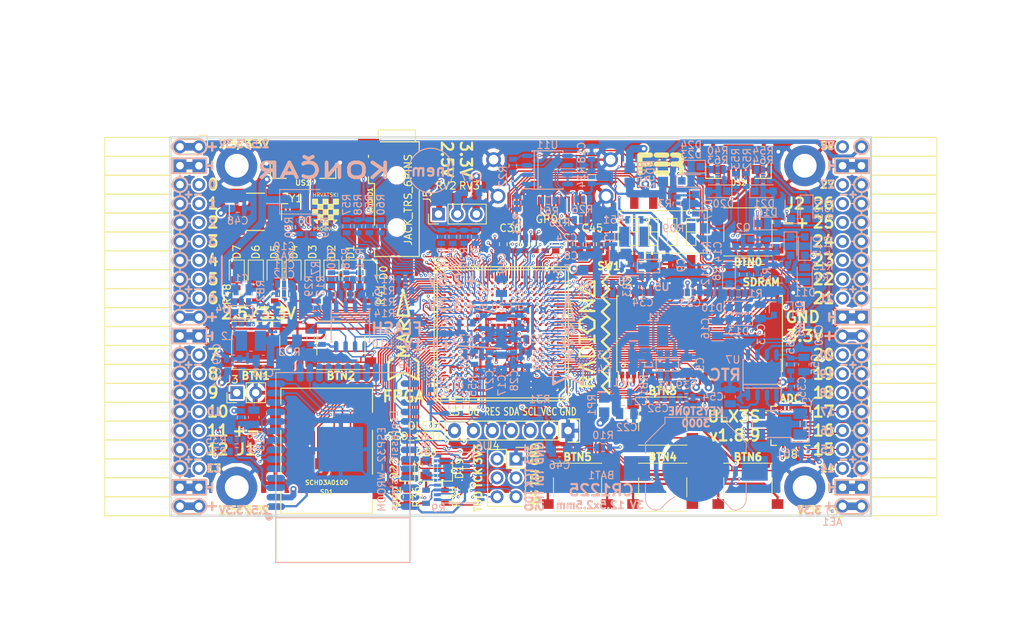
<source format=kicad_pcb>
(kicad_pcb (version 20171130) (host pcbnew 5.0.0-rc2+dfsg1-2)
  (layers (0 F.Cu signal) (1 In1.Cu signal) (2 In2.Cu signal) (31 B.Cu signal) (34 B.Paste user) (35 F.Paste user) (36 B.SilkS user) (37 F.SilkS user) (38 B.Mask user) (39 F.Mask user) (44 Edge.Cuts user))
  (net 0 "")
  (net 1 GND)
  (net 2 +5V)
  (net 3 /gpio/IN5V)
  (net 4 /gpio/OUT5V)
  (net 5 +3V3)
  (net 6 BTN_D)
  (net 7 BTN_F1)
  (net 8 BTN_F2)
  (net 9 BTN_L)
  (net 10 BTN_R)
  (net 11 BTN_U)
  (net 12 /power/FB1)
  (net 13 +2V5)
  (net 14 /power/PWREN)
  (net 15 /power/FB3)
  (net 16 /power/FB2)
  (net 17 /power/VBAT)
  (net 18 JTAG_TDI)
  (net 19 JTAG_TCK)
  (net 20 JTAG_TMS)
  (net 21 JTAG_TDO)
  (net 22 /power/WAKEUPn)
  (net 23 /power/WKUP)
  (net 24 /power/SHUT)
  (net 25 /power/WAKE)
  (net 26 /power/HOLD)
  (net 27 /power/WKn)
  (net 28 /power/OSCI_32k)
  (net 29 /power/OSCO_32k)
  (net 30 SHUTDOWN)
  (net 31 /analog/AUDIO_L)
  (net 32 /analog/AUDIO_R)
  (net 33 GPDI_SDA)
  (net 34 GPDI_SCL)
  (net 35 /gpdi/VREF2)
  (net 36 SD_CMD)
  (net 37 SD_CLK)
  (net 38 SD_D0)
  (net 39 SD_D1)
  (net 40 USB5V)
  (net 41 GPDI_CEC)
  (net 42 nRESET)
  (net 43 FTDI_nDTR)
  (net 44 SDRAM_CKE)
  (net 45 SDRAM_A7)
  (net 46 SDRAM_D15)
  (net 47 SDRAM_BA1)
  (net 48 SDRAM_D7)
  (net 49 SDRAM_A6)
  (net 50 SDRAM_CLK)
  (net 51 SDRAM_D13)
  (net 52 SDRAM_BA0)
  (net 53 SDRAM_D6)
  (net 54 SDRAM_A5)
  (net 55 SDRAM_D14)
  (net 56 SDRAM_A11)
  (net 57 SDRAM_D12)
  (net 58 SDRAM_D5)
  (net 59 SDRAM_A4)
  (net 60 SDRAM_A10)
  (net 61 SDRAM_D11)
  (net 62 SDRAM_A3)
  (net 63 SDRAM_D4)
  (net 64 SDRAM_D10)
  (net 65 SDRAM_D9)
  (net 66 SDRAM_A9)
  (net 67 SDRAM_D3)
  (net 68 SDRAM_D8)
  (net 69 SDRAM_A8)
  (net 70 SDRAM_A2)
  (net 71 SDRAM_A1)
  (net 72 SDRAM_A0)
  (net 73 SDRAM_D2)
  (net 74 SDRAM_D1)
  (net 75 SDRAM_D0)
  (net 76 SDRAM_DQM0)
  (net 77 SDRAM_nCS)
  (net 78 SDRAM_nRAS)
  (net 79 SDRAM_DQM1)
  (net 80 SDRAM_nCAS)
  (net 81 SDRAM_nWE)
  (net 82 /flash/FLASH_nWP)
  (net 83 /flash/FLASH_nHOLD)
  (net 84 /flash/FLASH_MOSI)
  (net 85 /flash/FLASH_MISO)
  (net 86 /flash/FLASH_SCK)
  (net 87 /flash/FLASH_nCS)
  (net 88 /flash/FPGA_PROGRAMN)
  (net 89 /flash/FPGA_DONE)
  (net 90 /flash/FPGA_INITN)
  (net 91 OLED_RES)
  (net 92 OLED_DC)
  (net 93 OLED_CS)
  (net 94 WIFI_EN)
  (net 95 FTDI_nRTS)
  (net 96 FTDI_TXD)
  (net 97 FTDI_RXD)
  (net 98 WIFI_RXD)
  (net 99 WIFI_GPIO0)
  (net 100 WIFI_TXD)
  (net 101 USB_FTDI_D+)
  (net 102 USB_FTDI_D-)
  (net 103 SD_D3)
  (net 104 AUDIO_L3)
  (net 105 AUDIO_L2)
  (net 106 AUDIO_L1)
  (net 107 AUDIO_L0)
  (net 108 AUDIO_R3)
  (net 109 AUDIO_R2)
  (net 110 AUDIO_R1)
  (net 111 AUDIO_R0)
  (net 112 OLED_CLK)
  (net 113 OLED_MOSI)
  (net 114 LED0)
  (net 115 LED1)
  (net 116 LED2)
  (net 117 LED3)
  (net 118 LED4)
  (net 119 LED5)
  (net 120 LED6)
  (net 121 LED7)
  (net 122 BTN_PWRn)
  (net 123 FTDI_nTXLED)
  (net 124 FTDI_nSLEEP)
  (net 125 /blinkey/LED_PWREN)
  (net 126 /blinkey/LED_TXLED)
  (net 127 /sdcard/SD3V3)
  (net 128 SD_D2)
  (net 129 CLK_25MHz)
  (net 130 /blinkey/BTNPUL)
  (net 131 /blinkey/BTNPUR)
  (net 132 USB_FPGA_D+)
  (net 133 /power/FTDI_nSUSPEND)
  (net 134 /blinkey/ALED0)
  (net 135 /blinkey/ALED1)
  (net 136 /blinkey/ALED2)
  (net 137 /blinkey/ALED3)
  (net 138 /blinkey/ALED4)
  (net 139 /blinkey/ALED5)
  (net 140 /blinkey/ALED6)
  (net 141 /blinkey/ALED7)
  (net 142 /usb/FTD-)
  (net 143 /usb/FTD+)
  (net 144 ADC_MISO)
  (net 145 ADC_MOSI)
  (net 146 ADC_CSn)
  (net 147 ADC_SCLK)
  (net 148 SW3)
  (net 149 SW2)
  (net 150 SW1)
  (net 151 USB_FPGA_D-)
  (net 152 /usb/FPD+)
  (net 153 /usb/FPD-)
  (net 154 WIFI_GPIO16)
  (net 155 /usb/ANT_433MHz)
  (net 156 /power/PWRBTn)
  (net 157 PROG_DONE)
  (net 158 /power/P3V3)
  (net 159 /power/P2V5)
  (net 160 /power/L1)
  (net 161 /power/L3)
  (net 162 /power/L2)
  (net 163 FTDI_TXDEN)
  (net 164 SDRAM_A12)
  (net 165 /analog/AUDIO_V)
  (net 166 AUDIO_V3)
  (net 167 AUDIO_V2)
  (net 168 AUDIO_V1)
  (net 169 AUDIO_V0)
  (net 170 /blinkey/LED_WIFI)
  (net 171 /power/P1V1)
  (net 172 +1V1)
  (net 173 SW4)
  (net 174 /blinkey/SWPU)
  (net 175 /wifi/WIFIEN)
  (net 176 FT2V5)
  (net 177 GN0)
  (net 178 GP0)
  (net 179 GN1)
  (net 180 GP1)
  (net 181 GN2)
  (net 182 GP2)
  (net 183 GN3)
  (net 184 GP3)
  (net 185 GN4)
  (net 186 GP4)
  (net 187 GN5)
  (net 188 GP5)
  (net 189 GN6)
  (net 190 GP6)
  (net 191 GN14)
  (net 192 GP14)
  (net 193 GN15)
  (net 194 GP15)
  (net 195 GN16)
  (net 196 GP16)
  (net 197 GN17)
  (net 198 GP17)
  (net 199 GN18)
  (net 200 GP18)
  (net 201 GN19)
  (net 202 GP19)
  (net 203 GN20)
  (net 204 GP20)
  (net 205 GN21)
  (net 206 GP21)
  (net 207 GN22)
  (net 208 GP22)
  (net 209 GN23)
  (net 210 GP23)
  (net 211 GN24)
  (net 212 GP24)
  (net 213 GN25)
  (net 214 GP25)
  (net 215 GN26)
  (net 216 GP26)
  (net 217 GN27)
  (net 218 GP27)
  (net 219 GN7)
  (net 220 GP7)
  (net 221 GN8)
  (net 222 GP8)
  (net 223 GN9)
  (net 224 GP9)
  (net 225 GN10)
  (net 226 GP10)
  (net 227 GN11)
  (net 228 GP11)
  (net 229 GN12)
  (net 230 GP12)
  (net 231 GN13)
  (net 232 GP13)
  (net 233 WIFI_GPIO5)
  (net 234 WIFI_GPIO17)
  (net 235 USB_FPGA_PULL_D+)
  (net 236 USB_FPGA_PULL_D-)
  (net 237 "Net-(D23-Pad2)")
  (net 238 "Net-(D24-Pad1)")
  (net 239 "Net-(D25-Pad2)")
  (net 240 "Net-(D26-Pad1)")
  (net 241 /gpdi/GPDI_ETH+)
  (net 242 FPDI_ETH+)
  (net 243 /gpdi/GPDI_ETH-)
  (net 244 FPDI_ETH-)
  (net 245 /gpdi/GPDI_D2-)
  (net 246 FPDI_D2-)
  (net 247 /gpdi/GPDI_D1-)
  (net 248 FPDI_D1-)
  (net 249 /gpdi/GPDI_D0-)
  (net 250 FPDI_D0-)
  (net 251 /gpdi/GPDI_CLK-)
  (net 252 FPDI_CLK-)
  (net 253 /gpdi/GPDI_D2+)
  (net 254 FPDI_D2+)
  (net 255 /gpdi/GPDI_D1+)
  (net 256 FPDI_D1+)
  (net 257 /gpdi/GPDI_D0+)
  (net 258 FPDI_D0+)
  (net 259 /gpdi/GPDI_CLK+)
  (net 260 FPDI_CLK+)
  (net 261 FPDI_SDA)
  (net 262 FPDI_SCL)
  (net 263 /gpdi/FPDI_CEC)
  (net 264 2V5_3V3)
  (net 265 "Net-(AUDIO1-Pad5)")
  (net 266 "Net-(AUDIO1-Pad6)")
  (net 267 "Net-(U1-PadA15)")
  (net 268 "Net-(U1-PadC9)")
  (net 269 "Net-(U1-PadD9)")
  (net 270 "Net-(U1-PadD10)")
  (net 271 "Net-(U1-PadD11)")
  (net 272 "Net-(U1-PadD12)")
  (net 273 "Net-(U1-PadE6)")
  (net 274 "Net-(U1-PadE9)")
  (net 275 "Net-(U1-PadE10)")
  (net 276 "Net-(U1-PadE11)")
  (net 277 "Net-(U1-PadJ4)")
  (net 278 "Net-(U1-PadJ5)")
  (net 279 "Net-(U1-PadK5)")
  (net 280 "Net-(U1-PadL5)")
  (net 281 "Net-(U1-PadM4)")
  (net 282 "Net-(U1-PadM5)")
  (net 283 SD_CD)
  (net 284 SD_WP)
  (net 285 "Net-(U1-PadR3)")
  (net 286 "Net-(U1-PadT16)")
  (net 287 "Net-(U1-PadW4)")
  (net 288 "Net-(U1-PadW5)")
  (net 289 "Net-(U1-PadW8)")
  (net 290 "Net-(U1-PadW9)")
  (net 291 "Net-(U1-PadW13)")
  (net 292 "Net-(U1-PadW14)")
  (net 293 "Net-(U1-PadW17)")
  (net 294 "Net-(U1-PadW18)")
  (net 295 FTDI_nRXLED)
  (net 296 "Net-(U8-Pad12)")
  (net 297 "Net-(U8-Pad25)")
  (net 298 "Net-(U9-Pad32)")
  (net 299 "Net-(U9-Pad22)")
  (net 300 "Net-(U9-Pad21)")
  (net 301 "Net-(U9-Pad20)")
  (net 302 "Net-(U9-Pad19)")
  (net 303 "Net-(U9-Pad18)")
  (net 304 "Net-(U9-Pad17)")
  (net 305 "Net-(U9-Pad12)")
  (net 306 "Net-(U9-Pad5)")
  (net 307 "Net-(U9-Pad4)")
  (net 308 "Net-(US1-Pad4)")
  (net 309 "Net-(US2-Pad4)")
  (net 310 "Net-(Y2-Pad3)")
  (net 311 "Net-(Y2-Pad2)")
  (net 312 "Net-(U1-PadK16)")
  (net 313 "Net-(U1-PadK17)")
  (net 314 /usb/US2VBUS)
  (net 315 /power/SHD)
  (net 316 /power/RTCVDD)
  (module inem:inem (layer B.Cu) (at 129.04 65.883)
    (fp_text reference REF** hide)
    (fp_text value inem hide)
    (fp_text user inem (at 0 0) (layer B.SilkS) (effects (font (size 1.5 1.5) (thickness 0.3)) (justify mirror)))
  )
  (module usb_otg:USB-MICRO-B-FCI-10118192-0001LF-small-pads (layer F.Cu) (at 170.3 63.325 180)
    (fp_text reference US2 (at 0 -4.2 180) (layer F.SilkS) (effects (font (size 0.7 0.7))))
    (fp_text value MICRO_USB hide)
    (pad 6 smd rect (at 3.4 0 180) (size 1.7 1.3) (layers F.Cu F.Paste F.Mask) (net 1 GND))
    (pad 6 smd rect (at -3.4 0) (size 1.7 1.3) (layers F.Cu F.Paste F.Mask) (net 1 GND))
    (pad 5 smd rect (at 1.3 -2.675 180) (size 0.4 1.35) (layers F.Cu F.Paste F.Mask) (net 1 GND))
    (pad 4 smd rect (at 0.65 -2.675 180) (size 0.4 1.35) (layers F.Cu F.Paste F.Mask) (net 309 "Net-(US2-Pad4)"))
    (pad 3 smd rect (at 0 -2.675 180) (size 0.4 1.35) (layers F.Cu F.Paste F.Mask) (net 152 /usb/FPD+))
    (pad 2 smd rect (at -0.65 -2.675 180) (size 0.4 1.35) (layers F.Cu F.Paste F.Mask) (net 153 /usb/FPD-))
    (pad 1 smd rect (at -1.3 -2.675 180) (size 0.4 1.35) (layers F.Cu F.Paste F.Mask) (net 314 /usb/US2VBUS))
    (pad 6 smd rect (at 0 0 180) (size 4 1.9) (layers F.Cu F.Paste F.Mask) (net 1 GND))
    (pad 6 smd rect (at 2.6 -2.4 180) (size 1.6 1.2) (layers F.Cu F.Paste F.Mask) (net 1 GND))
    (pad 6 smd rect (at -2.6 -2.4 180) (size 1.6 1.2) (layers F.Cu F.Paste F.Mask) (net 1 GND))
  )
  (module usb_otg:USB-MICRO-B-FCI-10118192-0001LF-small-pads (layer F.Cu) (at 111.88 63.325 180)
    (fp_text reference US1 (at 0 -4.2 180) (layer F.SilkS) (effects (font (size 0.7 0.7))))
    (fp_text value MICRO_USB hide)
    (pad 6 smd rect (at 3.4 0 180) (size 1.7 1.3) (layers F.Cu F.Paste F.Mask) (net 1 GND))
    (pad 6 smd rect (at -3.4 0) (size 1.7 1.3) (layers F.Cu F.Paste F.Mask) (net 1 GND))
    (pad 5 smd rect (at 1.3 -2.675 180) (size 0.4 1.35) (layers F.Cu F.Paste F.Mask) (net 1 GND))
    (pad 4 smd rect (at 0.65 -2.675 180) (size 0.4 1.35) (layers F.Cu F.Paste F.Mask) (net 308 "Net-(US1-Pad4)"))
    (pad 3 smd rect (at 0 -2.675 180) (size 0.4 1.35) (layers F.Cu F.Paste F.Mask) (net 143 /usb/FTD+))
    (pad 2 smd rect (at -0.65 -2.675 180) (size 0.4 1.35) (layers F.Cu F.Paste F.Mask) (net 142 /usb/FTD-))
    (pad 1 smd rect (at -1.3 -2.675 180) (size 0.4 1.35) (layers F.Cu F.Paste F.Mask) (net 40 USB5V))
    (pad 6 smd rect (at 0 0 180) (size 4 1.9) (layers F.Cu F.Paste F.Mask) (net 1 GND))
    (pad 6 smd rect (at 2.6 -2.4 180) (size 1.6 1.2) (layers F.Cu F.Paste F.Mask) (net 1 GND))
    (pad 6 smd rect (at -2.6 -2.4 180) (size 1.6 1.2) (layers F.Cu F.Paste F.Mask) (net 1 GND))
  )
  (module Socket_Strips:Socket_Strip_Angled_2x20 (layer F.Cu) (at 97.91 62.69 270)
    (fp_text reference J1 (at 40.64 -6.35) (layer F.SilkS) (effects (font (size 1.5 1.5) (thickness 0.3))))
    (fp_text value CONN_02X20 hide)
    (pad 1 thru_hole oval (at 0 0 270) (size 1.7272 1.7272) (drill 1.016) (layers *.Cu *.Mask) (net 264 2V5_3V3))
    (pad 2 thru_hole oval (at 0 2.54 270) (size 1.7272 1.7272) (drill 1.016) (layers *.Cu *.Mask) (net 264 2V5_3V3))
    (pad 3 thru_hole rect (at 2.54 0 270) (size 1.7272 1.7272) (drill 1.016) (layers *.Cu *.Mask) (net 1 GND))
    (pad 4 thru_hole rect (at 2.54 2.54 270) (size 1.7272 1.7272) (drill 1.016) (layers *.Cu *.Mask) (net 1 GND))
    (pad 5 thru_hole oval (at 5.08 0 270) (size 1.7272 1.7272) (drill 1.016) (layers *.Cu *.Mask) (net 177 GN0))
    (pad 6 thru_hole oval (at 5.08 2.54 270) (size 1.7272 1.7272) (drill 1.016) (layers *.Cu *.Mask) (net 178 GP0))
    (pad 7 thru_hole oval (at 7.62 0 270) (size 1.7272 1.7272) (drill 1.016) (layers *.Cu *.Mask) (net 179 GN1))
    (pad 8 thru_hole oval (at 7.62 2.54 270) (size 1.7272 1.7272) (drill 1.016) (layers *.Cu *.Mask) (net 180 GP1))
    (pad 9 thru_hole oval (at 10.16 0 270) (size 1.7272 1.7272) (drill 1.016) (layers *.Cu *.Mask) (net 181 GN2))
    (pad 10 thru_hole oval (at 10.16 2.54 270) (size 1.7272 1.7272) (drill 1.016) (layers *.Cu *.Mask) (net 182 GP2))
    (pad 11 thru_hole oval (at 12.7 0 270) (size 1.7272 1.7272) (drill 1.016) (layers *.Cu *.Mask) (net 183 GN3))
    (pad 12 thru_hole oval (at 12.7 2.54 270) (size 1.7272 1.7272) (drill 1.016) (layers *.Cu *.Mask) (net 184 GP3))
    (pad 13 thru_hole oval (at 15.24 0 270) (size 1.7272 1.7272) (drill 1.016) (layers *.Cu *.Mask) (net 185 GN4))
    (pad 14 thru_hole oval (at 15.24 2.54 270) (size 1.7272 1.7272) (drill 1.016) (layers *.Cu *.Mask) (net 186 GP4))
    (pad 15 thru_hole oval (at 17.78 0 270) (size 1.7272 1.7272) (drill 1.016) (layers *.Cu *.Mask) (net 187 GN5))
    (pad 16 thru_hole oval (at 17.78 2.54 270) (size 1.7272 1.7272) (drill 1.016) (layers *.Cu *.Mask) (net 188 GP5))
    (pad 17 thru_hole oval (at 20.32 0 270) (size 1.7272 1.7272) (drill 1.016) (layers *.Cu *.Mask) (net 189 GN6))
    (pad 18 thru_hole oval (at 20.32 2.54 270) (size 1.7272 1.7272) (drill 1.016) (layers *.Cu *.Mask) (net 190 GP6))
    (pad 19 thru_hole oval (at 22.86 0 270) (size 1.7272 1.7272) (drill 1.016) (layers *.Cu *.Mask) (net 264 2V5_3V3))
    (pad 20 thru_hole oval (at 22.86 2.54 270) (size 1.7272 1.7272) (drill 1.016) (layers *.Cu *.Mask) (net 264 2V5_3V3))
    (pad 21 thru_hole rect (at 25.4 0 270) (size 1.7272 1.7272) (drill 1.016) (layers *.Cu *.Mask) (net 1 GND))
    (pad 22 thru_hole rect (at 25.4 2.54 270) (size 1.7272 1.7272) (drill 1.016) (layers *.Cu *.Mask) (net 1 GND))
    (pad 23 thru_hole oval (at 27.94 0 270) (size 1.7272 1.7272) (drill 1.016) (layers *.Cu *.Mask) (net 219 GN7))
    (pad 24 thru_hole oval (at 27.94 2.54 270) (size 1.7272 1.7272) (drill 1.016) (layers *.Cu *.Mask) (net 220 GP7))
    (pad 25 thru_hole oval (at 30.48 0 270) (size 1.7272 1.7272) (drill 1.016) (layers *.Cu *.Mask) (net 221 GN8))
    (pad 26 thru_hole oval (at 30.48 2.54 270) (size 1.7272 1.7272) (drill 1.016) (layers *.Cu *.Mask) (net 222 GP8))
    (pad 27 thru_hole oval (at 33.02 0 270) (size 1.7272 1.7272) (drill 1.016) (layers *.Cu *.Mask) (net 223 GN9))
    (pad 28 thru_hole oval (at 33.02 2.54 270) (size 1.7272 1.7272) (drill 1.016) (layers *.Cu *.Mask) (net 224 GP9))
    (pad 29 thru_hole oval (at 35.56 0 270) (size 1.7272 1.7272) (drill 1.016) (layers *.Cu *.Mask) (net 225 GN10))
    (pad 30 thru_hole oval (at 35.56 2.54 270) (size 1.7272 1.7272) (drill 1.016) (layers *.Cu *.Mask) (net 226 GP10))
    (pad 31 thru_hole oval (at 38.1 0 270) (size 1.7272 1.7272) (drill 1.016) (layers *.Cu *.Mask) (net 227 GN11))
    (pad 32 thru_hole oval (at 38.1 2.54 270) (size 1.7272 1.7272) (drill 1.016) (layers *.Cu *.Mask) (net 228 GP11))
    (pad 33 thru_hole oval (at 40.64 0 270) (size 1.7272 1.7272) (drill 1.016) (layers *.Cu *.Mask) (net 229 GN12))
    (pad 34 thru_hole oval (at 40.64 2.54 270) (size 1.7272 1.7272) (drill 1.016) (layers *.Cu *.Mask) (net 230 GP12))
    (pad 35 thru_hole oval (at 43.18 0 270) (size 1.7272 1.7272) (drill 1.016) (layers *.Cu *.Mask) (net 231 GN13))
    (pad 36 thru_hole oval (at 43.18 2.54 270) (size 1.7272 1.7272) (drill 1.016) (layers *.Cu *.Mask) (net 232 GP13))
    (pad 37 thru_hole rect (at 45.72 0 270) (size 1.7272 1.7272) (drill 1.016) (layers *.Cu *.Mask) (net 1 GND))
    (pad 38 thru_hole rect (at 45.72 2.54 270) (size 1.7272 1.7272) (drill 1.016) (layers *.Cu *.Mask) (net 1 GND))
    (pad 39 thru_hole oval (at 48.26 0 270) (size 1.7272 1.7272) (drill 1.016) (layers *.Cu *.Mask) (net 264 2V5_3V3))
    (pad 40 thru_hole oval (at 48.26 2.54 270) (size 1.7272 1.7272) (drill 1.016) (layers *.Cu *.Mask) (net 264 2V5_3V3))
  )
  (module TSOT-25:TSOT-25 (layer B.Cu) (at 160.775 91.9)
    (fp_text reference U3 (at -0.295 2.9) (layer B.SilkS) (effects (font (thickness 0.2)) (justify mirror)))
    (fp_text value TLV62569DBV)
    (pad 1 smd rect (at -0.95 -1.3) (size 0.7 1.2) (layers B.Cu B.Paste B.Mask) (net 14 /power/PWREN))
    (pad 2 smd rect (at 0 -1.3) (size 0.7 1.2) (layers B.Cu B.Paste B.Mask) (net 1 GND))
    (pad 3 smd rect (at 0.95 -1.3) (size 0.7 1.2) (layers B.Cu B.Paste B.Mask) (net 160 /power/L1))
    (pad 4 smd rect (at 0.95 1.3) (size 0.7 1.2) (layers B.Cu B.Paste B.Mask) (net 2 +5V))
    (pad 5 smd rect (at -0.95 1.3) (size 0.7 1.2) (layers B.Cu B.Paste B.Mask) (net 12 /power/FB1))
  )
  (module TSOT-25:TSOT-25 (layer B.Cu) (at 103.625 84.915 180)
    (fp_text reference U4 (at 2.525 0.4265 180) (layer B.SilkS) (effects (font (thickness 0.2)) (justify mirror)))
    (fp_text value TLV62569DBV)
    (pad 1 smd rect (at -0.95 -1.3 180) (size 0.7 1.2) (layers B.Cu B.Paste B.Mask) (net 14 /power/PWREN))
    (pad 2 smd rect (at 0 -1.3 180) (size 0.7 1.2) (layers B.Cu B.Paste B.Mask) (net 1 GND))
    (pad 3 smd rect (at 0.95 -1.3 180) (size 0.7 1.2) (layers B.Cu B.Paste B.Mask) (net 162 /power/L2))
    (pad 4 smd rect (at 0.95 1.3 180) (size 0.7 1.2) (layers B.Cu B.Paste B.Mask) (net 2 +5V))
    (pad 5 smd rect (at -0.95 1.3 180) (size 0.7 1.2) (layers B.Cu B.Paste B.Mask) (net 16 /power/FB2))
  )
  (module TSOT-25:TSOT-25 (layer B.Cu) (at 158.235 78.692)
    (fp_text reference U5 (at 1.793 2.812) (layer B.SilkS) (effects (font (thickness 0.2)) (justify mirror)))
    (fp_text value TLV62569DBV)
    (pad 1 smd rect (at -0.95 -1.3) (size 0.7 1.2) (layers B.Cu B.Paste B.Mask) (net 14 /power/PWREN))
    (pad 2 smd rect (at 0 -1.3) (size 0.7 1.2) (layers B.Cu B.Paste B.Mask) (net 1 GND))
    (pad 3 smd rect (at 0.95 -1.3) (size 0.7 1.2) (layers B.Cu B.Paste B.Mask) (net 161 /power/L3))
    (pad 4 smd rect (at 0.95 1.3) (size 0.7 1.2) (layers B.Cu B.Paste B.Mask) (net 2 +5V))
    (pad 5 smd rect (at -0.95 1.3) (size 0.7 1.2) (layers B.Cu B.Paste B.Mask) (net 15 /power/FB3))
  )
  (module Socket_Strips:Socket_Strip_Angled_2x20 (layer F.Cu) (at 184.27 110.95 90)
    (fp_text reference J2 (at 40.64 -6.35 180) (layer F.SilkS) (effects (font (size 1.5 1.5) (thickness 0.3))))
    (fp_text value CONN_02X20 hide)
    (pad 1 thru_hole oval (at 0 0 90) (size 1.7272 1.7272) (drill 1.016) (layers *.Cu *.Mask) (net 5 +3V3))
    (pad 2 thru_hole oval (at 0 2.54 90) (size 1.7272 1.7272) (drill 1.016) (layers *.Cu *.Mask) (net 5 +3V3))
    (pad 3 thru_hole rect (at 2.54 0 90) (size 1.7272 1.7272) (drill 1.016) (layers *.Cu *.Mask) (net 1 GND))
    (pad 4 thru_hole rect (at 2.54 2.54 90) (size 1.7272 1.7272) (drill 1.016) (layers *.Cu *.Mask) (net 1 GND))
    (pad 5 thru_hole oval (at 5.08 0 90) (size 1.7272 1.7272) (drill 1.016) (layers *.Cu *.Mask) (net 191 GN14))
    (pad 6 thru_hole oval (at 5.08 2.54 90) (size 1.7272 1.7272) (drill 1.016) (layers *.Cu *.Mask) (net 192 GP14))
    (pad 7 thru_hole oval (at 7.62 0 90) (size 1.7272 1.7272) (drill 1.016) (layers *.Cu *.Mask) (net 193 GN15))
    (pad 8 thru_hole oval (at 7.62 2.54 90) (size 1.7272 1.7272) (drill 1.016) (layers *.Cu *.Mask) (net 194 GP15))
    (pad 9 thru_hole oval (at 10.16 0 90) (size 1.7272 1.7272) (drill 1.016) (layers *.Cu *.Mask) (net 195 GN16))
    (pad 10 thru_hole oval (at 10.16 2.54 90) (size 1.7272 1.7272) (drill 1.016) (layers *.Cu *.Mask) (net 196 GP16))
    (pad 11 thru_hole oval (at 12.7 0 90) (size 1.7272 1.7272) (drill 1.016) (layers *.Cu *.Mask) (net 197 GN17))
    (pad 12 thru_hole oval (at 12.7 2.54 90) (size 1.7272 1.7272) (drill 1.016) (layers *.Cu *.Mask) (net 198 GP17))
    (pad 13 thru_hole oval (at 15.24 0 90) (size 1.7272 1.7272) (drill 1.016) (layers *.Cu *.Mask) (net 199 GN18))
    (pad 14 thru_hole oval (at 15.24 2.54 90) (size 1.7272 1.7272) (drill 1.016) (layers *.Cu *.Mask) (net 200 GP18))
    (pad 15 thru_hole oval (at 17.78 0 90) (size 1.7272 1.7272) (drill 1.016) (layers *.Cu *.Mask) (net 201 GN19))
    (pad 16 thru_hole oval (at 17.78 2.54 90) (size 1.7272 1.7272) (drill 1.016) (layers *.Cu *.Mask) (net 202 GP19))
    (pad 17 thru_hole oval (at 20.32 0 90) (size 1.7272 1.7272) (drill 1.016) (layers *.Cu *.Mask) (net 203 GN20))
    (pad 18 thru_hole oval (at 20.32 2.54 90) (size 1.7272 1.7272) (drill 1.016) (layers *.Cu *.Mask) (net 204 GP20))
    (pad 19 thru_hole oval (at 22.86 0 90) (size 1.7272 1.7272) (drill 1.016) (layers *.Cu *.Mask) (net 5 +3V3))
    (pad 20 thru_hole oval (at 22.86 2.54 90) (size 1.7272 1.7272) (drill 1.016) (layers *.Cu *.Mask) (net 5 +3V3))
    (pad 21 thru_hole rect (at 25.4 0 90) (size 1.7272 1.7272) (drill 1.016) (layers *.Cu *.Mask) (net 1 GND))
    (pad 22 thru_hole rect (at 25.4 2.54 90) (size 1.7272 1.7272) (drill 1.016) (layers *.Cu *.Mask) (net 1 GND))
    (pad 23 thru_hole oval (at 27.94 0 90) (size 1.7272 1.7272) (drill 1.016) (layers *.Cu *.Mask) (net 205 GN21))
    (pad 24 thru_hole oval (at 27.94 2.54 90) (size 1.7272 1.7272) (drill 1.016) (layers *.Cu *.Mask) (net 206 GP21))
    (pad 25 thru_hole oval (at 30.48 0 90) (size 1.7272 1.7272) (drill 1.016) (layers *.Cu *.Mask) (net 207 GN22))
    (pad 26 thru_hole oval (at 30.48 2.54 90) (size 1.7272 1.7272) (drill 1.016) (layers *.Cu *.Mask) (net 208 GP22))
    (pad 27 thru_hole oval (at 33.02 0 90) (size 1.7272 1.7272) (drill 1.016) (layers *.Cu *.Mask) (net 209 GN23))
    (pad 28 thru_hole oval (at 33.02 2.54 90) (size 1.7272 1.7272) (drill 1.016) (layers *.Cu *.Mask) (net 210 GP23))
    (pad 29 thru_hole oval (at 35.56 0 90) (size 1.7272 1.7272) (drill 1.016) (layers *.Cu *.Mask) (net 211 GN24))
    (pad 30 thru_hole oval (at 35.56 2.54 90) (size 1.7272 1.7272) (drill 1.016) (layers *.Cu *.Mask) (net 212 GP24))
    (pad 31 thru_hole oval (at 38.1 0 90) (size 1.7272 1.7272) (drill 1.016) (layers *.Cu *.Mask) (net 213 GN25))
    (pad 32 thru_hole oval (at 38.1 2.54 90) (size 1.7272 1.7272) (drill 1.016) (layers *.Cu *.Mask) (net 214 GP25))
    (pad 33 thru_hole oval (at 40.64 0 90) (size 1.7272 1.7272) (drill 1.016) (layers *.Cu *.Mask) (net 215 GN26))
    (pad 34 thru_hole oval (at 40.64 2.54 90) (size 1.7272 1.7272) (drill 1.016) (layers *.Cu *.Mask) (net 216 GP26))
    (pad 35 thru_hole oval (at 43.18 0 90) (size 1.7272 1.7272) (drill 1.016) (layers *.Cu *.Mask) (net 217 GN27))
    (pad 36 thru_hole oval (at 43.18 2.54 90) (size 1.7272 1.7272) (drill 1.016) (layers *.Cu *.Mask) (net 218 GP27))
    (pad 37 thru_hole rect (at 45.72 0 90) (size 1.7272 1.7272) (drill 1.016) (layers *.Cu *.Mask) (net 1 GND))
    (pad 38 thru_hole rect (at 45.72 2.54 90) (size 1.7272 1.7272) (drill 1.016) (layers *.Cu *.Mask) (net 1 GND))
    (pad 39 thru_hole oval (at 48.26 0 90) (size 1.7272 1.7272) (drill 1.016) (layers *.Cu *.Mask) (net 3 /gpio/IN5V))
    (pad 40 thru_hole oval (at 48.26 2.54 90) (size 1.7272 1.7272) (drill 1.016) (layers *.Cu *.Mask) (net 4 /gpio/OUT5V))
  )
  (module Mounting_Holes:MountingHole_3.2mm_M3_ISO14580_Pad (layer F.Cu) (at 102.99 108.41)
    (fp_text reference H1 hide)
    (fp_text value HOLE hide)
    (pad 1 thru_hole circle (at 0 0) (size 5.5 5.5) (drill 3.2) (layers *.Cu *.Mask) (net 1 GND))
  )
  (module Mounting_Holes:MountingHole_3.2mm_M3_ISO14580_Pad (layer F.Cu) (at 179.19 108.41)
    (fp_text reference H2 hide)
    (fp_text value HOLE hide)
    (pad 1 thru_hole circle (at 0 0) (size 5.5 5.5) (drill 3.2) (layers *.Cu *.Mask) (net 1 GND))
  )
  (module Mounting_Holes:MountingHole_3.2mm_M3_ISO14580_Pad (layer F.Cu) (at 179.19 65.23)
    (fp_text reference H3 hide)
    (fp_text value HOLE hide)
    (pad 1 thru_hole circle (at 0 0) (size 5.5 5.5) (drill 3.2) (layers *.Cu *.Mask) (net 1 GND))
  )
  (module Mounting_Holes:MountingHole_3.2mm_M3_ISO14580_Pad (layer F.Cu) (at 102.99 65.23)
    (fp_text reference H4 hide)
    (fp_text value HOLE hide)
    (pad 1 thru_hole circle (at 0 0) (size 5.5 5.5) (drill 3.2) (layers *.Cu *.Mask) (net 1 GND))
  )
  (module Housings_SSOP:SSOP-20_4.4x6.5mm_Pitch0.65mm (layer B.Cu) (at 132.835 107.14 180)
    (fp_text reference U6 (at -3.175 4.318 180) (layer B.SilkS) (effects (justify mirror)))
    (fp_text value FT231XS)
    (pad 1 smd rect (at -2.9 2.925 180) (size 1 0.4) (layers B.Cu B.Paste B.Mask) (net 43 FTDI_nDTR))
    (pad 2 smd rect (at -2.9 2.275 180) (size 1 0.4) (layers B.Cu B.Paste B.Mask) (net 95 FTDI_nRTS))
    (pad 3 smd rect (at -2.9 1.625 180) (size 1 0.4) (layers B.Cu B.Paste B.Mask) (net 176 FT2V5))
    (pad 4 smd rect (at -2.9 0.975 180) (size 1 0.4) (layers B.Cu B.Paste B.Mask) (net 97 FTDI_RXD))
    (pad 5 smd rect (at -2.9 0.325 180) (size 1 0.4) (layers B.Cu B.Paste B.Mask) (net 18 JTAG_TDI))
    (pad 6 smd rect (at -2.9 -0.325 180) (size 1 0.4) (layers B.Cu B.Paste B.Mask) (net 1 GND))
    (pad 7 smd rect (at -2.9 -0.975 180) (size 1 0.4) (layers B.Cu B.Paste B.Mask) (net 19 JTAG_TCK))
    (pad 8 smd rect (at -2.9 -1.625 180) (size 1 0.4) (layers B.Cu B.Paste B.Mask) (net 20 JTAG_TMS))
    (pad 9 smd rect (at -2.9 -2.275 180) (size 1 0.4) (layers B.Cu B.Paste B.Mask) (net 21 JTAG_TDO))
    (pad 10 smd rect (at -2.9 -2.925 180) (size 1 0.4) (layers B.Cu B.Paste B.Mask) (net 123 FTDI_nTXLED))
    (pad 11 smd rect (at 2.9 -2.925 180) (size 1 0.4) (layers B.Cu B.Paste B.Mask) (net 101 USB_FTDI_D+))
    (pad 12 smd rect (at 2.9 -2.275 180) (size 1 0.4) (layers B.Cu B.Paste B.Mask) (net 102 USB_FTDI_D-))
    (pad 13 smd rect (at 2.9 -1.625 180) (size 1 0.4) (layers B.Cu B.Paste B.Mask) (net 176 FT2V5))
    (pad 14 smd rect (at 2.9 -0.975 180) (size 1 0.4) (layers B.Cu B.Paste B.Mask) (net 42 nRESET))
    (pad 15 smd rect (at 2.9 -0.325 180) (size 1 0.4) (layers B.Cu B.Paste B.Mask) (net 40 USB5V))
    (pad 16 smd rect (at 2.9 0.325 180) (size 1 0.4) (layers B.Cu B.Paste B.Mask) (net 1 GND))
    (pad 17 smd rect (at 2.9 0.975 180) (size 1 0.4) (layers B.Cu B.Paste B.Mask) (net 295 FTDI_nRXLED))
    (pad 18 smd rect (at 2.9 1.625 180) (size 1 0.4) (layers B.Cu B.Paste B.Mask) (net 163 FTDI_TXDEN))
    (pad 19 smd rect (at 2.9 2.275 180) (size 1 0.4) (layers B.Cu B.Paste B.Mask) (net 124 FTDI_nSLEEP))
    (pad 20 smd rect (at 2.9 2.925 180) (size 1 0.4) (layers B.Cu B.Paste B.Mask) (net 96 FTDI_TXD))
  )
  (module Socket_Strips:Socket_Strip_Straight_2x03 (layer F.Cu) (at 140.455 104.6 270)
    (fp_text reference J4 (at -1.778 3.048) (layer F.SilkS))
    (fp_text value CONN_02X03 hide)
    (pad 1 thru_hole rect (at 0 0 270) (size 1.7272 1.7272) (drill 1.016) (layers *.Cu *.Mask) (net 1 GND))
    (pad 2 thru_hole oval (at 0 2.54 270) (size 1.7272 1.7272) (drill 1.016) (layers *.Cu *.Mask) (net 5 +3V3))
    (pad 3 thru_hole oval (at 2.54 0 270) (size 1.7272 1.7272) (drill 1.016) (layers *.Cu *.Mask) (net 18 JTAG_TDI))
    (pad 4 thru_hole oval (at 2.54 2.54 270) (size 1.7272 1.7272) (drill 1.016) (layers *.Cu *.Mask) (net 19 JTAG_TCK))
    (pad 5 thru_hole oval (at 5.08 0 270) (size 1.7272 1.7272) (drill 1.016) (layers *.Cu *.Mask) (net 20 JTAG_TMS))
    (pad 6 thru_hole oval (at 5.08 2.54 270) (size 1.7272 1.7272) (drill 1.016) (layers *.Cu *.Mask) (net 21 JTAG_TDO))
  )
  (module Housings_DFN_QFN:QFN-28-1EP_5x5mm_Pitch0.5mm (layer F.Cu) (at 177.285 100.155 180)
    (fp_text reference U8 (at 0 -3.875 180) (layer F.SilkS))
    (fp_text value MAX11125)
    (pad 1 smd oval (at -2.45 -1.5 180) (size 0.85 0.3) (layers F.Cu F.Paste F.Mask) (net 194 GP15))
    (pad 2 smd oval (at -2.45 -1 180) (size 0.85 0.3) (layers F.Cu F.Paste F.Mask) (net 195 GN16))
    (pad 3 smd oval (at -2.45 -0.5 180) (size 0.85 0.3) (layers F.Cu F.Paste F.Mask) (net 196 GP16))
    (pad 4 smd oval (at -2.45 0 180) (size 0.85 0.3) (layers F.Cu F.Paste F.Mask) (net 197 GN17))
    (pad 5 smd oval (at -2.45 0.5 180) (size 0.85 0.3) (layers F.Cu F.Paste F.Mask) (net 198 GP17))
    (pad 6 smd oval (at -2.45 1 180) (size 0.85 0.3) (layers F.Cu F.Paste F.Mask) (net 1 GND))
    (pad 7 smd oval (at -2.45 1.5 180) (size 0.85 0.3) (layers F.Cu F.Paste F.Mask) (net 1 GND))
    (pad 8 smd oval (at -1.5 2.45 270) (size 0.85 0.3) (layers F.Cu F.Paste F.Mask) (net 1 GND))
    (pad 9 smd oval (at -1 2.45 270) (size 0.85 0.3) (layers F.Cu F.Paste F.Mask) (net 1 GND))
    (pad 10 smd oval (at -0.5 2.45 270) (size 0.85 0.3) (layers F.Cu F.Paste F.Mask) (net 1 GND))
    (pad 11 smd oval (at 0 2.45 270) (size 0.85 0.3) (layers F.Cu F.Paste F.Mask) (net 1 GND))
    (pad 12 smd oval (at 0.5 2.45 270) (size 0.85 0.3) (layers F.Cu F.Paste F.Mask) (net 296 "Net-(U8-Pad12)"))
    (pad 13 smd oval (at 1 2.45 270) (size 0.85 0.3) (layers F.Cu F.Paste F.Mask) (net 1 GND))
    (pad 14 smd oval (at 1.5 2.45 270) (size 0.85 0.3) (layers F.Cu F.Paste F.Mask) (net 1 GND))
    (pad 15 smd oval (at 2.45 1.5 180) (size 0.85 0.3) (layers F.Cu F.Paste F.Mask) (net 5 +3V3))
    (pad 16 smd oval (at 2.45 1 180) (size 0.85 0.3) (layers F.Cu F.Paste F.Mask) (net 1 GND))
    (pad 17 smd oval (at 2.45 0.5 180) (size 0.85 0.3) (layers F.Cu F.Paste F.Mask) (net 5 +3V3))
    (pad 18 smd oval (at 2.45 0 180) (size 0.85 0.3) (layers F.Cu F.Paste F.Mask) (net 5 +3V3))
    (pad 19 smd oval (at 2.45 -0.5 180) (size 0.85 0.3) (layers F.Cu F.Paste F.Mask) (net 147 ADC_SCLK))
    (pad 20 smd oval (at 2.45 -1 180) (size 0.85 0.3) (layers F.Cu F.Paste F.Mask) (net 146 ADC_CSn))
    (pad 21 smd oval (at 2.45 -1.5 180) (size 0.85 0.3) (layers F.Cu F.Paste F.Mask) (net 145 ADC_MOSI))
    (pad 22 smd oval (at 1.5 -2.45 270) (size 0.85 0.3) (layers F.Cu F.Paste F.Mask) (net 1 GND))
    (pad 23 smd oval (at 1 -2.45 270) (size 0.85 0.3) (layers F.Cu F.Paste F.Mask) (net 5 +3V3))
    (pad 24 smd oval (at 0.5 -2.45 270) (size 0.85 0.3) (layers F.Cu F.Paste F.Mask) (net 144 ADC_MISO))
    (pad 25 smd oval (at 0 -2.45 270) (size 0.85 0.3) (layers F.Cu F.Paste F.Mask) (net 297 "Net-(U8-Pad25)"))
    (pad 26 smd oval (at -0.5 -2.45 270) (size 0.85 0.3) (layers F.Cu F.Paste F.Mask) (net 191 GN14))
    (pad 27 smd oval (at -1 -2.45 270) (size 0.85 0.3) (layers F.Cu F.Paste F.Mask) (net 192 GP14))
    (pad 28 smd oval (at -1.5 -2.45 270) (size 0.85 0.3) (layers F.Cu F.Paste F.Mask) (net 193 GN15))
    (pad 29 smd rect (at 0.8375 0.8375 180) (size 1.675 1.675) (layers F.Cu F.Paste F.Mask) (net 1 GND))
    (pad 29 smd rect (at 0.8375 -0.8375 180) (size 1.675 1.675) (layers F.Cu F.Paste F.Mask) (net 1 GND))
    (pad 29 smd rect (at -0.8375 0.8375 180) (size 1.675 1.675) (layers F.Cu F.Paste F.Mask) (net 1 GND))
    (pad 29 smd rect (at -0.8375 -0.8375 180) (size 1.675 1.675) (layers F.Cu F.Paste F.Mask) (net 1 GND))
  )
  (module oled:oled_13xx (layer F.Cu) (at 139.82 100.79 180)
    (fp_text reference OLED1 (at 11.557 0.635 180) (layer F.SilkS))
    (fp_text value SSD_1331 (at 12.954 -0.762 180) (layer F.SilkS))
    (fp_text user CS (at 7.62 2.54 180) (layer F.SilkS) (effects (font (size 1 0.75))))
    (fp_text user DC (at 5.08 2.54 180) (layer F.SilkS) (effects (font (size 1 0.75))))
    (fp_text user RES (at 2.54 2.54 180) (layer F.SilkS) (effects (font (size 1 0.75))))
    (fp_text user SDA (at 0 2.54 180) (layer F.SilkS) (effects (font (size 1 0.75))))
    (fp_text user SCL (at -2.54 2.54 180) (layer F.SilkS) (effects (font (size 1 0.75))))
    (fp_text user VCC (at -5.08 2.54 180) (layer F.SilkS) (effects (font (size 1 0.75))))
    (fp_text user GND (at -7.62 2.54 180) (layer F.SilkS) (effects (font (size 1 0.75))))
    (pad 1 thru_hole rect (at -7.62 0 180) (size 1.7272 2.032) (drill 1.016) (layers *.Cu *.Mask) (net 1 GND))
    (pad 2 thru_hole oval (at -5.08 0 180) (size 1.7272 2.032) (drill 1.016) (layers *.Cu *.Mask) (net 5 +3V3))
    (pad 3 thru_hole oval (at -2.54 0 180) (size 1.7272 2.032) (drill 1.016) (layers *.Cu *.Mask) (net 112 OLED_CLK))
    (pad 4 thru_hole oval (at 0 0 180) (size 1.7272 2.032) (drill 1.016) (layers *.Cu *.Mask) (net 113 OLED_MOSI))
    (pad 5 thru_hole oval (at 2.54 0 180) (size 1.7272 2.032) (drill 1.016) (layers *.Cu *.Mask) (net 91 OLED_RES))
    (pad 6 thru_hole oval (at 5.08 0 180) (size 1.7272 2.032) (drill 1.016) (layers *.Cu *.Mask) (net 92 OLED_DC))
    (pad 7 thru_hole oval (at 7.62 0 180) (size 1.7272 2.032) (drill 1.016) (layers *.Cu *.Mask) (net 93 OLED_CS))
  )
  (module Buttons_Switches_SMD:SW_SPST_PTS645 (layer F.Cu) (at 171.57 74.12 180)
    (fp_text reference BTN0 (at 0 -4.05 180) (layer F.SilkS) (effects (font (thickness 0.25))))
    (fp_text value PTS645)
    (pad 2 smd rect (at -3.98 2.25 180) (size 1.55 1.3) (layers F.Cu F.Paste F.Mask) (net 1 GND))
    (pad 1 smd rect (at -3.98 -2.25 180) (size 1.55 1.3) (layers F.Cu F.Paste F.Mask) (net 156 /power/PWRBTn))
    (pad 1 smd rect (at 3.98 -2.25 180) (size 1.55 1.3) (layers F.Cu F.Paste F.Mask) (net 156 /power/PWRBTn))
    (pad 2 smd rect (at 3.98 2.25 180) (size 1.55 1.3) (layers F.Cu F.Paste F.Mask) (net 1 GND))
  )
  (module Buttons_Switches_SMD:SW_SPST_PTS645 (layer F.Cu) (at 105.53 89.36)
    (fp_text reference BTN1 (at 0 4.064) (layer F.SilkS) (effects (font (thickness 0.25))))
    (fp_text value PTS645)
    (pad 2 smd rect (at -3.98 2.25) (size 1.55 1.3) (layers F.Cu F.Paste F.Mask) (net 7 BTN_F1))
    (pad 1 smd rect (at -3.98 -2.25) (size 1.55 1.3) (layers F.Cu F.Paste F.Mask) (net 130 /blinkey/BTNPUL))
    (pad 1 smd rect (at 3.98 -2.25) (size 1.55 1.3) (layers F.Cu F.Paste F.Mask) (net 130 /blinkey/BTNPUL))
    (pad 2 smd rect (at 3.98 2.25) (size 1.55 1.3) (layers F.Cu F.Paste F.Mask) (net 7 BTN_F1))
  )
  (module Buttons_Switches_SMD:SW_SPST_PTS645 (layer F.Cu) (at 116.96 89.36)
    (fp_text reference BTN2 (at 0 4.064) (layer F.SilkS) (effects (font (thickness 0.25))))
    (fp_text value PTS645)
    (pad 2 smd rect (at -3.98 2.25) (size 1.55 1.3) (layers F.Cu F.Paste F.Mask) (net 8 BTN_F2))
    (pad 1 smd rect (at -3.98 -2.25) (size 1.55 1.3) (layers F.Cu F.Paste F.Mask) (net 130 /blinkey/BTNPUL))
    (pad 1 smd rect (at 3.98 -2.25) (size 1.55 1.3) (layers F.Cu F.Paste F.Mask) (net 130 /blinkey/BTNPUL))
    (pad 2 smd rect (at 3.98 2.25) (size 1.55 1.3) (layers F.Cu F.Paste F.Mask) (net 8 BTN_F2))
  )
  (module Buttons_Switches_SMD:SW_SPST_PTS645 (layer F.Cu) (at 160.14 99.52)
    (fp_text reference BTN3 (at 0 -4.05) (layer F.SilkS) (effects (font (thickness 0.25))))
    (fp_text value PTS645)
    (pad 2 smd rect (at -3.98 2.25) (size 1.55 1.3) (layers F.Cu F.Paste F.Mask) (net 11 BTN_U))
    (pad 1 smd rect (at -3.98 -2.25) (size 1.55 1.3) (layers F.Cu F.Paste F.Mask) (net 131 /blinkey/BTNPUR))
    (pad 1 smd rect (at 3.98 -2.25) (size 1.55 1.3) (layers F.Cu F.Paste F.Mask) (net 131 /blinkey/BTNPUR))
    (pad 2 smd rect (at 3.98 2.25) (size 1.55 1.3) (layers F.Cu F.Paste F.Mask) (net 11 BTN_U))
  )
  (module Buttons_Switches_SMD:SW_SPST_PTS645 (layer F.Cu) (at 160.14 108.41 180)
    (fp_text reference BTN4 (at 0 4.064 180) (layer F.SilkS) (effects (font (thickness 0.25))))
    (fp_text value PTS645)
    (pad 2 smd rect (at -3.98 2.25 180) (size 1.55 1.3) (layers F.Cu F.Paste F.Mask) (net 6 BTN_D))
    (pad 1 smd rect (at -3.98 -2.25 180) (size 1.55 1.3) (layers F.Cu F.Paste F.Mask) (net 131 /blinkey/BTNPUR))
    (pad 1 smd rect (at 3.98 -2.25 180) (size 1.55 1.3) (layers F.Cu F.Paste F.Mask) (net 131 /blinkey/BTNPUR))
    (pad 2 smd rect (at 3.98 2.25 180) (size 1.55 1.3) (layers F.Cu F.Paste F.Mask) (net 6 BTN_D))
  )
  (module Buttons_Switches_SMD:SW_SPST_PTS645 (layer F.Cu) (at 148.71 108.41 180)
    (fp_text reference BTN5 (at 0 4.064 180) (layer F.SilkS) (effects (font (thickness 0.25))))
    (fp_text value PTS645)
    (pad 2 smd rect (at -3.98 2.25 180) (size 1.55 1.3) (layers F.Cu F.Paste F.Mask) (net 9 BTN_L))
    (pad 1 smd rect (at -3.98 -2.25 180) (size 1.55 1.3) (layers F.Cu F.Paste F.Mask) (net 131 /blinkey/BTNPUR))
    (pad 1 smd rect (at 3.98 -2.25 180) (size 1.55 1.3) (layers F.Cu F.Paste F.Mask) (net 131 /blinkey/BTNPUR))
    (pad 2 smd rect (at 3.98 2.25 180) (size 1.55 1.3) (layers F.Cu F.Paste F.Mask) (net 9 BTN_L))
  )
  (module Buttons_Switches_SMD:SW_SPST_PTS645 (layer F.Cu) (at 171.57 108.41 180)
    (fp_text reference BTN6 (at 0 4.064 180) (layer F.SilkS) (effects (font (thickness 0.25))))
    (fp_text value PTS645)
    (pad 2 smd rect (at -3.98 2.25 180) (size 1.55 1.3) (layers F.Cu F.Paste F.Mask) (net 10 BTN_R))
    (pad 1 smd rect (at -3.98 -2.25 180) (size 1.55 1.3) (layers F.Cu F.Paste F.Mask) (net 131 /blinkey/BTNPUR))
    (pad 1 smd rect (at 3.98 -2.25 180) (size 1.55 1.3) (layers F.Cu F.Paste F.Mask) (net 131 /blinkey/BTNPUR))
    (pad 2 smd rect (at 3.98 2.25 180) (size 1.55 1.3) (layers F.Cu F.Paste F.Mask) (net 10 BTN_R))
  )
  (module Buttons_Switches_SMD:SW_DIP_x4_W8.61mm_Slide_LowProfile (layer F.Cu) (at 160.14 74.12 90)
    (fp_text reference SW1 (at -4.59 -7.224) (layer F.SilkS) (effects (font (thickness 0.25))))
    (fp_text value DIPSW)
    (pad 1 smd rect (at -4.305 -3.81 90) (size 2.44 1.12) (layers F.Cu F.Mask) (net 174 /blinkey/SWPU))
    (pad 5 smd rect (at 4.305 3.81 90) (size 2.44 1.12) (layers F.Cu F.Mask) (net 173 SW4))
    (pad 2 smd rect (at -4.305 -1.27 90) (size 2.44 1.12) (layers F.Cu F.Mask) (net 174 /blinkey/SWPU))
    (pad 6 smd rect (at 4.305 1.27 90) (size 2.44 1.12) (layers F.Cu F.Mask) (net 148 SW3))
    (pad 3 smd rect (at -4.305 1.27 90) (size 2.44 1.12) (layers F.Cu F.Mask) (net 174 /blinkey/SWPU))
    (pad 7 smd rect (at 4.305 -1.27 90) (size 2.44 1.12) (layers F.Cu F.Mask) (net 149 SW2))
    (pad 4 smd rect (at -4.305 3.81 90) (size 2.44 1.12) (layers F.Cu F.Mask) (net 174 /blinkey/SWPU))
    (pad 8 smd rect (at 4.305 -3.81 90) (size 2.44 1.12) (layers F.Cu F.Mask) (net 150 SW1))
  )
  (module lfe5bg381:BGA-381_pitch0.8mm_dia0.4mm (layer F.Cu) (at 138.48 87.8)
    (fp_text reference U1 (at -8.2 -9.8) (layer F.SilkS))
    (fp_text value LFE5U-85F-6BG381C)
    (pad A2 smd circle (at -6.8 -7.6) (size 0.35 0.35) (layers F.Cu F.Paste F.Mask) (net 224 GP9))
    (pad A3 smd circle (at -6 -7.6) (size 0.35 0.35) (layers F.Cu F.Paste F.Mask) (net 111 AUDIO_R0))
    (pad A4 smd circle (at -5.2 -7.6) (size 0.35 0.35) (layers F.Cu F.Paste F.Mask) (net 222 GP8))
    (pad A5 smd circle (at -4.4 -7.6) (size 0.35 0.35) (layers F.Cu F.Paste F.Mask) (net 221 GN8))
    (pad A6 smd circle (at -3.6 -7.6) (size 0.35 0.35) (layers F.Cu F.Paste F.Mask) (net 220 GP7))
    (pad A7 smd circle (at -2.8 -7.6) (size 0.35 0.35) (layers F.Cu F.Paste F.Mask) (net 186 GP4))
    (pad A8 smd circle (at -2 -7.6) (size 0.35 0.35) (layers F.Cu F.Paste F.Mask) (net 185 GN4))
    (pad A9 smd circle (at -1.2 -7.6) (size 0.35 0.35) (layers F.Cu F.Paste F.Mask) (net 182 GP2))
    (pad A10 smd circle (at -0.4 -7.6) (size 0.35 0.35) (layers F.Cu F.Paste F.Mask) (net 180 GP1))
    (pad A11 smd circle (at 0.4 -7.6) (size 0.35 0.35) (layers F.Cu F.Paste F.Mask) (net 179 GN1))
    (pad A12 smd circle (at 1.2 -7.6) (size 0.35 0.35) (layers F.Cu F.Paste F.Mask) (net 254 FPDI_D2+))
    (pad A13 smd circle (at 2 -7.6) (size 0.35 0.35) (layers F.Cu F.Paste F.Mask) (net 246 FPDI_D2-))
    (pad A14 smd circle (at 2.8 -7.6) (size 0.35 0.35) (layers F.Cu F.Paste F.Mask) (net 256 FPDI_D1+))
    (pad A15 smd circle (at 3.6 -7.6) (size 0.35 0.35) (layers F.Cu F.Paste F.Mask) (net 267 "Net-(U1-PadA15)"))
    (pad A16 smd circle (at 4.4 -7.6) (size 0.35 0.35) (layers F.Cu F.Paste F.Mask) (net 258 FPDI_D0+))
    (pad A17 smd circle (at 5.2 -7.6) (size 0.35 0.35) (layers F.Cu F.Paste F.Mask) (net 260 FPDI_CLK+))
    (pad A18 smd circle (at 6 -7.6) (size 0.35 0.35) (layers F.Cu F.Paste F.Mask) (net 263 /gpdi/FPDI_CEC))
    (pad A19 smd circle (at 6.8 -7.6) (size 0.35 0.35) (layers F.Cu F.Paste F.Mask) (net 242 FPDI_ETH+))
    (pad B1 smd circle (at -7.6 -6.8) (size 0.35 0.35) (layers F.Cu F.Paste F.Mask) (net 223 GN9))
    (pad B2 smd circle (at -6.8 -6.8) (size 0.35 0.35) (layers F.Cu F.Paste F.Mask) (net 114 LED0))
    (pad B3 smd circle (at -6 -6.8) (size 0.35 0.35) (layers F.Cu F.Paste F.Mask) (net 104 AUDIO_L3))
    (pad B4 smd circle (at -5.2 -6.8) (size 0.35 0.35) (layers F.Cu F.Paste F.Mask) (net 225 GN10))
    (pad B5 smd circle (at -4.4 -6.8) (size 0.35 0.35) (layers F.Cu F.Paste F.Mask) (net 110 AUDIO_R1))
    (pad B6 smd circle (at -3.6 -6.8) (size 0.35 0.35) (layers F.Cu F.Paste F.Mask) (net 219 GN7))
    (pad B7 smd circle (at -2.8 -6.8) (size 0.35 0.35) (layers F.Cu F.Paste F.Mask) (net 1 GND))
    (pad B8 smd circle (at -2 -6.8) (size 0.35 0.35) (layers F.Cu F.Paste F.Mask) (net 187 GN5))
    (pad B9 smd circle (at -1.2 -6.8) (size 0.35 0.35) (layers F.Cu F.Paste F.Mask) (net 184 GP3))
    (pad B10 smd circle (at -0.4 -6.8) (size 0.35 0.35) (layers F.Cu F.Paste F.Mask) (net 181 GN2))
    (pad B11 smd circle (at 0.4 -6.8) (size 0.35 0.35) (layers F.Cu F.Paste F.Mask) (net 178 GP0))
    (pad B12 smd circle (at 1.2 -6.8) (size 0.35 0.35) (layers F.Cu F.Paste F.Mask) (net 235 USB_FPGA_PULL_D+))
    (pad B13 smd circle (at 2 -6.8) (size 0.35 0.35) (layers F.Cu F.Paste F.Mask) (net 216 GP26))
    (pad B14 smd circle (at 2.8 -6.8) (size 0.35 0.35) (layers F.Cu F.Paste F.Mask) (net 1 GND))
    (pad B15 smd circle (at 3.6 -6.8) (size 0.35 0.35) (layers F.Cu F.Paste F.Mask) (net 208 GP22))
    (pad B16 smd circle (at 4.4 -6.8) (size 0.35 0.35) (layers F.Cu F.Paste F.Mask) (net 250 FPDI_D0-))
    (pad B17 smd circle (at 5.2 -6.8) (size 0.35 0.35) (layers F.Cu F.Paste F.Mask) (net 210 GP23))
    (pad B18 smd circle (at 6 -6.8) (size 0.35 0.35) (layers F.Cu F.Paste F.Mask) (net 252 FPDI_CLK-))
    (pad B19 smd circle (at 6.8 -6.8) (size 0.35 0.35) (layers F.Cu F.Paste F.Mask) (net 261 FPDI_SDA))
    (pad B20 smd circle (at 7.6 -6.8) (size 0.35 0.35) (layers F.Cu F.Paste F.Mask) (net 244 FPDI_ETH-))
    (pad C1 smd circle (at -7.6 -6) (size 0.35 0.35) (layers F.Cu F.Paste F.Mask) (net 116 LED2))
    (pad C2 smd circle (at -6.8 -6) (size 0.35 0.35) (layers F.Cu F.Paste F.Mask) (net 115 LED1))
    (pad C3 smd circle (at -6 -6) (size 0.35 0.35) (layers F.Cu F.Paste F.Mask) (net 105 AUDIO_L2))
    (pad C4 smd circle (at -5.2 -6) (size 0.35 0.35) (layers F.Cu F.Paste F.Mask) (net 226 GP10))
    (pad C5 smd circle (at -4.4 -6) (size 0.35 0.35) (layers F.Cu F.Paste F.Mask) (net 108 AUDIO_R3))
    (pad C6 smd circle (at -3.6 -6) (size 0.35 0.35) (layers F.Cu F.Paste F.Mask) (net 190 GP6))
    (pad C7 smd circle (at -2.8 -6) (size 0.35 0.35) (layers F.Cu F.Paste F.Mask) (net 189 GN6))
    (pad C8 smd circle (at -2 -6) (size 0.35 0.35) (layers F.Cu F.Paste F.Mask) (net 188 GP5))
    (pad C9 smd circle (at -1.2 -6) (size 0.35 0.35) (layers F.Cu F.Paste F.Mask) (net 268 "Net-(U1-PadC9)"))
    (pad C10 smd circle (at -0.4 -6) (size 0.35 0.35) (layers F.Cu F.Paste F.Mask) (net 183 GN3))
    (pad C11 smd circle (at 0.4 -6) (size 0.35 0.35) (layers F.Cu F.Paste F.Mask) (net 177 GN0))
    (pad C12 smd circle (at 1.2 -6) (size 0.35 0.35) (layers F.Cu F.Paste F.Mask) (net 236 USB_FPGA_PULL_D-))
    (pad C13 smd circle (at 2 -6) (size 0.35 0.35) (layers F.Cu F.Paste F.Mask) (net 215 GN26))
    (pad C14 smd circle (at 2.8 -6) (size 0.35 0.35) (layers F.Cu F.Paste F.Mask) (net 248 FPDI_D1-))
    (pad C15 smd circle (at 3.6 -6) (size 0.35 0.35) (layers F.Cu F.Paste F.Mask) (net 207 GN22))
    (pad C16 smd circle (at 4.4 -6) (size 0.35 0.35) (layers F.Cu F.Paste F.Mask) (net 212 GP24))
    (pad C17 smd circle (at 5.2 -6) (size 0.35 0.35) (layers F.Cu F.Paste F.Mask) (net 209 GN23))
    (pad C18 smd circle (at 6 -6) (size 0.35 0.35) (layers F.Cu F.Paste F.Mask) (net 206 GP21))
    (pad C19 smd circle (at 6.8 -6) (size 0.35 0.35) (layers F.Cu F.Paste F.Mask) (net 1 GND))
    (pad C20 smd circle (at 7.6 -6) (size 0.35 0.35) (layers F.Cu F.Paste F.Mask) (net 61 SDRAM_D11))
    (pad D1 smd circle (at -7.6 -5.2) (size 0.35 0.35) (layers F.Cu F.Paste F.Mask) (net 118 LED4))
    (pad D2 smd circle (at -6.8 -5.2) (size 0.35 0.35) (layers F.Cu F.Paste F.Mask) (net 117 LED3))
    (pad D3 smd circle (at -6 -5.2) (size 0.35 0.35) (layers F.Cu F.Paste F.Mask) (net 106 AUDIO_L1))
    (pad D4 smd circle (at -5.2 -5.2) (size 0.35 0.35) (layers F.Cu F.Paste F.Mask) (net 1 GND))
    (pad D5 smd circle (at -4.4 -5.2) (size 0.35 0.35) (layers F.Cu F.Paste F.Mask) (net 109 AUDIO_R2))
    (pad D6 smd circle (at -3.6 -5.2) (size 0.35 0.35) (layers F.Cu F.Paste F.Mask) (net 122 BTN_PWRn))
    (pad D7 smd circle (at -2.8 -5.2) (size 0.35 0.35) (layers F.Cu F.Paste F.Mask) (net 148 SW3))
    (pad D8 smd circle (at -2 -5.2) (size 0.35 0.35) (layers F.Cu F.Paste F.Mask) (net 149 SW2))
    (pad D9 smd circle (at -1.2 -5.2) (size 0.35 0.35) (layers F.Cu F.Paste F.Mask) (net 269 "Net-(U1-PadD9)"))
    (pad D10 smd circle (at -0.4 -5.2) (size 0.35 0.35) (layers F.Cu F.Paste F.Mask) (net 270 "Net-(U1-PadD10)"))
    (pad D11 smd circle (at 0.4 -5.2) (size 0.35 0.35) (layers F.Cu F.Paste F.Mask) (net 271 "Net-(U1-PadD11)"))
    (pad D12 smd circle (at 1.2 -5.2) (size 0.35 0.35) (layers F.Cu F.Paste F.Mask) (net 272 "Net-(U1-PadD12)"))
    (pad D13 smd circle (at 2 -5.2) (size 0.35 0.35) (layers F.Cu F.Paste F.Mask) (net 218 GP27))
    (pad D14 smd circle (at 2.8 -5.2) (size 0.35 0.35) (layers F.Cu F.Paste F.Mask) (net 214 GP25))
    (pad D15 smd circle (at 3.6 -5.2) (size 0.35 0.35) (layers F.Cu F.Paste F.Mask) (net 132 USB_FPGA_D+))
    (pad D16 smd circle (at 4.4 -5.2) (size 0.35 0.35) (layers F.Cu F.Paste F.Mask) (net 211 GN24))
    (pad D17 smd circle (at 5.2 -5.2) (size 0.35 0.35) (layers F.Cu F.Paste F.Mask) (net 205 GN21))
    (pad D18 smd circle (at 6 -5.2) (size 0.35 0.35) (layers F.Cu F.Paste F.Mask) (net 204 GP20))
    (pad D19 smd circle (at 6.8 -5.2) (size 0.35 0.35) (layers F.Cu F.Paste F.Mask) (net 64 SDRAM_D10))
    (pad D20 smd circle (at 7.6 -5.2) (size 0.35 0.35) (layers F.Cu F.Paste F.Mask) (net 65 SDRAM_D9))
    (pad E1 smd circle (at -7.6 -4.4) (size 0.35 0.35) (layers F.Cu F.Paste F.Mask) (net 120 LED6))
    (pad E2 smd circle (at -6.8 -4.4) (size 0.35 0.35) (layers F.Cu F.Paste F.Mask) (net 119 LED5))
    (pad E3 smd circle (at -6 -4.4) (size 0.35 0.35) (layers F.Cu F.Paste F.Mask) (net 227 GN11))
    (pad E4 smd circle (at -5.2 -4.4) (size 0.35 0.35) (layers F.Cu F.Paste F.Mask) (net 107 AUDIO_L0))
    (pad E5 smd circle (at -4.4 -4.4) (size 0.35 0.35) (layers F.Cu F.Paste F.Mask) (net 166 AUDIO_V3))
    (pad E6 smd circle (at -3.6 -4.4) (size 0.35 0.35) (layers F.Cu F.Paste F.Mask) (net 273 "Net-(U1-PadE6)"))
    (pad E7 smd circle (at -2.8 -4.4) (size 0.35 0.35) (layers F.Cu F.Paste F.Mask) (net 173 SW4))
    (pad E8 smd circle (at -2 -4.4) (size 0.35 0.35) (layers F.Cu F.Paste F.Mask) (net 150 SW1))
    (pad E9 smd circle (at -1.2 -4.4) (size 0.35 0.35) (layers F.Cu F.Paste F.Mask) (net 274 "Net-(U1-PadE9)"))
    (pad E10 smd circle (at -0.4 -4.4) (size 0.35 0.35) (layers F.Cu F.Paste F.Mask) (net 275 "Net-(U1-PadE10)"))
    (pad E11 smd circle (at 0.4 -4.4) (size 0.35 0.35) (layers F.Cu F.Paste F.Mask) (net 276 "Net-(U1-PadE11)"))
    (pad E12 smd circle (at 1.2 -4.4) (size 0.35 0.35) (layers F.Cu F.Paste F.Mask) (net 262 FPDI_SCL))
    (pad E13 smd circle (at 2 -4.4) (size 0.35 0.35) (layers F.Cu F.Paste F.Mask) (net 217 GN27))
    (pad E14 smd circle (at 2.8 -4.4) (size 0.35 0.35) (layers F.Cu F.Paste F.Mask) (net 213 GN25))
    (pad E15 smd circle (at 3.6 -4.4) (size 0.35 0.35) (layers F.Cu F.Paste F.Mask) (net 151 USB_FPGA_D-))
    (pad E16 smd circle (at 4.4 -4.4) (size 0.35 0.35) (layers F.Cu F.Paste F.Mask) (net 132 USB_FPGA_D+))
    (pad E17 smd circle (at 5.2 -4.4) (size 0.35 0.35) (layers F.Cu F.Paste F.Mask) (net 203 GN20))
    (pad E18 smd circle (at 6 -4.4) (size 0.35 0.35) (layers F.Cu F.Paste F.Mask) (net 57 SDRAM_D12))
    (pad E19 smd circle (at 6.8 -4.4) (size 0.35 0.35) (layers F.Cu F.Paste F.Mask) (net 68 SDRAM_D8))
    (pad E20 smd circle (at 7.6 -4.4) (size 0.35 0.35) (layers F.Cu F.Paste F.Mask) (net 79 SDRAM_DQM1))
    (pad F1 smd circle (at -7.6 -3.6) (size 0.35 0.35) (layers F.Cu F.Paste F.Mask) (net 94 WIFI_EN))
    (pad F2 smd circle (at -6.8 -3.6) (size 0.35 0.35) (layers F.Cu F.Paste F.Mask) (net 168 AUDIO_V1))
    (pad F3 smd circle (at -6 -3.6) (size 0.35 0.35) (layers F.Cu F.Paste F.Mask) (net 229 GN12))
    (pad F4 smd circle (at -5.2 -3.6) (size 0.35 0.35) (layers F.Cu F.Paste F.Mask) (net 228 GP11))
    (pad F5 smd circle (at -4.4 -3.6) (size 0.35 0.35) (layers F.Cu F.Paste F.Mask) (net 167 AUDIO_V2))
    (pad F6 smd circle (at -3.6 -3.6) (size 0.35 0.35) (layers F.Cu F.Paste F.Mask) (net 13 +2V5))
    (pad F7 smd circle (at -2.8 -3.6) (size 0.35 0.35) (layers F.Cu F.Paste F.Mask) (net 1 GND))
    (pad F8 smd circle (at -2 -3.6) (size 0.35 0.35) (layers F.Cu F.Paste F.Mask) (net 1 GND))
    (pad F9 smd circle (at -1.2 -3.6) (size 0.35 0.35) (layers F.Cu F.Paste F.Mask) (net 264 2V5_3V3))
    (pad F10 smd circle (at -0.4 -3.6) (size 0.35 0.35) (layers F.Cu F.Paste F.Mask) (net 264 2V5_3V3))
    (pad F11 smd circle (at 0.4 -3.6) (size 0.35 0.35) (layers F.Cu F.Paste F.Mask) (net 5 +3V3))
    (pad F12 smd circle (at 1.2 -3.6) (size 0.35 0.35) (layers F.Cu F.Paste F.Mask) (net 5 +3V3))
    (pad F13 smd circle (at 2 -3.6) (size 0.35 0.35) (layers F.Cu F.Paste F.Mask) (net 1 GND))
    (pad F14 smd circle (at 2.8 -3.6) (size 0.35 0.35) (layers F.Cu F.Paste F.Mask) (net 1 GND))
    (pad F15 smd circle (at 3.6 -3.6) (size 0.35 0.35) (layers F.Cu F.Paste F.Mask) (net 13 +2V5))
    (pad F16 smd circle (at 4.4 -3.6) (size 0.35 0.35) (layers F.Cu F.Paste F.Mask) (net 151 USB_FPGA_D-))
    (pad F17 smd circle (at 5.2 -3.6) (size 0.35 0.35) (layers F.Cu F.Paste F.Mask) (net 202 GP19))
    (pad F18 smd circle (at 6 -3.6) (size 0.35 0.35) (layers F.Cu F.Paste F.Mask) (net 51 SDRAM_D13))
    (pad F19 smd circle (at 6.8 -3.6) (size 0.35 0.35) (layers F.Cu F.Paste F.Mask) (net 50 SDRAM_CLK))
    (pad F20 smd circle (at 7.6 -3.6) (size 0.35 0.35) (layers F.Cu F.Paste F.Mask) (net 44 SDRAM_CKE))
    (pad G1 smd circle (at -7.6 -2.8) (size 0.35 0.35) (layers F.Cu F.Paste F.Mask) (net 155 /usb/ANT_433MHz))
    (pad G2 smd circle (at -6.8 -2.8) (size 0.35 0.35) (layers F.Cu F.Paste F.Mask) (net 129 CLK_25MHz))
    (pad G3 smd circle (at -6 -2.8) (size 0.35 0.35) (layers F.Cu F.Paste F.Mask) (net 230 GP12))
    (pad G4 smd circle (at -5.2 -2.8) (size 0.35 0.35) (layers F.Cu F.Paste F.Mask) (net 1 GND))
    (pad G5 smd circle (at -4.4 -2.8) (size 0.35 0.35) (layers F.Cu F.Paste F.Mask) (net 231 GN13))
    (pad G6 smd circle (at -3.6 -2.8) (size 0.35 0.35) (layers F.Cu F.Paste F.Mask) (net 1 GND))
    (pad G7 smd circle (at -2.8 -2.8) (size 0.35 0.35) (layers F.Cu F.Paste F.Mask) (net 1 GND))
    (pad G8 smd circle (at -2 -2.8) (size 0.35 0.35) (layers F.Cu F.Paste F.Mask) (net 1 GND))
    (pad G9 smd circle (at -1.2 -2.8) (size 0.35 0.35) (layers F.Cu F.Paste F.Mask) (net 1 GND))
    (pad G10 smd circle (at -0.4 -2.8) (size 0.35 0.35) (layers F.Cu F.Paste F.Mask) (net 1 GND))
    (pad G11 smd circle (at 0.4 -2.8) (size 0.35 0.35) (layers F.Cu F.Paste F.Mask) (net 1 GND))
    (pad G12 smd circle (at 1.2 -2.8) (size 0.35 0.35) (layers F.Cu F.Paste F.Mask) (net 1 GND))
    (pad G13 smd circle (at 2 -2.8) (size 0.35 0.35) (layers F.Cu F.Paste F.Mask) (net 1 GND))
    (pad G14 smd circle (at 2.8 -2.8) (size 0.35 0.35) (layers F.Cu F.Paste F.Mask) (net 1 GND))
    (pad G15 smd circle (at 3.6 -2.8) (size 0.35 0.35) (layers F.Cu F.Paste F.Mask) (net 1 GND))
    (pad G16 smd circle (at 4.4 -2.8) (size 0.35 0.35) (layers F.Cu F.Paste F.Mask) (net 30 SHUTDOWN))
    (pad G17 smd circle (at 5.2 -2.8) (size 0.35 0.35) (layers F.Cu F.Paste F.Mask) (net 1 GND))
    (pad G18 smd circle (at 6 -2.8) (size 0.35 0.35) (layers F.Cu F.Paste F.Mask) (net 201 GN19))
    (pad G19 smd circle (at 6.8 -2.8) (size 0.35 0.35) (layers F.Cu F.Paste F.Mask) (net 164 SDRAM_A12))
    (pad G20 smd circle (at 7.6 -2.8) (size 0.35 0.35) (layers F.Cu F.Paste F.Mask) (net 56 SDRAM_A11))
    (pad H1 smd circle (at -7.6 -2) (size 0.35 0.35) (layers F.Cu F.Paste F.Mask) (net 39 SD_D1))
    (pad H2 smd circle (at -6.8 -2) (size 0.35 0.35) (layers F.Cu F.Paste F.Mask) (net 37 SD_CLK))
    (pad H3 smd circle (at -6 -2) (size 0.35 0.35) (layers F.Cu F.Paste F.Mask) (net 121 LED7))
    (pad H4 smd circle (at -5.2 -2) (size 0.35 0.35) (layers F.Cu F.Paste F.Mask) (net 232 GP13))
    (pad H5 smd circle (at -4.4 -2) (size 0.35 0.35) (layers F.Cu F.Paste F.Mask) (net 169 AUDIO_V0))
    (pad H6 smd circle (at -3.6 -2) (size 0.35 0.35) (layers F.Cu F.Paste F.Mask) (net 264 2V5_3V3))
    (pad H7 smd circle (at -2.8 -2) (size 0.35 0.35) (layers F.Cu F.Paste F.Mask) (net 264 2V5_3V3))
    (pad H8 smd circle (at -2 -2) (size 0.35 0.35) (layers F.Cu F.Paste F.Mask) (net 172 +1V1))
    (pad H9 smd circle (at -1.2 -2) (size 0.35 0.35) (layers F.Cu F.Paste F.Mask) (net 172 +1V1))
    (pad H10 smd circle (at -0.4 -2) (size 0.35 0.35) (layers F.Cu F.Paste F.Mask) (net 172 +1V1))
    (pad H11 smd circle (at 0.4 -2) (size 0.35 0.35) (layers F.Cu F.Paste F.Mask) (net 172 +1V1))
    (pad H12 smd circle (at 1.2 -2) (size 0.35 0.35) (layers F.Cu F.Paste F.Mask) (net 172 +1V1))
    (pad H13 smd circle (at 2 -2) (size 0.35 0.35) (layers F.Cu F.Paste F.Mask) (net 172 +1V1))
    (pad H14 smd circle (at 2.8 -2) (size 0.35 0.35) (layers F.Cu F.Paste F.Mask) (net 5 +3V3))
    (pad H15 smd circle (at 3.6 -2) (size 0.35 0.35) (layers F.Cu F.Paste F.Mask) (net 5 +3V3))
    (pad H16 smd circle (at 4.4 -2) (size 0.35 0.35) (layers F.Cu F.Paste F.Mask) (net 10 BTN_R))
    (pad H17 smd circle (at 5.2 -2) (size 0.35 0.35) (layers F.Cu F.Paste F.Mask) (net 199 GN18))
    (pad H18 smd circle (at 6 -2) (size 0.35 0.35) (layers F.Cu F.Paste F.Mask) (net 200 GP18))
    (pad H19 smd circle (at 6.8 -2) (size 0.35 0.35) (layers F.Cu F.Paste F.Mask) (net 1 GND))
    (pad H20 smd circle (at 7.6 -2) (size 0.35 0.35) (layers F.Cu F.Paste F.Mask) (net 66 SDRAM_A9))
    (pad J1 smd circle (at -7.6 -1.2) (size 0.35 0.35) (layers F.Cu F.Paste F.Mask) (net 36 SD_CMD))
    (pad J2 smd circle (at -6.8 -1.2) (size 0.35 0.35) (layers F.Cu F.Paste F.Mask) (net 1 GND))
    (pad J3 smd circle (at -6 -1.2) (size 0.35 0.35) (layers F.Cu F.Paste F.Mask) (net 38 SD_D0))
    (pad J4 smd circle (at -5.2 -1.2) (size 0.35 0.35) (layers F.Cu F.Paste F.Mask) (net 277 "Net-(U1-PadJ4)"))
    (pad J5 smd circle (at -4.4 -1.2) (size 0.35 0.35) (layers F.Cu F.Paste F.Mask) (net 278 "Net-(U1-PadJ5)"))
    (pad J6 smd circle (at -3.6 -1.2) (size 0.35 0.35) (layers F.Cu F.Paste F.Mask) (net 264 2V5_3V3))
    (pad J7 smd circle (at -2.8 -1.2) (size 0.35 0.35) (layers F.Cu F.Paste F.Mask) (net 1 GND))
    (pad J8 smd circle (at -2 -1.2) (size 0.35 0.35) (layers F.Cu F.Paste F.Mask) (net 172 +1V1))
    (pad J9 smd circle (at -1.2 -1.2) (size 0.35 0.35) (layers F.Cu F.Paste F.Mask) (net 1 GND))
    (pad J10 smd circle (at -0.4 -1.2) (size 0.35 0.35) (layers F.Cu F.Paste F.Mask) (net 1 GND))
    (pad J11 smd circle (at 0.4 -1.2) (size 0.35 0.35) (layers F.Cu F.Paste F.Mask) (net 1 GND))
    (pad J12 smd circle (at 1.2 -1.2) (size 0.35 0.35) (layers F.Cu F.Paste F.Mask) (net 1 GND))
    (pad J13 smd circle (at 2 -1.2) (size 0.35 0.35) (layers F.Cu F.Paste F.Mask) (net 172 +1V1))
    (pad J14 smd circle (at 2.8 -1.2) (size 0.35 0.35) (layers F.Cu F.Paste F.Mask) (net 1 GND))
    (pad J15 smd circle (at 3.6 -1.2) (size 0.35 0.35) (layers F.Cu F.Paste F.Mask) (net 5 +3V3))
    (pad J16 smd circle (at 4.4 -1.2) (size 0.35 0.35) (layers F.Cu F.Paste F.Mask) (net 75 SDRAM_D0))
    (pad J17 smd circle (at 5.2 -1.2) (size 0.35 0.35) (layers F.Cu F.Paste F.Mask) (net 46 SDRAM_D15))
    (pad J18 smd circle (at 6 -1.2) (size 0.35 0.35) (layers F.Cu F.Paste F.Mask) (net 55 SDRAM_D14))
    (pad J19 smd circle (at 6.8 -1.2) (size 0.35 0.35) (layers F.Cu F.Paste F.Mask) (net 69 SDRAM_A8))
    (pad J20 smd circle (at 7.6 -1.2) (size 0.35 0.35) (layers F.Cu F.Paste F.Mask) (net 45 SDRAM_A7))
    (pad K1 smd circle (at -7.6 -0.4) (size 0.35 0.35) (layers F.Cu F.Paste F.Mask) (net 128 SD_D2))
    (pad K2 smd circle (at -6.8 -0.4) (size 0.35 0.35) (layers F.Cu F.Paste F.Mask) (net 103 SD_D3))
    (pad K3 smd circle (at -6 -0.4) (size 0.35 0.35) (layers F.Cu F.Paste F.Mask) (net 98 WIFI_RXD))
    (pad K4 smd circle (at -5.2 -0.4) (size 0.35 0.35) (layers F.Cu F.Paste F.Mask) (net 100 WIFI_TXD))
    (pad K5 smd circle (at -4.4 -0.4) (size 0.35 0.35) (layers F.Cu F.Paste F.Mask) (net 279 "Net-(U1-PadK5)"))
    (pad K6 smd circle (at -3.6 -0.4) (size 0.35 0.35) (layers F.Cu F.Paste F.Mask) (net 1 GND))
    (pad K7 smd circle (at -2.8 -0.4) (size 0.35 0.35) (layers F.Cu F.Paste F.Mask) (net 1 GND))
    (pad K8 smd circle (at -2 -0.4) (size 0.35 0.35) (layers F.Cu F.Paste F.Mask) (net 172 +1V1))
    (pad K9 smd circle (at -1.2 -0.4) (size 0.35 0.35) (layers F.Cu F.Paste F.Mask) (net 1 GND))
    (pad K10 smd circle (at -0.4 -0.4) (size 0.35 0.35) (layers F.Cu F.Paste F.Mask) (net 1 GND))
    (pad K11 smd circle (at 0.4 -0.4) (size 0.35 0.35) (layers F.Cu F.Paste F.Mask) (net 1 GND))
    (pad K12 smd circle (at 1.2 -0.4) (size 0.35 0.35) (layers F.Cu F.Paste F.Mask) (net 1 GND))
    (pad K13 smd circle (at 2 -0.4) (size 0.35 0.35) (layers F.Cu F.Paste F.Mask) (net 172 +1V1))
    (pad K14 smd circle (at 2.8 -0.4) (size 0.35 0.35) (layers F.Cu F.Paste F.Mask) (net 1 GND))
    (pad K15 smd circle (at 3.6 -0.4) (size 0.35 0.35) (layers F.Cu F.Paste F.Mask) (net 1 GND))
    (pad K16 smd circle (at 4.4 -0.4) (size 0.35 0.35) (layers F.Cu F.Paste F.Mask) (net 312 "Net-(U1-PadK16)"))
    (pad K17 smd circle (at 5.2 -0.4) (size 0.35 0.35) (layers F.Cu F.Paste F.Mask) (net 313 "Net-(U1-PadK17)"))
    (pad K18 smd circle (at 6 -0.4) (size 0.35 0.35) (layers F.Cu F.Paste F.Mask) (net 49 SDRAM_A6))
    (pad K19 smd circle (at 6.8 -0.4) (size 0.35 0.35) (layers F.Cu F.Paste F.Mask) (net 54 SDRAM_A5))
    (pad K20 smd circle (at 7.6 -0.4) (size 0.35 0.35) (layers F.Cu F.Paste F.Mask) (net 59 SDRAM_A4))
    (pad L1 smd circle (at -7.6 0.4) (size 0.35 0.35) (layers F.Cu F.Paste F.Mask) (net 154 WIFI_GPIO16))
    (pad L2 smd circle (at -6.8 0.4) (size 0.35 0.35) (layers F.Cu F.Paste F.Mask) (net 99 WIFI_GPIO0))
    (pad L3 smd circle (at -6 0.4) (size 0.35 0.35) (layers F.Cu F.Paste F.Mask) (net 163 FTDI_TXDEN))
    (pad L4 smd circle (at -5.2 0.4) (size 0.35 0.35) (layers F.Cu F.Paste F.Mask) (net 97 FTDI_RXD))
    (pad L5 smd circle (at -4.4 0.4) (size 0.35 0.35) (layers F.Cu F.Paste F.Mask) (net 280 "Net-(U1-PadL5)"))
    (pad L6 smd circle (at -3.6 0.4) (size 0.35 0.35) (layers F.Cu F.Paste F.Mask) (net 5 +3V3))
    (pad L7 smd circle (at -2.8 0.4) (size 0.35 0.35) (layers F.Cu F.Paste F.Mask) (net 5 +3V3))
    (pad L8 smd circle (at -2 0.4) (size 0.35 0.35) (layers F.Cu F.Paste F.Mask) (net 172 +1V1))
    (pad L9 smd circle (at -1.2 0.4) (size 0.35 0.35) (layers F.Cu F.Paste F.Mask) (net 1 GND))
    (pad L10 smd circle (at -0.4 0.4) (size 0.35 0.35) (layers F.Cu F.Paste F.Mask) (net 1 GND))
    (pad L11 smd circle (at 0.4 0.4) (size 0.35 0.35) (layers F.Cu F.Paste F.Mask) (net 1 GND))
    (pad L12 smd circle (at 1.2 0.4) (size 0.35 0.35) (layers F.Cu F.Paste F.Mask) (net 1 GND))
    (pad L13 smd circle (at 2 0.4) (size 0.35 0.35) (layers F.Cu F.Paste F.Mask) (net 172 +1V1))
    (pad L14 smd circle (at 2.8 0.4) (size 0.35 0.35) (layers F.Cu F.Paste F.Mask) (net 5 +3V3))
    (pad L15 smd circle (at 3.6 0.4) (size 0.35 0.35) (layers F.Cu F.Paste F.Mask) (net 5 +3V3))
    (pad L16 smd circle (at 4.4 0.4) (size 0.35 0.35) (layers F.Cu F.Paste F.Mask) (net 198 GP17))
    (pad L17 smd circle (at 5.2 0.4) (size 0.35 0.35) (layers F.Cu F.Paste F.Mask) (net 197 GN17))
    (pad L18 smd circle (at 6 0.4) (size 0.35 0.35) (layers F.Cu F.Paste F.Mask) (net 74 SDRAM_D1))
    (pad L19 smd circle (at 6.8 0.4) (size 0.35 0.35) (layers F.Cu F.Paste F.Mask) (net 62 SDRAM_A3))
    (pad L20 smd circle (at 7.6 0.4) (size 0.35 0.35) (layers F.Cu F.Paste F.Mask) (net 70 SDRAM_A2))
    (pad M1 smd circle (at -7.6 1.2) (size 0.35 0.35) (layers F.Cu F.Paste F.Mask) (net 96 FTDI_TXD))
    (pad M2 smd circle (at -6.8 1.2) (size 0.35 0.35) (layers F.Cu F.Paste F.Mask) (net 1 GND))
    (pad M3 smd circle (at -6 1.2) (size 0.35 0.35) (layers F.Cu F.Paste F.Mask) (net 95 FTDI_nRTS))
    (pad M4 smd circle (at -5.2 1.2) (size 0.35 0.35) (layers F.Cu F.Paste F.Mask) (net 281 "Net-(U1-PadM4)"))
    (pad M5 smd circle (at -4.4 1.2) (size 0.35 0.35) (layers F.Cu F.Paste F.Mask) (net 282 "Net-(U1-PadM5)"))
    (pad M6 smd circle (at -3.6 1.2) (size 0.35 0.35) (layers F.Cu F.Paste F.Mask) (net 5 +3V3))
    (pad M7 smd circle (at -2.8 1.2) (size 0.35 0.35) (layers F.Cu F.Paste F.Mask) (net 1 GND))
    (pad M8 smd circle (at -2 1.2) (size 0.35 0.35) (layers F.Cu F.Paste F.Mask) (net 172 +1V1))
    (pad M9 smd circle (at -1.2 1.2) (size 0.35 0.35) (layers F.Cu F.Paste F.Mask) (net 1 GND))
    (pad M10 smd circle (at -0.4 1.2) (size 0.35 0.35) (layers F.Cu F.Paste F.Mask) (net 1 GND))
    (pad M11 smd circle (at 0.4 1.2) (size 0.35 0.35) (layers F.Cu F.Paste F.Mask) (net 1 GND))
    (pad M12 smd circle (at 1.2 1.2) (size 0.35 0.35) (layers F.Cu F.Paste F.Mask) (net 1 GND))
    (pad M13 smd circle (at 2 1.2) (size 0.35 0.35) (layers F.Cu F.Paste F.Mask) (net 172 +1V1))
    (pad M14 smd circle (at 2.8 1.2) (size 0.35 0.35) (layers F.Cu F.Paste F.Mask) (net 1 GND))
    (pad M15 smd circle (at 3.6 1.2) (size 0.35 0.35) (layers F.Cu F.Paste F.Mask) (net 5 +3V3))
    (pad M16 smd circle (at 4.4 1.2) (size 0.35 0.35) (layers F.Cu F.Paste F.Mask) (net 1 GND))
    (pad M17 smd circle (at 5.2 1.2) (size 0.35 0.35) (layers F.Cu F.Paste F.Mask) (net 195 GN16))
    (pad M18 smd circle (at 6 1.2) (size 0.35 0.35) (layers F.Cu F.Paste F.Mask) (net 73 SDRAM_D2))
    (pad M19 smd circle (at 6.8 1.2) (size 0.35 0.35) (layers F.Cu F.Paste F.Mask) (net 71 SDRAM_A1))
    (pad M20 smd circle (at 7.6 1.2) (size 0.35 0.35) (layers F.Cu F.Paste F.Mask) (net 72 SDRAM_A0))
    (pad N1 smd circle (at -7.6 2) (size 0.35 0.35) (layers F.Cu F.Paste F.Mask) (net 43 FTDI_nDTR))
    (pad N2 smd circle (at -6.8 2) (size 0.35 0.35) (layers F.Cu F.Paste F.Mask) (net 93 OLED_CS))
    (pad N3 smd circle (at -6 2) (size 0.35 0.35) (layers F.Cu F.Paste F.Mask) (net 234 WIFI_GPIO17))
    (pad N4 smd circle (at -5.2 2) (size 0.35 0.35) (layers F.Cu F.Paste F.Mask) (net 233 WIFI_GPIO5))
    (pad N5 smd circle (at -4.4 2) (size 0.35 0.35) (layers F.Cu F.Paste F.Mask) (net 283 SD_CD))
    (pad N6 smd circle (at -3.6 2) (size 0.35 0.35) (layers F.Cu F.Paste F.Mask) (net 1 GND))
    (pad N7 smd circle (at -2.8 2) (size 0.35 0.35) (layers F.Cu F.Paste F.Mask) (net 1 GND))
    (pad N8 smd circle (at -2 2) (size 0.35 0.35) (layers F.Cu F.Paste F.Mask) (net 172 +1V1))
    (pad N9 smd circle (at -1.2 2) (size 0.35 0.35) (layers F.Cu F.Paste F.Mask) (net 172 +1V1))
    (pad N10 smd circle (at -0.4 2) (size 0.35 0.35) (layers F.Cu F.Paste F.Mask) (net 172 +1V1))
    (pad N11 smd circle (at 0.4 2) (size 0.35 0.35) (layers F.Cu F.Paste F.Mask) (net 172 +1V1))
    (pad N12 smd circle (at 1.2 2) (size 0.35 0.35) (layers F.Cu F.Paste F.Mask) (net 172 +1V1))
    (pad N13 smd circle (at 2 2) (size 0.35 0.35) (layers F.Cu F.Paste F.Mask) (net 172 +1V1))
    (pad N14 smd circle (at 2.8 2) (size 0.35 0.35) (layers F.Cu F.Paste F.Mask) (net 1 GND))
    (pad N15 smd circle (at 3.6 2) (size 0.35 0.35) (layers F.Cu F.Paste F.Mask) (net 1 GND))
    (pad N16 smd circle (at 4.4 2) (size 0.35 0.35) (layers F.Cu F.Paste F.Mask) (net 196 GP16))
    (pad N17 smd circle (at 5.2 2) (size 0.35 0.35) (layers F.Cu F.Paste F.Mask) (net 194 GP15))
    (pad N18 smd circle (at 6 2) (size 0.35 0.35) (layers F.Cu F.Paste F.Mask) (net 67 SDRAM_D3))
    (pad N19 smd circle (at 6.8 2) (size 0.35 0.35) (layers F.Cu F.Paste F.Mask) (net 60 SDRAM_A10))
    (pad N20 smd circle (at 7.6 2) (size 0.35 0.35) (layers F.Cu F.Paste F.Mask) (net 47 SDRAM_BA1))
    (pad P1 smd circle (at -7.6 2.8) (size 0.35 0.35) (layers F.Cu F.Paste F.Mask) (net 92 OLED_DC))
    (pad P2 smd circle (at -6.8 2.8) (size 0.35 0.35) (layers F.Cu F.Paste F.Mask) (net 91 OLED_RES))
    (pad P3 smd circle (at -6 2.8) (size 0.35 0.35) (layers F.Cu F.Paste F.Mask) (net 113 OLED_MOSI))
    (pad P4 smd circle (at -5.2 2.8) (size 0.35 0.35) (layers F.Cu F.Paste F.Mask) (net 112 OLED_CLK))
    (pad P5 smd circle (at -4.4 2.8) (size 0.35 0.35) (layers F.Cu F.Paste F.Mask) (net 284 SD_WP))
    (pad P6 smd circle (at -3.6 2.8) (size 0.35 0.35) (layers F.Cu F.Paste F.Mask) (net 13 +2V5))
    (pad P7 smd circle (at -2.8 2.8) (size 0.35 0.35) (layers F.Cu F.Paste F.Mask) (net 1 GND))
    (pad P8 smd circle (at -2 2.8) (size 0.35 0.35) (layers F.Cu F.Paste F.Mask) (net 1 GND))
    (pad P9 smd circle (at -1.2 2.8) (size 0.35 0.35) (layers F.Cu F.Paste F.Mask) (net 5 +3V3))
    (pad P10 smd circle (at -0.4 2.8) (size 0.35 0.35) (layers F.Cu F.Paste F.Mask) (net 5 +3V3))
    (pad P11 smd circle (at 0.4 2.8) (size 0.35 0.35) (layers F.Cu F.Paste F.Mask) (net 1 GND))
    (pad P12 smd circle (at 1.2 2.8) (size 0.35 0.35) (layers F.Cu F.Paste F.Mask) (net 1 GND))
    (pad P13 smd circle (at 2 2.8) (size 0.35 0.35) (layers F.Cu F.Paste F.Mask) (net 1 GND))
    (pad P14 smd circle (at 2.8 2.8) (size 0.35 0.35) (layers F.Cu F.Paste F.Mask) (net 1 GND))
    (pad P15 smd circle (at 3.6 2.8) (size 0.35 0.35) (layers F.Cu F.Paste F.Mask) (net 13 +2V5))
    (pad P16 smd circle (at 4.4 2.8) (size 0.35 0.35) (layers F.Cu F.Paste F.Mask) (net 193 GN15))
    (pad P17 smd circle (at 5.2 2.8) (size 0.35 0.35) (layers F.Cu F.Paste F.Mask) (net 147 ADC_SCLK))
    (pad P18 smd circle (at 6 2.8) (size 0.35 0.35) (layers F.Cu F.Paste F.Mask) (net 63 SDRAM_D4))
    (pad P19 smd circle (at 6.8 2.8) (size 0.35 0.35) (layers F.Cu F.Paste F.Mask) (net 52 SDRAM_BA0))
    (pad P20 smd circle (at 7.6 2.8) (size 0.35 0.35) (layers F.Cu F.Paste F.Mask) (net 77 SDRAM_nCS))
    (pad R1 smd circle (at -7.6 3.6) (size 0.35 0.35) (layers F.Cu F.Paste F.Mask) (net 7 BTN_F1))
    (pad R2 smd circle (at -6.8 3.6) (size 0.35 0.35) (layers F.Cu F.Paste F.Mask) (net 87 /flash/FLASH_nCS))
    (pad R3 smd circle (at -6 3.6) (size 0.35 0.35) (layers F.Cu F.Paste F.Mask) (net 285 "Net-(U1-PadR3)"))
    (pad R4 smd circle (at -5.2 3.6) (size 0.35 0.35) (layers F.Cu F.Paste F.Mask) (net 1 GND))
    (pad R5 smd circle (at -4.4 3.6) (size 0.35 0.35) (layers F.Cu F.Paste F.Mask) (net 18 JTAG_TDI))
    (pad R16 smd circle (at 4.4 3.6) (size 0.35 0.35) (layers F.Cu F.Paste F.Mask) (net 145 ADC_MOSI))
    (pad R17 smd circle (at 5.2 3.6) (size 0.35 0.35) (layers F.Cu F.Paste F.Mask) (net 146 ADC_CSn))
    (pad R18 smd circle (at 6 3.6) (size 0.35 0.35) (layers F.Cu F.Paste F.Mask) (net 11 BTN_U))
    (pad R19 smd circle (at 6.8 3.6) (size 0.35 0.35) (layers F.Cu F.Paste F.Mask) (net 1 GND))
    (pad R20 smd circle (at 7.6 3.6) (size 0.35 0.35) (layers F.Cu F.Paste F.Mask) (net 78 SDRAM_nRAS))
    (pad T1 smd circle (at -7.6 4.4) (size 0.35 0.35) (layers F.Cu F.Paste F.Mask) (net 8 BTN_F2))
    (pad T2 smd circle (at -6.8 4.4) (size 0.35 0.35) (layers F.Cu F.Paste F.Mask) (net 5 +3V3))
    (pad T3 smd circle (at -6 4.4) (size 0.35 0.35) (layers F.Cu F.Paste F.Mask) (net 5 +3V3))
    (pad T4 smd circle (at -5.2 4.4) (size 0.35 0.35) (layers F.Cu F.Paste F.Mask) (net 5 +3V3))
    (pad T5 smd circle (at -4.4 4.4) (size 0.35 0.35) (layers F.Cu F.Paste F.Mask) (net 19 JTAG_TCK))
    (pad T6 smd circle (at -3.6 4.4) (size 0.35 0.35) (layers F.Cu F.Paste F.Mask) (net 1 GND))
    (pad T7 smd circle (at -2.8 4.4) (size 0.35 0.35) (layers F.Cu F.Paste F.Mask) (net 1 GND))
    (pad T8 smd circle (at -2 4.4) (size 0.35 0.35) (layers F.Cu F.Paste F.Mask) (net 1 GND))
    (pad T9 smd circle (at -1.2 4.4) (size 0.35 0.35) (layers F.Cu F.Paste F.Mask) (net 1 GND))
    (pad T10 smd circle (at -0.4 4.4) (size 0.35 0.35) (layers F.Cu F.Paste F.Mask) (net 1 GND))
    (pad T11 smd circle (at 0.4 4.4) (size 0.35 0.35) (layers F.Cu F.Paste F.Mask) (net 1 GND))
    (pad T12 smd circle (at 1.2 4.4) (size 0.35 0.35) (layers F.Cu F.Paste F.Mask) (net 1 GND))
    (pad T13 smd circle (at 2 4.4) (size 0.35 0.35) (layers F.Cu F.Paste F.Mask) (net 1 GND))
    (pad T14 smd circle (at 2.8 4.4) (size 0.35 0.35) (layers F.Cu F.Paste F.Mask) (net 1 GND))
    (pad T15 smd circle (at 3.6 4.4) (size 0.35 0.35) (layers F.Cu F.Paste F.Mask) (net 1 GND))
    (pad T16 smd circle (at 4.4 4.4) (size 0.35 0.35) (layers F.Cu F.Paste F.Mask) (net 286 "Net-(U1-PadT16)"))
    (pad T17 smd circle (at 5.2 4.4) (size 0.35 0.35) (layers F.Cu F.Paste F.Mask) (net 53 SDRAM_D6))
    (pad T18 smd circle (at 6 4.4) (size 0.35 0.35) (layers F.Cu F.Paste F.Mask) (net 58 SDRAM_D5))
    (pad T19 smd circle (at 6.8 4.4) (size 0.35 0.35) (layers F.Cu F.Paste F.Mask) (net 80 SDRAM_nCAS))
    (pad T20 smd circle (at 7.6 4.4) (size 0.35 0.35) (layers F.Cu F.Paste F.Mask) (net 81 SDRAM_nWE))
    (pad U1 smd circle (at -7.6 5.2) (size 0.35 0.35) (layers F.Cu F.Paste F.Mask) (net 9 BTN_L))
    (pad U2 smd circle (at -6.8 5.2) (size 0.35 0.35) (layers F.Cu F.Paste F.Mask) (net 5 +3V3))
    (pad U3 smd circle (at -6 5.2) (size 0.35 0.35) (layers F.Cu F.Paste F.Mask) (net 86 /flash/FLASH_SCK))
    (pad U4 smd circle (at -5.2 5.2) (size 0.35 0.35) (layers F.Cu F.Paste F.Mask) (net 1 GND))
    (pad U5 smd circle (at -4.4 5.2) (size 0.35 0.35) (layers F.Cu F.Paste F.Mask) (net 20 JTAG_TMS))
    (pad U6 smd circle (at -3.6 5.2) (size 0.35 0.35) (layers F.Cu F.Paste F.Mask) (net 1 GND))
    (pad U7 smd circle (at -2.8 5.2) (size 0.35 0.35) (layers F.Cu F.Paste F.Mask) (net 1 GND))
    (pad U8 smd circle (at -2 5.2) (size 0.35 0.35) (layers F.Cu F.Paste F.Mask) (net 1 GND))
    (pad U9 smd circle (at -1.2 5.2) (size 0.35 0.35) (layers F.Cu F.Paste F.Mask) (net 1 GND))
    (pad U10 smd circle (at -0.4 5.2) (size 0.35 0.35) (layers F.Cu F.Paste F.Mask) (net 1 GND))
    (pad U11 smd circle (at 0.4 5.2) (size 0.35 0.35) (layers F.Cu F.Paste F.Mask) (net 1 GND))
    (pad U12 smd circle (at 1.2 5.2) (size 0.35 0.35) (layers F.Cu F.Paste F.Mask) (net 1 GND))
    (pad U13 smd circle (at 2 5.2) (size 0.35 0.35) (layers F.Cu F.Paste F.Mask) (net 1 GND))
    (pad U14 smd circle (at 2.8 5.2) (size 0.35 0.35) (layers F.Cu F.Paste F.Mask) (net 1 GND))
    (pad U15 smd circle (at 3.6 5.2) (size 0.35 0.35) (layers F.Cu F.Paste F.Mask) (net 1 GND))
    (pad U16 smd circle (at 4.4 5.2) (size 0.35 0.35) (layers F.Cu F.Paste F.Mask) (net 144 ADC_MISO))
    (pad U17 smd circle (at 5.2 5.2) (size 0.35 0.35) (layers F.Cu F.Paste F.Mask) (net 191 GN14))
    (pad U18 smd circle (at 6 5.2) (size 0.35 0.35) (layers F.Cu F.Paste F.Mask) (net 192 GP14))
    (pad U19 smd circle (at 6.8 5.2) (size 0.35 0.35) (layers F.Cu F.Paste F.Mask) (net 76 SDRAM_DQM0))
    (pad U20 smd circle (at 7.6 5.2) (size 0.35 0.35) (layers F.Cu F.Paste F.Mask) (net 48 SDRAM_D7))
    (pad V1 smd circle (at -7.6 6) (size 0.35 0.35) (layers F.Cu F.Paste F.Mask) (net 6 BTN_D))
    (pad V2 smd circle (at -6.8 6) (size 0.35 0.35) (layers F.Cu F.Paste F.Mask) (net 85 /flash/FLASH_MISO))
    (pad V3 smd circle (at -6 6) (size 0.35 0.35) (layers F.Cu F.Paste F.Mask) (net 90 /flash/FPGA_INITN))
    (pad V4 smd circle (at -5.2 6) (size 0.35 0.35) (layers F.Cu F.Paste F.Mask) (net 21 JTAG_TDO))
    (pad V5 smd circle (at -4.4 6) (size 0.35 0.35) (layers F.Cu F.Paste F.Mask) (net 1 GND))
    (pad V6 smd circle (at -3.6 6) (size 0.35 0.35) (layers F.Cu F.Paste F.Mask) (net 1 GND))
    (pad V7 smd circle (at -2.8 6) (size 0.35 0.35) (layers F.Cu F.Paste F.Mask) (net 1 GND))
    (pad V8 smd circle (at -2 6) (size 0.35 0.35) (layers F.Cu F.Paste F.Mask) (net 1 GND))
    (pad V9 smd circle (at -1.2 6) (size 0.35 0.35) (layers F.Cu F.Paste F.Mask) (net 1 GND))
    (pad V10 smd circle (at -0.4 6) (size 0.35 0.35) (layers F.Cu F.Paste F.Mask) (net 1 GND))
    (pad V11 smd circle (at 0.4 6) (size 0.35 0.35) (layers F.Cu F.Paste F.Mask) (net 1 GND))
    (pad V12 smd circle (at 1.2 6) (size 0.35 0.35) (layers F.Cu F.Paste F.Mask) (net 1 GND))
    (pad V13 smd circle (at 2 6) (size 0.35 0.35) (layers F.Cu F.Paste F.Mask) (net 1 GND))
    (pad V14 smd circle (at 2.8 6) (size 0.35 0.35) (layers F.Cu F.Paste F.Mask) (net 1 GND))
    (pad V15 smd circle (at 3.6 6) (size 0.35 0.35) (layers F.Cu F.Paste F.Mask) (net 1 GND))
    (pad V16 smd circle (at 4.4 6) (size 0.35 0.35) (layers F.Cu F.Paste F.Mask) (net 1 GND))
    (pad V17 smd circle (at 5.2 6) (size 0.35 0.35) (layers F.Cu F.Paste F.Mask) (net 1 GND))
    (pad V18 smd circle (at 6 6) (size 0.35 0.35) (layers F.Cu F.Paste F.Mask) (net 1 GND))
    (pad V19 smd circle (at 6.8 6) (size 0.35 0.35) (layers F.Cu F.Paste F.Mask) (net 1 GND))
    (pad V20 smd circle (at 7.6 6) (size 0.35 0.35) (layers F.Cu F.Paste F.Mask) (net 1 GND))
    (pad W1 smd circle (at -7.6 6.8) (size 0.35 0.35) (layers F.Cu F.Paste F.Mask) (net 83 /flash/FLASH_nHOLD))
    (pad W2 smd circle (at -6.8 6.8) (size 0.35 0.35) (layers F.Cu F.Paste F.Mask) (net 84 /flash/FLASH_MOSI))
    (pad W3 smd circle (at -6 6.8) (size 0.35 0.35) (layers F.Cu F.Paste F.Mask) (net 88 /flash/FPGA_PROGRAMN))
    (pad W4 smd circle (at -5.2 6.8) (size 0.35 0.35) (layers F.Cu F.Paste F.Mask) (net 287 "Net-(U1-PadW4)"))
    (pad W5 smd circle (at -4.4 6.8) (size 0.35 0.35) (layers F.Cu F.Paste F.Mask) (net 288 "Net-(U1-PadW5)"))
    (pad W6 smd circle (at -3.6 6.8) (size 0.35 0.35) (layers F.Cu F.Paste F.Mask) (net 1 GND))
    (pad W7 smd circle (at -2.8 6.8) (size 0.35 0.35) (layers F.Cu F.Paste F.Mask) (net 1 GND))
    (pad W8 smd circle (at -2 6.8) (size 0.35 0.35) (layers F.Cu F.Paste F.Mask) (net 289 "Net-(U1-PadW8)"))
    (pad W9 smd circle (at -1.2 6.8) (size 0.35 0.35) (layers F.Cu F.Paste F.Mask) (net 290 "Net-(U1-PadW9)"))
    (pad W10 smd circle (at -0.4 6.8) (size 0.35 0.35) (layers F.Cu F.Paste F.Mask))
    (pad W11 smd circle (at 0.4 6.8) (size 0.35 0.35) (layers F.Cu F.Paste F.Mask))
    (pad W12 smd circle (at 1.2 6.8) (size 0.35 0.35) (layers F.Cu F.Paste F.Mask) (net 1 GND))
    (pad W13 smd circle (at 2 6.8) (size 0.35 0.35) (layers F.Cu F.Paste F.Mask) (net 291 "Net-(U1-PadW13)"))
    (pad W14 smd circle (at 2.8 6.8) (size 0.35 0.35) (layers F.Cu F.Paste F.Mask) (net 292 "Net-(U1-PadW14)"))
    (pad W15 smd circle (at 3.6 6.8) (size 0.35 0.35) (layers F.Cu F.Paste F.Mask) (net 1 GND))
    (pad W16 smd circle (at 4.4 6.8) (size 0.35 0.35) (layers F.Cu F.Paste F.Mask) (net 1 GND))
    (pad W17 smd circle (at 5.2 6.8) (size 0.35 0.35) (layers F.Cu F.Paste F.Mask) (net 293 "Net-(U1-PadW17)"))
    (pad W18 smd circle (at 6 6.8) (size 0.35 0.35) (layers F.Cu F.Paste F.Mask) (net 294 "Net-(U1-PadW18)"))
    (pad W19 smd circle (at 6.8 6.8) (size 0.35 0.35) (layers F.Cu F.Paste F.Mask) (net 1 GND))
    (pad W20 smd circle (at 7.6 6.8) (size 0.35 0.35) (layers F.Cu F.Paste F.Mask) (net 1 GND))
    (pad Y2 smd circle (at -6.8 7.6) (size 0.35 0.35) (layers F.Cu F.Paste F.Mask) (net 82 /flash/FLASH_nWP))
    (pad Y3 smd circle (at -6 7.6) (size 0.35 0.35) (layers F.Cu F.Paste F.Mask) (net 89 /flash/FPGA_DONE))
    (pad Y5 smd circle (at -4.4 7.6) (size 0.35 0.35) (layers F.Cu F.Paste F.Mask) (net 1 GND))
    (pad Y6 smd circle (at -3.6 7.6) (size 0.35 0.35) (layers F.Cu F.Paste F.Mask) (net 1 GND))
    (pad Y7 smd circle (at -2.8 7.6) (size 0.35 0.35) (layers F.Cu F.Paste F.Mask) (net 1 GND))
    (pad Y8 smd circle (at -2 7.6) (size 0.35 0.35) (layers F.Cu F.Paste F.Mask) (net 1 GND))
    (pad Y11 smd circle (at 0.4 7.6) (size 0.35 0.35) (layers F.Cu F.Paste F.Mask) (net 1 GND))
    (pad Y12 smd circle (at 1.2 7.6) (size 0.35 0.35) (layers F.Cu F.Paste F.Mask) (net 1 GND))
    (pad Y14 smd circle (at 2.8 7.6) (size 0.35 0.35) (layers F.Cu F.Paste F.Mask) (net 1 GND))
    (pad Y15 smd circle (at 3.6 7.6) (size 0.35 0.35) (layers F.Cu F.Paste F.Mask) (net 1 GND))
    (pad Y16 smd circle (at 4.4 7.6) (size 0.35 0.35) (layers F.Cu F.Paste F.Mask) (net 1 GND))
    (pad Y17 smd circle (at 5.2 7.6) (size 0.35 0.35) (layers F.Cu F.Paste F.Mask) (net 1 GND))
    (pad Y19 smd circle (at 6.8 7.6) (size 0.35 0.35) (layers F.Cu F.Paste F.Mask) (net 1 GND))
  )
  (module radiona:radiona (layer F.Cu) (at 149.98 87.836 90)
    (fp_text reference radiona hide)
    (fp_text value radiona hide)
  )
  (module fer:fer (layer F.Cu) (at 159.88 65)
    (fp_text reference fer hide)
    (fp_text value fer hide)
  )
  (module Keystone_3000_1x12mm-CoinCell:Keystone_3000_1x12mm-CoinCell (layer B.Cu) (at 164.585 105.87 180)
    (fp_text reference BAT1 (at 12.705 -0.93 180) (layer B.SilkS) (effects (justify mirror)))
    (fp_text value CR1225)
    (pad 1 smd rect (at -7.9 0 180) (size 3.5 3.3) (layers B.Cu B.Paste B.Mask) (net 17 /power/VBAT) (clearance 0.5))
    (pad 1 smd rect (at 7.9 0 180) (size 3.5 3.3) (layers B.Cu B.Paste B.Mask) (net 17 /power/VBAT) (clearance 0.5))
    (pad 2 smd circle (at 0 0 180) (size 9 9) (layers B.Cu B.Mask) (net 1 GND))
  )
  (module audio-jack:CUI_SJ-43516-SMT (layer F.Cu) (at 124.468 69.518)
    (fp_text reference AUDIO1 (at -3.560502 0.28335 270) (layer F.SilkS) (effects (font (size 0.6096 0.6096) (thickness 0.1524))))
    (fp_text value JACK_TRS_6PINS (at 1.519498 0.28335 270) (layer F.SilkS))
    (pad 1 smd rect (at -3.8 -6.9 270) (size 2 2.8) (layers F.Cu F.Paste F.Mask) (net 1 GND))
    (pad 4 smd rect (at -3.8 -4.1 270) (size 2.2 2.8) (layers F.Cu F.Paste F.Mask) (net 165 /analog/AUDIO_V))
    (pad 2 smd rect (at -3.8 5.3 270) (size 2.8 2.8) (layers F.Cu F.Paste F.Mask) (net 31 /analog/AUDIO_L))
    (pad 5 smd rect (at 0.75 9.4 270) (size 2.8 2.8) (layers F.Cu F.Paste F.Mask) (net 265 "Net-(AUDIO1-Pad5)"))
    (pad 3 smd rect (at 3.8 -2.2 270) (size 2.2 2.8) (layers F.Cu F.Paste F.Mask) (net 32 /analog/AUDIO_R))
    (pad 6 smd rect (at 3.8 -5 270) (size 2 2.8) (layers F.Cu F.Paste F.Mask) (net 266 "Net-(AUDIO1-Pad6)"))
    (pad "" np_thru_hole circle (at 0 -3 270) (size 1.7 1.7) (drill 1.7) (layers *.Cu *.Mask F.SilkS) (clearance 0.4))
    (pad "" np_thru_hole circle (at 0 4 270) (size 1.7 1.7) (drill 1.7) (layers *.Cu *.Mask F.SilkS) (clearance 0.4))
  )
  (module SOT96-1:SOT96-1 (layer B.Cu) (at 173.49 93.315 90)
    (fp_text reference U7 (at 2.032 -3.937 180) (layer B.SilkS) (effects (justify mirror)))
    (fp_text value PCF8523)
    (pad 1 smd rect (at -2.7 1.905 90) (size 1.55 0.6) (layers B.Cu B.Paste B.Mask) (net 28 /power/OSCI_32k))
    (pad 2 smd oval (at -2.7 0.635 90) (size 1.55 0.6) (layers B.Cu B.Paste B.Mask) (net 29 /power/OSCO_32k))
    (pad 3 smd oval (at -2.7 -0.635 90) (size 1.55 0.6) (layers B.Cu B.Paste B.Mask) (net 17 /power/VBAT))
    (pad 4 smd oval (at -2.7 -1.905 90) (size 1.55 0.6) (layers B.Cu B.Paste B.Mask) (net 1 GND))
    (pad 5 smd oval (at 2.7 -1.905 90) (size 1.55 0.6) (layers B.Cu B.Paste B.Mask) (net 261 FPDI_SDA))
    (pad 6 smd oval (at 2.7 -0.635 90) (size 1.55 0.6) (layers B.Cu B.Paste B.Mask) (net 262 FPDI_SCL))
    (pad 7 smd oval (at 2.7 0.635 90) (size 1.55 0.6) (layers B.Cu B.Paste B.Mask) (net 22 /power/WAKEUPn))
    (pad 8 smd oval (at 2.7 1.905 90) (size 1.55 0.6) (layers B.Cu B.Paste B.Mask) (net 316 /power/RTCVDD))
  )
  (module SOA008-150mil:SOA008-150mil (layer B.Cu) (at 118.23 86.82 270)
    (fp_text reference U10 (at 2.304 -4.318) (layer B.SilkS) (effects (justify mirror)))
    (fp_text value IS25LP032D-JNLE-TR)
    (pad 1 smd rect (at -2.7 1.905 270) (size 1.55 0.6) (layers B.Cu B.Paste B.Mask) (net 87 /flash/FLASH_nCS))
    (pad 2 smd oval (at -2.7 0.635 270) (size 1.55 0.6) (layers B.Cu B.Paste B.Mask) (net 85 /flash/FLASH_MISO))
    (pad 3 smd oval (at -2.7 -0.635 270) (size 1.55 0.6) (layers B.Cu B.Paste B.Mask) (net 82 /flash/FLASH_nWP))
    (pad 4 smd oval (at -2.7 -1.905 270) (size 1.55 0.6) (layers B.Cu B.Paste B.Mask) (net 1 GND))
    (pad 5 smd oval (at 2.7 -1.905 270) (size 1.55 0.6) (layers B.Cu B.Paste B.Mask) (net 84 /flash/FLASH_MOSI))
    (pad 6 smd oval (at 2.7 -0.635 270) (size 1.55 0.6) (layers B.Cu B.Paste B.Mask) (net 86 /flash/FLASH_SCK))
    (pad 7 smd oval (at 2.7 0.635 270) (size 1.55 0.6) (layers B.Cu B.Paste B.Mask) (net 83 /flash/FLASH_nHOLD))
    (pad 8 smd oval (at 2.7 1.905 270) (size 1.55 0.6) (layers B.Cu B.Paste B.Mask) (net 5 +3V3))
  )
  (module ESP32:ESP32-WROOM (layer B.Cu) (at 117.23 105.75 180)
    (fp_text reference U9 (at -8.366 13.85 180) (layer B.SilkS) (effects (justify mirror)))
    (fp_text value ESP-WROOM-32)
    (fp_text user "Espressif Systems" (at -6.858 0.889 90) (layer B.SilkS) (effects (justify mirror)))
    (fp_text user ESP32-WROOM (at -5.207 -0.254 90) (layer B.SilkS) (effects (justify mirror)))
    (pad 38 smd oval (at -9 -5.25 180) (size 2.5 0.9) (layers B.Cu B.Paste B.Mask) (net 1 GND))
    (pad 37 smd oval (at -9 -3.98 180) (size 2.5 0.9) (layers B.Cu B.Paste B.Mask) (net 18 JTAG_TDI))
    (pad 36 smd oval (at -9 -2.71 180) (size 2.5 0.9) (layers B.Cu B.Paste B.Mask) (net 157 PROG_DONE))
    (pad 35 smd oval (at -9 -1.44 180) (size 2.5 0.9) (layers B.Cu B.Paste B.Mask) (net 100 WIFI_TXD))
    (pad 34 smd oval (at -9 -0.17 180) (size 2.5 0.9) (layers B.Cu B.Paste B.Mask) (net 98 WIFI_RXD))
    (pad 33 smd oval (at -9 1.1 180) (size 2.5 0.9) (layers B.Cu B.Paste B.Mask) (net 20 JTAG_TMS))
    (pad 32 smd oval (at -9 2.37 180) (size 2.5 0.9) (layers B.Cu B.Paste B.Mask) (net 298 "Net-(U9-Pad32)"))
    (pad 31 smd oval (at -9 3.64 180) (size 2.5 0.9) (layers B.Cu B.Paste B.Mask) (net 21 JTAG_TDO))
    (pad 30 smd oval (at -9 4.91 180) (size 2.5 0.9) (layers B.Cu B.Paste B.Mask) (net 19 JTAG_TCK))
    (pad 29 smd oval (at -9 6.18 180) (size 2.5 0.9) (layers B.Cu B.Paste B.Mask) (net 233 WIFI_GPIO5))
    (pad 28 smd oval (at -9 7.45 180) (size 2.5 0.9) (layers B.Cu B.Paste B.Mask) (net 234 WIFI_GPIO17))
    (pad 27 smd oval (at -9 8.72 180) (size 2.5 0.9) (layers B.Cu B.Paste B.Mask) (net 154 WIFI_GPIO16))
    (pad 26 smd oval (at -9 9.99 180) (size 2.5 0.9) (layers B.Cu B.Paste B.Mask) (net 39 SD_D1))
    (pad 25 smd oval (at -9 11.26 180) (size 2.5 0.9) (layers B.Cu B.Paste B.Mask) (net 99 WIFI_GPIO0))
    (pad 24 smd oval (at -5.715 12.75 180) (size 0.9 2.5) (layers B.Cu B.Paste B.Mask) (net 38 SD_D0))
    (pad 23 smd oval (at -4.445 12.75 180) (size 0.9 2.5) (layers B.Cu B.Paste B.Mask) (net 36 SD_CMD))
    (pad 22 smd oval (at -3.175 12.75 180) (size 0.9 2.5) (layers B.Cu B.Paste B.Mask) (net 299 "Net-(U9-Pad22)"))
    (pad 21 smd oval (at -1.905 12.75 180) (size 0.9 2.5) (layers B.Cu B.Paste B.Mask) (net 300 "Net-(U9-Pad21)"))
    (pad 20 smd oval (at -0.635 12.75 180) (size 0.9 2.5) (layers B.Cu B.Paste B.Mask) (net 301 "Net-(U9-Pad20)"))
    (pad 19 smd oval (at 0.635 12.75 180) (size 0.9 2.5) (layers B.Cu B.Paste B.Mask) (net 302 "Net-(U9-Pad19)"))
    (pad 18 smd oval (at 1.905 12.75 180) (size 0.9 2.5) (layers B.Cu B.Paste B.Mask) (net 303 "Net-(U9-Pad18)"))
    (pad 17 smd oval (at 3.175 12.75 180) (size 0.9 2.5) (layers B.Cu B.Paste B.Mask) (net 304 "Net-(U9-Pad17)"))
    (pad 16 smd oval (at 4.445 12.75 180) (size 0.9 2.5) (layers B.Cu B.Paste B.Mask) (net 103 SD_D3))
    (pad 15 smd oval (at 5.715 12.75 180) (size 0.9 2.5) (layers B.Cu B.Paste B.Mask) (net 1 GND))
    (pad 14 smd oval (at 9 11.26 180) (size 2.5 0.9) (layers B.Cu B.Paste B.Mask) (net 128 SD_D2))
    (pad 13 smd oval (at 9 9.99 180) (size 2.5 0.9) (layers B.Cu B.Paste B.Mask) (net 37 SD_CLK))
    (pad 12 smd oval (at 9 8.72 180) (size 2.5 0.9) (layers B.Cu B.Paste B.Mask) (net 305 "Net-(U9-Pad12)"))
    (pad 11 smd oval (at 9 7.45 180) (size 2.5 0.9) (layers B.Cu B.Paste B.Mask) (net 227 GN11))
    (pad 10 smd oval (at 9 6.18 180) (size 2.5 0.9) (layers B.Cu B.Paste B.Mask) (net 228 GP11))
    (pad 9 smd oval (at 9 4.91 180) (size 2.5 0.9) (layers B.Cu B.Paste B.Mask) (net 229 GN12))
    (pad 8 smd oval (at 9 3.64 180) (size 2.5 0.9) (layers B.Cu B.Paste B.Mask) (net 230 GP12))
    (pad 7 smd oval (at 9 2.37 180) (size 2.5 0.9) (layers B.Cu B.Paste B.Mask) (net 231 GN13))
    (pad 6 smd oval (at 9 1.1 180) (size 2.5 0.9) (layers B.Cu B.Paste B.Mask) (net 232 GP13))
    (pad 5 smd oval (at 9 -0.17 180) (size 2.5 0.9) (layers B.Cu B.Paste B.Mask) (net 306 "Net-(U9-Pad5)"))
    (pad 4 smd oval (at 9 -1.44 180) (size 2.5 0.9) (layers B.Cu B.Paste B.Mask) (net 307 "Net-(U9-Pad4)"))
    (pad 3 smd oval (at 9 -2.71 180) (size 2.5 0.9) (layers B.Cu B.Paste B.Mask) (net 175 /wifi/WIFIEN))
    (pad 2 smd oval (at 9 -3.98 180) (size 2.5 0.9) (layers B.Cu B.Paste B.Mask) (net 5 +3V3))
    (pad 1 smd oval (at 9 -5.25 180) (size 2.5 0.9) (layers B.Cu B.Paste B.Mask) (net 1 GND))
    (pad 39 smd rect (at 0.3 2.45 180) (size 6 6) (layers B.Cu B.Paste B.Mask) (net 1 GND))
  )
  (module abs25:Crystal_SMD_ABS25 (layer B.Cu) (at 175.776 99.922 180)
    (fp_text reference Y2 (at -3.81 2.924 180) (layer B.SilkS) (effects (justify mirror)))
    (fp_text value 32768Hz)
    (pad 4 smd rect (at -2.8 1.4 180) (size 1.8 1.4) (layers B.Cu B.Paste B.Mask) (net 29 /power/OSCO_32k))
    (pad 3 smd rect (at 2.8 1.4 180) (size 1.8 1.4) (layers B.Cu B.Paste B.Mask) (net 310 "Net-(Y2-Pad3)"))
    (pad 2 smd rect (at 2.8 -1.4 180) (size 1.8 1.4) (layers B.Cu B.Paste B.Mask) (net 311 "Net-(Y2-Pad2)"))
    (pad 1 smd rect (at -2.8 -1.4 180) (size 1.8 1.4) (layers B.Cu B.Paste B.Mask) (net 28 /power/OSCI_32k))
  )
  (module micro-sd-schd3a0100:SCHD3A100 (layer F.Cu) (at 115.05 103.5 270)
    (fp_text reference SD1 (at 5.55 0) (layer F.SilkS) (effects (font (size 0.59944 0.59944) (thickness 0.12446))))
    (fp_text value SCHD3A0100 (at 4.28 0) (layer F.SilkS) (effects (font (size 0.59944 0.59944) (thickness 0.12446))))
    (pad 1 smd rect (at 1.75 -3.2) (size 0.7 1.5) (layers F.Cu F.Paste F.Mask) (net 128 SD_D2))
    (pad 2 smd rect (at 1.75 -2.1) (size 0.7 1.5) (layers F.Cu F.Paste F.Mask) (net 103 SD_D3))
    (pad 3 smd rect (at 1.75 -1) (size 0.7 1.5) (layers F.Cu F.Paste F.Mask) (net 36 SD_CMD))
    (pad 4 smd rect (at 1.75 0.1) (size 0.7 1.5) (layers F.Cu F.Paste F.Mask) (net 127 /sdcard/SD3V3))
    (pad 5 smd rect (at 1.75 1.2) (size 0.7 1.5) (layers F.Cu F.Paste F.Mask) (net 37 SD_CLK))
    (pad 6 smd rect (at 1.75 2.3) (size 0.7 1.5) (layers F.Cu F.Paste F.Mask) (net 1 GND))
    (pad 7 smd rect (at 1.75 3.4) (size 0.7 1.5) (layers F.Cu F.Paste F.Mask) (net 38 SD_D0))
    (pad 8 smd rect (at 1.75 4.5) (size 0.7 1.5) (layers F.Cu F.Paste F.Mask) (net 39 SD_D1))
    (pad 10 smd rect (at 6.05 -6.875) (size 1.45 0.9) (layers F.Cu F.Paste F.Mask) (net 1 GND))
    (pad 11 smd rect (at -5.65 6.875 90) (size 0.9 1.45) (layers F.Cu F.Paste F.Mask) (net 1 GND))
    (pad 9 smd rect (at 4.35 6.875) (size 1.45 2) (layers F.Cu F.Paste F.Mask) (net 1 GND))
    (pad 9 smd rect (at 4.35 -6.875) (size 1.45 2) (layers F.Cu F.Paste F.Mask) (net 1 GND))
    (pad 9 smd rect (at -3.95 -6.875) (size 1.45 2) (layers F.Cu F.Paste F.Mask) (net 1 GND))
    (pad 9 smd rect (at -3.95 6.875) (size 1.45 2) (layers F.Cu F.Paste F.Mask) (net 1 GND))
  )
  (module oscxo:Crystal_SMD_7050_4Pads (layer F.Cu) (at 105.5 71.42 180)
    (fp_text reference Y1 (at -5.4 1.8 180) (layer F.SilkS))
    (fp_text value FNETHE025 hide)
    (pad 1 smd rect (at -2.54 2.2 180) (size 2.2 1.8) (layers F.Cu F.Paste F.Mask) (net 5 +3V3))
    (pad 2 smd rect (at 2.54 2.2 180) (size 2.2 1.8) (layers F.Cu F.Paste F.Mask) (net 1 GND))
    (pad 3 smd rect (at 2.54 -2.2 180) (size 2.2 1.8) (layers F.Cu F.Paste F.Mask) (net 129 CLK_25MHz))
    (pad 4 smd rect (at -2.54 -2.2 180) (size 2.2 1.8) (layers F.Cu F.Paste F.Mask) (net 5 +3V3))
  )
  (module emard:emard12mm (layer B.Cu) (at 147.44 88.979 90)
    (fp_text reference REF** hide)
    (fp_text value emard12mm hide)
  )
  (module TSOP54:TSOP54 (layer F.Cu) (at 165.093 87.8 90)
    (fp_text reference U2 (at 6.98 -9.993 180) (layer F.SilkS))
    (fp_text value MT48LC16M16A2TG)
    (pad 28 smd rect (at 5.53 10.4 90) (size 0.9 0.56) (layers F.Cu F.Paste F.Mask) (net 1 GND))
    (pad 1 smd rect (at -5.53 -10.4 90) (size 0.9 0.56) (layers F.Cu F.Paste F.Mask) (net 5 +3V3))
    (pad 2 smd rect (at -5.53 -9.6 90) (size 0.9 0.56) (layers F.Cu F.Paste F.Mask) (net 75 SDRAM_D0))
    (pad 3 smd rect (at -5.53 -8.8 90) (size 0.9 0.56) (layers F.Cu F.Paste F.Mask) (net 5 +3V3))
    (pad 4 smd rect (at -5.53 -8 90) (size 0.9 0.56) (layers F.Cu F.Paste F.Mask) (net 74 SDRAM_D1))
    (pad 5 smd rect (at -5.53 -7.2 90) (size 0.9 0.56) (layers F.Cu F.Paste F.Mask) (net 73 SDRAM_D2))
    (pad 6 smd rect (at -5.53 -6.4 90) (size 0.9 0.56) (layers F.Cu F.Paste F.Mask) (net 1 GND))
    (pad 7 smd rect (at -5.53 -5.6 90) (size 0.9 0.56) (layers F.Cu F.Paste F.Mask) (net 67 SDRAM_D3))
    (pad 8 smd rect (at -5.53 -4.8 90) (size 0.9 0.56) (layers F.Cu F.Paste F.Mask) (net 63 SDRAM_D4))
    (pad 9 smd rect (at -5.53 -4 90) (size 0.9 0.56) (layers F.Cu F.Paste F.Mask) (net 5 +3V3))
    (pad 10 smd rect (at -5.53 -3.2 90) (size 0.9 0.56) (layers F.Cu F.Paste F.Mask) (net 58 SDRAM_D5))
    (pad 11 smd rect (at -5.53 -2.4 90) (size 0.9 0.56) (layers F.Cu F.Paste F.Mask) (net 53 SDRAM_D6))
    (pad 12 smd rect (at -5.53 -1.6 90) (size 0.9 0.56) (layers F.Cu F.Paste F.Mask) (net 1 GND))
    (pad 13 smd rect (at -5.53 -0.8 90) (size 0.9 0.56) (layers F.Cu F.Paste F.Mask) (net 48 SDRAM_D7))
    (pad 14 smd rect (at -5.53 0 90) (size 0.9 0.56) (layers F.Cu F.Paste F.Mask) (net 5 +3V3))
    (pad 15 smd rect (at -5.53 0.8 90) (size 0.9 0.56) (layers F.Cu F.Paste F.Mask) (net 76 SDRAM_DQM0))
    (pad 16 smd rect (at -5.53 1.6 90) (size 0.9 0.56) (layers F.Cu F.Paste F.Mask) (net 81 SDRAM_nWE))
    (pad 17 smd rect (at -5.53 2.4 90) (size 0.9 0.56) (layers F.Cu F.Paste F.Mask) (net 80 SDRAM_nCAS))
    (pad 18 smd rect (at -5.53 3.2 90) (size 0.9 0.56) (layers F.Cu F.Paste F.Mask) (net 78 SDRAM_nRAS))
    (pad 19 smd rect (at -5.53 4 90) (size 0.9 0.56) (layers F.Cu F.Paste F.Mask) (net 77 SDRAM_nCS))
    (pad 20 smd rect (at -5.53 4.8 90) (size 0.9 0.56) (layers F.Cu F.Paste F.Mask) (net 52 SDRAM_BA0))
    (pad 21 smd rect (at -5.53 5.6 90) (size 0.9 0.56) (layers F.Cu F.Paste F.Mask) (net 47 SDRAM_BA1))
    (pad 22 smd rect (at -5.53 6.4 90) (size 0.9 0.56) (layers F.Cu F.Paste F.Mask) (net 60 SDRAM_A10))
    (pad 23 smd rect (at -5.53 7.2 90) (size 0.9 0.56) (layers F.Cu F.Paste F.Mask) (net 72 SDRAM_A0))
    (pad 24 smd rect (at -5.53 8 90) (size 0.9 0.56) (layers F.Cu F.Paste F.Mask) (net 71 SDRAM_A1))
    (pad 25 smd rect (at -5.53 8.8 90) (size 0.9 0.56) (layers F.Cu F.Paste F.Mask) (net 70 SDRAM_A2))
    (pad 26 smd rect (at -5.53 9.6 90) (size 0.9 0.56) (layers F.Cu F.Paste F.Mask) (net 62 SDRAM_A3))
    (pad 27 smd rect (at -5.53 10.4 90) (size 0.9 0.56) (layers F.Cu F.Paste F.Mask) (net 5 +3V3))
    (pad 29 smd rect (at 5.53 9.6 90) (size 0.9 0.56) (layers F.Cu F.Paste F.Mask) (net 59 SDRAM_A4))
    (pad 30 smd rect (at 5.53 8.8 90) (size 0.9 0.56) (layers F.Cu F.Paste F.Mask) (net 54 SDRAM_A5))
    (pad 31 smd rect (at 5.53 8 90) (size 0.9 0.56) (layers F.Cu F.Paste F.Mask) (net 49 SDRAM_A6))
    (pad 32 smd rect (at 5.53 7.2 90) (size 0.9 0.56) (layers F.Cu F.Paste F.Mask) (net 45 SDRAM_A7))
    (pad 33 smd rect (at 5.53 6.4 90) (size 0.9 0.56) (layers F.Cu F.Paste F.Mask) (net 69 SDRAM_A8))
    (pad 34 smd rect (at 5.53 5.6 90) (size 0.9 0.56) (layers F.Cu F.Paste F.Mask) (net 66 SDRAM_A9))
    (pad 35 smd rect (at 5.53 4.8 90) (size 0.9 0.56) (layers F.Cu F.Paste F.Mask) (net 56 SDRAM_A11))
    (pad 36 smd rect (at 5.53 4 90) (size 0.9 0.56) (layers F.Cu F.Paste F.Mask) (net 164 SDRAM_A12))
    (pad 37 smd rect (at 5.53 3.2 90) (size 0.9 0.56) (layers F.Cu F.Paste F.Mask) (net 44 SDRAM_CKE))
    (pad 38 smd rect (at 5.53 2.4 90) (size 0.9 0.56) (layers F.Cu F.Paste F.Mask) (net 50 SDRAM_CLK))
    (pad 39 smd rect (at 5.53 1.6 90) (size 0.9 0.56) (layers F.Cu F.Paste F.Mask) (net 79 SDRAM_DQM1))
    (pad 40 smd rect (at 5.53 0.8 90) (size 0.9 0.56) (layers F.Cu F.Paste F.Mask))
    (pad 41 smd rect (at 5.53 0 90) (size 0.9 0.56) (layers F.Cu F.Paste F.Mask) (net 1 GND))
    (pad 42 smd rect (at 5.53 -0.8 90) (size 0.9 0.56) (layers F.Cu F.Paste F.Mask) (net 68 SDRAM_D8))
    (pad 43 smd rect (at 5.53 -1.6 90) (size 0.9 0.56) (layers F.Cu F.Paste F.Mask) (net 5 +3V3))
    (pad 44 smd rect (at 5.53 -2.4 90) (size 0.9 0.56) (layers F.Cu F.Paste F.Mask) (net 65 SDRAM_D9))
    (pad 45 smd rect (at 5.53 -3.2 90) (size 0.9 0.56) (layers F.Cu F.Paste F.Mask) (net 64 SDRAM_D10))
    (pad 46 smd rect (at 5.53 -4 90) (size 0.9 0.56) (layers F.Cu F.Paste F.Mask) (net 1 GND))
    (pad 47 smd rect (at 5.53 -4.8 90) (size 0.9 0.56) (layers F.Cu F.Paste F.Mask) (net 61 SDRAM_D11))
    (pad 48 smd rect (at 5.53 -5.6 90) (size 0.9 0.56) (layers F.Cu F.Paste F.Mask) (net 57 SDRAM_D12))
    (pad 49 smd rect (at 5.53 -6.4 90) (size 0.9 0.56) (layers F.Cu F.Paste F.Mask) (net 5 +3V3))
    (pad 50 smd rect (at 5.53 -7.2 90) (size 0.9 0.56) (layers F.Cu F.Paste F.Mask) (net 51 SDRAM_D13))
    (pad 51 smd rect (at 5.53 -8 90) (size 0.9 0.56) (layers F.Cu F.Paste F.Mask) (net 55 SDRAM_D14))
    (pad 52 smd rect (at 5.53 -8.8 90) (size 0.9 0.56) (layers F.Cu F.Paste F.Mask) (net 1 GND))
    (pad 53 smd rect (at 5.53 -9.6 90) (size 0.9 0.56) (layers F.Cu F.Paste F.Mask) (net 46 SDRAM_D15))
    (pad 54 smd rect (at 5.53 -10.4 90) (size 0.9 0.56) (layers F.Cu F.Paste F.Mask) (net 1 GND))
  )
  (module emard:emard12mm (layer F.Cu) (at 125.342 88.344 90)
    (fp_text reference REF** hide)
    (fp_text value emard12mm hide)
  )
  (module hrvatski_proizvod_veci:hrvatski (layer F.Cu) (at 114.9 71.453)
    (fp_text reference HR hide)
    (fp_text value HR hide)
    (fp_text user PROIZVOD (at 0 2.3) (layer F.SilkS) (effects (font (size 0.45 0.45) (thickness 0.075))))
    (fp_text user HRVATSKI (at 0 -2.3) (layer F.SilkS) (effects (font (size 0.5 0.5) (thickness 0.075))))
  )
  (module Capacitor_SMD:C_0805_2012Metric (layer B.Cu) (at 134.501 68.55)
    (fp_text reference C47 (at 0 -1.778) (layer B.SilkS) (effects (justify mirror)))
    (fp_text value 2.2uF)
    (pad 1 smd rect (at -0.955 0) (size 0.97 1.5) (layers B.Cu B.Paste B.Mask) (net 264 2V5_3V3))
    (pad 2 smd rect (at 0.955 0) (size 0.97 1.5) (layers B.Cu B.Paste B.Mask) (net 1 GND))
  )
  (module Capacitor_SMD:C_0805_2012Metric (layer B.Cu) (at 103.7035 81.885)
    (fp_text reference C1 (at -0.0635 -1.524) (layer B.SilkS) (effects (justify mirror)))
    (fp_text value 22uF)
    (pad 1 smd rect (at -0.955 0) (size 0.97 1.5) (layers B.Cu B.Paste B.Mask) (net 2 +5V))
    (pad 2 smd rect (at 0.955 0) (size 0.97 1.5) (layers B.Cu B.Paste B.Mask) (net 1 GND))
  )
  (module Capacitor_SMD:C_0603_1608Metric (layer B.Cu) (at 154.86 96.91)
    (fp_text reference C2 (at 2.374 -0.039) (layer B.SilkS) (effects (justify mirror)))
    (fp_text value 470pF)
    (pad 1 smd rect (at -0.875 0) (size 0.67 1) (layers B.Cu B.Paste B.Mask) (net 171 /power/P1V1))
    (pad 2 smd rect (at 0.875 0) (size 0.67 1) (layers B.Cu B.Paste B.Mask) (net 12 /power/FB1))
  )
  (module Capacitor_SMD:C_0805_2012Metric (layer B.Cu) (at 155.06 90.63)
    (fp_text reference C3 (at -2.78 0.018) (layer B.SilkS) (effects (justify mirror)))
    (fp_text value 22uF)
    (pad 2 smd rect (at 0.955 0) (size 0.97 1.5) (layers B.Cu B.Paste B.Mask) (net 1 GND))
    (pad 1 smd rect (at -0.955 0) (size 0.97 1.5) (layers B.Cu B.Paste B.Mask) (net 171 /power/P1V1))
  )
  (module Capacitor_SMD:C_0805_2012Metric (layer B.Cu) (at 155.06 92.535)
    (fp_text reference C4 (at -2.78 0.065) (layer B.SilkS) (effects (justify mirror)))
    (fp_text value 22uF)
    (pad 1 smd rect (at -0.955 0) (size 0.97 1.5) (layers B.Cu B.Paste B.Mask) (net 171 /power/P1V1))
    (pad 2 smd rect (at 0.955 0) (size 0.97 1.5) (layers B.Cu B.Paste B.Mask) (net 1 GND))
  )
  (module Capacitor_SMD:C_0805_2012Metric (layer B.Cu) (at 163.315 91.9 90)
    (fp_text reference C5 (at 0 1.85 90) (layer B.SilkS) (effects (justify mirror)))
    (fp_text value 22uF)
    (pad 2 smd rect (at 0.955 0 90) (size 0.97 1.5) (layers B.Cu B.Paste B.Mask) (net 1 GND))
    (pad 1 smd rect (at -0.955 0 90) (size 0.97 1.5) (layers B.Cu B.Paste B.Mask) (net 2 +5V))
  )
  (module Capacitor_SMD:C_0603_1608Metric (layer B.Cu) (at 152.52 82.375)
    (fp_text reference C6 (at -2.779 0.018) (layer B.SilkS) (effects (justify mirror)))
    (fp_text value 470pF)
    (pad 1 smd rect (at -0.875 0) (size 0.67 1) (layers B.Cu B.Paste B.Mask) (net 158 /power/P3V3))
    (pad 2 smd rect (at 0.875 0) (size 0.67 1) (layers B.Cu B.Paste B.Mask) (net 15 /power/FB3))
  )
  (module Capacitor_SMD:C_0805_2012Metric (layer B.Cu) (at 152.52 79.2)
    (fp_text reference C7 (at -4.684 -0.109) (layer B.SilkS) (effects (justify mirror)))
    (fp_text value 22uF)
    (pad 2 smd rect (at 0.955 0) (size 0.97 1.5) (layers B.Cu B.Paste B.Mask) (net 1 GND))
    (pad 1 smd rect (at -0.955 0) (size 0.97 1.5) (layers B.Cu B.Paste B.Mask) (net 158 /power/P3V3))
  )
  (module Capacitor_SMD:C_0805_2012Metric (layer B.Cu) (at 152.52 77.295)
    (fp_text reference C8 (at -4.684 0.018) (layer B.SilkS) (effects (justify mirror)))
    (fp_text value 22uF)
    (pad 2 smd rect (at 0.955 0) (size 0.97 1.5) (layers B.Cu B.Paste B.Mask) (net 1 GND))
    (pad 1 smd rect (at -0.955 0) (size 0.97 1.5) (layers B.Cu B.Paste B.Mask) (net 158 /power/P3V3))
  )
  (module Capacitor_SMD:C_0805_2012Metric (layer B.Cu) (at 160.775 78.565 90)
    (fp_text reference C9 (at 0 1.85 90) (layer B.SilkS) (effects (justify mirror)))
    (fp_text value 22uF)
    (pad 1 smd rect (at -0.955 0 90) (size 0.97 1.5) (layers B.Cu B.Paste B.Mask) (net 2 +5V))
    (pad 2 smd rect (at 0.955 0 90) (size 0.97 1.5) (layers B.Cu B.Paste B.Mask) (net 1 GND))
  )
  (module Capacitor_SMD:C_0603_1608Metric (layer B.Cu) (at 109.34 81.105 180)
    (fp_text reference C10 (at -0.015 5.062 180) (layer B.SilkS) (effects (justify mirror)))
    (fp_text value 470pF)
    (pad 2 smd rect (at 0.875 0 180) (size 0.67 1) (layers B.Cu B.Paste B.Mask) (net 16 /power/FB2))
    (pad 1 smd rect (at -0.875 0 180) (size 0.67 1) (layers B.Cu B.Paste B.Mask) (net 159 /power/P2V5))
  )
  (module Capacitor_SMD:C_0805_2012Metric (layer B.Cu) (at 109.34 84.28 180)
    (fp_text reference C11 (at -0.015 5.697 180) (layer B.SilkS) (effects (justify mirror)))
    (fp_text value 22uF)
    (pad 2 smd rect (at 0.955 0 180) (size 0.97 1.5) (layers B.Cu B.Paste B.Mask) (net 1 GND))
    (pad 1 smd rect (at -0.955 0 180) (size 0.97 1.5) (layers B.Cu B.Paste B.Mask) (net 159 /power/P2V5))
  )
  (module Capacitor_SMD:C_0805_2012Metric (layer B.Cu) (at 109.34 86.185 180)
    (fp_text reference C12 (at -0.015 6.332 180) (layer B.SilkS) (effects (justify mirror)))
    (fp_text value 22uF)
    (pad 1 smd rect (at -0.955 0 180) (size 0.97 1.5) (layers B.Cu B.Paste B.Mask) (net 159 /power/P2V5))
    (pad 2 smd rect (at 0.955 0 180) (size 0.97 1.5) (layers B.Cu B.Paste B.Mask) (net 1 GND))
  )
  (module Capacitor_SMD:C_0805_2012Metric (layer B.Cu) (at 173.221 84.788 90)
    (fp_text reference C13 (at -3.066 0.142 90) (layer B.SilkS) (effects (justify mirror)))
    (fp_text value 2.2uF)
    (pad 2 smd rect (at 0.955 0 90) (size 0.97 1.5) (layers B.Cu B.Paste B.Mask) (net 23 /power/WKUP))
    (pad 1 smd rect (at -0.955 0 90) (size 0.97 1.5) (layers B.Cu B.Paste B.Mask) (net 2 +5V))
  )
  (module Capacitor_SMD:C_0603_1608Metric (layer B.Cu) (at 175.38 76.025 270)
    (fp_text reference C14 (at 0.78 7.859 270) (layer B.SilkS) (effects (justify mirror)))
    (fp_text value 220nF)
    (pad 2 smd rect (at 0.875 0 270) (size 0.67 1) (layers B.Cu B.Paste B.Mask) (net 1 GND))
    (pad 1 smd rect (at -0.875 0 270) (size 0.67 1) (layers B.Cu B.Paste B.Mask) (net 24 /power/SHUT))
  )
  (module Capacitor_SMD:C_0805_2012Metric (layer B.Cu) (at 105.276 99.012 90)
    (fp_text reference C15 (at -3.193 0.904 90) (layer B.SilkS) (effects (justify mirror)))
    (fp_text value 22uF)
    (pad 1 smd rect (at -0.955 0 90) (size 0.97 1.5) (layers B.Cu B.Paste B.Mask) (net 127 /sdcard/SD3V3))
    (pad 2 smd rect (at 0.955 0 90) (size 0.97 1.5) (layers B.Cu B.Paste B.Mask) (net 1 GND))
  )
  (module Capacitor_SMD:C_0805_2012Metric (layer B.Cu) (at 167.506 87.074 90)
    (fp_text reference C16 (at 0 -1.636 90) (layer B.SilkS) (effects (justify mirror)))
    (fp_text value 2.2uF)
    (pad 1 smd rect (at -0.955 0 90) (size 0.97 1.5) (layers B.Cu B.Paste B.Mask) (net 5 +3V3))
    (pad 2 smd rect (at 0.955 0 90) (size 0.97 1.5) (layers B.Cu B.Paste B.Mask) (net 1 GND))
  )
  (module Capacitor_SMD:C_0805_2012Metric (layer B.Cu) (at 138.5 91.62 270)
    (fp_text reference C17 (at 3.092 -0.065 270) (layer B.SilkS) (effects (justify mirror)))
    (fp_text value 2.2uF)
    (pad 1 smd rect (at -0.955 0 270) (size 0.97 1.5) (layers B.Cu B.Paste B.Mask) (net 172 +1V1))
    (pad 2 smd rect (at 0.955 0 270) (size 0.97 1.5) (layers B.Cu B.Paste B.Mask) (net 1 GND))
  )
  (module Capacitor_SMD:C_0603_1608Metric (layer B.Cu) (at 150.5896 63.484 90)
    (fp_text reference C18 (at 0.014 -1.3566 90) (layer B.SilkS) (effects (justify mirror)))
    (fp_text value 470pF)
    (pad 1 smd rect (at -0.875 0 90) (size 0.67 1) (layers B.Cu B.Paste B.Mask) (net 35 /gpdi/VREF2))
    (pad 2 smd rect (at 0.875 0 90) (size 0.67 1) (layers B.Cu B.Paste B.Mask) (net 1 GND))
  )
  (module Capacitor_SMD:C_0805_2012Metric (layer B.Cu) (at 138.5 81.42 90)
    (fp_text reference C19 (at 3.091 0.065 90) (layer B.SilkS) (effects (justify mirror)))
    (fp_text value 2.2uF)
    (pad 1 smd rect (at -0.955 0 90) (size 0.97 1.5) (layers B.Cu B.Paste B.Mask) (net 13 +2V5))
    (pad 2 smd rect (at 0.955 0 90) (size 0.97 1.5) (layers B.Cu B.Paste B.Mask) (net 1 GND))
  )
  (module Capacitor_SMD:C_0805_2012Metric (layer B.Cu) (at 138.5 86.62 270)
    (fp_text reference C20 (at -2.449 -0.065) (layer B.SilkS) (effects (justify mirror)))
    (fp_text value 2.2uF)
    (pad 2 smd rect (at 0.955 0 270) (size 0.97 1.5) (layers B.Cu B.Paste B.Mask) (net 1 GND))
    (pad 1 smd rect (at -0.955 0 270) (size 0.97 1.5) (layers B.Cu B.Paste B.Mask) (net 5 +3V3))
  )
  (module Capacitor_SMD:C_0805_2012Metric (layer B.Cu) (at 102.751 93.061)
    (fp_text reference C21 (at -2.413 0.635 90) (layer B.SilkS) (effects (justify mirror)))
    (fp_text value 22uF)
    (pad 2 smd rect (at 0.955 0) (size 0.97 1.5) (layers B.Cu B.Paste B.Mask) (net 1 GND))
    (pad 1 smd rect (at -0.955 0) (size 0.97 1.5) (layers B.Cu B.Paste B.Mask) (net 5 +3V3))
  )
  (module Capacitor_SMD:C_0805_2012Metric (layer B.Cu) (at 155.314 98.504)
    (fp_text reference C22 (at 0 1.85) (layer B.SilkS) (effects (justify mirror)))
    (fp_text value 2.2uF)
    (pad 1 smd rect (at -0.955 0) (size 0.97 1.5) (layers B.Cu B.Paste B.Mask) (net 171 /power/P1V1))
    (pad 2 smd rect (at 0.955 0) (size 0.97 1.5) (layers B.Cu B.Paste B.Mask) (net 1 GND))
  )
  (module Capacitor_SMD:C_0805_2012Metric (layer B.Cu) (at 106.546 91.392 180)
    (fp_text reference C23 (at 0 -1.669 180) (layer B.SilkS) (effects (justify mirror)))
    (fp_text value 2.2uF)
    (pad 2 smd rect (at 0.955 0 180) (size 0.97 1.5) (layers B.Cu B.Paste B.Mask) (net 1 GND))
    (pad 1 smd rect (at -0.955 0 180) (size 0.97 1.5) (layers B.Cu B.Paste B.Mask) (net 159 /power/P2V5))
  )
  (module Capacitor_SMD:C_0805_2012Metric (layer B.Cu) (at 150.234 74.882 180)
    (fp_text reference C24 (at 2.9822 -0.018 180) (layer B.SilkS) (effects (justify mirror)))
    (fp_text value 2.2uF)
    (pad 1 smd rect (at -0.955 0 180) (size 0.97 1.5) (layers B.Cu B.Paste B.Mask) (net 158 /power/P3V3))
    (pad 2 smd rect (at 0.955 0 180) (size 0.97 1.5) (layers B.Cu B.Paste B.Mask) (net 1 GND))
  )
  (module Capacitor_SMD:C_0603_1608Metric (layer B.Cu) (at 140.9 86.22 270)
    (fp_text reference C25 (at -2.938 -0.078 270) (layer B.SilkS) (effects (justify mirror)))
    (fp_text value 22nF)
    (pad 2 smd rect (at 0.875 0 270) (size 0.67 1) (layers B.Cu B.Paste B.Mask) (net 1 GND))
    (pad 1 smd rect (at -0.875 0 270) (size 0.67 1) (layers B.Cu B.Paste B.Mask) (net 5 +3V3))
  )
  (module Capacitor_SMD:C_0603_1608Metric (layer B.Cu) (at 136.1 86.22 270)
    (fp_text reference C26 (at -3.065 -0.052 270) (layer B.SilkS) (effects (justify mirror)))
    (fp_text value 22nF)
    (pad 2 smd rect (at 0.875 0 270) (size 0.67 1) (layers B.Cu B.Paste B.Mask) (net 1 GND))
    (pad 1 smd rect (at -0.875 0 270) (size 0.67 1) (layers B.Cu B.Paste B.Mask) (net 264 2V5_3V3))
  )
  (module Capacitor_SMD:C_0603_1608Metric (layer B.Cu) (at 136.9 91.22 270)
    (fp_text reference C27 (at 2.857 -0.014 270) (layer B.SilkS) (effects (justify mirror)))
    (fp_text value 22nF)
    (pad 2 smd rect (at 0.875 0 270) (size 0.67 1) (layers B.Cu B.Paste B.Mask) (net 1 GND))
    (pad 1 smd rect (at -0.875 0 270) (size 0.67 1) (layers B.Cu B.Paste B.Mask) (net 172 +1V1))
  )
  (module Capacitor_SMD:C_0603_1608Metric (layer B.Cu) (at 140.1 91.22 270)
    (fp_text reference C28 (at 2.857 -0.116 270) (layer B.SilkS) (effects (justify mirror)))
    (fp_text value 22nF)
    (pad 1 smd rect (at -0.875 0 270) (size 0.67 1) (layers B.Cu B.Paste B.Mask) (net 172 +1V1))
    (pad 2 smd rect (at 0.875 0 270) (size 0.67 1) (layers B.Cu B.Paste B.Mask) (net 1 GND))
  )
  (module Capacitor_SMD:C_0603_1608Metric (layer B.Cu) (at 142.1 91.22 270)
    (fp_text reference C29 (at 0.063 -1.291 270) (layer B.SilkS) (effects (justify mirror)))
    (fp_text value 22nF)
    (pad 2 smd rect (at 0.875 0 270) (size 0.67 1) (layers B.Cu B.Paste B.Mask) (net 1 GND))
    (pad 1 smd rect (at -0.875 0 270) (size 0.67 1) (layers B.Cu B.Paste B.Mask) (net 13 +2V5))
  )
  (module Capacitor_SMD:C_0603_1608Metric (layer B.Cu) (at 134.9 91.02 270)
    (fp_text reference C30 (at 0.009 1.288 270) (layer B.SilkS) (effects (justify mirror)))
    (fp_text value 22nF)
    (pad 1 smd rect (at -0.875 0 270) (size 0.67 1) (layers B.Cu B.Paste B.Mask) (net 13 +2V5))
    (pad 2 smd rect (at 0.875 0 270) (size 0.67 1) (layers B.Cu B.Paste B.Mask) (net 1 GND))
  )
  (module Capacitor_SMD:C_0603_1608Metric (layer B.Cu) (at 136.1 88.42)
    (fp_text reference C31 (at -2.869 0.069) (layer B.SilkS) (effects (justify mirror)))
    (fp_text value 22nF)
    (pad 1 smd rect (at -0.875 0) (size 0.67 1) (layers B.Cu B.Paste B.Mask) (net 5 +3V3))
    (pad 2 smd rect (at 0.875 0) (size 0.67 1) (layers B.Cu B.Paste B.Mask) (net 1 GND))
  )
  (module Capacitor_SMD:C_0603_1608Metric (layer B.Cu) (at 140.9 88.42 180)
    (fp_text reference C32 (at -2.872 -0.069 180) (layer B.SilkS) (effects (justify mirror)))
    (fp_text value 22nF)
    (pad 2 smd rect (at 0.875 0 180) (size 0.67 1) (layers B.Cu B.Paste B.Mask) (net 1 GND))
    (pad 1 smd rect (at -0.875 0 180) (size 0.67 1) (layers B.Cu B.Paste B.Mask) (net 5 +3V3))
  )
  (module Capacitor_SMD:C_0603_1608Metric (layer B.Cu) (at 164.3 82.22)
    (fp_text reference C33 (at -0.462 1.443) (layer B.SilkS) (effects (justify mirror)))
    (fp_text value 22nF)
    (pad 1 smd rect (at -0.875 0) (size 0.67 1) (layers B.Cu B.Paste B.Mask) (net 5 +3V3))
    (pad 2 smd rect (at 0.875 0) (size 0.67 1) (layers B.Cu B.Paste B.Mask) (net 1 GND))
  )
  (module Capacitor_SMD:C_0603_1608Metric (layer B.Cu) (at 157.5 82.22 180)
    (fp_text reference C34 (at 0.02 -1.38 180) (layer B.SilkS) (effects (justify mirror)))
    (fp_text value 22nF)
    (pad 1 smd rect (at -0.875 0 180) (size 0.67 1) (layers B.Cu B.Paste B.Mask) (net 5 +3V3))
    (pad 2 smd rect (at 0.875 0 180) (size 0.67 1) (layers B.Cu B.Paste B.Mask) (net 1 GND))
  )
  (module Capacitor_SMD:C_0603_1608Metric (layer B.Cu) (at 177.3 94.9 270)
    (fp_text reference C35 (at 0.066 -1.524 270) (layer B.SilkS) (effects (justify mirror)))
    (fp_text value 22nF)
    (pad 1 smd rect (at -0.875 0 270) (size 0.67 1) (layers B.Cu B.Paste B.Mask) (net 5 +3V3))
    (pad 2 smd rect (at 0.875 0 270) (size 0.67 1) (layers B.Cu B.Paste B.Mask) (net 1 GND))
  )
  (module Capacitor_SMD:C_0603_1608Metric (layer F.Cu) (at 150.361 75.771 90)
    (fp_text reference C36 (at 2.171 -10.681 180) (layer F.SilkS))
    (fp_text value 220nF)
    (pad 1 smd rect (at -0.875 0 90) (size 0.67 1) (layers F.Cu F.Paste F.Mask) (net 242 FPDI_ETH+))
    (pad 2 smd rect (at 0.875 0 90) (size 0.67 1) (layers F.Cu F.Paste F.Mask) (net 241 /gpdi/GPDI_ETH+))
  )
  (module Capacitor_SMD:C_0603_1608Metric (layer F.Cu) (at 151.758 75.771 90)
    (fp_text reference C37 hide)
    (fp_text value 220nF)
    (pad 2 smd rect (at 0.875 0 90) (size 0.67 1) (layers F.Cu F.Paste F.Mask) (net 243 /gpdi/GPDI_ETH-))
    (pad 1 smd rect (at -0.875 0 90) (size 0.67 1) (layers F.Cu F.Paste F.Mask) (net 244 FPDI_ETH-))
  )
  (module Capacitor_SMD:C_0603_1608Metric (layer F.Cu) (at 140.201 75.771 90)
    (fp_text reference C38 hide)
    (fp_text value 220nF)
    (pad 2 smd rect (at 0.875 0 90) (size 0.67 1) (layers F.Cu F.Paste F.Mask) (net 245 /gpdi/GPDI_D2-))
    (pad 1 smd rect (at -0.875 0 90) (size 0.67 1) (layers F.Cu F.Paste F.Mask) (net 246 FPDI_D2-))
  )
  (module Capacitor_SMD:C_0603_1608Metric (layer F.Cu) (at 142.995 75.771 90)
    (fp_text reference C39 hide)
    (fp_text value 220nF)
    (pad 1 smd rect (at -0.875 0 90) (size 0.67 1) (layers F.Cu F.Paste F.Mask) (net 248 FPDI_D1-))
    (pad 2 smd rect (at 0.875 0 90) (size 0.67 1) (layers F.Cu F.Paste F.Mask) (net 247 /gpdi/GPDI_D1-))
  )
  (module Capacitor_SMD:C_0603_1608Metric (layer F.Cu) (at 145.789 75.771 90)
    (fp_text reference C40 hide)
    (fp_text value 220nF)
    (pad 1 smd rect (at -0.875 0 90) (size 0.67 1) (layers F.Cu F.Paste F.Mask) (net 250 FPDI_D0-))
    (pad 2 smd rect (at 0.875 0 90) (size 0.67 1) (layers F.Cu F.Paste F.Mask) (net 249 /gpdi/GPDI_D0-))
  )
  (module Capacitor_SMD:C_0603_1608Metric (layer F.Cu) (at 148.964 75.771 90)
    (fp_text reference C41 hide)
    (fp_text value 220nF)
    (pad 2 smd rect (at 0.875 0 90) (size 0.67 1) (layers F.Cu F.Paste F.Mask) (net 251 /gpdi/GPDI_CLK-))
    (pad 1 smd rect (at -0.875 0 90) (size 0.67 1) (layers F.Cu F.Paste F.Mask) (net 252 FPDI_CLK-))
  )
  (module Capacitor_SMD:C_0603_1608Metric (layer F.Cu) (at 138.7428 75.7636 90)
    (fp_text reference C42 hide)
    (fp_text value 220nF)
    (pad 1 smd rect (at -0.875 0 90) (size 0.67 1) (layers F.Cu F.Paste F.Mask) (net 254 FPDI_D2+))
    (pad 2 smd rect (at 0.875 0 90) (size 0.67 1) (layers F.Cu F.Paste F.Mask) (net 253 /gpdi/GPDI_D2+))
  )
  (module Capacitor_SMD:C_0603_1608Metric (layer F.Cu) (at 141.598 75.771 90)
    (fp_text reference C43 hide)
    (fp_text value 220nF)
    (pad 2 smd rect (at 0.875 0 90) (size 0.67 1) (layers F.Cu F.Paste F.Mask) (net 255 /gpdi/GPDI_D1+))
    (pad 1 smd rect (at -0.875 0 90) (size 0.67 1) (layers F.Cu F.Paste F.Mask) (net 256 FPDI_D1+))
  )
  (module Capacitor_SMD:C_0603_1608Metric (layer F.Cu) (at 144.392 75.771 90)
    (fp_text reference C44 hide)
    (fp_text value 220nF)
    (pad 2 smd rect (at 0.875 0 90) (size 0.67 1) (layers F.Cu F.Paste F.Mask) (net 257 /gpdi/GPDI_D0+))
    (pad 1 smd rect (at -0.875 0 90) (size 0.67 1) (layers F.Cu F.Paste F.Mask) (net 258 FPDI_D0+))
  )
  (module Capacitor_SMD:C_0603_1608Metric (layer F.Cu) (at 147.567 75.759 90)
    (fp_text reference C45 (at 2.159 3.113 180) (layer F.SilkS))
    (fp_text value 220nF)
    (pad 1 smd rect (at -0.875 0 90) (size 0.67 1) (layers F.Cu F.Paste F.Mask) (net 260 FPDI_CLK+))
    (pad 2 smd rect (at 0.875 0 90) (size 0.67 1) (layers F.Cu F.Paste F.Mask) (net 259 /gpdi/GPDI_CLK+))
  )
  (module Capacitor_SMD:C_0805_2012Metric (layer B.Cu) (at 146.297 103.584)
    (fp_text reference C46 (at 0 1.85) (layer B.SilkS) (effects (justify mirror)))
    (fp_text value 2.2uF)
    (pad 1 smd rect (at -0.955 0) (size 0.97 1.5) (layers B.Cu B.Paste B.Mask) (net 5 +3V3))
    (pad 2 smd rect (at 0.955 0) (size 0.97 1.5) (layers B.Cu B.Paste B.Mask) (net 1 GND))
  )
  (module Capacitor_SMD:C_0603_1608Metric (layer B.Cu) (at 103.12 70.963)
    (fp_text reference C48 (at 0 1.65) (layer B.SilkS) (effects (justify mirror)))
    (fp_text value 22nF)
    (pad 2 smd rect (at 0.875 0) (size 0.67 1) (layers B.Cu B.Paste B.Mask) (net 1 GND))
    (pad 1 smd rect (at -0.875 0) (size 0.67 1) (layers B.Cu B.Paste B.Mask) (net 264 2V5_3V3))
  )
  (module Capacitor_SMD:C_0603_1608Metric (layer B.Cu) (at 102.497 91.156)
    (fp_text reference C49 (at -2.159 -0.635 90) (layer B.SilkS) (effects (justify mirror)))
    (fp_text value 22nF)
    (pad 2 smd rect (at 0.875 0) (size 0.67 1) (layers B.Cu B.Paste B.Mask) (net 1 GND))
    (pad 1 smd rect (at -0.875 0) (size 0.67 1) (layers B.Cu B.Paste B.Mask) (net 264 2V5_3V3))
  )
  (module Capacitor_SMD:C_0603_1608Metric (layer B.Cu) (at 179.713 87.981 90)
    (fp_text reference C50 (at 0 1.397 90) (layer B.SilkS) (effects (justify mirror)))
    (fp_text value 22nF)
    (pad 1 smd rect (at -0.875 0 90) (size 0.67 1) (layers B.Cu B.Paste B.Mask) (net 5 +3V3))
    (pad 2 smd rect (at 0.875 0 90) (size 0.67 1) (layers B.Cu B.Paste B.Mask) (net 1 GND))
  )
  (module Capacitor_SMD:C_0603_1608Metric (layer B.Cu) (at 179.598 103.856 180)
    (fp_text reference C51 (at 2.806 0 180) (layer B.SilkS) (effects (justify mirror)))
    (fp_text value 22nF)
    (pad 1 smd rect (at -0.875 0 180) (size 0.67 1) (layers B.Cu B.Paste B.Mask) (net 5 +3V3))
    (pad 2 smd rect (at 0.875 0 180) (size 0.67 1) (layers B.Cu B.Paste B.Mask) (net 1 GND))
  )
  (module Capacitor_SMD:C_0603_1608Metric (layer B.Cu) (at 159.52 96.49 180)
    (fp_text reference C52 (at 0 -1.31 180) (layer B.SilkS) (effects (justify mirror)))
    (fp_text value 22nF)
    (pad 2 smd rect (at 0.875 0 180) (size 0.67 1) (layers B.Cu B.Paste B.Mask) (net 1 GND))
    (pad 1 smd rect (at -0.875 0 180) (size 0.67 1) (layers B.Cu B.Paste B.Mask) (net 5 +3V3))
  )
  (module Capacitor_SMD:C_0603_1608Metric (layer B.Cu) (at 133.7022 86.33 180)
    (fp_text reference C53 (at 2.8842 0 180) (layer B.SilkS) (effects (justify mirror)))
    (fp_text value 22nF)
    (pad 2 smd rect (at 0.875 0 180) (size 0.67 1) (layers B.Cu B.Paste B.Mask) (net 1 GND))
    (pad 1 smd rect (at -0.875 0 180) (size 0.67 1) (layers B.Cu B.Paste B.Mask) (net 264 2V5_3V3))
  )
  (module Capacitor_SMD:C_0805_2012Metric (layer B.Cu) (at 169.172 96.236 90)
    (fp_text reference C54 (at 0 -2.286 180) (layer B.SilkS) (effects (justify mirror)))
    (fp_text value 22uF)
    (pad 2 smd rect (at 0.955 0 90) (size 0.97 1.5) (layers B.Cu B.Paste B.Mask) (net 1 GND))
    (pad 1 smd rect (at -0.955 0 90) (size 0.97 1.5) (layers B.Cu B.Paste B.Mask) (net 17 /power/VBAT))
  )
  (module LED_SMD:LED_0805_2012Metric (layer F.Cu) (at 130.93 105.87 90)
    (fp_text reference D19 (at 0 1.92 90) (layer F.SilkS))
    (fp_text value RED)
    (pad 1 smd rect (at -0.955 0 90) (size 0.97 1.5) (layers F.Cu F.Paste F.Mask) (net 126 /blinkey/LED_TXLED))
    (pad 2 smd rect (at 0.955 0 90) (size 0.97 1.5) (layers F.Cu F.Paste F.Mask) (net 176 FT2V5))
  )
  (module LED_SMD:LED_0805_2012Metric (layer F.Cu) (at 120.77 79.599 270)
    (fp_text reference D0 (at 0 -1.92 270) (layer F.SilkS))
    (fp_text value RED)
    (pad 1 smd rect (at -0.955 0 270) (size 0.97 1.5) (layers F.Cu F.Paste F.Mask) (net 1 GND))
    (pad 2 smd rect (at 0.955 0 270) (size 0.97 1.5) (layers F.Cu F.Paste F.Mask) (net 134 /blinkey/ALED0))
  )
  (module LED_SMD:LED_0805_2012Metric (layer F.Cu) (at 118.23 79.599 270)
    (fp_text reference D1 (at -2.794 -0.015 270) (layer F.SilkS))
    (fp_text value ORANGE)
    (pad 2 smd rect (at 0.955 0 270) (size 0.97 1.5) (layers F.Cu F.Paste F.Mask) (net 135 /blinkey/ALED1))
    (pad 1 smd rect (at -0.955 0 270) (size 0.97 1.5) (layers F.Cu F.Paste F.Mask) (net 1 GND))
  )
  (module LED_SMD:LED_0805_2012Metric (layer F.Cu) (at 115.69 79.599 270)
    (fp_text reference D2 (at -2.794 -0.015 270) (layer F.SilkS))
    (fp_text value GREEN)
    (pad 1 smd rect (at -0.955 0 270) (size 0.97 1.5) (layers F.Cu F.Paste F.Mask) (net 1 GND))
    (pad 2 smd rect (at 0.955 0 270) (size 0.97 1.5) (layers F.Cu F.Paste F.Mask) (net 136 /blinkey/ALED2))
  )
  (module LED_SMD:LED_0805_2012Metric (layer F.Cu) (at 113.15 79.599 270)
    (fp_text reference D3 (at -2.794 -0.015 270) (layer F.SilkS))
    (fp_text value BLUE)
    (pad 1 smd rect (at -0.955 0 270) (size 0.97 1.5) (layers F.Cu F.Paste F.Mask) (net 1 GND))
    (pad 2 smd rect (at 0.955 0 270) (size 0.97 1.5) (layers F.Cu F.Paste F.Mask) (net 137 /blinkey/ALED3))
  )
  (module LED_SMD:LED_0805_2012Metric (layer F.Cu) (at 110.61 79.599 270)
    (fp_text reference D4 (at -2.794 -0.015 270) (layer F.SilkS))
    (fp_text value RED)
    (pad 2 smd rect (at 0.955 0 270) (size 0.97 1.5) (layers F.Cu F.Paste F.Mask) (net 138 /blinkey/ALED4))
    (pad 1 smd rect (at -0.955 0 270) (size 0.97 1.5) (layers F.Cu F.Paste F.Mask) (net 1 GND))
  )
  (module LED_SMD:LED_0805_2012Metric (layer F.Cu) (at 108.07 79.599 270)
    (fp_text reference D5 (at -2.794 -0.015 270) (layer F.SilkS))
    (fp_text value ORANGE)
    (pad 2 smd rect (at 0.955 0 270) (size 0.97 1.5) (layers F.Cu F.Paste F.Mask) (net 139 /blinkey/ALED5))
    (pad 1 smd rect (at -0.955 0 270) (size 0.97 1.5) (layers F.Cu F.Paste F.Mask) (net 1 GND))
  )
  (module LED_SMD:LED_0805_2012Metric (layer F.Cu) (at 105.545 79.599 270)
    (fp_text reference D6 (at -2.794 0 270) (layer F.SilkS))
    (fp_text value GREEN)
    (pad 1 smd rect (at -0.955 0 270) (size 0.97 1.5) (layers F.Cu F.Paste F.Mask) (net 1 GND))
    (pad 2 smd rect (at 0.955 0 270) (size 0.97 1.5) (layers F.Cu F.Paste F.Mask) (net 140 /blinkey/ALED6))
  )
  (module LED_SMD:LED_0805_2012Metric (layer F.Cu) (at 102.99 79.599 270)
    (fp_text reference D7 (at -2.794 -0.015 270) (layer F.SilkS))
    (fp_text value BLUE)
    (pad 2 smd rect (at 0.955 0 270) (size 0.97 1.5) (layers F.Cu F.Paste F.Mask) (net 141 /blinkey/ALED7))
    (pad 1 smd rect (at -0.955 0 270) (size 0.97 1.5) (layers F.Cu F.Paste F.Mask) (net 1 GND))
  )
  (module LED_SMD:LED_0805_2012Metric (layer B.Cu) (at 179.19 79.835 90)
    (fp_text reference D11 (at -2.431 0.015 180) (layer B.SilkS) (effects (justify mirror)))
    (fp_text value RED)
    (pad 1 smd rect (at -0.955 0 90) (size 0.97 1.5) (layers B.Cu B.Paste B.Mask) (net 26 /power/HOLD))
    (pad 2 smd rect (at 0.955 0 90) (size 0.97 1.5) (layers B.Cu B.Paste B.Mask) (net 5 +3V3))
  )
  (module LED_SMD:LED_0805_2012Metric (layer F.Cu) (at 128.39 105.87 90)
    (fp_text reference D18 (at 2.141 0.015 180) (layer F.SilkS))
    (fp_text value GREEN)
    (pad 1 smd rect (at -0.955 0 90) (size 0.97 1.5) (layers F.Cu F.Paste F.Mask) (net 125 /blinkey/LED_PWREN))
    (pad 2 smd rect (at 0.955 0 90) (size 0.97 1.5) (layers F.Cu F.Paste F.Mask) (net 124 FTDI_nSLEEP))
  )
  (module LED_SMD:LED_0805_2012Metric (layer F.Cu) (at 125.85 105.87 90)
    (fp_text reference D22 (at -0.018 -1.763 90) (layer F.SilkS))
    (fp_text value BLUE)
    (pad 2 smd rect (at 0.955 0 90) (size 0.97 1.5) (layers F.Cu F.Paste F.Mask) (net 233 WIFI_GPIO5))
    (pad 1 smd rect (at -0.955 0 90) (size 0.97 1.5) (layers F.Cu F.Paste F.Mask) (net 170 /blinkey/LED_WIFI))
  )
  (module conn-fci:CONN-10029449-111RLF (layer F.Cu) (at 145.296 69.312 180)
    (fp_text reference GPDI1 (at 0 -3.1115 180) (layer F.SilkS))
    (fp_text value GPDI-D)
    (pad 19 smd rect (at -4.25 -1 180) (size 0.3 1.9) (layers F.Cu F.Paste F.Mask) (net 243 /gpdi/GPDI_ETH-))
    (pad 18 smd rect (at -3.75 -1 180) (size 0.3 1.9) (layers F.Cu F.Paste F.Mask) (net 2 +5V))
    (pad 17 smd rect (at -3.25 -1 180) (size 0.3 1.9) (layers F.Cu F.Paste F.Mask) (net 1 GND))
    (pad 16 smd rect (at -2.75 -1 180) (size 0.3 1.9) (layers F.Cu F.Paste F.Mask) (net 33 GPDI_SDA))
    (pad 15 smd rect (at -2.25 -1 180) (size 0.3 1.9) (layers F.Cu F.Paste F.Mask) (net 34 GPDI_SCL))
    (pad 14 smd rect (at -1.75 -1 180) (size 0.3 1.9) (layers F.Cu F.Paste F.Mask) (net 241 /gpdi/GPDI_ETH+))
    (pad 13 smd rect (at -1.25 -1 180) (size 0.3 1.9) (layers F.Cu F.Paste F.Mask) (net 41 GPDI_CEC))
    (pad 12 smd rect (at -0.75 -1 180) (size 0.3 1.9) (layers F.Cu F.Paste F.Mask) (net 251 /gpdi/GPDI_CLK-))
    (pad 11 smd rect (at -0.25 -1 180) (size 0.3 1.9) (layers F.Cu F.Paste F.Mask) (net 1 GND))
    (pad 10 smd rect (at 0.25 -1 180) (size 0.3 1.9) (layers F.Cu F.Paste F.Mask) (net 259 /gpdi/GPDI_CLK+))
    (pad 9 smd rect (at 0.75 -1 180) (size 0.3 1.9) (layers F.Cu F.Paste F.Mask) (net 249 /gpdi/GPDI_D0-))
    (pad 8 smd rect (at 1.25 -1 180) (size 0.3 1.9) (layers F.Cu F.Paste F.Mask) (net 1 GND))
    (pad 7 smd rect (at 1.75 -1 180) (size 0.3 1.9) (layers F.Cu F.Paste F.Mask) (net 257 /gpdi/GPDI_D0+))
    (pad 6 smd rect (at 2.25 -1 180) (size 0.3 1.9) (layers F.Cu F.Paste F.Mask) (net 247 /gpdi/GPDI_D1-))
    (pad 5 smd rect (at 2.75 -1 180) (size 0.3 1.9) (layers F.Cu F.Paste F.Mask) (net 1 GND))
    (pad 4 smd rect (at 3.25 -1 180) (size 0.3 1.9) (layers F.Cu F.Paste F.Mask) (net 255 /gpdi/GPDI_D1+))
    (pad 3 smd rect (at 3.75 -1 180) (size 0.3 1.9) (layers F.Cu F.Paste F.Mask) (net 245 /gpdi/GPDI_D2-))
    (pad 2 smd rect (at 4.25 -1 180) (size 0.3 1.9) (layers F.Cu F.Paste F.Mask) (net 1 GND))
    (pad 1 smd rect (at 4.75 -1 180) (size 0.3 1.9) (layers F.Cu F.Paste F.Mask) (net 253 /gpdi/GPDI_D2+))
    (pad 0 thru_hole circle (at -7.25 0 180) (size 2 2) (drill 1.3) (layers *.Cu *.Mask) (net 1 GND))
    (pad 0 thru_hole circle (at 7.25 0 180) (size 2 2) (drill 1.3) (layers *.Cu *.Mask) (net 1 GND))
    (pad 0 thru_hole circle (at -7.85 4.9 180) (size 2 2) (drill 1.3) (layers *.Cu *.Mask) (net 1 GND))
    (pad 0 thru_hole circle (at 7.85 4.9 180) (size 2 2) (drill 1.3) (layers *.Cu *.Mask) (net 1 GND))
  )
  (module Resistor_SMD:R_0603_1608Metric (layer F.Cu) (at 120.77 82.502 90)
    (fp_text reference R41 (at 0 1.539 90) (layer F.SilkS))
    (fp_text value 680)
    (pad 1 smd rect (at -0.875 0 90) (size 0.67 1) (layers F.Cu F.Paste F.Mask) (net 114 LED0))
    (pad 2 smd rect (at 0.875 0 90) (size 0.67 1) (layers F.Cu F.Paste F.Mask) (net 134 /blinkey/ALED0))
  )
  (module Resistor_SMD:R_0603_1608Metric (layer F.Cu) (at 118.23 82.502 90)
    (fp_text reference R42 hide)
    (fp_text value 680)
    (pad 2 smd rect (at 0.875 0 90) (size 0.67 1) (layers F.Cu F.Paste F.Mask) (net 135 /blinkey/ALED1))
    (pad 1 smd rect (at -0.875 0 90) (size 0.67 1) (layers F.Cu F.Paste F.Mask) (net 115 LED1))
  )
  (module Resistor_SMD:R_0603_1608Metric (layer F.Cu) (at 115.69 82.502 90)
    (fp_text reference R43 hide)
    (fp_text value 680)
    (pad 1 smd rect (at -0.875 0 90) (size 0.67 1) (layers F.Cu F.Paste F.Mask) (net 116 LED2))
    (pad 2 smd rect (at 0.875 0 90) (size 0.67 1) (layers F.Cu F.Paste F.Mask) (net 136 /blinkey/ALED2))
  )
  (module Resistor_SMD:R_0603_1608Metric (layer F.Cu) (at 113.15 82.502 90)
    (fp_text reference R44 hide)
    (fp_text value 680)
    (pad 2 smd rect (at 0.875 0 90) (size 0.67 1) (layers F.Cu F.Paste F.Mask) (net 137 /blinkey/ALED3))
    (pad 1 smd rect (at -0.875 0 90) (size 0.67 1) (layers F.Cu F.Paste F.Mask) (net 117 LED3))
  )
  (module Resistor_SMD:R_0603_1608Metric (layer F.Cu) (at 110.61 82.502 90)
    (fp_text reference R45 hide)
    (fp_text value 680)
    (pad 2 smd rect (at 0.875 0 90) (size 0.67 1) (layers F.Cu F.Paste F.Mask) (net 138 /blinkey/ALED4))
    (pad 1 smd rect (at -0.875 0 90) (size 0.67 1) (layers F.Cu F.Paste F.Mask) (net 118 LED4))
  )
  (module Resistor_SMD:R_0603_1608Metric (layer F.Cu) (at 108.07 82.502 90)
    (fp_text reference R46 hide)
    (fp_text value 680)
    (pad 1 smd rect (at -0.875 0 90) (size 0.67 1) (layers F.Cu F.Paste F.Mask) (net 119 LED5))
    (pad 2 smd rect (at 0.875 0 90) (size 0.67 1) (layers F.Cu F.Paste F.Mask) (net 139 /blinkey/ALED5))
  )
  (module Resistor_SMD:R_0603_1608Metric (layer F.Cu) (at 105.53 82.502 90)
    (fp_text reference R47 hide)
    (fp_text value 680)
    (pad 2 smd rect (at 0.875 0 90) (size 0.67 1) (layers F.Cu F.Paste F.Mask) (net 140 /blinkey/ALED6))
    (pad 1 smd rect (at -0.875 0 90) (size 0.67 1) (layers F.Cu F.Paste F.Mask) (net 120 LED6))
  )
  (module Resistor_SMD:R_0603_1608Metric (layer F.Cu) (at 102.99 82.502 90)
    (fp_text reference R48 (at 0 -1.31 90) (layer F.SilkS))
    (fp_text value 680)
    (pad 1 smd rect (at -0.875 0 90) (size 0.67 1) (layers F.Cu F.Paste F.Mask) (net 121 LED7))
    (pad 2 smd rect (at 0.875 0 90) (size 0.67 1) (layers F.Cu F.Paste F.Mask) (net 141 /blinkey/ALED7))
  )
  (module Resistor_SMD:R_0603_1608Metric (layer F.Cu) (at 128.39 109.68 270)
    (fp_text reference R36 (at 0.018 1.255 90) (layer F.SilkS))
    (fp_text value 680)
    (pad 2 smd rect (at 0.875 0 270) (size 0.67 1) (layers F.Cu F.Paste F.Mask) (net 1 GND))
    (pad 1 smd rect (at -0.875 0 270) (size 0.67 1) (layers F.Cu F.Paste F.Mask) (net 125 /blinkey/LED_PWREN))
  )
  (module Resistor_SMD:R_0603_1608Metric (layer F.Cu) (at 130.93 109.68 90)
    (fp_text reference R37 (at 0 1.539 90) (layer F.SilkS))
    (fp_text value 680)
    (pad 1 smd rect (at -0.875 0 90) (size 0.67 1) (layers F.Cu F.Paste F.Mask) (net 123 FTDI_nTXLED))
    (pad 2 smd rect (at 0.875 0 90) (size 0.67 1) (layers F.Cu F.Paste F.Mask) (net 126 /blinkey/LED_TXLED))
  )
  (module Resistor_SMD:R_0603_1608Metric (layer F.Cu) (at 125.85 109.68 270)
    (fp_text reference R62 (at 0.018 1.382 270) (layer F.SilkS))
    (fp_text value 680)
    (pad 1 smd rect (at -0.875 0 270) (size 0.67 1) (layers F.Cu F.Paste F.Mask) (net 170 /blinkey/LED_WIFI))
    (pad 2 smd rect (at 0.875 0 270) (size 0.67 1) (layers F.Cu F.Paste F.Mask) (net 1 GND))
  )
  (module Diode_SMD:D_SOD-323_HandSoldering (layer B.Cu) (at 170.3 84.28)
    (fp_text reference D10 (at -3.541 0) (layer B.SilkS) (effects (justify mirror)))
    (fp_text value 1N4148)
    (pad 1 smd rect (at -1.25 0) (size 1 1) (layers B.Cu B.Paste B.Mask) (net 25 /power/WAKE))
    (pad 2 smd rect (at 1.25 0) (size 1 1) (layers B.Cu B.Paste B.Mask) (net 23 /power/WKUP))
  )
  (module Diode_SMD:D_SOD-323_HandSoldering (layer B.Cu) (at 169.03 79.835 90)
    (fp_text reference D12 (at -0.018 -3.16 90) (layer B.SilkS) (effects (justify mirror)))
    (fp_text value BAT54W)
    (pad 2 smd rect (at 1.25 0 90) (size 1 1) (layers B.Cu B.Paste B.Mask) (net 133 /power/FTDI_nSUSPEND))
    (pad 1 smd rect (at -1.25 0 90) (size 1 1) (layers B.Cu B.Paste B.Mask) (net 14 /power/PWREN))
  )
  (module Diode_SMD:D_SOD-323_HandSoldering (layer B.Cu) (at 170.3 85.804 180)
    (fp_text reference D13 (at 0 -1.651 180) (layer B.SilkS) (effects (justify mirror)))
    (fp_text value 1N4148)
    (pad 1 smd rect (at -1.25 0 180) (size 1 1) (layers B.Cu B.Paste B.Mask) (net 23 /power/WKUP))
    (pad 2 smd rect (at 1.25 0 180) (size 1 1) (layers B.Cu B.Paste B.Mask) (net 1 GND))
  )
  (module Diode_SMD:D_SOD-323_HandSoldering (layer B.Cu) (at 179.19 76.025 90)
    (fp_text reference D14 (at -0.018 3.19 270) (layer B.SilkS) (effects (justify mirror)))
    (fp_text value 1N4148)
    (pad 2 smd rect (at 1.25 0 90) (size 1 1) (layers B.Cu B.Paste B.Mask) (net 24 /power/SHUT))
    (pad 1 smd rect (at -1.25 0 90) (size 1 1) (layers B.Cu B.Paste B.Mask) (net 5 +3V3))
  )
  (module Diode_SMD:D_SOD-323_HandSoldering (layer B.Cu) (at 177.285 76.025 270)
    (fp_text reference D15 (at 0.018 -3.571 90) (layer B.SilkS) (effects (justify mirror)))
    (fp_text value BAT54W)
    (pad 2 smd rect (at 1.25 0 270) (size 1 1) (layers B.Cu B.Paste B.Mask) (net 30 SHUTDOWN))
    (pad 1 smd rect (at -1.25 0 270) (size 1 1) (layers B.Cu B.Paste B.Mask) (net 24 /power/SHUT))
  )
  (module Diode_SMD:D_SOD-323_HandSoldering (layer B.Cu) (at 174.237 72.977)
    (fp_text reference D16 (at -0.112 -1.506) (layer B.SilkS) (effects (justify mirror)))
    (fp_text value 1N4148)
    (pad 1 smd rect (at -1.25 0) (size 1 1) (layers B.Cu B.Paste B.Mask) (net 156 /power/PWRBTn))
    (pad 2 smd rect (at 1.25 0) (size 1 1) (layers B.Cu B.Paste B.Mask) (net 22 /power/WAKEUPn))
  )
  (module Diode_SMD:D_SOD-323_HandSoldering (layer B.Cu) (at 164.585 70.31 270)
    (fp_text reference D17 (at 0.78 -1.666 270) (layer B.SilkS) (effects (justify mirror)))
    (fp_text value 1N4148)
    (pad 1 smd rect (at -1.25 0 270) (size 1 1) (layers B.Cu B.Paste B.Mask) (net 156 /power/PWRBTn))
    (pad 2 smd rect (at 1.25 0 270) (size 1 1) (layers B.Cu B.Paste B.Mask) (net 122 BTN_PWRn))
  )
  (module Diode_SMD:D_SOD-323_HandSoldering (layer B.Cu) (at 167.506 68.659 180)
    (fp_text reference D20 (at -0.777 -1.669) (layer B.SilkS) (effects (justify mirror)))
    (fp_text value 3.6V)
    (pad 1 smd rect (at -1.25 0 180) (size 1 1) (layers B.Cu B.Paste B.Mask) (net 132 USB_FPGA_D+))
    (pad 2 smd rect (at 1.25 0 180) (size 1 1) (layers B.Cu B.Paste B.Mask) (net 1 GND))
  )
  (module Diode_SMD:D_SOD-323_HandSoldering (layer B.Cu) (at 173.729 68.659)
    (fp_text reference D21 (at 0.015 1.651 180) (layer B.SilkS) (effects (justify mirror)))
    (fp_text value 3.6V)
    (pad 2 smd rect (at 1.25 0) (size 1 1) (layers B.Cu B.Paste B.Mask) (net 1 GND))
    (pad 1 smd rect (at -1.25 0) (size 1 1) (layers B.Cu B.Paste B.Mask) (net 151 USB_FPGA_D-))
  )
  (module Diode_SMD:D_SOD-323_HandSoldering (layer B.Cu) (at 163.95 67.262)
    (fp_text reference D23 (at 0 -3.538) (layer B.SilkS) (effects (justify mirror)))
    (fp_text value 1N4148)
    (pad 2 smd rect (at 1.25 0) (size 1 1) (layers B.Cu B.Paste B.Mask) (net 237 "Net-(D23-Pad2)"))
    (pad 1 smd rect (at -1.25 0) (size 1 1) (layers B.Cu B.Paste B.Mask) (net 235 USB_FPGA_PULL_D+))
  )
  (module Diode_SMD:D_SOD-323_HandSoldering (layer B.Cu) (at 163.95 65.357 180)
    (fp_text reference D24 (at 0 2.903 180) (layer B.SilkS) (effects (justify mirror)))
    (fp_text value 1N4148)
    (pad 2 smd rect (at 1.25 0 180) (size 1 1) (layers B.Cu B.Paste B.Mask) (net 235 USB_FPGA_PULL_D+))
    (pad 1 smd rect (at -1.25 0 180) (size 1 1) (layers B.Cu B.Paste B.Mask) (net 238 "Net-(D24-Pad1)"))
  )
  (module Diode_SMD:D_SOD-323_HandSoldering (layer B.Cu) (at 177.412 71.072 90)
    (fp_text reference D25 (at -0.018 3.698 270) (layer B.SilkS) (effects (justify mirror)))
    (fp_text value 1N4148)
    (pad 1 smd rect (at -1.25 0 90) (size 1 1) (layers B.Cu B.Paste B.Mask) (net 236 USB_FPGA_PULL_D-))
    (pad 2 smd rect (at 1.25 0 90) (size 1 1) (layers B.Cu B.Paste B.Mask) (net 239 "Net-(D25-Pad2)"))
  )
  (module Diode_SMD:D_SOD-323_HandSoldering (layer B.Cu) (at 179.444 71.072 270)
    (fp_text reference D26 (at 0.018 -3.063 90) (layer B.SilkS) (effects (justify mirror)))
    (fp_text value 1N4148)
    (pad 1 smd rect (at -1.25 0 270) (size 1 1) (layers B.Cu B.Paste B.Mask) (net 240 "Net-(D26-Pad1)"))
    (pad 2 smd rect (at 1.25 0 270) (size 1 1) (layers B.Cu B.Paste B.Mask) (net 236 USB_FPGA_PULL_D-))
  )
  (module TestPoint:TestPoint_Pad_D1.0mm (layer B.Cu) (at 182.888 111.603)
    (fp_text reference AE1 (at 0 1.448) (layer B.SilkS) (effects (justify mirror)))
    (fp_text value 433MHz)
    (pad 1 smd circle (at 0 0) (size 0.3 0.3) (layers B.Cu B.Mask) (net 155 /usb/ANT_433MHz))
  )
  (module Resistor_SMD:R_0603_1608Metric (layer B.Cu) (at 113.277 73.485 90)
    (fp_text reference R49 (at -0.018 1.539 90) (layer B.SilkS) (effects (justify mirror)))
    (fp_text value 27)
    (pad 1 smd rect (at -0.875 0 90) (size 0.67 1) (layers B.Cu B.Paste B.Mask) (net 102 USB_FTDI_D-))
    (pad 2 smd rect (at 0.875 0 90) (size 0.67 1) (layers B.Cu B.Paste B.Mask) (net 142 /usb/FTD-))
  )
  (module Resistor_SMD:R_0603_1608Metric (layer B.Cu) (at 111.372 73.485 90)
    (fp_text reference R50 (at -0.018 -1.382 90) (layer B.SilkS) (effects (justify mirror)))
    (fp_text value 27)
    (pad 2 smd rect (at 0.875 0 90) (size 0.67 1) (layers B.Cu B.Paste B.Mask) (net 143 /usb/FTD+))
    (pad 1 smd rect (at -0.875 0 90) (size 0.67 1) (layers B.Cu B.Paste B.Mask) (net 101 USB_FTDI_D+))
  )
  (module Resistor_SMD:R_0603_1608Metric (layer B.Cu) (at 156.33 72.487 180)
    (fp_text reference R51 (at 2.779 0 180) (layer B.SilkS) (effects (justify mirror)))
    (fp_text value 150)
    (pad 2 smd rect (at 0.875 0 180) (size 0.67 1) (layers B.Cu B.Paste B.Mask) (net 174 /blinkey/SWPU))
    (pad 1 smd rect (at -0.875 0 180) (size 0.67 1) (layers B.Cu B.Paste B.Mask) (net 264 2V5_3V3))
  )
  (module Resistor_SMD:R_0603_1608Metric (layer B.Cu) (at 171.331 67.153 90)
    (fp_text reference R52 (at 2.86 0.142 90) (layer B.SilkS) (effects (justify mirror)))
    (fp_text value 27)
    (pad 2 smd rect (at 0.875 0 90) (size 0.67 1) (layers B.Cu B.Paste B.Mask) (net 153 /usb/FPD-))
    (pad 1 smd rect (at -0.875 0 90) (size 0.67 1) (layers B.Cu B.Paste B.Mask) (net 151 USB_FPGA_D-))
  )
  (module Resistor_SMD:R_0603_1608Metric (layer B.Cu) (at 169.919 67.153 90)
    (fp_text reference R53 (at 2.86 0.015 90) (layer B.SilkS) (effects (justify mirror)))
    (fp_text value 27)
    (pad 1 smd rect (at -0.875 0 90) (size 0.67 1) (layers B.Cu B.Paste B.Mask) (net 132 USB_FPGA_D+))
    (pad 2 smd rect (at 0.875 0 90) (size 0.67 1) (layers B.Cu B.Paste B.Mask) (net 152 /usb/FPD+))
  )
  (module Resistor_SMD:R_0603_1608Metric (layer B.Cu) (at 173.602 65.738)
    (fp_text reference R54 (at 0 -2.522) (layer B.SilkS) (effects (justify mirror)))
    (fp_text value 1.2k)
    (pad 2 smd rect (at 0.875 0) (size 0.67 1) (layers B.Cu B.Paste B.Mask) (net 240 "Net-(D26-Pad1)"))
    (pad 1 smd rect (at -0.875 0) (size 0.67 1) (layers B.Cu B.Paste B.Mask) (net 151 USB_FPGA_D-))
  )
  (module Resistor_SMD:R_0603_1608Metric (layer B.Cu) (at 128.39 105.446 90)
    (fp_text reference R56 (at 2.733 0.015 90) (layer B.SilkS) (effects (justify mirror)))
    (fp_text value 0)
    (pad 1 smd rect (at -0.875 0 90) (size 0.67 1) (layers B.Cu B.Paste B.Mask) (net 1 GND))
    (pad 2 smd rect (at 0.875 0 90) (size 0.67 1) (layers B.Cu B.Paste B.Mask) (net 163 FTDI_TXDEN))
  )
  (module Resistor_SMD:R_0603_1608Metric (layer B.Cu) (at 117.722 73.358 90)
    (fp_text reference R57 (at 2.903 0.015 90) (layer B.SilkS) (effects (justify mirror)))
    (fp_text value 1.2k)
    (pad 2 smd rect (at 0.875 0 90) (size 0.67 1) (layers B.Cu B.Paste B.Mask) (net 165 /analog/AUDIO_V))
    (pad 1 smd rect (at -0.875 0 90) (size 0.67 1) (layers B.Cu B.Paste B.Mask) (net 169 AUDIO_V0))
  )
  (module Resistor_SMD:R_0603_1608Metric (layer B.Cu) (at 119.246 73.358 90)
    (fp_text reference R58 (at 2.903 0.015 90) (layer B.SilkS) (effects (justify mirror)))
    (fp_text value 680)
    (pad 1 smd rect (at -0.875 0 90) (size 0.67 1) (layers B.Cu B.Paste B.Mask) (net 168 AUDIO_V1))
    (pad 2 smd rect (at 0.875 0 90) (size 0.67 1) (layers B.Cu B.Paste B.Mask) (net 165 /analog/AUDIO_V))
  )
  (module Resistor_SMD:R_0603_1608Metric (layer B.Cu) (at 120.77 73.358 90)
    (fp_text reference R59 (at 2.903 0.015 90) (layer B.SilkS) (effects (justify mirror)))
    (fp_text value 330)
    (pad 2 smd rect (at 0.875 0 90) (size 0.67 1) (layers B.Cu B.Paste B.Mask) (net 165 /analog/AUDIO_V))
    (pad 1 smd rect (at -0.875 0 90) (size 0.67 1) (layers B.Cu B.Paste B.Mask) (net 167 AUDIO_V2))
  )
  (module Resistor_SMD:R_0603_1608Metric (layer B.Cu) (at 122.294 73.358 90)
    (fp_text reference R60 (at 2.903 0.015 90) (layer B.SilkS) (effects (justify mirror)))
    (fp_text value 150)
    (pad 1 smd rect (at -0.875 0 90) (size 0.67 1) (layers B.Cu B.Paste B.Mask) (net 166 AUDIO_V3))
    (pad 2 smd rect (at 0.875 0 90) (size 0.67 1) (layers B.Cu B.Paste B.Mask) (net 165 /analog/AUDIO_V))
  )
  (module Resistor_SMD:R_0603_1608Metric (layer B.Cu) (at 144.78 69.9 180)
    (fp_text reference R61 (at -0.008 -1.444 180) (layer B.SilkS) (effects (justify mirror)))
    (fp_text value 680)
    (pad 1 smd rect (at -0.875 0 180) (size 0.67 1) (layers B.Cu B.Paste B.Mask) (net 41 GPDI_CEC))
    (pad 2 smd rect (at 0.875 0 180) (size 0.67 1) (layers B.Cu B.Paste B.Mask) (net 263 /gpdi/FPDI_CEC))
  )
  (module Connector_PinHeader_2.54mm:PinHeader_1x02_P2.54mm_Vertical (layer F.Cu) (at 102.99 95.71 90)
    (fp_text reference J3 (at 1.76 -0.62 180) (layer F.SilkS))
    (fp_text value WIFI_OFF)
    (pad 1 thru_hole rect (at 0 0 90) (size 1.7 1.7) (drill 1) (layers *.Cu *.Mask) (net 175 /wifi/WIFIEN))
    (pad 2 thru_hole oval (at 0 2.54 90) (size 1.7 1.7) (drill 1) (layers *.Cu *.Mask) (net 1 GND))
  )
  (module Connector_PinHeader_2.54mm:PinHeader_1x03_P2.54mm_Vertical (layer F.Cu) (at 130.056 71.725 90)
    (fp_text reference J5 (at 2.3495 -1.524 90) (layer F.SilkS))
    (fp_text value VJ1)
    (pad 1 thru_hole rect (at 0 0 90) (size 1.7 1.7) (drill 1) (layers *.Cu *.Mask) (net 13 +2V5))
    (pad 2 thru_hole oval (at 0 2.54 90) (size 1.7 1.7) (drill 1) (layers *.Cu *.Mask) (net 264 2V5_3V3))
    (pad 3 thru_hole oval (at 0 5.08 90) (size 1.7 1.7) (drill 1) (layers *.Cu *.Mask) (net 5 +3V3))
  )
  (module Resistor_SMD:R_0603_1608Metric (layer B.Cu) (at 167.506 65.738)
    (fp_text reference R40 (at 0.015 -2.522) (layer B.SilkS) (effects (justify mirror)))
    (fp_text value 1.2k)
    (pad 1 smd rect (at -0.875 0) (size 0.67 1) (layers B.Cu B.Paste B.Mask) (net 238 "Net-(D24-Pad1)"))
    (pad 2 smd rect (at 0.875 0) (size 0.67 1) (layers B.Cu B.Paste B.Mask) (net 132 USB_FPGA_D+))
  )
  (module Resistor_SMD:R_0603_1608Metric (layer B.Cu) (at 134.74 97.615 270)
    (fp_text reference R55 (at -2.776 0.112 270) (layer B.SilkS) (effects (justify mirror)))
    (fp_text value 15k)
    (pad 1 smd rect (at -0.875 0 270) (size 0.67 1) (layers B.Cu B.Paste B.Mask) (net 89 /flash/FPGA_DONE))
    (pad 2 smd rect (at 0.875 0 270) (size 0.67 1) (layers B.Cu B.Paste B.Mask) (net 157 PROG_DONE))
  )
  (module SM8:SM8 (layer B.Cu) (at 144.68 65.8015 90)
    (fp_text reference U11 (at 3.3475 -0.019 -180) (layer B.SilkS) (effects (justify mirror)))
    (fp_text value PCA9306D)
    (pad 1 smd rect (at -1.905 -2.7) (size 1.55 0.6) (layers B.Cu B.Paste B.Mask) (net 1 GND))
    (pad 2 smd oval (at -0.635 -2.7) (size 1.55 0.6) (layers B.Cu B.Paste B.Mask) (net 5 +3V3))
    (pad 3 smd oval (at 0.635 -2.7) (size 1.55 0.6) (layers B.Cu B.Paste B.Mask) (net 262 FPDI_SCL))
    (pad 4 smd oval (at 1.905 -2.7) (size 1.55 0.6) (layers B.Cu B.Paste B.Mask) (net 261 FPDI_SDA))
    (pad 5 smd oval (at 1.905 2.7) (size 1.55 0.6) (layers B.Cu B.Paste B.Mask) (net 33 GPDI_SDA))
    (pad 6 smd oval (at 0.635 2.7) (size 1.55 0.6) (layers B.Cu B.Paste B.Mask) (net 34 GPDI_SCL))
    (pad 7 smd oval (at -0.635 2.7) (size 1.55 0.6) (layers B.Cu B.Paste B.Mask) (net 35 /gpdi/VREF2))
    (pad 8 smd oval (at -1.905 2.7) (size 1.55 0.6) (layers B.Cu B.Paste B.Mask) (net 35 /gpdi/VREF2))
  )
  (module Capacitor_SMD:C_0805_2012Metric (layer B.Cu) (at 179.078 91.918 270)
    (fp_text reference C55 (at 0 -1.524 270) (layer B.SilkS) (effects (justify mirror)))
    (fp_text value 22uF)
    (pad 1 smd rect (at -0.955 0 270) (size 0.97 1.5) (layers B.Cu B.Paste B.Mask) (net 316 /power/RTCVDD))
    (pad 2 smd rect (at 0.955 0 270) (size 0.97 1.5) (layers B.Cu B.Paste B.Mask) (net 1 GND))
  )
  (module Resistor_SMD:R_0603_1608Metric (layer B.Cu) (at 177.3 91.918 90)
    (fp_text reference R65 (at 2.794 0 90) (layer B.SilkS) (effects (justify mirror)))
    (fp_text value 680)
    (pad 1 smd rect (at -0.875 0 90) (size 0.67 1) (layers B.Cu B.Paste B.Mask) (net 5 +3V3))
    (pad 2 smd rect (at 0.875 0 90) (size 0.67 1) (layers B.Cu B.Paste B.Mask) (net 316 /power/RTCVDD))
  )
  (module L_1008_1210:L_1008_1210 (layer B.Cu) (at 158.87 88.09 180)
    (fp_text reference L1 (at 0 2.5 180) (layer B.SilkS) (effects (justify mirror)))
    (fp_text value 2.2uH)
    (pad 1 smd rect (at -1.27 0 180) (size 1.5 2.7) (layers B.Cu B.Paste B.Mask) (net 160 /power/L1))
    (pad 2 smd rect (at 1.27 0 180) (size 1.5 2.7) (layers B.Cu B.Paste B.Mask) (net 171 /power/P1V1))
  )
  (module L_1008_1210:L_1008_1210 (layer B.Cu) (at 104.895 88.725)
    (fp_text reference L2 (at -3.16 -0.617) (layer B.SilkS) (effects (justify mirror)))
    (fp_text value 2.2uH)
    (pad 1 smd rect (at -1.27 0) (size 1.5 2.7) (layers B.Cu B.Paste B.Mask) (net 162 /power/L2))
    (pad 2 smd rect (at 1.27 0) (size 1.5 2.7) (layers B.Cu B.Paste B.Mask) (net 159 /power/P2V5))
  )
  (module L_1008_1210:L_1008_1210 (layer B.Cu) (at 156.33 74.755 180)
    (fp_text reference L3 (at 3.287 -0.018 180) (layer B.SilkS) (effects (justify mirror)))
    (fp_text value 2.2uH)
    (pad 2 smd rect (at 1.27 0 180) (size 1.5 2.7) (layers B.Cu B.Paste B.Mask) (net 158 /power/P3V3))
    (pad 1 smd rect (at -1.27 0 180) (size 1.5 2.7) (layers B.Cu B.Paste B.Mask) (net 161 /power/L3))
  )
  (module Resistor_SMD:R_0603_1608Metric (layer B.Cu) (at 170.3 82.375)
    (fp_text reference R1 (at 2.301 0.018) (layer B.SilkS) (effects (justify mirror)))
    (fp_text value 4.7k)
    (pad 2 smd rect (at 0.875 0) (size 0.67 1) (layers B.Cu B.Paste B.Mask) (net 14 /power/PWREN))
    (pad 1 smd rect (at -0.875 0) (size 0.67 1) (layers B.Cu B.Paste B.Mask) (net 25 /power/WAKE))
  )
  (module Resistor_SMD:R_0603_1608Metric (layer B.Cu) (at 172.84 79.835 90)
    (fp_text reference R2 (at 0 1.285 90) (layer B.SilkS) (effects (justify mirror)))
    (fp_text value 18k)
    (pad 2 smd rect (at 0.875 0 90) (size 0.67 1) (layers B.Cu B.Paste B.Mask) (net 1 GND))
    (pad 1 smd rect (at -0.875 0 90) (size 0.67 1) (layers B.Cu B.Paste B.Mask) (net 14 /power/PWREN))
  )
  (module Resistor_SMD:R_0603_1608Metric (layer B.Cu) (at 162.045 70.31 90)
    (fp_text reference R3 (at -0.018 -1.636) (layer B.SilkS) (effects (justify mirror)))
    (fp_text value 4.7k)
    (pad 1 smd rect (at -0.875 0 90) (size 0.67 1) (layers B.Cu B.Paste B.Mask) (net 2 +5V))
    (pad 2 smd rect (at 0.875 0 90) (size 0.67 1) (layers B.Cu B.Paste B.Mask) (net 156 /power/PWRBTn))
  )
  (module Resistor_SMD:R_0603_1608Metric (layer B.Cu) (at 176.015 80.47 180)
    (fp_text reference R4 (at -5.476 0.236 180) (layer B.SilkS) (effects (justify mirror)))
    (fp_text value 4.7k)
    (pad 1 smd rect (at -0.875 0 180) (size 0.67 1) (layers B.Cu B.Paste B.Mask) (net 26 /power/HOLD))
    (pad 2 smd rect (at 0.875 0 180) (size 0.67 1) (layers B.Cu B.Paste B.Mask) (net 14 /power/PWREN))
  )
  (module Resistor_SMD:R_0603_1608Metric (layer B.Cu) (at 174.11 76.025 270)
    (fp_text reference R5 (at 0.272 7.986 270) (layer B.SilkS) (effects (justify mirror)))
    (fp_text value 2.2M)
    (pad 1 smd rect (at -0.875 0 270) (size 0.67 1) (layers B.Cu B.Paste B.Mask) (net 24 /power/SHUT))
    (pad 2 smd rect (at 0.875 0 270) (size 0.67 1) (layers B.Cu B.Paste B.Mask) (net 1 GND))
  )
  (module Resistor_SMD:R_0603_1608Metric (layer B.Cu) (at 178.555 84.915 270)
    (fp_text reference R6 (at 2.304 -0.015 270) (layer B.SilkS) (effects (justify mirror)))
    (fp_text value 1.2k)
    (pad 2 smd rect (at 0.875 0 270) (size 0.67 1) (layers B.Cu B.Paste B.Mask) (net 22 /power/WAKEUPn))
    (pad 1 smd rect (at -0.875 0 270) (size 0.67 1) (layers B.Cu B.Paste B.Mask) (net 27 /power/WKn))
  )
  (module Resistor_SMD:R_0603_1608Metric (layer B.Cu) (at 113.785 84.28 270)
    (fp_text reference R7 (at -5.316 0.239 270) (layer B.SilkS) (effects (justify mirror)))
    (fp_text value 150)
    (pad 2 smd rect (at 0.875 0 270) (size 0.67 1) (layers B.Cu B.Paste B.Mask) (net 130 /blinkey/BTNPUL))
    (pad 1 smd rect (at -0.875 0 270) (size 0.67 1) (layers B.Cu B.Paste B.Mask) (net 5 +3V3))
  )
  (module Resistor_SMD:R_0603_1608Metric (layer B.Cu) (at 170.935 79.835 90)
    (fp_text reference R8 (at 0.109 -3.541 90) (layer B.SilkS) (effects (justify mirror)))
    (fp_text value 1.2k)
    (pad 1 smd rect (at -0.875 0 90) (size 0.67 1) (layers B.Cu B.Paste B.Mask) (net 14 /power/PWREN))
    (pad 2 smd rect (at 0.875 0 90) (size 0.67 1) (layers B.Cu B.Paste B.Mask) (net 315 /power/SHD))
  )
  (module Resistor_SMD:R_0603_1608Metric (layer B.Cu) (at 128.39 109.68 270)
    (fp_text reference R9 (at 1.542 -1.666) (layer B.SilkS) (effects (justify mirror)))
    (fp_text value 15k)
    (pad 2 smd rect (at 0.875 0 270) (size 0.67 1) (layers B.Cu B.Paste B.Mask) (net 176 FT2V5))
    (pad 1 smd rect (at -0.875 0 270) (size 0.67 1) (layers B.Cu B.Paste B.Mask) (net 42 nRESET))
  )
  (module Resistor_SMD:R_0603_1608Metric (layer B.Cu) (at 152.139 103.076 180)
    (fp_text reference R10 (at 0 1.65 180) (layer B.SilkS) (effects (justify mirror)))
    (fp_text value 150)
    (pad 2 smd rect (at 0.875 0 180) (size 0.67 1) (layers B.Cu B.Paste B.Mask) (net 124 FTDI_nSLEEP))
    (pad 1 smd rect (at -0.875 0 180) (size 0.67 1) (layers B.Cu B.Paste B.Mask) (net 133 /power/FTDI_nSUSPEND))
  )
  (module Resistor_SMD:R_0603_1608Metric (layer B.Cu) (at 119.5 80.47 270)
    (fp_text reference R11 (at -2.776 -0.015 270) (layer B.SilkS) (effects (justify mirror)))
    (fp_text value 15k)
    (pad 2 smd rect (at 0.875 0 270) (size 0.67 1) (layers B.Cu B.Paste B.Mask) (net 82 /flash/FLASH_nWP))
    (pad 1 smd rect (at -0.875 0 270) (size 0.67 1) (layers B.Cu B.Paste B.Mask) (net 5 +3V3))
  )
  (module Resistor_SMD:R_0603_1608Metric (layer B.Cu) (at 114.42 88.344 90)
    (fp_text reference R12 (at 6.967 -0.1755 90) (layer B.SilkS) (effects (justify mirror)))
    (fp_text value 15k)
    (pad 1 smd rect (at -0.875 0 90) (size 0.67 1) (layers B.Cu B.Paste B.Mask) (net 5 +3V3))
    (pad 2 smd rect (at 0.875 0 90) (size 0.67 1) (layers B.Cu B.Paste B.Mask) (net 83 /flash/FLASH_nHOLD))
  )
  (module Resistor_SMD:R_0603_1608Metric (layer B.Cu) (at 176.015 78.565 180)
    (fp_text reference R13 (at -5.603 -0.145 180) (layer B.SilkS) (effects (justify mirror)))
    (fp_text value 15k)
    (pad 2 smd rect (at 0.875 0 180) (size 0.67 1) (layers B.Cu B.Paste B.Mask) (net 1 GND))
    (pad 1 smd rect (at -0.875 0 180) (size 0.67 1) (layers B.Cu B.Paste B.Mask) (net 30 SHUTDOWN))
  )
  (module Resistor_SMD:R_0603_1608Metric (layer B.Cu) (at 125.596 85.06 180)
    (fp_text reference R14 (at 2.779 0 180) (layer B.SilkS) (effects (justify mirror)))
    (fp_text value 1.2k)
    (pad 2 smd rect (at 0.875 0 180) (size 0.67 1) (layers B.Cu B.Paste B.Mask) (net 31 /analog/AUDIO_L))
    (pad 1 smd rect (at -0.875 0 180) (size 0.67 1) (layers B.Cu B.Paste B.Mask) (net 107 AUDIO_L0))
  )
  (module Resistor_SMD:R_0603_1608Metric (layer B.Cu) (at 125.596 83.536 180)
    (fp_text reference R15 (at 2.779 0 180) (layer B.SilkS) (effects (justify mirror)))
    (fp_text value 680)
    (pad 1 smd rect (at -0.875 0 180) (size 0.67 1) (layers B.Cu B.Paste B.Mask) (net 106 AUDIO_L1))
    (pad 2 smd rect (at 0.875 0 180) (size 0.67 1) (layers B.Cu B.Paste B.Mask) (net 31 /analog/AUDIO_L))
  )
  (module Resistor_SMD:R_0603_1608Metric (layer B.Cu) (at 125.596 82.012 180)
    (fp_text reference R16 (at 2.779 0 180) (layer B.SilkS) (effects (justify mirror)))
    (fp_text value 330)
    (pad 2 smd rect (at 0.875 0 180) (size 0.67 1) (layers B.Cu B.Paste B.Mask) (net 31 /analog/AUDIO_L))
    (pad 1 smd rect (at -0.875 0 180) (size 0.67 1) (layers B.Cu B.Paste B.Mask) (net 105 AUDIO_L2))
  )
  (module Resistor_SMD:R_0603_1608Metric (layer B.Cu) (at 125.596 80.47 180)
    (fp_text reference R17 (at 2.779 -0.018 180) (layer B.SilkS) (effects (justify mirror)))
    (fp_text value 150)
    (pad 1 smd rect (at -0.875 0 180) (size 0.67 1) (layers B.Cu B.Paste B.Mask) (net 104 AUDIO_L3))
    (pad 2 smd rect (at 0.875 0 180) (size 0.67 1) (layers B.Cu B.Paste B.Mask) (net 31 /analog/AUDIO_L))
  )
  (module Resistor_SMD:R_0603_1608Metric (layer B.Cu) (at 130.422 74.773 90)
    (fp_text reference R18 (at -2.794 0.015 90) (layer B.SilkS) (effects (justify mirror)))
    (fp_text value 1.2k)
    (pad 2 smd rect (at 0.875 0 90) (size 0.67 1) (layers B.Cu B.Paste B.Mask) (net 32 /analog/AUDIO_R))
    (pad 1 smd rect (at -0.875 0 90) (size 0.67 1) (layers B.Cu B.Paste B.Mask) (net 111 AUDIO_R0))
  )
  (module Resistor_SMD:R_0603_1608Metric (layer B.Cu) (at 131.961 74.773 90)
    (fp_text reference R19 (at -2.794 0 90) (layer B.SilkS) (effects (justify mirror)))
    (fp_text value 680)
    (pad 2 smd rect (at 0.875 0 90) (size 0.67 1) (layers B.Cu B.Paste B.Mask) (net 32 /analog/AUDIO_R))
    (pad 1 smd rect (at -0.875 0 90) (size 0.67 1) (layers B.Cu B.Paste B.Mask) (net 110 AUDIO_R1))
  )
  (module Resistor_SMD:R_0603_1608Metric (layer B.Cu) (at 133.485 74.773 90)
    (fp_text reference R20 (at -2.794 0 90) (layer B.SilkS) (effects (justify mirror)))
    (fp_text value 330)
    (pad 2 smd rect (at 0.875 0 90) (size 0.67 1) (layers B.Cu B.Paste B.Mask) (net 32 /analog/AUDIO_R))
    (pad 1 smd rect (at -0.875 0 90) (size 0.67 1) (layers B.Cu B.Paste B.Mask) (net 109 AUDIO_R2))
  )
  (module Resistor_SMD:R_0603_1608Metric (layer B.Cu) (at 135.009 74.773 90)
    (fp_text reference R21 (at -2.794 0.127 90) (layer B.SilkS) (effects (justify mirror)))
    (fp_text value 150)
    (pad 1 smd rect (at -0.875 0 90) (size 0.67 1) (layers B.Cu B.Paste B.Mask) (net 108 AUDIO_R3))
    (pad 2 smd rect (at 0.875 0 90) (size 0.67 1) (layers B.Cu B.Paste B.Mask) (net 32 /analog/AUDIO_R))
  )
  (module Resistor_SMD:R_0603_1608Metric (layer B.Cu) (at 140.0255 65.23 90)
    (fp_text reference R22 (at -1.415 -1.3335 90) (layer B.SilkS) (effects (justify mirror)))
    (fp_text value 3.3k)
    (pad 1 smd rect (at -0.875 0 90) (size 0.67 1) (layers B.Cu B.Paste B.Mask) (net 5 +3V3))
    (pad 2 smd rect (at 0.875 0 90) (size 0.67 1) (layers B.Cu B.Paste B.Mask) (net 261 FPDI_SDA))
  )
  (module Resistor_SMD:R_0603_1608Metric (layer B.Cu) (at 140.597 70.201 270)
    (fp_text reference R23 (at 2.794 0 270) (layer B.SilkS) (effects (justify mirror)))
    (fp_text value 3.3k)
    (pad 2 smd rect (at 0.875 0 270) (size 0.67 1) (layers B.Cu B.Paste B.Mask) (net 262 FPDI_SCL))
    (pad 1 smd rect (at -0.875 0 270) (size 0.67 1) (layers B.Cu B.Paste B.Mask) (net 5 +3V3))
  )
  (module Resistor_SMD:R_0603_1608Metric (layer B.Cu) (at 150.615 66.772 90)
    (fp_text reference R24 (at 0 -1.382 90) (layer B.SilkS) (effects (justify mirror)))
    (fp_text value 100k)
    (pad 1 smd rect (at -0.875 0 90) (size 0.67 1) (layers B.Cu B.Paste B.Mask) (net 2 +5V))
    (pad 2 smd rect (at 0.875 0 90) (size 0.67 1) (layers B.Cu B.Paste B.Mask) (net 35 /gpdi/VREF2))
  )
  (module Resistor_SMD:R_0603_1608Metric (layer B.Cu) (at 149.175 72.487 180)
    (fp_text reference R25 (at 2.863 -0.381 180) (layer B.SilkS) (effects (justify mirror)))
    (fp_text value 4.7k)
    (pad 2 smd rect (at 0.875 0 180) (size 0.67 1) (layers B.Cu B.Paste B.Mask) (net 34 GPDI_SCL))
    (pad 1 smd rect (at -0.875 0 180) (size 0.67 1) (layers B.Cu B.Paste B.Mask) (net 2 +5V))
  )
  (module Resistor_SMD:R_0603_1608Metric (layer B.Cu) (at 149.487 69.693 180)
    (fp_text reference R26 (at 0.127 -1.397 180) (layer B.SilkS) (effects (justify mirror)))
    (fp_text value 4.7k)
    (pad 1 smd rect (at -0.875 0 180) (size 0.67 1) (layers B.Cu B.Paste B.Mask) (net 2 +5V))
    (pad 2 smd rect (at 0.875 0 180) (size 0.67 1) (layers B.Cu B.Paste B.Mask) (net 33 GPDI_SDA))
  )
  (module Resistor_SMD:R_0603_1608Metric (layer B.Cu) (at 129.025 96.175 90)
    (fp_text reference R27 (at 2.86 0.015 90) (layer B.SilkS) (effects (justify mirror)))
    (fp_text value 15k)
    (pad 2 smd rect (at 0.875 0 90) (size 0.67 1) (layers B.Cu B.Paste B.Mask) (net 84 /flash/FLASH_MOSI))
    (pad 1 smd rect (at -0.875 0 90) (size 0.67 1) (layers B.Cu B.Paste B.Mask) (net 5 +3V3))
  )
  (module Resistor_SMD:R_0603_1608Metric (layer B.Cu) (at 117.595 80.47 270)
    (fp_text reference R28 (at -2.776 -0.015 270) (layer B.SilkS) (effects (justify mirror)))
    (fp_text value 15k)
    (pad 1 smd rect (at -0.875 0 270) (size 0.67 1) (layers B.Cu B.Paste B.Mask) (net 5 +3V3))
    (pad 2 smd rect (at 0.875 0 270) (size 0.67 1) (layers B.Cu B.Paste B.Mask) (net 85 /flash/FLASH_MISO))
  )
  (module Resistor_SMD:R_0603_1608Metric (layer B.Cu) (at 112.896 88.344 90)
    (fp_text reference R29 (at 6.967 -0.239 90) (layer B.SilkS) (effects (justify mirror)))
    (fp_text value 1.2k)
    (pad 1 smd rect (at -0.875 0 90) (size 0.67 1) (layers B.Cu B.Paste B.Mask) (net 5 +3V3))
    (pad 2 smd rect (at 0.875 0 90) (size 0.67 1) (layers B.Cu B.Paste B.Mask) (net 86 /flash/FLASH_SCK))
  )
  (module Resistor_SMD:R_0603_1608Metric (layer B.Cu) (at 115.69 80.47 270)
    (fp_text reference R30 (at -2.776 -0.015 270) (layer B.SilkS) (effects (justify mirror)))
    (fp_text value 4.7k)
    (pad 1 smd rect (at -0.875 0 270) (size 0.67 1) (layers B.Cu B.Paste B.Mask) (net 5 +3V3))
    (pad 2 smd rect (at 0.875 0 270) (size 0.67 1) (layers B.Cu B.Paste B.Mask) (net 87 /flash/FLASH_nCS))
  )
  (module Resistor_SMD:R_0603_1608Metric (layer B.Cu) (at 143.63 98.25 180)
    (fp_text reference R31 (at 0 1.65 180) (layer B.SilkS) (effects (justify mirror)))
    (fp_text value 15k)
    (pad 2 smd rect (at 0.875 0 180) (size 0.67 1) (layers B.Cu B.Paste B.Mask) (net 88 /flash/FPGA_PROGRAMN))
    (pad 1 smd rect (at -0.875 0 180) (size 0.67 1) (layers B.Cu B.Paste B.Mask) (net 5 +3V3))
  )
  (module Resistor_SMD:R_0603_1608Metric (layer B.Cu) (at 132.835 97.615 90)
    (fp_text reference R32 (at 2.776 0.015 90) (layer B.SilkS) (effects (justify mirror)))
    (fp_text value 15k)
    (pad 1 smd rect (at -0.875 0 90) (size 0.67 1) (layers B.Cu B.Paste B.Mask) (net 5 +3V3))
    (pad 2 smd rect (at 0.875 0 90) (size 0.67 1) (layers B.Cu B.Paste B.Mask) (net 89 /flash/FPGA_DONE))
  )
  (module Resistor_SMD:R_0603_1608Metric (layer B.Cu) (at 130.93 97.615 90)
    (fp_text reference R33 (at 2.776 0.015 90) (layer B.SilkS) (effects (justify mirror)))
    (fp_text value 15k)
    (pad 2 smd rect (at 0.875 0 90) (size 0.67 1) (layers B.Cu B.Paste B.Mask) (net 90 /flash/FPGA_INITN))
    (pad 1 smd rect (at -0.875 0 90) (size 0.67 1) (layers B.Cu B.Paste B.Mask) (net 5 +3V3))
  )
  (module Resistor_SMD:R_0603_1608Metric (layer B.Cu) (at 102.99 103.6)
    (fp_text reference R34 (at -2.779 0.002) (layer B.SilkS) (effects (justify mirror)))
    (fp_text value 15k)
    (pad 1 smd rect (at -0.875 0) (size 0.67 1) (layers B.Cu B.Paste B.Mask) (net 5 +3V3))
    (pad 2 smd rect (at 0.875 0) (size 0.67 1) (layers B.Cu B.Paste B.Mask) (net 94 WIFI_EN))
  )
  (module Resistor_SMD:R_0603_1608Metric (layer B.Cu) (at 102.99 102.06 180)
    (fp_text reference R35 (at 2.779 -0.018 180) (layer B.SilkS) (effects (justify mirror)))
    (fp_text value 680)
    (pad 2 smd rect (at 0.875 0 180) (size 0.67 1) (layers B.Cu B.Paste B.Mask) (net 175 /wifi/WIFIEN))
    (pad 1 smd rect (at -0.875 0 180) (size 0.67 1) (layers B.Cu B.Paste B.Mask) (net 94 WIFI_EN))
  )
  (module Resistor_SMD:R_0603_1608Metric (layer B.Cu) (at 103.5765 99.03 90)
    (fp_text reference R38 (at -3.447 1.4755 90) (layer B.SilkS) (effects (justify mirror)))
    (fp_text value 0.47)
    (pad 1 smd rect (at -0.875 0 90) (size 0.67 1) (layers B.Cu B.Paste B.Mask) (net 127 /sdcard/SD3V3))
    (pad 2 smd rect (at 0.875 0 90) (size 0.67 1) (layers B.Cu B.Paste B.Mask) (net 5 +3V3))
  )
  (module Resistor_SMD:R_0603_1608Metric (layer B.Cu) (at 163.315 96.345 180)
    (fp_text reference R39 (at 0 1.65 180) (layer B.SilkS) (effects (justify mirror)))
    (fp_text value 150)
    (pad 1 smd rect (at -0.875 0 180) (size 0.67 1) (layers B.Cu B.Paste B.Mask) (net 5 +3V3))
    (pad 2 smd rect (at 0.875 0 180) (size 0.67 1) (layers B.Cu B.Paste B.Mask) (net 131 /blinkey/BTNPUR))
  )
  (module Resistor_SMD:R_0603_1608Metric (layer B.Cu) (at 167.506 67.135)
    (fp_text reference R63 (at 0.015 -2.649) (layer B.SilkS) (effects (justify mirror)))
    (fp_text value 15k)
    (pad 2 smd rect (at 0.875 0) (size 0.67 1) (layers B.Cu B.Paste B.Mask) (net 132 USB_FPGA_D+))
    (pad 1 smd rect (at -0.875 0) (size 0.67 1) (layers B.Cu B.Paste B.Mask) (net 237 "Net-(D23-Pad2)"))
  )
  (module Resistor_SMD:R_0603_1608Metric (layer B.Cu) (at 173.6 67.12 180)
    (fp_text reference R64 (at 0 2.634 180) (layer B.SilkS) (effects (justify mirror)))
    (fp_text value 15k)
    (pad 1 smd rect (at -0.875 0 180) (size 0.67 1) (layers B.Cu B.Paste B.Mask) (net 239 "Net-(D25-Pad2)"))
    (pad 2 smd rect (at 0.875 0 180) (size 0.67 1) (layers B.Cu B.Paste B.Mask) (net 151 USB_FPGA_D-))
  )
  (module Resistor_SMD:R_0603_1608Metric (layer B.Cu) (at 154.86 95.64)
    (fp_text reference RA1 (at 0 -1.309) (layer B.SilkS) (effects (justify mirror)))
    (fp_text value 15k)
    (pad 1 smd rect (at -0.875 0) (size 0.67 1) (layers B.Cu B.Paste B.Mask) (net 171 /power/P1V1))
    (pad 2 smd rect (at 0.875 0) (size 0.67 1) (layers B.Cu B.Paste B.Mask) (net 12 /power/FB1))
  )
  (module Resistor_SMD:R_0603_1608Metric (layer B.Cu) (at 109.34 82.375 180)
    (fp_text reference RA2 (at -0.015 5.062 180) (layer B.SilkS) (effects (justify mirror)))
    (fp_text value 15k)
    (pad 1 smd rect (at -0.875 0 180) (size 0.67 1) (layers B.Cu B.Paste B.Mask) (net 159 /power/P2V5))
    (pad 2 smd rect (at 0.875 0 180) (size 0.67 1) (layers B.Cu B.Paste B.Mask) (net 16 /power/FB2))
  )
  (module Resistor_SMD:R_0603_1608Metric (layer B.Cu) (at 152.52 81.105)
    (fp_text reference RA3 (at -3.16 0.018) (layer B.SilkS) (effects (justify mirror)))
    (fp_text value 15k)
    (pad 1 smd rect (at -0.875 0) (size 0.67 1) (layers B.Cu B.Paste B.Mask) (net 158 /power/P3V3))
    (pad 2 smd rect (at 0.875 0) (size 0.67 1) (layers B.Cu B.Paste B.Mask) (net 15 /power/FB3))
  )
  (module Resistor_SMD:R_0603_1608Metric (layer B.Cu) (at 158.235 91.9 270)
    (fp_text reference RB1 (at 2.812 0.62 270) (layer B.SilkS) (effects (justify mirror)))
    (fp_text value 18k)
    (pad 2 smd rect (at 0.875 0 270) (size 0.67 1) (layers B.Cu B.Paste B.Mask) (net 12 /power/FB1))
    (pad 1 smd rect (at -0.875 0 270) (size 0.67 1) (layers B.Cu B.Paste B.Mask) (net 1 GND))
  )
  (module Resistor_SMD:R_0603_1608Metric (layer B.Cu) (at 106.165 84.915 90)
    (fp_text reference RB2 (at 2.903 0.015 90) (layer B.SilkS) (effects (justify mirror)))
    (fp_text value 4.7k)
    (pad 1 smd rect (at -0.875 0 90) (size 0.67 1) (layers B.Cu B.Paste B.Mask) (net 1 GND))
    (pad 2 smd rect (at 0.875 0 90) (size 0.67 1) (layers B.Cu B.Paste B.Mask) (net 16 /power/FB2))
  )
  (module Resistor_SMD:R_0603_1608Metric (layer B.Cu) (at 155.695 78.565 270)
    (fp_text reference RB3 (at 2.812 0.366 270) (layer B.SilkS) (effects (justify mirror)))
    (fp_text value 3.3k)
    (pad 2 smd rect (at 0.875 0 270) (size 0.67 1) (layers B.Cu B.Paste B.Mask) (net 15 /power/FB3))
    (pad 1 smd rect (at -0.875 0 270) (size 0.67 1) (layers B.Cu B.Paste B.Mask) (net 1 GND))
  )
  (module Resistor_SMD:R_0805_2012Metric_Pad1.29x1.40mm_HandSolder (layer B.Cu) (at 164.854 73.63 180)
    (fp_text reference RD9 (at 3.302 0 180) (layer B.SilkS) (effects (justify mirror)))
    (fp_text value 0)
    (pad 1 smd rect (at -0.9675 0 180) (size 1.295 1.4) (layers B.Cu B.Paste B.Mask) (net 314 /usb/US2VBUS))
    (pad 2 smd rect (at 0.9675 0 180) (size 1.295 1.4) (layers B.Cu B.Paste B.Mask) (net 2 +5V))
  )
  (module Resistor_SMD:R_0805_2012Metric_Pad1.29x1.40mm_HandSolder (layer B.Cu) (at 155.71 66.518 90)
    (fp_text reference RD51 (at 0 1.65 90) (layer B.SilkS) (effects (justify mirror)))
    (fp_text value 0)
    (pad 2 smd rect (at 0.9675 0 90) (size 1.295 1.4) (layers B.Cu B.Paste B.Mask) (net 3 /gpio/IN5V))
    (pad 1 smd rect (at -0.9675 0 90) (size 1.295 1.4) (layers B.Cu B.Paste B.Mask) (net 2 +5V))
  )
  (module Resistor_SMD:R_0805_2012Metric_Pad1.29x1.40mm_HandSolder (layer B.Cu) (at 160.155 66.391 270)
    (fp_text reference RD52 (at 0 1.65 270) (layer B.SilkS) (effects (justify mirror)))
    (fp_text value 0)
    (pad 2 smd rect (at 0.9675 0 270) (size 1.295 1.4) (layers B.Cu B.Paste B.Mask) (net 2 +5V))
    (pad 1 smd rect (at -0.9675 0 270) (size 1.295 1.4) (layers B.Cu B.Paste B.Mask) (net 4 /gpio/OUT5V))
  )
  (module Resistor_SMD:R_0805_2012Metric_Pad1.29x1.40mm_HandSolder (layer B.Cu) (at 152.281 97.361 270)
    (fp_text reference RP1 (at 0 1.65 270) (layer B.SilkS) (effects (justify mirror)))
    (fp_text value 0)
    (pad 1 smd rect (at -0.9675 0 270) (size 1.295 1.4) (layers B.Cu B.Paste B.Mask) (net 171 /power/P1V1))
    (pad 2 smd rect (at 0.9675 0 270) (size 1.295 1.4) (layers B.Cu B.Paste B.Mask) (net 172 +1V1))
  )
  (module Resistor_SMD:R_0805_2012Metric_Pad1.29x1.40mm_HandSolder (layer B.Cu) (at 110.102 88.598)
    (fp_text reference RP2 (at 0 1.65) (layer B.SilkS) (effects (justify mirror)))
    (fp_text value 0)
    (pad 2 smd rect (at 0.9675 0) (size 1.295 1.4) (layers B.Cu B.Paste B.Mask) (net 13 +2V5))
    (pad 1 smd rect (at -0.9675 0) (size 1.295 1.4) (layers B.Cu B.Paste B.Mask) (net 159 /power/P2V5))
  )
  (module Resistor_SMD:R_0805_2012Metric_Pad1.29x1.40mm_HandSolder (layer B.Cu) (at 149.472 78.311 270)
    (fp_text reference RP3 (at 0 3.414 270) (layer B.SilkS) (effects (justify mirror)))
    (fp_text value 0)
    (pad 1 smd rect (at -0.9675 0 270) (size 1.295 1.4) (layers B.Cu B.Paste B.Mask) (net 158 /power/P3V3))
    (pad 2 smd rect (at 0.9675 0 270) (size 1.295 1.4) (layers B.Cu B.Paste B.Mask) (net 5 +3V3))
  )
  (module Resistor_SMD:R_0805_2012Metric_Pad1.29x1.40mm_HandSolder (layer F.Cu) (at 130.818 69.566)
    (fp_text reference RV2 (at 0.254 -1.65) (layer F.SilkS))
    (fp_text value 0)
    (pad 2 smd rect (at 0.9675 0) (size 1.295 1.4) (layers F.Cu F.Paste F.Mask) (net 264 2V5_3V3))
    (pad 1 smd rect (at -0.9675 0) (size 1.295 1.4) (layers F.Cu F.Paste F.Mask) (net 13 +2V5))
  )
  (module Resistor_SMD:R_0805_2012Metric_Pad1.29x1.40mm_HandSolder (layer F.Cu) (at 134.1985 69.566)
    (fp_text reference RV3 (at 0 -1.65) (layer F.SilkS))
    (fp_text value 0)
    (pad 1 smd rect (at -0.9675 0) (size 1.295 1.4) (layers F.Cu F.Paste F.Mask) (net 264 2V5_3V3))
    (pad 2 smd rect (at 0.9675 0) (size 1.295 1.4) (layers F.Cu F.Paste F.Mask) (net 5 +3V3))
  )
  (module Diode_SMD:D_SMA (layer B.Cu) (at 112.149 70.074)
    (fp_text reference D8 (at 0 2.5) (layer B.SilkS) (effects (justify mirror)))
    (fp_text value STPS2L30AF)
    (pad 1 smd rect (at -2 0) (size 2.5 1.8) (layers B.Cu B.Paste B.Mask) (net 2 +5V))
    (pad 2 smd rect (at 2 0) (size 2.5 1.8) (layers B.Cu B.Paste B.Mask) (net 40 USB5V))
  )
  (module Package_TO_SOT_SMD:SOT-23 (layer B.Cu) (at 176.015 84.28 90)
    (fp_text reference Q1 (at 0 2.5 90) (layer B.SilkS) (effects (justify mirror)))
    (fp_text value BC857)
    (pad 3 smd rect (at 1 0 90) (size 0.9 0.8) (layers B.Cu B.Paste B.Mask) (net 23 /power/WKUP))
    (pad 2 smd rect (at -1 -0.95 90) (size 0.9 0.8) (layers B.Cu B.Paste B.Mask) (net 2 +5V))
    (pad 1 smd rect (at -1 0.95 90) (size 0.9 0.8) (layers B.Cu B.Paste B.Mask) (net 27 /power/WKn))
  )
  (module Package_TO_SOT_SMD:SOT-23 (layer B.Cu) (at 170.935 76.025 180)
    (fp_text reference Q2 (at 0 2.5 180) (layer B.SilkS) (effects (justify mirror)))
    (fp_text value 2N7002)
    (pad 1 smd rect (at -1 0.95 180) (size 0.9 0.8) (layers B.Cu B.Paste B.Mask) (net 24 /power/SHUT))
    (pad 2 smd rect (at -1 -0.95 180) (size 0.9 0.8) (layers B.Cu B.Paste B.Mask) (net 1 GND))
    (pad 3 smd rect (at 1 0 180) (size 0.9 0.8) (layers B.Cu B.Paste B.Mask) (net 315 /power/SHD))
  )
  (gr_text KONČAR (at 114.689 65.883) (layer B.SilkS) (effects (font (size 2 3) (thickness 0.5)) (justify mirror)))
  (gr_text 21 (at 182.126 83.028) (layer B.SilkS) (effects (font (size 1 1) (thickness 0.25)) (justify mirror)))
  (gr_text 20 (at 182.126 90.648) (layer B.SilkS) (effects (font (size 1 1) (thickness 0.25)) (justify mirror)))
  (gr_text 19 (at 182.126 93.188) (layer B.SilkS) (effects (font (size 1 1) (thickness 0.25)) (justify mirror)))
  (gr_text 18 (at 182.126 95.728) (layer B.SilkS) (effects (font (size 1 1) (thickness 0.25)) (justify mirror)))
  (gr_line (start 104.148 100.808) (end 103.64 100.554) (layer B.SilkS) (width 0.2))
  (gr_text FLASH (at 124.468 87.092) (layer B.SilkS) (effects (font (size 1.5 1.5) (thickness 0.3)) (justify mirror)))
  (gr_text "3V 12.5x2.5mm" (at 151.68 110.8) (layer B.SilkS) (effects (font (size 1 1) (thickness 0.25)) (justify mirror)))
  (gr_circle (center 134.628 104.237) (end 134.755 104.237) (layer B.SilkS) (width 0.2))
  (gr_text 3.3V (at 133.739 64.359 270) (layer F.SilkS) (effects (font (size 1.5 1.5) (thickness 0.3))))
  (gr_text 2.5V (at 131.199 64.359 270) (layer F.SilkS) (effects (font (size 1.5 1.5) (thickness 0.3))))
  (gr_text +- (at 104.26 100.79) (layer F.SilkS) (effects (font (size 1.5 1.5) (thickness 0.3))))
  (gr_text v1.8.9 (at 169.807 101.443) (layer F.SilkS) (effects (font (size 1.5 1.5) (thickness 0.3))))
  (gr_line (start 135.39 80.869) (end 137.422 82.393) (layer B.SilkS) (width 0.2))
  (gr_line (start 135.136 84.425) (end 137.549 84.933) (layer B.SilkS) (width 0.2))
  (gr_line (start 132.215 89.378) (end 138.438 89.759) (layer B.SilkS) (width 0.2))
  (gr_text "KEYSTONE\n3000" (at 164.585 99) (layer B.SilkS) (effects (font (size 1 1) (thickness 0.25)) (justify mirror)))
  (gr_line (start 182.492 87.582) (end 182.492 88.598) (layer F.SilkS) (width 0.3))
  (gr_line (start 181.984 88.09) (end 183.254 88.09) (layer F.SilkS) (width 0.3))
  (gr_line (start 182.492 87.582) (end 182.492 88.598) (layer B.SilkS) (width 0.3))
  (gr_line (start 183.254 88.09) (end 181.984 88.09) (layer B.SilkS) (width 0.3))
  (gr_line (start 182.492 110.442) (end 182.492 111.458) (layer B.SilkS) (width 0.3))
  (gr_line (start 183.254 110.95) (end 181.984 110.95) (layer B.SilkS) (width 0.3))
  (gr_line (start 182.492 110.442) (end 182.492 111.458) (layer F.SilkS) (width 0.3))
  (gr_line (start 183.254 110.95) (end 181.984 110.95) (layer F.SilkS) (width 0.3))
  (gr_line (start 99.688 110.442) (end 99.688 111.458) (layer F.SilkS) (width 0.3))
  (gr_line (start 98.926 110.95) (end 100.196 110.95) (layer F.SilkS) (width 0.3))
  (gr_line (start 99.688 62.182) (end 99.688 63.198) (layer B.SilkS) (width 0.3))
  (gr_line (start 98.926 62.69) (end 100.196 62.69) (layer B.SilkS) (width 0.3))
  (gr_line (start 99.688 110.442) (end 99.688 111.458) (layer B.SilkS) (width 0.3))
  (gr_line (start 98.926 110.95) (end 100.196 110.95) (layer B.SilkS) (width 0.3))
  (gr_line (start 99.688 85.042) (end 99.688 86.058) (layer B.SilkS) (width 0.3))
  (gr_line (start 98.926 85.55) (end 100.196 85.55) (layer B.SilkS) (width 0.3))
  (gr_line (start 99.688 62.182) (end 99.688 63.198) (layer F.SilkS) (width 0.3))
  (gr_line (start 98.926 62.69) (end 100.196 62.69) (layer F.SilkS) (width 0.3))
  (gr_line (start 99.688 85.042) (end 99.688 86.058) (layer F.SilkS) (width 0.3))
  (gr_line (start 98.926 85.55) (end 100.196 85.55) (layer F.SilkS) (width 0.3))
  (gr_arc (start 97.91 62.69) (end 97.91 61.674) (angle 180) (layer F.SilkS) (width 0.2))
  (gr_circle (center 186.81 62.69) (end 186.81 63.706) (layer B.SilkS) (width 0.2))
  (gr_line (start 184.27 87.074) (end 186.81 87.074) (layer B.SilkS) (width 0.2))
  (gr_line (start 184.27 89.106) (end 186.81 89.106) (layer B.SilkS) (width 0.2))
  (gr_arc (start 184.27 88.09) (end 184.27 89.106) (angle 180) (layer B.SilkS) (width 0.2))
  (gr_arc (start 186.81 88.09) (end 186.81 87.074) (angle 180) (layer B.SilkS) (width 0.2))
  (gr_arc (start 184.27 110.95) (end 184.27 111.966) (angle 180) (layer F.SilkS) (width 0.2))
  (gr_line (start 184.27 111.966) (end 186.81 111.966) (layer B.SilkS) (width 0.2))
  (gr_line (start 184.27 109.934) (end 186.81 109.934) (layer B.SilkS) (width 0.2))
  (gr_arc (start 184.27 110.95) (end 184.27 111.966) (angle 180) (layer B.SilkS) (width 0.2))
  (gr_arc (start 186.81 110.95) (end 186.81 109.934) (angle 180) (layer B.SilkS) (width 0.2))
  (gr_arc (start 97.91 62.69) (end 97.91 61.674) (angle 180) (layer B.SilkS) (width 0.2))
  (gr_line (start 95.37 61.674) (end 97.91 61.674) (layer B.SilkS) (width 0.2))
  (gr_line (start 95.37 63.706) (end 97.91 63.706) (layer B.SilkS) (width 0.2))
  (gr_arc (start 95.37 62.69) (end 95.37 63.706) (angle 180) (layer B.SilkS) (width 0.2))
  (gr_line (start 95.37 86.566) (end 97.91 86.566) (layer B.SilkS) (width 0.2))
  (gr_line (start 95.37 84.534) (end 97.91 84.534) (layer B.SilkS) (width 0.2))
  (gr_arc (start 95.37 85.55) (end 95.37 86.566) (angle 180) (layer B.SilkS) (width 0.2))
  (gr_arc (start 97.91 85.55) (end 97.91 84.534) (angle 180) (layer B.SilkS) (width 0.2))
  (gr_line (start 95.37 111.966) (end 97.91 111.966) (layer B.SilkS) (width 0.2))
  (gr_line (start 95.37 109.934) (end 97.91 109.934) (layer B.SilkS) (width 0.2))
  (gr_arc (start 95.37 110.95) (end 95.37 111.966) (angle 180) (layer B.SilkS) (width 0.2))
  (gr_arc (start 97.91 110.95) (end 97.91 109.934) (angle 180) (layer B.SilkS) (width 0.2))
  (gr_line (start 95.37 111.966) (end 97.91 111.966) (layer F.SilkS) (width 0.2))
  (gr_line (start 95.37 109.934) (end 97.91 109.934) (layer F.SilkS) (width 0.2))
  (gr_arc (start 97.91 110.95) (end 97.91 109.934) (angle 180) (layer F.SilkS) (width 0.2))
  (gr_arc (start 95.37 110.95) (end 95.37 111.966) (angle 180) (layer F.SilkS) (width 0.2))
  (gr_line (start 95.37 61.674) (end 97.91 61.674) (layer F.SilkS) (width 0.2))
  (gr_line (start 95.37 63.706) (end 97.91 63.706) (layer F.SilkS) (width 0.2))
  (gr_arc (start 95.37 62.69) (end 95.37 63.706) (angle 180) (layer F.SilkS) (width 0.2))
  (gr_line (start 95.37 84.534) (end 97.91 84.534) (layer F.SilkS) (width 0.2))
  (gr_line (start 95.37 86.566) (end 97.91 86.566) (layer F.SilkS) (width 0.2))
  (gr_arc (start 95.37 85.55) (end 95.37 86.566) (angle 180) (layer F.SilkS) (width 0.2))
  (gr_arc (start 97.91 85.55) (end 97.91 84.534) (angle 180) (layer F.SilkS) (width 0.2))
  (gr_circle (center 186.81 62.69) (end 187.826 62.69) (layer F.SilkS) (width 0.2))
  (gr_line (start 184.27 89.106) (end 186.81 89.106) (layer F.SilkS) (width 0.2))
  (gr_line (start 184.27 87.074) (end 186.81 87.074) (layer F.SilkS) (width 0.2))
  (gr_arc (start 184.27 88.09) (end 184.27 89.106) (angle 180) (layer F.SilkS) (width 0.2))
  (gr_arc (start 186.81 88.09) (end 186.81 87.074) (angle 180) (layer F.SilkS) (width 0.2))
  (gr_line (start 186.81 111.966) (end 184.27 111.966) (layer F.SilkS) (width 0.2))
  (gr_line (start 186.81 109.934) (end 184.27 109.934) (layer F.SilkS) (width 0.2))
  (gr_arc (start 186.81 110.95) (end 186.81 109.934) (angle 180) (layer F.SilkS) (width 0.2))
  (gr_line (start 98.926 107.394) (end 94.354 107.394) (layer B.SilkS) (width 0.2))
  (gr_line (start 98.926 109.426) (end 98.926 107.394) (layer B.SilkS) (width 0.2))
  (gr_line (start 94.354 109.426) (end 98.926 109.426) (layer B.SilkS) (width 0.2))
  (gr_line (start 94.354 107.394) (end 94.354 109.426) (layer B.SilkS) (width 0.2))
  (gr_line (start 187.826 107.394) (end 183.254 107.394) (layer B.SilkS) (width 0.2))
  (gr_line (start 187.826 109.426) (end 187.826 107.394) (layer B.SilkS) (width 0.2))
  (gr_line (start 183.254 109.426) (end 187.826 109.426) (layer B.SilkS) (width 0.2))
  (gr_line (start 183.254 107.394) (end 183.254 109.426) (layer B.SilkS) (width 0.2))
  (gr_line (start 187.826 84.534) (end 183.254 84.534) (layer B.SilkS) (width 0.2))
  (gr_line (start 187.826 86.566) (end 187.826 84.534) (layer B.SilkS) (width 0.2))
  (gr_line (start 183.254 86.566) (end 187.826 86.566) (layer B.SilkS) (width 0.2))
  (gr_line (start 183.254 84.534) (end 183.254 86.566) (layer B.SilkS) (width 0.2))
  (gr_line (start 187.826 64.214) (end 183.254 64.214) (layer B.SilkS) (width 0.2))
  (gr_line (start 187.826 66.246) (end 187.826 64.214) (layer B.SilkS) (width 0.2))
  (gr_line (start 183.254 66.246) (end 187.826 66.246) (layer B.SilkS) (width 0.2))
  (gr_line (start 183.254 64.214) (end 183.254 66.246) (layer B.SilkS) (width 0.2))
  (gr_line (start 98.926 64.214) (end 94.354 64.214) (layer B.SilkS) (width 0.2))
  (gr_line (start 98.926 66.246) (end 98.926 64.214) (layer B.SilkS) (width 0.2))
  (gr_line (start 94.354 66.246) (end 98.926 66.246) (layer B.SilkS) (width 0.2))
  (gr_line (start 94.354 64.214) (end 94.354 66.246) (layer B.SilkS) (width 0.2))
  (gr_line (start 98.926 87.074) (end 94.354 87.074) (layer B.SilkS) (width 0.2))
  (gr_line (start 98.926 89.106) (end 98.926 87.074) (layer B.SilkS) (width 0.2))
  (gr_line (start 94.354 89.106) (end 98.926 89.106) (layer B.SilkS) (width 0.2))
  (gr_line (start 94.354 87.074) (end 94.354 89.106) (layer B.SilkS) (width 0.2))
  (gr_line (start 94.354 66.246) (end 94.354 64.214) (layer F.SilkS) (width 0.2))
  (gr_line (start 98.926 66.246) (end 94.354 66.246) (layer F.SilkS) (width 0.2))
  (gr_line (start 98.926 64.214) (end 98.926 66.246) (layer F.SilkS) (width 0.2))
  (gr_line (start 94.354 64.214) (end 98.926 64.214) (layer F.SilkS) (width 0.2))
  (gr_line (start 94.354 87.074) (end 98.926 87.074) (layer F.SilkS) (width 0.2))
  (gr_line (start 94.354 89.106) (end 94.354 87.074) (layer F.SilkS) (width 0.2))
  (gr_line (start 98.926 89.106) (end 94.354 89.106) (layer F.SilkS) (width 0.2))
  (gr_line (start 98.926 87.074) (end 98.926 89.106) (layer F.SilkS) (width 0.2))
  (gr_line (start 94.354 109.426) (end 98.926 109.426) (layer F.SilkS) (width 0.2))
  (gr_line (start 94.354 107.394) (end 94.354 109.426) (layer F.SilkS) (width 0.2))
  (gr_line (start 98.926 107.394) (end 94.354 107.394) (layer F.SilkS) (width 0.2))
  (gr_line (start 98.926 109.426) (end 98.926 107.394) (layer F.SilkS) (width 0.2))
  (gr_line (start 183.254 109.426) (end 187.826 109.426) (layer F.SilkS) (width 0.2))
  (gr_line (start 183.254 107.394) (end 183.254 109.426) (layer F.SilkS) (width 0.2))
  (gr_line (start 187.826 107.394) (end 187.826 109.426) (layer F.SilkS) (width 0.2))
  (gr_line (start 183.254 107.394) (end 187.826 107.394) (layer F.SilkS) (width 0.2))
  (gr_line (start 183.254 66.246) (end 187.826 66.246) (layer F.SilkS) (width 0.2))
  (gr_line (start 183.254 64.214) (end 183.254 66.246) (layer F.SilkS) (width 0.2))
  (gr_line (start 187.826 64.214) (end 183.254 64.214) (layer F.SilkS) (width 0.2))
  (gr_line (start 187.826 66.246) (end 187.826 64.214) (layer F.SilkS) (width 0.2))
  (gr_line (start 183.254 84.534) (end 187.826 84.534) (layer F.SilkS) (width 0.2))
  (gr_line (start 183.254 86.566) (end 183.254 84.534) (layer F.SilkS) (width 0.2))
  (gr_line (start 187.826 86.566) (end 183.254 86.566) (layer F.SilkS) (width 0.2))
  (gr_line (start 187.826 84.534) (end 187.826 86.566) (layer F.SilkS) (width 0.2))
  (gr_text +- (at 185.032 91.9) (layer B.SilkS) (effects (font (size 1 1) (thickness 0.25)) (justify mirror)))
  (gr_text +- (at 185.032 69.04) (layer B.SilkS) (effects (font (size 1 1) (thickness 0.25)) (justify mirror)))
  (gr_text +- (at 185.032 81.74) (layer B.SilkS) (effects (font (size 1 1) (thickness 0.25)) (justify mirror)))
  (gr_text +- (at 185.032 104.6) (layer B.SilkS) (effects (font (size 1 1) (thickness 0.25)) (justify mirror)))
  (gr_text -+ (at 97.148 104.6) (layer B.SilkS) (effects (font (size 1 1) (thickness 0.25)) (justify mirror)))
  (gr_text -+ (at 97.148 91.9) (layer B.SilkS) (effects (font (size 1 1) (thickness 0.25)) (justify mirror)))
  (gr_text -+ (at 97.148 81.74) (layer B.SilkS) (effects (font (size 1 1) (thickness 0.25)) (justify mirror)))
  (gr_text -+ (at 97.148 69.04) (layer B.SilkS) (effects (font (size 1 1) (thickness 0.25)) (justify mirror)))
  (gr_text +- (at 97.148 69.04) (layer F.SilkS) (effects (font (size 1 1) (thickness 0.25))))
  (gr_text +- (at 97.148 81.74) (layer F.SilkS) (effects (font (size 1 1) (thickness 0.25))))
  (gr_text +- (at 97.148 91.9) (layer F.SilkS) (effects (font (size 1 1) (thickness 0.25))))
  (gr_text +- (at 97.148 104.6) (layer F.SilkS) (effects (font (size 1 1) (thickness 0.25))))
  (gr_text -+ (at 185.032 104.6) (layer F.SilkS) (effects (font (size 1 1) (thickness 0.25))))
  (gr_text -+ (at 185.032 91.9) (layer F.SilkS) (effects (font (size 1 1) (thickness 0.25))))
  (gr_text -+ (at 185.032 81.74) (layer F.SilkS) (effects (font (size 1 1) (thickness 0.25))))
  (gr_text -+ (at 185.032 69.04) (layer F.SilkS) (effects (font (size 1 1) (thickness 0.25))))
  (gr_line (start 182.492 107.902) (end 182.492 108.918) (layer B.SilkS) (width 0.3))
  (gr_line (start 183.254 108.41) (end 182.492 108.41) (layer B.SilkS) (width 0.3))
  (gr_line (start 95.37 96.726) (end 95.37 97.234) (layer B.SilkS) (width 0.2))
  (gr_line (start 96.386 95.71) (end 96.64 95.71) (layer B.SilkS) (width 0.2))
  (gr_line (start 94.354 95.71) (end 94.1 95.71) (layer B.SilkS) (width 0.2))
  (gr_line (start 187.826 98.25) (end 188.08 98.25) (layer B.SilkS) (width 0.2))
  (gr_line (start 187.826 83.01) (end 188.08 83.01) (layer B.SilkS) (width 0.2))
  (gr_text -+ (at 177.92 72.85) (layer F.SilkS) (effects (font (size 1.5 1.5) (thickness 0.3))))
  (gr_line (start 95.37 107.14) (end 95.37 106.886) (layer B.SilkS) (width 0.2))
  (gr_line (start 96.386 105.87) (end 96.64 105.87) (layer B.SilkS) (width 0.2))
  (gr_line (start 94.354 105.87) (end 94.1 105.87) (layer B.SilkS) (width 0.2))
  (gr_line (start 94.354 103.33) (end 94.1 103.33) (layer B.SilkS) (width 0.2))
  (gr_line (start 95.37 104.346) (end 95.37 104.854) (layer B.SilkS) (width 0.2))
  (gr_line (start 96.386 103.33) (end 96.64 103.33) (layer B.SilkS) (width 0.2))
  (gr_line (start 94.354 100.79) (end 94.1 100.79) (layer B.SilkS) (width 0.2))
  (gr_line (start 95.37 102.314) (end 95.37 101.806) (layer B.SilkS) (width 0.2))
  (gr_line (start 96.386 100.79) (end 96.64 100.79) (layer B.SilkS) (width 0.2))
  (gr_line (start 95.37 99.266) (end 95.37 99.774) (layer B.SilkS) (width 0.2))
  (gr_line (start 94.354 98.25) (end 94.1 98.25) (layer B.SilkS) (width 0.2))
  (gr_line (start 96.386 98.25) (end 96.64 98.25) (layer B.SilkS) (width 0.2))
  (gr_line (start 95.37 94.186) (end 95.37 94.694) (layer B.SilkS) (width 0.2))
  (gr_line (start 96.386 93.17) (end 96.64 93.17) (layer B.SilkS) (width 0.2))
  (gr_line (start 94.354 93.17) (end 94.1 93.17) (layer B.SilkS) (width 0.2))
  (gr_line (start 94.354 90.63) (end 94.1 90.63) (layer B.SilkS) (width 0.2))
  (gr_line (start 95.37 91.646) (end 95.37 92.154) (layer B.SilkS) (width 0.2))
  (gr_line (start 96.64 90.63) (end 96.386 90.63) (layer B.SilkS) (width 0.2))
  (gr_line (start 95.37 89.36) (end 95.37 89.614) (layer B.SilkS) (width 0.2))
  (gr_line (start 94.354 83.01) (end 94.1 83.01) (layer B.SilkS) (width 0.2))
  (gr_line (start 95.37 84.28) (end 95.37 84.026) (layer B.SilkS) (width 0.2))
  (gr_line (start 96.386 83.01) (end 96.64 83.01) (layer B.SilkS) (width 0.2))
  (gr_line (start 95.37 81.486) (end 95.37 81.994) (layer B.SilkS) (width 0.2))
  (gr_line (start 94.354 80.47) (end 94.1 80.47) (layer B.SilkS) (width 0.2))
  (gr_line (start 96.64 80.47) (end 96.386 80.47) (layer B.SilkS) (width 0.2))
  (gr_line (start 95.37 78.946) (end 95.37 79.454) (layer B.SilkS) (width 0.2))
  (gr_line (start 96.386 77.93) (end 96.64 77.93) (layer B.SilkS) (width 0.2))
  (gr_line (start 94.354 77.93) (end 94.1 77.93) (layer B.SilkS) (width 0.2))
  (gr_line (start 95.37 76.406) (end 95.37 76.914) (layer B.SilkS) (width 0.2))
  (gr_line (start 94.354 75.39) (end 94.1 75.39) (layer B.SilkS) (width 0.2))
  (gr_line (start 96.386 75.39) (end 96.64 75.39) (layer B.SilkS) (width 0.2))
  (gr_line (start 95.37 73.866) (end 95.37 74.374) (layer B.SilkS) (width 0.2))
  (gr_line (start 96.386 72.85) (end 96.64 72.85) (layer B.SilkS) (width 0.2))
  (gr_line (start 94.1 72.85) (end 94.354 72.85) (layer B.SilkS) (width 0.2))
  (gr_line (start 94.354 70.31) (end 94.1 70.31) (layer B.SilkS) (width 0.2))
  (gr_line (start 96.64 70.31) (end 96.386 70.31) (layer B.SilkS) (width 0.2))
  (gr_line (start 95.37 71.326) (end 95.37 71.834) (layer B.SilkS) (width 0.2))
  (gr_line (start 95.37 68.786) (end 95.37 69.294) (layer B.SilkS) (width 0.2))
  (gr_line (start 96.386 67.77) (end 96.64 67.77) (layer B.SilkS) (width 0.2))
  (gr_line (start 94.354 67.77) (end 94.1 67.77) (layer B.SilkS) (width 0.2))
  (gr_line (start 95.37 66.5) (end 95.37 66.754) (layer B.SilkS) (width 0.2))
  (gr_line (start 187.826 105.87) (end 188.08 105.87) (layer B.SilkS) (width 0.2))
  (gr_line (start 186.81 107.14) (end 186.81 106.886) (layer B.SilkS) (width 0.2))
  (gr_line (start 185.54 105.87) (end 185.794 105.87) (layer B.SilkS) (width 0.2))
  (gr_line (start 186.81 104.346) (end 186.81 104.854) (layer B.SilkS) (width 0.2))
  (gr_line (start 187.826 103.33) (end 188.08 103.33) (layer B.SilkS) (width 0.2))
  (gr_line (start 185.54 103.33) (end 185.794 103.33) (layer B.SilkS) (width 0.2))
  (gr_line (start 186.81 101.806) (end 186.81 102.314) (layer B.SilkS) (width 0.2))
  (gr_line (start 187.826 100.79) (end 188.08 100.79) (layer B.SilkS) (width 0.2))
  (gr_line (start 185.54 100.79) (end 185.794 100.79) (layer B.SilkS) (width 0.2))
  (gr_line (start 186.81 99.266) (end 186.81 99.774) (layer B.SilkS) (width 0.2))
  (gr_line (start 185.54 98.25) (end 185.794 98.25) (layer B.SilkS) (width 0.2))
  (gr_line (start 186.81 97.234) (end 186.81 96.726) (layer B.SilkS) (width 0.2))
  (gr_line (start 187.826 95.71) (end 188.08 95.71) (layer B.SilkS) (width 0.2))
  (gr_line (start 185.54 95.71) (end 185.794 95.71) (layer B.SilkS) (width 0.2))
  (gr_line (start 186.81 94.694) (end 186.81 94.186) (layer B.SilkS) (width 0.2))
  (gr_line (start 187.826 93.17) (end 188.08 93.17) (layer B.SilkS) (width 0.2))
  (gr_line (start 185.54 93.17) (end 185.794 93.17) (layer B.SilkS) (width 0.2))
  (gr_line (start 186.81 92.154) (end 186.81 91.646) (layer B.SilkS) (width 0.2))
  (gr_line (start 187.826 90.63) (end 188.08 90.63) (layer B.SilkS) (width 0.2))
  (gr_line (start 185.54 90.63) (end 185.794 90.63) (layer B.SilkS) (width 0.2))
  (gr_line (start 186.81 89.36) (end 186.81 89.614) (layer B.SilkS) (width 0.2))
  (gr_line (start 186.81 84.28) (end 186.81 84.026) (layer B.SilkS) (width 0.2))
  (gr_line (start 185.54 83.01) (end 185.794 83.01) (layer B.SilkS) (width 0.2))
  (gr_line (start 186.81 81.994) (end 186.81 81.486) (layer B.SilkS) (width 0.2))
  (gr_line (start 185.794 80.47) (end 185.54 80.47) (layer B.SilkS) (width 0.2))
  (gr_line (start 187.826 80.47) (end 188.08 80.47) (layer B.SilkS) (width 0.2))
  (gr_line (start 186.81 78.946) (end 186.81 79.454) (layer B.SilkS) (width 0.2))
  (gr_line (start 185.794 77.93) (end 185.54 77.93) (layer B.SilkS) (width 0.2))
  (gr_line (start 187.826 77.93) (end 188.08 77.93) (layer B.SilkS) (width 0.2))
  (gr_line (start 186.81 76.406) (end 186.81 76.914) (layer B.SilkS) (width 0.2))
  (gr_line (start 186.81 73.866) (end 186.81 74.374) (layer B.SilkS) (width 0.2))
  (gr_line (start 185.794 75.39) (end 185.54 75.39) (layer B.SilkS) (width 0.2))
  (gr_line (start 187.826 75.39) (end 188.08 75.39) (layer B.SilkS) (width 0.2))
  (gr_line (start 187.826 72.85) (end 188.08 72.85) (layer B.SilkS) (width 0.2))
  (gr_line (start 185.54 72.85) (end 185.794 72.85) (layer B.SilkS) (width 0.2))
  (gr_line (start 186.81 71.834) (end 186.81 71.326) (layer B.SilkS) (width 0.2))
  (gr_line (start 187.826 70.31) (end 188.08 70.31) (layer B.SilkS) (width 0.2))
  (gr_line (start 185.54 70.31) (end 185.794 70.31) (layer B.SilkS) (width 0.2))
  (gr_line (start 187.826 67.77) (end 188.08 67.77) (layer B.SilkS) (width 0.2))
  (gr_line (start 186.81 68.786) (end 186.81 69.294) (layer B.SilkS) (width 0.2))
  (gr_line (start 185.54 67.77) (end 185.794 67.77) (layer B.SilkS) (width 0.2))
  (gr_line (start 186.81 66.5) (end 186.81 66.754) (layer B.SilkS) (width 0.2))
  (gr_circle (center 186.81 67.77) (end 187.826 67.77) (layer B.SilkS) (width 0.2))
  (gr_circle (center 186.81 70.31) (end 187.826 70.31) (layer B.SilkS) (width 0.2))
  (gr_circle (center 186.81 72.85) (end 187.826 72.85) (layer B.SilkS) (width 0.2))
  (gr_circle (center 186.81 75.39) (end 187.826 75.39) (layer B.SilkS) (width 0.2))
  (gr_circle (center 186.81 77.93) (end 187.826 77.93) (layer B.SilkS) (width 0.2))
  (gr_circle (center 186.81 80.47) (end 187.826 80.47) (layer B.SilkS) (width 0.2))
  (gr_circle (center 186.81 83.01) (end 187.826 83.01) (layer B.SilkS) (width 0.2))
  (gr_circle (center 186.81 90.63) (end 187.826 90.63) (layer B.SilkS) (width 0.2))
  (gr_circle (center 186.81 93.17) (end 187.826 93.17) (layer B.SilkS) (width 0.2))
  (gr_circle (center 186.81 95.71) (end 187.826 95.71) (layer B.SilkS) (width 0.2))
  (gr_circle (center 186.81 98.25) (end 187.826 98.25) (layer B.SilkS) (width 0.2))
  (gr_circle (center 186.81 100.79) (end 187.826 100.79) (layer B.SilkS) (width 0.2))
  (gr_circle (center 186.81 103.33) (end 187.826 103.33) (layer B.SilkS) (width 0.2))
  (gr_circle (center 186.81 105.87) (end 187.826 105.87) (layer B.SilkS) (width 0.2))
  (gr_circle (center 186.81 67.77) (end 187.826 67.77) (layer F.SilkS) (width 0.2))
  (gr_circle (center 186.81 70.31) (end 187.826 70.31) (layer F.SilkS) (width 0.2))
  (gr_circle (center 186.81 72.85) (end 187.826 72.85) (layer F.SilkS) (width 0.2))
  (gr_circle (center 186.81 75.39) (end 187.826 75.39) (layer F.SilkS) (width 0.2))
  (gr_circle (center 186.81 77.93) (end 187.826 77.93) (layer F.SilkS) (width 0.2))
  (gr_circle (center 186.81 80.47) (end 187.826 80.47) (layer F.SilkS) (width 0.2))
  (gr_circle (center 186.81 83.01) (end 187.826 83.01) (layer F.SilkS) (width 0.2))
  (gr_circle (center 186.81 90.63) (end 187.826 90.63) (layer F.SilkS) (width 0.2))
  (gr_circle (center 186.81 93.17) (end 187.826 93.17) (layer F.SilkS) (width 0.2))
  (gr_circle (center 186.81 95.71) (end 187.826 95.71) (layer F.SilkS) (width 0.2))
  (gr_circle (center 186.81 98.25) (end 187.826 98.25) (layer F.SilkS) (width 0.2))
  (gr_circle (center 186.81 100.79) (end 187.826 100.79) (layer F.SilkS) (width 0.2))
  (gr_circle (center 186.81 103.33) (end 187.826 103.33) (layer F.SilkS) (width 0.2))
  (gr_circle (center 186.81 105.87) (end 187.826 105.87) (layer F.SilkS) (width 0.2))
  (gr_circle (center 95.37 105.87) (end 96.386 105.87) (layer F.SilkS) (width 0.2))
  (gr_circle (center 95.37 103.33) (end 96.386 103.33) (layer F.SilkS) (width 0.2))
  (gr_circle (center 95.37 100.79) (end 96.386 100.79) (layer F.SilkS) (width 0.2))
  (gr_circle (center 95.37 98.25) (end 96.386 98.25) (layer F.SilkS) (width 0.2))
  (gr_circle (center 95.37 95.71) (end 96.386 95.71) (layer F.SilkS) (width 0.2))
  (gr_circle (center 95.37 93.17) (end 96.386 93.17) (layer F.SilkS) (width 0.2))
  (gr_circle (center 95.37 90.63) (end 96.386 90.63) (layer F.SilkS) (width 0.2))
  (gr_circle (center 95.37 83.01) (end 96.386 83.01) (layer F.SilkS) (width 0.2))
  (gr_circle (center 95.37 80.47) (end 96.386 80.47) (layer F.SilkS) (width 0.2))
  (gr_circle (center 95.37 77.93) (end 96.386 77.93) (layer F.SilkS) (width 0.2))
  (gr_circle (center 95.37 75.39) (end 96.386 75.39) (layer F.SilkS) (width 0.2))
  (gr_circle (center 95.37 72.85) (end 96.386 72.85) (layer F.SilkS) (width 0.2))
  (gr_circle (center 95.37 70.31) (end 96.386 70.31) (layer F.SilkS) (width 0.2))
  (gr_circle (center 95.37 67.77) (end 96.386 67.77) (layer F.SilkS) (width 0.2))
  (gr_circle (center 95.37 105.87) (end 96.386 105.87) (layer B.SilkS) (width 0.2))
  (gr_circle (center 95.37 103.33) (end 96.386 103.33) (layer B.SilkS) (width 0.2))
  (gr_circle (center 95.37 100.79) (end 96.386 100.79) (layer B.SilkS) (width 0.2))
  (gr_circle (center 95.37 98.25) (end 96.386 98.25) (layer B.SilkS) (width 0.2))
  (gr_circle (center 95.37 95.71) (end 96.386 95.71) (layer B.SilkS) (width 0.2))
  (gr_circle (center 95.37 93.17) (end 96.386 93.17) (layer B.SilkS) (width 0.2))
  (gr_circle (center 95.37 90.63) (end 96.386 90.63) (layer B.SilkS) (width 0.2))
  (gr_circle (center 95.37 83.01) (end 96.386 83.01) (layer B.SilkS) (width 0.2))
  (gr_circle (center 95.37 80.47) (end 96.386 80.47) (layer B.SilkS) (width 0.2))
  (gr_circle (center 95.37 77.93) (end 96.386 77.93) (layer B.SilkS) (width 0.2))
  (gr_circle (center 95.37 75.39) (end 96.386 75.39) (layer B.SilkS) (width 0.2))
  (gr_circle (center 95.37 72.85) (end 96.386 72.85) (layer B.SilkS) (width 0.2))
  (gr_circle (center 95.37 70.31) (end 96.386 70.31) (layer B.SilkS) (width 0.2))
  (gr_circle (center 95.37 67.77) (end 96.386 67.77) (layer B.SilkS) (width 0.2))
  (gr_text 5V (at 182.238 62.563) (layer B.SilkS) (effects (font (size 1 1) (thickness 0.25)) (justify mirror)))
  (gr_line (start 182.492 64.722) (end 182.492 65.738) (layer B.SilkS) (width 0.3))
  (gr_line (start 183.254 65.23) (end 182.492 65.23) (layer B.SilkS) (width 0.3))
  (gr_text 27 (at 182.238 67.77) (layer B.SilkS) (effects (font (size 1 1) (thickness 0.25)) (justify mirror)))
  (gr_line (start 182.492 85.042) (end 182.492 86.058) (layer B.SilkS) (width 0.3))
  (gr_line (start 183.254 85.55) (end 182.492 85.55) (layer B.SilkS) (width 0.3))
  (gr_text 17 (at 182.238 98.25) (layer B.SilkS) (effects (font (size 1 1) (thickness 0.25)) (justify mirror)))
  (gr_text 16 (at 182.238 100.79) (layer B.SilkS) (effects (font (size 1 1) (thickness 0.25)) (justify mirror)))
  (gr_text 15 (at 182.238 103.33) (layer B.SilkS) (effects (font (size 1 1) (thickness 0.25)) (justify mirror)))
  (gr_text 14 (at 182.238 105.87) (layer B.SilkS) (effects (font (size 1 1) (thickness 0.25)) (justify mirror)))
  (gr_text 3.3V (at 181.618 111.476) (layer B.SilkS) (effects (font (size 1 1) (thickness 0.25)) (justify left mirror)))
  (gr_line (start 99.688 108.918) (end 99.688 107.902) (layer B.SilkS) (width 0.3))
  (gr_line (start 98.926 108.41) (end 99.688 108.41) (layer B.SilkS) (width 0.3))
  (gr_line (start 99.688 88.598) (end 99.688 87.582) (layer B.SilkS) (width 0.3))
  (gr_line (start 98.926 88.09) (end 99.688 88.09) (layer B.SilkS) (width 0.3))
  (gr_line (start 99.688 64.722) (end 99.688 65.738) (layer B.SilkS) (width 0.3))
  (gr_line (start 98.926 65.23) (end 99.688 65.23) (layer B.SilkS) (width 0.3))
  (gr_text 2.5/3.3V (at 100.465 111.476) (layer B.SilkS) (effects (font (size 1 1) (thickness 0.25)) (justify right mirror)))
  (gr_text 13 (at 99.942 105.87) (layer B.SilkS) (effects (font (size 1 1) (thickness 0.25)) (justify mirror)))
  (gr_text 10 (at 99.957 98.268) (layer B.SilkS) (effects (font (size 1 1) (thickness 0.25)) (justify mirror)))
  (gr_text 6 (at 99.703 83.01) (layer B.SilkS) (effects (font (size 1 1) (thickness 0.25)) (justify mirror)))
  (gr_text 5 (at 99.703 80.47) (layer B.SilkS) (effects (font (size 1 1) (thickness 0.25)) (justify mirror)))
  (gr_text 4 (at 99.703 77.93) (layer B.SilkS) (effects (font (size 1 1) (thickness 0.25)) (justify mirror)))
  (gr_text 3 (at 99.688 75.39) (layer B.SilkS) (effects (font (size 1 1) (thickness 0.25)) (justify mirror)))
  (gr_text 2 (at 99.688 72.85) (layer B.SilkS) (effects (font (size 1 1) (thickness 0.25)) (justify mirror)))
  (gr_text 1 (at 99.688 70.31) (layer B.SilkS) (effects (font (size 1 1) (thickness 0.25)) (justify mirror)))
  (gr_text 0 (at 99.703 67.77) (layer B.SilkS) (effects (font (size 1 1) (thickness 0.25)) (justify mirror)))
  (gr_text 2.5/3.3V (at 100.465 62.327) (layer B.SilkS) (effects (font (size 1 1) (thickness 0.25)) (justify right mirror)))
  (gr_text GND (at 178.936 85.55) (layer F.SilkS) (effects (font (size 1.5 1.5) (thickness 0.3))))
  (gr_line (start 182.492 86.058) (end 182.492 85.042) (layer F.SilkS) (width 0.3))
  (gr_line (start 183.254 85.55) (end 182.492 85.55) (layer F.SilkS) (width 0.3))
  (gr_line (start 182.492 107.902) (end 182.492 108.918) (layer F.SilkS) (width 0.3))
  (gr_line (start 182.492 108.41) (end 183.254 108.41) (layer F.SilkS) (width 0.3))
  (gr_text 14 (at 182.238 105.87) (layer F.SilkS) (effects (font (size 1 1) (thickness 0.25))))
  (gr_text 27 (at 182.238 67.77) (layer F.SilkS) (effects (font (size 1 1) (thickness 0.25))))
  (gr_line (start 182.492 64.722) (end 182.492 65.738) (layer F.SilkS) (width 0.3))
  (gr_line (start 182.492 65.23) (end 183.254 65.23) (layer F.SilkS) (width 0.3))
  (gr_line (start 99.688 107.902) (end 99.688 108.918) (layer F.SilkS) (width 0.3))
  (gr_line (start 98.926 108.41) (end 99.688 108.41) (layer F.SilkS) (width 0.3))
  (gr_text 3 (at 99.815 75.39) (layer F.SilkS) (effects (font (size 1.5 1.5) (thickness 0.3))))
  (gr_text 4 (at 99.815 77.93) (layer F.SilkS) (effects (font (size 1.5 1.5) (thickness 0.3))))
  (gr_text 5 (at 99.815 80.47) (layer F.SilkS) (effects (font (size 1.5 1.5) (thickness 0.3))))
  (gr_text 13 (at 99.942 105.87) (layer F.SilkS) (effects (font (size 1 1) (thickness 0.25))))
  (gr_text 7 (at 99.815 90.63) (layer F.SilkS) (effects (font (size 1.5 1.5) (thickness 0.3))))
  (gr_line (start 99.688 87.582) (end 99.688 88.598) (layer F.SilkS) (width 0.3))
  (gr_line (start 98.926 88.09) (end 99.688 88.09) (layer F.SilkS) (width 0.3))
  (gr_line (start 99.688 64.722) (end 99.688 65.738) (layer F.SilkS) (width 0.3))
  (gr_line (start 98.926 65.23) (end 99.688 65.23) (layer F.SilkS) (width 0.3))
  (gr_text 2.5/3.3V (at 100.465 62.327) (layer F.SilkS) (effects (font (size 1 1) (thickness 0.25)) (justify left)))
  (gr_text 3.3V (at 181.618 111.458) (layer F.SilkS) (effects (font (size 1 1) (thickness 0.25)) (justify right)))
  (gr_text 2.5/3.3V (at 100.719 85.06) (layer F.SilkS) (effects (font (size 1.5 1.5) (thickness 0.3)) (justify left)))
  (gr_text 2.5/3.3V (at 100.465 111.476) (layer F.SilkS) (effects (font (size 1 1) (thickness 0.25)) (justify left)))
  (gr_text 5V (at 182.238 62.563) (layer F.SilkS) (effects (font (size 1 1) (thickness 0.25))))
  (gr_text 26 (at 181.73 70.31) (layer F.SilkS) (effects (font (size 1.5 1.5) (thickness 0.3))))
  (gr_text 25 (at 181.73 72.85) (layer F.SilkS) (effects (font (size 1.5 1.5) (thickness 0.3))))
  (gr_text 24 (at 181.73 75.39) (layer F.SilkS) (effects (font (size 1.5 1.5) (thickness 0.3))))
  (gr_text 23 (at 181.73 77.93) (layer F.SilkS) (effects (font (size 1.5 1.5) (thickness 0.3))))
  (gr_text 22 (at 181.73 80.47) (layer F.SilkS) (effects (font (size 1.5 1.5) (thickness 0.3))))
  (gr_text 21 (at 181.73 83.01) (layer F.SilkS) (effects (font (size 1.5 1.5) (thickness 0.3))))
  (gr_text 3.3V (at 179.19 88.09) (layer F.SilkS) (effects (font (size 1.5 1.5) (thickness 0.3))))
  (gr_text 20 (at 181.73 90.63) (layer F.SilkS) (effects (font (size 1.5 1.5) (thickness 0.3))))
  (gr_text 19 (at 181.73 93.17) (layer F.SilkS) (effects (font (size 1.5 1.5) (thickness 0.3))))
  (gr_text 18 (at 181.73 95.71) (layer F.SilkS) (effects (font (size 1.5 1.5) (thickness 0.3))))
  (gr_text 17 (at 181.73 98.25) (layer F.SilkS) (effects (font (size 1.5 1.5) (thickness 0.3))))
  (gr_text 16 (at 181.73 100.79) (layer F.SilkS) (effects (font (size 1.5 1.5) (thickness 0.3))))
  (gr_text 15 (at 181.73 103.33) (layer F.SilkS) (effects (font (size 1.5 1.5) (thickness 0.3))))
  (gr_line (start 186.81 66.5) (end 186.81 66.754) (layer F.SilkS) (width 0.2))
  (gr_line (start 187.826 67.77) (end 188.08 67.77) (layer F.SilkS) (width 0.2))
  (gr_line (start 185.54 67.77) (end 185.794 67.77) (layer F.SilkS) (width 0.2))
  (gr_line (start 186.81 69.294) (end 186.81 68.786) (layer F.SilkS) (width 0.2))
  (gr_line (start 187.826 70.31) (end 188.08 70.31) (layer F.SilkS) (width 0.2))
  (gr_line (start 185.54 70.31) (end 185.794 70.31) (layer F.SilkS) (width 0.2))
  (gr_line (start 186.81 71.326) (end 186.81 71.834) (layer F.SilkS) (width 0.2))
  (gr_line (start 187.826 72.85) (end 188.08 72.85) (layer F.SilkS) (width 0.2))
  (gr_line (start 185.54 72.85) (end 185.794 72.85) (layer F.SilkS) (width 0.2))
  (gr_line (start 186.81 73.866) (end 186.81 74.374) (layer F.SilkS) (width 0.2))
  (gr_line (start 187.826 75.39) (end 188.08 75.39) (layer F.SilkS) (width 0.2))
  (gr_line (start 185.54 75.39) (end 185.794 75.39) (layer F.SilkS) (width 0.2))
  (gr_line (start 186.81 76.406) (end 186.81 76.914) (layer F.SilkS) (width 0.2))
  (gr_line (start 187.826 77.93) (end 188.08 77.93) (layer F.SilkS) (width 0.2))
  (gr_line (start 185.54 77.93) (end 185.794 77.93) (layer F.SilkS) (width 0.2))
  (gr_line (start 186.81 79.454) (end 186.81 78.946) (layer F.SilkS) (width 0.2))
  (gr_line (start 187.826 80.47) (end 188.08 80.47) (layer F.SilkS) (width 0.2))
  (gr_line (start 185.54 80.47) (end 185.794 80.47) (layer F.SilkS) (width 0.2))
  (gr_line (start 186.81 81.994) (end 186.81 81.486) (layer F.SilkS) (width 0.2))
  (gr_line (start 187.826 83.01) (end 188.08 83.01) (layer F.SilkS) (width 0.2))
  (gr_line (start 185.54 83.01) (end 185.794 83.01) (layer F.SilkS) (width 0.2))
  (gr_line (start 186.81 84.026) (end 186.81 84.28) (layer F.SilkS) (width 0.2))
  (gr_line (start 186.81 89.36) (end 186.81 89.614) (layer F.SilkS) (width 0.2))
  (gr_line (start 187.826 90.63) (end 188.08 90.63) (layer F.SilkS) (width 0.2))
  (gr_line (start 185.54 90.63) (end 185.794 90.63) (layer F.SilkS) (width 0.2))
  (gr_line (start 186.81 91.646) (end 186.81 92.154) (layer F.SilkS) (width 0.2))
  (gr_line (start 187.826 93.17) (end 188.08 93.17) (layer F.SilkS) (width 0.2))
  (gr_line (start 185.54 93.17) (end 185.794 93.17) (layer F.SilkS) (width 0.2))
  (gr_line (start 186.81 94.186) (end 186.81 94.694) (layer F.SilkS) (width 0.2))
  (gr_line (start 187.826 95.71) (end 188.08 95.71) (layer F.SilkS) (width 0.2))
  (gr_line (start 185.54 95.71) (end 185.794 95.71) (layer F.SilkS) (width 0.2))
  (gr_line (start 186.81 97.234) (end 186.81 96.726) (layer F.SilkS) (width 0.2))
  (gr_line (start 187.826 98.25) (end 188.08 98.25) (layer F.SilkS) (width 0.2))
  (gr_line (start 185.54 98.25) (end 185.794 98.25) (layer F.SilkS) (width 0.2))
  (gr_line (start 187.826 100.79) (end 188.08 100.79) (layer F.SilkS) (width 0.2))
  (gr_line (start 185.54 100.79) (end 185.794 100.79) (layer F.SilkS) (width 0.2))
  (gr_line (start 186.81 99.266) (end 186.81 99.774) (layer F.SilkS) (width 0.2))
  (gr_line (start 186.81 102.314) (end 186.81 101.806) (layer F.SilkS) (width 0.2))
  (gr_line (start 187.826 103.33) (end 188.08 103.33) (layer F.SilkS) (width 0.2))
  (gr_line (start 185.54 103.33) (end 185.794 103.33) (layer F.SilkS) (width 0.2))
  (gr_line (start 186.81 104.346) (end 186.81 104.854) (layer F.SilkS) (width 0.2))
  (gr_line (start 185.54 105.87) (end 185.794 105.87) (layer F.SilkS) (width 0.2))
  (gr_line (start 187.826 105.87) (end 188.08 105.87) (layer F.SilkS) (width 0.2))
  (gr_line (start 186.81 106.886) (end 186.81 107.14) (layer F.SilkS) (width 0.2))
  (gr_line (start 95.37 66.754) (end 95.37 66.5) (layer F.SilkS) (width 0.2))
  (gr_line (start 96.386 67.77) (end 96.64 67.77) (layer F.SilkS) (width 0.2))
  (gr_line (start 94.1 67.77) (end 94.354 67.77) (layer F.SilkS) (width 0.2))
  (gr_line (start 95.37 68.786) (end 95.37 69.294) (layer F.SilkS) (width 0.2))
  (gr_line (start 96.386 70.31) (end 96.64 70.31) (layer F.SilkS) (width 0.2))
  (gr_line (start 94.1 70.31) (end 94.354 70.31) (layer F.SilkS) (width 0.2))
  (gr_line (start 95.37 71.326) (end 95.37 71.834) (layer F.SilkS) (width 0.2))
  (gr_line (start 96.386 72.85) (end 96.64 72.85) (layer F.SilkS) (width 0.2))
  (gr_line (start 94.1 72.85) (end 94.354 72.85) (layer F.SilkS) (width 0.2))
  (gr_line (start 95.37 73.866) (end 95.37 74.374) (layer F.SilkS) (width 0.2))
  (gr_line (start 96.386 75.39) (end 96.64 75.39) (layer F.SilkS) (width 0.2))
  (gr_line (start 95.37 76.406) (end 95.37 76.914) (layer F.SilkS) (width 0.2))
  (gr_line (start 96.386 77.93) (end 96.64 77.93) (layer F.SilkS) (width 0.2))
  (gr_line (start 94.1 77.93) (end 94.354 77.93) (layer F.SilkS) (width 0.2))
  (gr_line (start 95.37 79.454) (end 95.37 78.946) (layer F.SilkS) (width 0.2))
  (gr_line (start 96.386 80.47) (end 96.64 80.47) (layer F.SilkS) (width 0.2))
  (gr_line (start 94.1 80.47) (end 94.354 80.47) (layer F.SilkS) (width 0.2))
  (gr_line (start 95.37 81.486) (end 95.37 81.994) (layer F.SilkS) (width 0.2))
  (gr_line (start 96.386 83.01) (end 96.64 83.01) (layer F.SilkS) (width 0.2))
  (gr_line (start 95.37 84.026) (end 95.37 84.28) (layer F.SilkS) (width 0.2))
  (gr_line (start 94.1 83.01) (end 94.354 83.01) (layer F.SilkS) (width 0.2))
  (gr_line (start 95.37 106.886) (end 95.37 107.14) (layer F.SilkS) (width 0.2))
  (gr_line (start 95.37 89.36) (end 95.37 89.614) (layer F.SilkS) (width 0.2))
  (gr_line (start 96.386 93.17) (end 96.64 93.17) (layer F.SilkS) (width 0.2))
  (gr_line (start 94.1 93.17) (end 94.354 93.17) (layer F.SilkS) (width 0.2))
  (gr_line (start 95.37 94.186) (end 95.37 94.694) (layer F.SilkS) (width 0.2))
  (gr_line (start 94.1 90.63) (end 94.354 90.63) (layer F.SilkS) (width 0.2))
  (gr_line (start 96.386 90.63) (end 96.64 90.63) (layer F.SilkS) (width 0.2))
  (gr_line (start 95.37 92.154) (end 95.37 91.646) (layer F.SilkS) (width 0.2))
  (gr_line (start 96.386 95.71) (end 96.64 95.71) (layer F.SilkS) (width 0.2))
  (gr_line (start 94.1 95.71) (end 94.354 95.71) (layer F.SilkS) (width 0.2))
  (gr_line (start 96.386 98.25) (end 96.64 98.25) (layer F.SilkS) (width 0.2))
  (gr_line (start 94.354 98.25) (end 94.1 98.25) (layer F.SilkS) (width 0.2))
  (gr_line (start 95.37 96.726) (end 95.37 97.234) (layer F.SilkS) (width 0.2))
  (gr_line (start 95.37 99.266) (end 95.37 99.774) (layer F.SilkS) (width 0.2))
  (gr_line (start 94.1 100.79) (end 94.354 100.79) (layer F.SilkS) (width 0.2))
  (gr_line (start 96.386 100.79) (end 96.64 100.79) (layer F.SilkS) (width 0.2))
  (gr_line (start 94.1 103.33) (end 94.354 103.33) (layer F.SilkS) (width 0.2))
  (gr_line (start 96.386 103.33) (end 96.64 103.33) (layer F.SilkS) (width 0.2))
  (gr_line (start 95.37 101.806) (end 95.37 102.314) (layer F.SilkS) (width 0.2))
  (gr_line (start 95.37 104.346) (end 95.37 104.854) (layer F.SilkS) (width 0.2))
  (gr_line (start 96.386 105.87) (end 96.64 105.87) (layer F.SilkS) (width 0.2))
  (gr_line (start 94.1 105.87) (end 94.354 105.87) (layer F.SilkS) (width 0.2))
  (gr_text 12 (at 100.45 103.33) (layer F.SilkS) (effects (font (size 1.5 1.5) (thickness 0.3))))
  (gr_text 11 (at 100.45 100.79) (layer F.SilkS) (effects (font (size 1.5 1.5) (thickness 0.3))))
  (gr_text 10 (at 100.45 98.25) (layer F.SilkS) (effects (font (size 1.5 1.5) (thickness 0.3))))
  (gr_text 9 (at 99.815 95.71) (layer F.SilkS) (effects (font (size 1.5 1.5) (thickness 0.3))))
  (gr_text 8 (at 99.815 93.17) (layer F.SilkS) (effects (font (size 1.5 1.5) (thickness 0.3))))
  (gr_text 6 (at 99.815 83.01) (layer F.SilkS) (effects (font (size 1.5 1.5) (thickness 0.3))))
  (gr_text 2 (at 99.815 72.85) (layer F.SilkS) (effects (font (size 1.5 1.5) (thickness 0.3))))
  (gr_text 1 (at 99.815 70.31) (layer F.SilkS) (effects (font (size 1.5 1.5) (thickness 0.3))))
  (gr_text 0 (at 99.815 67.77) (layer F.SilkS) (effects (font (size 1.5 1.5) (thickness 0.3))))
  (gr_text CR1225 (at 151.885 108.8) (layer B.SilkS) (effects (font (size 1.5 1.5) (thickness 0.3)) (justify mirror)))
  (gr_text +2.5V (at 131.961 80.615) (layer B.SilkS) (effects (font (size 1.5 1.5) (thickness 0.3)) (justify mirror)))
  (gr_text +3.3V (at 131.946 83.917) (layer B.SilkS) (effects (font (size 1.5 1.5) (thickness 0.3)) (justify mirror)))
  (gr_text +1.1V (at 128.659 89.251) (layer B.SilkS) (effects (font (size 1.5 1.5) (thickness 0.3)) (justify mirror)))
  (gr_text TCK (at 142.233 107.14 90) (layer B.SilkS) (effects (font (size 1 1) (thickness 0.25)) (justify mirror)))
  (gr_text 3V3 (at 142.233 103.965 90) (layer B.SilkS) (effects (font (size 1 1) (thickness 0.25)) (justify mirror)))
  (gr_text TDO (at 142.233 110.188 90) (layer B.SilkS) (effects (font (size 1 1) (thickness 0.25)) (justify mirror)))
  (gr_text GND (at 143.63 103.838 90) (layer B.SilkS) (effects (font (size 1 1) (thickness 0.25)) (justify mirror)))
  (gr_text TDI (at 143.63 107.14 90) (layer B.SilkS) (effects (font (size 1 1) (thickness 0.25)) (justify mirror)))
  (gr_text TMS (at 143.63 110.188 90) (layer B.SilkS) (effects (font (size 1 1) (thickness 0.25)) (justify mirror)))
  (gr_text RTC (at 168.537 93.315) (layer B.SilkS) (effects (font (size 1.5 1.5) (thickness 0.3)) (justify mirror)))
  (gr_text ULX3S (at 169.68 98.903) (layer F.SilkS) (effects (font (size 1.5 1.5) (thickness 0.3))))
  (gr_text FPGA (at 125.342 96.218) (layer F.SilkS) (effects (font (size 1.5 1.5) (thickness 0.3))))
  (gr_text SDRAM (at 173.363 80.869) (layer F.SilkS) (effects (font (size 1 1) (thickness 0.25))))
  (gr_text ADC (at 177.3 96.49) (layer F.SilkS) (effects (font (size 1 1) (thickness 0.25))))
  (gr_text TMS (at 142.995 110.188 90) (layer F.SilkS) (effects (font (size 1 1) (thickness 0.25))))
  (gr_text TDI (at 142.995 107.14 90) (layer F.SilkS) (effects (font (size 1 1) (thickness 0.25))))
  (gr_text GND (at 142.995 103.965 90) (layer F.SilkS) (effects (font (size 1 1) (thickness 0.25))))
  (gr_text TDO (at 135.375 110.315 90) (layer F.SilkS) (effects (font (size 1 1) (thickness 0.25))))
  (gr_text TCK (at 135.375 107.14 90) (layer F.SilkS) (effects (font (size 1 1) (thickness 0.25))))
  (gr_text 3V3 (at 135.375 103.965 90) (layer F.SilkS) (effects (font (size 1 1) (thickness 0.25))))
  (gr_line (start 94.1 61.42) (end 94.1 112.22) (layer Edge.Cuts) (width 0.3))
  (gr_line (start 188.08 61.42) (end 94.1 61.42) (layer Edge.Cuts) (width 0.3))
  (gr_line (start 188.08 112.22) (end 188.08 61.42) (layer Edge.Cuts) (width 0.3))
  (gr_line (start 94.1 112.22) (end 188.08 112.22) (layer Edge.Cuts) (width 0.3))
  (via (at 124.632693 93.120351) (size 0.4) (drill 0.2) (layers F.Cu B.Cu) (net 0))
  (segment (start 175.500069 63.194069) (end 175.649 63.343) (width 0.3) (layer B.Cu) (net 1))
  (segment (start 164.947008 63.194069) (end 175.500069 63.194069) (width 0.3) (layer B.Cu) (net 1))
  (via (at 175.649 63.343) (size 1) (drill 0.5) (layers F.Cu B.Cu) (net 1))
  (segment (start 112.75 102.874) (end 112.784 102.84) (width 0.7) (layer F.Cu) (net 1))
  (segment (start 112.75 105.25) (end 112.75 102.874) (width 0.7) (layer F.Cu) (net 1))
  (via (at 112.784 102.84) (size 0.7) (drill 0.3) (layers F.Cu B.Cu) (net 1))
  (segment (start 153.146 64.412) (end 152.146001 65.411999) (width 0.3) (layer F.Cu) (net 1))
  (segment (start 152.146001 65.411999) (end 151.809999 65.411999) (width 0.3) (layer F.Cu) (net 1))
  (segment (start 153.146 64.412) (end 151.466 64.412) (width 0.3) (layer F.Cu) (net 1))
  (segment (start 151.466 64.412) (end 151.392 64.486) (width 0.3) (layer F.Cu) (net 1))
  (segment (start 125.85 110.555) (end 125.02 110.555) (width 0.3) (layer F.Cu) (net 1))
  (segment (start 125.02 110.555) (end 123.437 108.972) (width 0.3) (layer F.Cu) (net 1))
  (segment (start 128.39 110.555) (end 125.85 110.555) (width 0.3) (layer F.Cu) (net 1))
  (segment (start 118.23 78.644) (end 120.77 78.644) (width 0.3) (layer F.Cu) (net 1))
  (segment (start 115.69 78.644) (end 118.23 78.644) (width 0.3) (layer F.Cu) (net 1))
  (segment (start 113.15 78.644) (end 115.69 78.644) (width 0.3) (layer F.Cu) (net 1))
  (segment (start 110.61 78.644) (end 113.15 78.644) (width 0.3) (layer F.Cu) (net 1))
  (segment (start 108.07 78.644) (end 110.61 78.644) (width 0.3) (layer F.Cu) (net 1))
  (segment (start 105.545 78.644) (end 108.07 78.644) (width 0.3) (layer F.Cu) (net 1))
  (segment (start 102.99 78.644) (end 105.545 78.644) (width 0.3) (layer F.Cu) (net 1))
  (segment (start 141.046 69.062) (end 141.069639 69.038361) (width 0.3) (layer F.Cu) (net 1))
  (segment (start 141.069639 69.038361) (end 141.460005 69.038361) (width 0.3) (layer F.Cu) (net 1))
  (segment (start 141.460005 69.038361) (end 141.742847 69.038361) (width 0.3) (layer F.Cu) (net 1))
  (segment (start 141.046 70.312) (end 141.046 69.062) (width 0.3) (layer F.Cu) (net 1))
  (via (at 141.742847 69.038361) (size 0.4) (drill 0.2) (layers F.Cu B.Cu) (net 1))
  (segment (start 141.105001 89.174999) (end 141.28 89) (width 0.3) (layer F.Cu) (net 1))
  (segment (start 141.105001 89.425001) (end 141.105001 89.174999) (width 0.3) (layer F.Cu) (net 1))
  (segment (start 142.08 89.8) (end 142.211038 89.8) (width 0.3) (layer F.Cu) (net 1))
  (segment (start 142.705001 89.306037) (end 142.705001 89.174999) (width 0.3) (layer F.Cu) (net 1))
  (segment (start 142.705001 89.174999) (end 142.88 89) (width 0.3) (layer F.Cu) (net 1))
  (segment (start 141.48 89.8) (end 141.105001 89.425001) (width 0.3) (layer F.Cu) (net 1))
  (segment (start 142.211038 89.8) (end 142.705001 89.306037) (width 0.3) (layer F.Cu) (net 1))
  (segment (start 152.154 69.704) (end 152.154 70.610213) (width 0.3) (layer B.Cu) (net 1))
  (segment (start 152.154 70.610213) (end 152.408 70.864213) (width 0.3) (layer B.Cu) (net 1))
  (segment (start 152.408 70.864213) (end 152.408 72.1695) (width 0.3) (layer B.Cu) (net 1))
  (via (at 152.408 72.1695) (size 0.4) (drill 0.2) (layers F.Cu B.Cu) (net 1))
  (segment (start 152.546 69.312) (end 151.546001 68.312001) (width 0.3) (layer F.Cu) (net 1))
  (segment (start 151.546001 68.312001) (end 148.835999 68.312001) (width 0.3) (layer F.Cu) (net 1))
  (segment (start 148.835999 68.312001) (end 148.598 68.55) (width 0.3) (layer F.Cu) (net 1))
  (segment (start 148.454999 68.312001) (end 148.4075 68.3595) (width 0.3) (layer F.Cu) (net 1))
  (segment (start 146.058 68.3595) (end 148.4075 68.3595) (width 0.3) (layer F.Cu) (net 1))
  (segment (start 148.4075 68.3595) (end 148.598 68.55) (width 0.3) (layer F.Cu) (net 1))
  (segment (start 148.598 68.55) (end 148.598 69.01) (width 0.3) (layer F.Cu) (net 1))
  (segment (start 145.546 68.8715) (end 146.058 68.3595) (width 0.3) (layer F.Cu) (net 1))
  (segment (start 145.546 69.062) (end 145.546 68.8715) (width 0.3) (layer F.Cu) (net 1))
  (segment (start 148.546 70.312) (end 148.546 69.062) (width 0.3) (layer F.Cu) (net 1))
  (segment (start 148.546 69.062) (end 148.598 69.01) (width 0.3) (layer F.Cu) (net 1))
  (segment (start 144.046 70.312) (end 144.046 68.951) (width 0.3) (layer F.Cu) (net 1))
  (segment (start 145.546 70.312) (end 145.546 69.062) (width 0.3) (layer F.Cu) (net 1))
  (segment (start 145.546 69.062) (end 145.55 69.058) (width 0.3) (layer F.Cu) (net 1))
  (segment (start 142.5655 69.3755) (end 142.5655 69.058) (width 0.3) (layer F.Cu) (net 1))
  (segment (start 142.546 70.312) (end 142.546 69.395) (width 0.3) (layer F.Cu) (net 1))
  (segment (start 142.546 69.395) (end 142.5655 69.3755) (width 0.3) (layer F.Cu) (net 1))
  (segment (start 152.903398 83.282) (end 152.510125 82.888727) (width 0.3) (layer B.Cu) (net 1))
  (segment (start 154.588 83.282) (end 152.903398 83.282) (width 0.3) (layer B.Cu) (net 1))
  (segment (start 152.510125 82.888727) (end 152.510125 82.119493) (width 0.3) (layer B.Cu) (net 1))
  (segment (start 155.65 82.22) (end 154.588 83.282) (width 0.3) (layer B.Cu) (net 1))
  (segment (start 156.262773 81.349374) (end 156.262773 81.932773) (width 0.3) (layer B.Cu) (net 1))
  (segment (start 156.55 82.22) (end 155.65 82.22) (width 0.3) (layer B.Cu) (net 1))
  (segment (start 156.262773 81.932773) (end 156.55 82.22) (width 0.3) (layer B.Cu) (net 1))
  (segment (start 152.510125 82.119493) (end 152.510125 81.695229) (width 0.3) (layer B.Cu) (net 1))
  (segment (start 169.172 95.1935) (end 170.7635 95.1935) (width 0.3) (layer B.Cu) (net 1))
  (segment (start 170.7635 95.1935) (end 171.585 96.015) (width 0.3) (layer B.Cu) (net 1))
  (via (at 138.48 92.6) (size 0.4) (drill 0.2) (layers F.Cu B.Cu) (net 1))
  (segment (start 138.48 92.2) (end 138.88 92.2) (width 0.3) (layer F.Cu) (net 1))
  (segment (start 138.08 92.2) (end 138.48 92.2) (width 0.3) (layer F.Cu) (net 1))
  (segment (start 138.48 92.2) (end 138.48 92.6) (width 0.3) (layer F.Cu) (net 1))
  (via (at 140.08 92.6) (size 0.4) (drill 0.2) (layers F.Cu B.Cu) (net 1))
  (segment (start 140.08 92.2) (end 140.48 92.2) (width 0.3) (layer F.Cu) (net 1))
  (segment (start 139.68 92.2) (end 140.08 92.2) (width 0.3) (layer F.Cu) (net 1))
  (segment (start 140.08 92.2) (end 140.08 92.6) (width 0.3) (layer F.Cu) (net 1))
  (segment (start 139.68 95.4) (end 141.28 95.4) (width 0.3) (layer F.Cu) (net 1))
  (segment (start 136.48 95.4) (end 138.88 95.4) (width 0.3) (layer F.Cu) (net 1))
  (segment (start 136.188509 87.050148) (end 136.609374 87.050148) (width 0.5) (layer B.Cu) (net 1))
  (segment (start 136.609374 87.050148) (end 136.85 87.290774) (width 0.5) (layer B.Cu) (net 1))
  (segment (start 136.85 87.290774) (end 136.85 88.027041) (width 0.5) (layer B.Cu) (net 1))
  (segment (start 140.48 92.2) (end 140.48 91.827547) (width 0.3) (layer F.Cu) (net 1))
  (segment (start 140.48 91.827547) (end 140.874194 91.433353) (width 0.3) (layer F.Cu) (net 1))
  (segment (start 141.28 92.2) (end 141.28 91.839159) (width 0.3) (layer F.Cu) (net 1))
  (segment (start 141.28 91.839159) (end 140.874194 91.433353) (width 0.3) (layer F.Cu) (net 1))
  (segment (start 139.68 92.2) (end 139.68 92.030569) (width 0.3) (layer F.Cu) (net 1))
  (segment (start 139.68 92.030569) (end 139.264636 91.615205) (width 0.3) (layer F.Cu) (net 1))
  (segment (start 138.88 92.2) (end 138.88 91.999841) (width 0.3) (layer F.Cu) (net 1))
  (segment (start 138.88 91.999841) (end 139.264636 91.615205) (width 0.3) (layer F.Cu) (net 1))
  (segment (start 139.68 90.6) (end 139.68 92.2) (width 0.3) (layer F.Cu) (net 1))
  (segment (start 135.68 90.6) (end 135.68 92.2) (width 0.3) (layer F.Cu) (net 1))
  (segment (start 135.342764 89.38163) (end 135.342764 89.462764) (width 0.3) (layer F.Cu) (net 1))
  (segment (start 135.342764 89.462764) (end 135.68 89.8) (width 0.3) (layer F.Cu) (net 1))
  (segment (start 135.342764 89.38163) (end 135.342764 89.337236) (width 0.3) (layer F.Cu) (net 1))
  (segment (start 135.342764 89.337236) (end 135.68 89) (width 0.3) (layer F.Cu) (net 1))
  (segment (start 135.342764 89.38163) (end 135.29837 89.38163) (width 0.3) (layer F.Cu) (net 1))
  (segment (start 135.29837 89.38163) (end 134.88 89.8) (width 0.3) (layer F.Cu) (net 1))
  (segment (start 135.68 89.8) (end 135.28 89.8) (width 0.3) (layer F.Cu) (net 1))
  (segment (start 135.28 89.8) (end 134.88 89.8) (width 0.3) (layer F.Cu) (net 1))
  (segment (start 135.28 89.727236) (end 135.28 89.8) (width 0.3) (layer F.Cu) (net 1))
  (segment (start 135.342764 89.38163) (end 135.342764 89.664472) (width 0.3) (layer F.Cu) (net 1))
  (segment (start 135.342764 89.664472) (end 135.28 89.727236) (width 0.3) (layer F.Cu) (net 1))
  (segment (start 135.28 87) (end 136.07 87) (width 0.3) (layer B.Cu) (net 1))
  (segment (start 136.07 87) (end 136.1 86.97) (width 0.3) (layer B.Cu) (net 1))
  (segment (start 135.28 87) (end 135.68 86.6) (width 0.3) (layer F.Cu) (net 1))
  (segment (start 135.28 87) (end 134.88 87.4) (width 0.3) (layer F.Cu) (net 1))
  (via (at 135.28 87) (size 0.4) (drill 0.2) (layers F.Cu B.Cu) (net 1))
  (segment (start 135.68 87) (end 135.68 87.4) (width 0.3) (layer F.Cu) (net 1))
  (segment (start 135.68 86.6) (end 135.68 87) (width 0.3) (layer F.Cu) (net 1))
  (segment (start 135.68 87) (end 135.28 87) (width 0.3) (layer F.Cu) (net 1))
  (segment (start 139.68 90.6) (end 139.830784 90.750784) (width 0.3) (layer F.Cu) (net 1))
  (segment (start 139.830784 90.750784) (end 140.329216 90.750784) (width 0.3) (layer F.Cu) (net 1))
  (segment (start 140.329216 90.750784) (end 140.48 90.6) (width 0.3) (layer F.Cu) (net 1))
  (segment (start 145.683354 90.996646) (end 145.687392 90.996646) (width 0.3) (layer F.Cu) (net 1))
  (segment (start 145.28 91.4) (end 145.683354 90.996646) (width 0.3) (layer F.Cu) (net 1))
  (via (at 145.687392 90.996646) (size 0.4) (drill 0.2) (layers F.Cu B.Cu) (net 1))
  (segment (start 141.675979 86.986521) (end 141.675979 87.004021) (width 0.3) (layer F.Cu) (net 1))
  (segment (start 141.675979 87.004021) (end 141.28 87.4) (width 0.3) (layer F.Cu) (net 1))
  (segment (start 141.675979 86.986521) (end 141.675979 86.995979) (width 0.3) (layer F.Cu) (net 1))
  (segment (start 141.675979 86.995979) (end 142.08 87.4) (width 0.3) (layer F.Cu) (net 1))
  (segment (start 141.666521 86.986521) (end 141.675979 86.986521) (width 0.3) (layer F.Cu) (net 1))
  (segment (start 141.28 86.6) (end 141.666521 86.986521) (width 0.3) (layer F.Cu) (net 1))
  (segment (start 141.6625 87) (end 141.675979 86.986521) (width 0.3) (layer B.Cu) (net 1))
  (segment (start 139.28 87) (end 141.6625 87) (width 0.3) (layer B.Cu) (net 1))
  (segment (start 141.354953 86.986521) (end 141.675979 86.986521) (width 0.3) (layer B.Cu) (net 1))
  (segment (start 140.773938 86.994997) (end 140.782414 86.986521) (width 0.3) (layer B.Cu) (net 1))
  (segment (start 140.782414 86.986521) (end 141.354953 86.986521) (width 0.3) (layer B.Cu) (net 1))
  (via (at 141.675979 86.986521) (size 0.454) (drill 0.254) (layers F.Cu B.Cu) (net 1))
  (segment (start 140.927464 84.552536) (end 140.876932 84.552536) (width 0.3) (layer F.Cu) (net 1))
  (segment (start 141.28 84.2) (end 140.927464 84.552536) (width 0.3) (layer F.Cu) (net 1))
  (via (at 140.876932 84.552536) (size 0.4) (drill 0.2) (layers F.Cu B.Cu) (net 1))
  (segment (start 133.28 85) (end 132.915369 84.635369) (width 0.3) (layer F.Cu) (net 1))
  (segment (start 132.915369 84.635369) (end 132.882184 84.635369) (width 0.3) (layer F.Cu) (net 1))
  (via (at 132.882184 84.635369) (size 0.4) (drill 0.2) (layers F.Cu B.Cu) (net 1))
  (segment (start 133.28 82.6) (end 132.879996 82.199996) (width 0.3) (layer F.Cu) (net 1))
  (segment (start 132.879996 82.199996) (end 132.879996 82.103336) (width 0.3) (layer F.Cu) (net 1))
  (via (at 132.879996 82.103336) (size 0.4) (drill 0.2) (layers F.Cu B.Cu) (net 1))
  (segment (start 133.68 91) (end 132.88 91.8) (width 0.3) (layer B.Cu) (net 1))
  (segment (start 134.45 91.77) (end 133.68 91) (width 0.3) (layer B.Cu) (net 1))
  (segment (start 134.9 91.77) (end 134.45 91.77) (width 0.3) (layer B.Cu) (net 1))
  (via (at 140.922639 81.447441) (size 0.4) (drill 0.2) (layers F.Cu B.Cu) (net 1))
  (segment (start 141.28 81) (end 140.922639 81.357361) (width 0.3) (layer F.Cu) (net 1))
  (segment (start 140.922639 81.357361) (end 140.922639 81.447441) (width 0.3) (layer F.Cu) (net 1))
  (segment (start 177.3 95.85) (end 177.3 96.766645) (width 0.3) (layer B.Cu) (net 1))
  (segment (start 177.3 96.766645) (end 177.287984 96.778661) (width 0.3) (layer B.Cu) (net 1))
  (segment (start 177.285 96.781645) (end 177.287984 96.778661) (width 0.3) (layer F.Cu) (net 1))
  (segment (start 177.285 97.705) (end 177.285 96.781645) (width 0.3) (layer F.Cu) (net 1))
  (via (at 177.287984 96.778661) (size 0.4) (drill 0.2) (layers F.Cu B.Cu) (net 1))
  (segment (start 184.23 85.55) (end 182.920003 84.240003) (width 0.5) (layer F.Cu) (net 1))
  (segment (start 182.920003 84.240003) (end 182.920003 84.225534) (width 0.5) (layer F.Cu) (net 1))
  (segment (start 184.27 85.55) (end 184.23 85.55) (width 0.3) (layer F.Cu) (net 1))
  (segment (start 184.27 85.61) (end 182.952738 86.927262) (width 0.5) (layer F.Cu) (net 1))
  (segment (start 182.952738 86.927262) (end 182.916738 86.927262) (width 0.5) (layer F.Cu) (net 1))
  (segment (start 184.27 85.55) (end 184.27 85.61) (width 0.3) (layer F.Cu) (net 1))
  (segment (start 97.91 88.09) (end 99.203955 86.796045) (width 0.5) (layer F.Cu) (net 1))
  (segment (start 99.203955 86.796045) (end 99.203955 86.791266) (width 0.5) (layer F.Cu) (net 1))
  (segment (start 155.96203 83.029572) (end 155.02397 83.029572) (width 0.3) (layer F.Cu) (net 1))
  (segment (start 155.02397 83.029572) (end 153.689627 81.695229) (width 0.3) (layer F.Cu) (net 1))
  (segment (start 156.205 82.786602) (end 155.96203 83.029572) (width 0.3) (layer F.Cu) (net 1))
  (via (at 152.510125 81.695229) (size 0.6) (drill 0.3) (layers F.Cu B.Cu) (net 1))
  (segment (start 153.689627 81.695229) (end 152.934389 81.695229) (width 0.3) (layer F.Cu) (net 1))
  (segment (start 152.934389 81.695229) (end 152.510125 81.695229) (width 0.3) (layer F.Cu) (net 1))
  (segment (start 156.205 81.92) (end 156.205 82.786602) (width 0.3) (layer F.Cu) (net 1))
  (segment (start 139.16386 75.537864) (end 137.472985 77.228739) (width 0.3) (layer B.Cu) (net 1))
  (segment (start 139.16386 73.73386) (end 139.16386 75.537864) (width 0.3) (layer B.Cu) (net 1))
  (segment (start 137.472985 77.228739) (end 137.472985 78.092985) (width 0.3) (layer B.Cu) (net 1))
  (segment (start 137.68 71.55) (end 137.68 72.25) (width 0.3) (layer B.Cu) (net 1))
  (segment (start 137.68 72.25) (end 139.16386 73.73386) (width 0.3) (layer B.Cu) (net 1))
  (segment (start 138.5 79.12) (end 138.5 80.17) (width 0.3) (layer B.Cu) (net 1))
  (segment (start 137.472985 78.092985) (end 138.5 79.12) (width 0.3) (layer B.Cu) (net 1))
  (segment (start 135.505001 87.225001) (end 135.68 87.4) (width 0.3) (layer F.Cu) (net 1))
  (segment (start 135.054999 87.225001) (end 135.505001 87.225001) (width 0.3) (layer F.Cu) (net 1))
  (segment (start 134.88 87.4) (end 135.054999 87.225001) (width 0.3) (layer F.Cu) (net 1))
  (segment (start 131.30711 86.22711) (end 131.264297 86.22711) (width 0.3) (layer F.Cu) (net 1))
  (via (at 131.264297 86.22711) (size 0.4) (drill 0.2) (layers F.Cu B.Cu) (net 1))
  (segment (start 131.68 86.6) (end 131.30711 86.22711) (width 0.3) (layer F.Cu) (net 1))
  (segment (start 105.276 97.762) (end 105.276 95.964) (width 0.3) (layer B.Cu) (net 1))
  (segment (start 105.276 95.964) (end 105.53 95.71) (width 0.3) (layer B.Cu) (net 1))
  (segment (start 138.5 87.87) (end 137.137029 87.87) (width 0.3) (layer B.Cu) (net 1))
  (segment (start 137.137029 87.87) (end 136.979988 88.027041) (width 0.3) (layer B.Cu) (net 1))
  (segment (start 136.979988 88.027041) (end 136.85 88.027041) (width 0.3) (layer B.Cu) (net 1))
  (segment (start 140.15 88.42) (end 140.15 87.836) (width 0.3) (layer B.Cu) (net 1))
  (segment (start 140.15 87.836) (end 140.15 87.618935) (width 0.3) (layer B.Cu) (net 1))
  (segment (start 138.5 87.87) (end 140.116 87.87) (width 0.3) (layer B.Cu) (net 1))
  (segment (start 140.116 87.87) (end 140.15 87.836) (width 0.3) (layer B.Cu) (net 1))
  (segment (start 139.28 88.6) (end 139.23 88.6) (width 0.3) (layer B.Cu) (net 1))
  (segment (start 139.23 88.6) (end 138.5 87.87) (width 0.3) (layer B.Cu) (net 1))
  (segment (start 137.68 88.6) (end 137.77 88.6) (width 0.3) (layer B.Cu) (net 1))
  (segment (start 137.77 88.6) (end 138.5 87.87) (width 0.3) (layer B.Cu) (net 1))
  (segment (start 147.547 103.584) (end 147.547 100.897) (width 1) (layer B.Cu) (net 1))
  (segment (start 147.547 100.897) (end 147.44 100.79) (width 0.3) (layer B.Cu) (net 1))
  (segment (start 174.055999 71.738989) (end 173.856 71.53899) (width 0.3) (layer F.Cu) (net 1))
  (segment (start 174.18701 71.87) (end 174.055999 71.738989) (width 0.3) (layer F.Cu) (net 1))
  (via (at 173.856 71.53899) (size 0.4) (drill 0.2) (layers F.Cu B.Cu) (net 1))
  (segment (start 175.55 71.87) (end 174.18701 71.87) (width 0.3) (layer F.Cu) (net 1))
  (via (at 164.947008 63.194069) (size 1) (drill 0.5) (layers F.Cu B.Cu) (net 1))
  (segment (start 164.882869 80.938986) (end 164.882869 81.852869) (width 0.3) (layer B.Cu) (net 1))
  (segment (start 164.882869 81.852869) (end 165.25 82.22) (width 0.3) (layer B.Cu) (net 1))
  (segment (start 139.264636 91.615205) (end 139.745205 91.615205) (width 0.3) (layer B.Cu) (net 1))
  (segment (start 139.745205 91.615205) (end 140.1 91.97) (width 0.3) (layer B.Cu) (net 1))
  (segment (start 140.15 88.42) (end 140.15 87.606614) (width 0.5) (layer B.Cu) (net 1))
  (segment (start 140.15 87.606614) (end 139.543386 87) (width 0.5) (layer B.Cu) (net 1))
  (segment (start 139.543386 87) (end 139.28 87) (width 0.3) (layer B.Cu) (net 1))
  (segment (start 140.15 87.618935) (end 140.773938 86.994997) (width 0.5) (layer B.Cu) (net 1))
  (segment (start 137.68 87) (end 137.68 87.05) (width 0.3) (layer B.Cu) (net 1))
  (segment (start 137.68 87.05) (end 138.5 87.87) (width 0.3) (layer B.Cu) (net 1))
  (segment (start 139.28 87) (end 139.28 87.09) (width 0.3) (layer B.Cu) (net 1))
  (segment (start 139.28 87.09) (end 138.5 87.87) (width 0.3) (layer B.Cu) (net 1))
  (segment (start 140.15 88.42) (end 141.15 89.42) (width 0.3) (layer B.Cu) (net 1))
  (segment (start 140.15 88.42) (end 139.46 88.42) (width 0.3) (layer B.Cu) (net 1))
  (segment (start 139.46 88.42) (end 139.28 88.6) (width 0.3) (layer B.Cu) (net 1))
  (segment (start 137.68 87) (end 137.68 87.298789) (width 0.3) (layer B.Cu) (net 1))
  (segment (start 137.68 87.298789) (end 136.85 88.128789) (width 0.5) (layer B.Cu) (net 1))
  (segment (start 136.85 88.128789) (end 136.85 88.42) (width 0.3) (layer B.Cu) (net 1))
  (segment (start 136.11099 86.995403) (end 136.11099 87.288031) (width 0.3) (layer B.Cu) (net 1))
  (segment (start 136.85 88.027041) (end 136.85 88.42) (width 0.3) (layer B.Cu) (net 1))
  (segment (start 136.11099 86.995403) (end 137.675403 86.995403) (width 0.3) (layer B.Cu) (net 1))
  (segment (start 137.675403 86.995403) (end 137.68 87) (width 0.3) (layer B.Cu) (net 1))
  (segment (start 135.85 90.22) (end 135.85 89.545) (width 0.3) (layer B.Cu) (net 1))
  (segment (start 135.85 89.545) (end 136.795 88.6) (width 0.3) (layer B.Cu) (net 1))
  (segment (start 136.795 88.6) (end 137.397158 88.6) (width 0.3) (layer B.Cu) (net 1))
  (segment (start 137.397158 88.6) (end 137.68 88.6) (width 0.3) (layer B.Cu) (net 1))
  (segment (start 135.66163 89.38163) (end 135.625606 89.38163) (width 0.3) (layer F.Cu) (net 1))
  (segment (start 135.625606 89.38163) (end 135.342764 89.38163) (width 0.3) (layer F.Cu) (net 1))
  (segment (start 135.68 89.4) (end 135.66163 89.38163) (width 0.3) (layer F.Cu) (net 1))
  (via (at 135.342764 89.38163) (size 0.4) (drill 0.2) (layers F.Cu B.Cu) (net 1))
  (segment (start 139.505001 90.774999) (end 139.68 90.6) (width 0.3) (layer F.Cu) (net 1))
  (segment (start 139.054999 90.774999) (end 139.505001 90.774999) (width 0.3) (layer F.Cu) (net 1))
  (segment (start 138.88 90.6) (end 139.054999 90.774999) (width 0.3) (layer F.Cu) (net 1))
  (segment (start 144.0196 84.6604) (end 144.103496 84.6604) (width 0.3) (layer F.Cu) (net 1))
  (segment (start 143.68 85) (end 144.0196 84.6604) (width 0.3) (layer F.Cu) (net 1))
  (via (at 144.103496 84.6604) (size 0.4) (drill 0.2) (layers F.Cu B.Cu) (net 1))
  (segment (start 177.252609 82.281349) (end 177.658444 82.281349) (width 0.3) (layer F.Cu) (net 1))
  (segment (start 177.24126 82.27) (end 177.252609 82.281349) (width 0.3) (layer F.Cu) (net 1))
  (via (at 177.658444 82.281349) (size 1) (drill 0.5) (layers F.Cu B.Cu) (net 1))
  (via (at 145.68 81.405125) (size 0.4) (drill 0.2) (layers F.Cu B.Cu) (net 1))
  (segment (start 145.28 81.8) (end 145.674875 81.405125) (width 0.3) (layer F.Cu) (net 1))
  (segment (start 145.674875 81.405125) (end 145.68 81.405125) (width 0.3) (layer F.Cu) (net 1))
  (segment (start 145.691238 93.811238) (end 145.691238 93.88391) (width 0.3) (layer F.Cu) (net 1))
  (segment (start 145.68 93.8) (end 145.691238 93.811238) (width 0.3) (layer F.Cu) (net 1))
  (segment (start 145.691238 93.88391) (end 145.691238 94.166752) (width 0.3) (layer F.Cu) (net 1))
  (via (at 145.691238 94.166752) (size 0.4) (drill 0.2) (layers F.Cu B.Cu) (net 1))
  (segment (start 121.925 107.45) (end 121.925 109.15) (width 0.3) (layer F.Cu) (net 1))
  (segment (start 163.456097 94.578489) (end 162.956098 95.078488) (width 0.3) (layer F.Cu) (net 1))
  (segment (start 163.48 94.554586) (end 163.456097 94.578489) (width 0.3) (layer F.Cu) (net 1))
  (segment (start 163.48 93.33) (end 163.48 94.554586) (width 0.3) (layer F.Cu) (net 1))
  (via (at 162.956098 95.078488) (size 1) (drill 0.5) (layers F.Cu B.Cu) (net 1))
  (via (at 158.539988 94.868772) (size 1) (drill 0.5) (layers F.Cu B.Cu) (net 1))
  (segment (start 161.075765 81.416286) (end 161.075765 80.992022) (width 0.3) (layer F.Cu) (net 1))
  (segment (start 161.075765 82.265765) (end 161.075765 81.416286) (width 0.3) (layer F.Cu) (net 1))
  (segment (start 161.08 82.27) (end 161.075765 82.265765) (width 0.3) (layer F.Cu) (net 1))
  (via (at 161.075765 80.992022) (size 0.6) (drill 0.3) (layers F.Cu B.Cu) (net 1))
  (via (at 164.882869 80.938986) (size 0.6) (drill 0.3) (layers F.Cu B.Cu) (net 1))
  (via (at 156.262773 81.349374) (size 0.6) (drill 0.3) (layers F.Cu B.Cu) (net 1))
  (segment (start 156.28 82.27) (end 156.28 81.366601) (width 0.3) (layer F.Cu) (net 1))
  (segment (start 156.28 81.366601) (end 156.262773 81.349374) (width 0.3) (layer F.Cu) (net 1))
  (segment (start 175.48 82.27) (end 177.24126 82.27) (width 0.5) (layer F.Cu) (net 1))
  (segment (start 134.455822 94.267172) (end 134.455822 94.224178) (width 0.3) (layer F.Cu) (net 1))
  (segment (start 134.455822 94.224178) (end 134.88 93.8) (width 0.3) (layer F.Cu) (net 1))
  (segment (start 133.415999 107.664999) (end 133.216 107.465) (width 0.3) (layer B.Cu) (net 1))
  (segment (start 133.612013 107.861013) (end 133.415999 107.664999) (width 0.3) (layer B.Cu) (net 1))
  (segment (start 131.991648 111.780338) (end 133.612013 110.159973) (width 0.3) (layer B.Cu) (net 1))
  (segment (start 127.810434 111.780338) (end 131.991648 111.780338) (width 0.3) (layer B.Cu) (net 1))
  (segment (start 133.612013 110.159973) (end 133.612013 107.861013) (width 0.3) (layer B.Cu) (net 1))
  (segment (start 127.060434 111.030338) (end 127.810434 111.780338) (width 0.3) (layer B.Cu) (net 1))
  (segment (start 126.260434 111.030338) (end 127.060434 111.030338) (width 0.3) (layer B.Cu) (net 1))
  (segment (start 121.93 107.465) (end 123.437 108.972) (width 0.3) (layer F.Cu) (net 1))
  (via (at 123.437 108.972) (size 0.6) (drill 0.3) (layers F.Cu B.Cu) (net 1))
  (segment (start 184.27 108.41) (end 186.81 108.41) (width 1) (layer B.Cu) (net 1))
  (segment (start 184.27 85.55) (end 186.81 85.55) (width 1) (layer B.Cu) (net 1))
  (segment (start 184.27 65.23) (end 186.81 65.23) (width 1) (layer B.Cu) (net 1))
  (segment (start 95.37 65.23) (end 97.91 65.23) (width 1) (layer B.Cu) (net 1))
  (segment (start 95.37 88.09) (end 97.91 88.09) (width 1) (layer B.Cu) (net 1))
  (segment (start 95.37 108.41) (end 97.91 108.41) (width 1) (layer B.Cu) (net 1))
  (segment (start 184.27 65.23) (end 186.81 65.23) (width 1) (layer F.Cu) (net 1))
  (segment (start 184.27 85.55) (end 186.81 85.55) (width 1) (layer F.Cu) (net 1))
  (segment (start 184.27 108.41) (end 186.81 108.41) (width 1) (layer F.Cu) (net 1))
  (segment (start 95.37 108.41) (end 97.91 108.41) (width 1) (layer F.Cu) (net 1))
  (segment (start 97.91 88.09) (end 99.01359 89.19359) (width 0.5) (layer F.Cu) (net 1))
  (segment (start 99.01359 89.19359) (end 99.060056 89.19359) (width 0.3) (layer F.Cu) (net 1))
  (segment (start 95.37 88.09) (end 97.91 88.09) (width 1) (layer F.Cu) (net 1))
  (segment (start 95.37 65.23) (end 97.91 65.23) (width 1) (layer F.Cu) (net 1))
  (segment (start 139.264636 90.984636) (end 139.295364 90.984636) (width 0.3) (layer F.Cu) (net 1))
  (segment (start 139.295364 90.984636) (end 139.68 90.6) (width 0.3) (layer F.Cu) (net 1))
  (segment (start 140.48 90.6) (end 140.48 92.2) (width 0.3) (layer F.Cu) (net 1))
  (segment (start 135.281276 80.601276) (end 135.281276 80.583119) (width 0.3) (layer F.Cu) (net 1))
  (segment (start 135.68 81) (end 135.281276 80.601276) (width 0.3) (layer F.Cu) (net 1))
  (via (at 135.281276 80.583119) (size 0.4) (drill 0.2) (layers F.Cu B.Cu) (net 1))
  (segment (start 131.279502 89.400498) (end 131.279502 89.407325) (width 0.3) (layer F.Cu) (net 1))
  (via (at 131.279502 89.407325) (size 0.4) (drill 0.2) (layers F.Cu B.Cu) (net 1))
  (segment (start 131.68 89) (end 131.279502 89.400498) (width 0.3) (layer F.Cu) (net 1))
  (segment (start 108.260434 111.030338) (end 109.060434 111.030338) (width 0.3) (layer B.Cu) (net 1))
  (segment (start 109.060434 111.030338) (end 109.140772 110.95) (width 0.3) (layer B.Cu) (net 1))
  (segment (start 110.957617 110.95) (end 112.38 109.527617) (width 0.3) (layer B.Cu) (net 1))
  (segment (start 109.140772 110.95) (end 110.957617 110.95) (width 0.3) (layer B.Cu) (net 1))
  (segment (start 112.38 109.527617) (end 112.38 107.854384) (width 0.3) (layer B.Cu) (net 1))
  (segment (start 112.38 107.854384) (end 116.904046 103.330338) (width 0.3) (layer B.Cu) (net 1))
  (segment (start 116.904046 103.330338) (end 116.960434 103.330338) (width 0.3) (layer B.Cu) (net 1))
  (segment (start 167.506 85.824) (end 169.927068 85.824) (width 0.3) (layer B.Cu) (net 1))
  (segment (start 169.927068 85.824) (end 170.10954 85.641528) (width 0.3) (layer B.Cu) (net 1))
  (segment (start 170.10954 85.641528) (end 170.309539 85.441529) (width 0.3) (layer B.Cu) (net 1))
  (via (at 170.309539 85.441529) (size 0.4) (drill 0.2) (layers F.Cu B.Cu) (net 1))
  (segment (start 145.672808 85.407192) (end 145.672808 85.396062) (width 0.3) (layer F.Cu) (net 1))
  (segment (start 145.28 85.8) (end 145.672808 85.407192) (width 0.3) (layer F.Cu) (net 1))
  (via (at 145.672808 85.396062) (size 0.4) (drill 0.2) (layers F.Cu B.Cu) (net 1))
  (segment (start 133.216 107.465) (end 132.214478 107.465) (width 0.3) (layer B.Cu) (net 1))
  (segment (start 135.735 107.465) (end 133.216 107.465) (width 0.3) (layer B.Cu) (net 1))
  (via (at 133.216 107.465) (size 0.4) (drill 0.2) (layers F.Cu B.Cu) (net 1))
  (segment (start 132.214478 107.465) (end 131.572496 106.823018) (width 0.3) (layer B.Cu) (net 1))
  (segment (start 131.572496 106.823018) (end 129.919874 106.823018) (width 0.3) (layer B.Cu) (net 1))
  (segment (start 126.260434 111.030338) (end 124.660659 111.030338) (width 0.3) (layer B.Cu) (net 1))
  (segment (start 124.660659 111.030338) (end 116.960659 103.330338) (width 0.3) (layer B.Cu) (net 1))
  (segment (start 116.960659 103.330338) (end 116.960434 103.330338) (width 0.3) (layer B.Cu) (net 1))
  (via (at 137.68 88.6) (size 0.4) (drill 0.2) (layers F.Cu B.Cu) (net 1))
  (segment (start 137.28 89) (end 137.68 88.6) (width 0.3) (layer F.Cu) (net 1))
  (via (at 142.48 95) (size 0.4) (drill 0.2) (layers F.Cu B.Cu) (net 1))
  (segment (start 142.48 94.6) (end 142.88 94.6) (width 0.3) (layer F.Cu) (net 1))
  (segment (start 142.08 94.6) (end 142.48 94.6) (width 0.3) (layer F.Cu) (net 1))
  (segment (start 142.48 94.6) (end 142.48 95) (width 0.3) (layer F.Cu) (net 1))
  (via (at 141.68 92.6) (size 0.4) (drill 0.2) (layers F.Cu B.Cu) (net 1))
  (segment (start 141.68 92.2) (end 142.08 92.2) (width 0.3) (layer F.Cu) (net 1))
  (segment (start 141.28 92.2) (end 141.68 92.2) (width 0.3) (layer F.Cu) (net 1))
  (segment (start 141.68 92.2) (end 141.68 92.6) (width 0.3) (layer F.Cu) (net 1))
  (segment (start 135.284627 95.395373) (end 135.284627 95.268139) (width 0.3) (layer F.Cu) (net 1))
  (segment (start 135.28 95.4) (end 135.284627 95.395373) (width 0.3) (layer F.Cu) (net 1))
  (segment (start 135.284627 95.268139) (end 135.284627 94.985297) (width 0.3) (layer F.Cu) (net 1))
  (via (at 135.284627 94.985297) (size 0.4) (drill 0.2) (layers F.Cu B.Cu) (net 1))
  (segment (start 135.288625 93.942777) (end 135.288625 94.225619) (width 0.3) (layer F.Cu) (net 1))
  (segment (start 135.288625 93.808625) (end 135.288625 93.942777) (width 0.3) (layer F.Cu) (net 1))
  (segment (start 135.28 93.8) (end 135.288625 93.808625) (width 0.3) (layer F.Cu) (net 1))
  (via (at 135.288625 94.225619) (size 0.4) (drill 0.2) (layers F.Cu B.Cu) (net 1))
  (segment (start 134.455822 94.175822) (end 134.455822 94.267172) (width 0.3) (layer F.Cu) (net 1))
  (segment (start 134.08 93.8) (end 134.455822 94.175822) (width 0.3) (layer F.Cu) (net 1))
  (via (at 134.455822 94.267172) (size 0.4) (drill 0.2) (layers F.Cu B.Cu) (net 1))
  (segment (start 145.28 94.6) (end 145.28 95.4) (width 0.3) (layer F.Cu) (net 1))
  (segment (start 143.498655 93.891906) (end 143.590561 93.8) (width 0.3) (layer F.Cu) (net 1))
  (segment (start 143.040733 93.891906) (end 143.498655 93.891906) (width 0.3) (layer F.Cu) (net 1))
  (segment (start 142.88 93.8) (end 142.948827 93.8) (width 0.3) (layer F.Cu) (net 1))
  (segment (start 142.948827 93.8) (end 143.040733 93.891906) (width 0.3) (layer F.Cu) (net 1))
  (segment (start 143.590561 93.8) (end 143.68 93.8) (width 0.3) (layer F.Cu) (net 1))
  (segment (start 145.28 93.8) (end 144.48 93.8) (width 0.3) (layer F.Cu) (net 1))
  (segment (start 146.08 94.6) (end 146.08 93.8) (width 0.3) (layer F.Cu) (net 1))
  (segment (start 145.28 94.6) (end 146.08 94.6) (width 0.3) (layer F.Cu) (net 1))
  (segment (start 142.08 95.4) (end 142.08 94.6) (width 0.3) (layer F.Cu) (net 1))
  (segment (start 142.88 95.4) (end 142.88 94.6) (width 0.3) (layer F.Cu) (net 1))
  (segment (start 142.88 95.4) (end 143.68 95.4) (width 0.3) (layer F.Cu) (net 1))
  (segment (start 142.08 95.4) (end 142.88 95.4) (width 0.3) (layer F.Cu) (net 1))
  (segment (start 141.28 95.4) (end 142.08 95.4) (width 0.3) (layer F.Cu) (net 1))
  (segment (start 142.08 93) (end 142.08 93.8) (width 0.3) (layer F.Cu) (net 1))
  (segment (start 138.88 92.2) (end 138.88 93) (width 0.3) (layer F.Cu) (net 1))
  (segment (start 139.68 92.2) (end 139.68 93) (width 0.3) (layer F.Cu) (net 1))
  (segment (start 140.48 93) (end 140.48 92.2) (width 0.3) (layer F.Cu) (net 1))
  (segment (start 141.28 93) (end 141.28 92.2) (width 0.3) (layer F.Cu) (net 1))
  (segment (start 142.08 93) (end 141.28 93) (width 0.3) (layer F.Cu) (net 1))
  (segment (start 142.08 92.2) (end 142.08 93) (width 0.3) (layer F.Cu) (net 1))
  (segment (start 140.48 92.2) (end 141.28 92.2) (width 0.3) (layer F.Cu) (net 1))
  (segment (start 138.88 92.2) (end 139.68 92.2) (width 0.3) (layer F.Cu) (net 1))
  (segment (start 129.935 106.815) (end 128.659 106.815) (width 0.3) (layer B.Cu) (net 1))
  (segment (start 128.659 106.815) (end 128.39 106.546) (width 0.3) (layer B.Cu) (net 1))
  (segment (start 128.39 106.546) (end 128.558 106.546) (width 0.3) (layer B.Cu) (net 1))
  (segment (start 136.126306 93.4) (end 136.095958 93.369652) (width 0.3) (layer B.Cu) (net 1))
  (segment (start 136.095958 93.08681) (end 136.095958 93.369652) (width 0.3) (layer F.Cu) (net 1))
  (segment (start 136.08 93) (end 136.095958 93.015958) (width 0.3) (layer F.Cu) (net 1))
  (segment (start 136.88 92.6) (end 136.110348 93.369652) (width 0.3) (layer B.Cu) (net 1))
  (segment (start 136.095958 93.015958) (end 136.095958 93.08681) (width 0.3) (layer F.Cu) (net 1))
  (segment (start 136.049652 93.369652) (end 136.095958 93.369652) (width 0.3) (layer B.Cu) (net 1))
  (segment (start 137.68 93.4) (end 136.126306 93.4) (width 0.3) (layer B.Cu) (net 1))
  (segment (start 135.28 92.6) (end 136.049652 93.369652) (width 0.3) (layer B.Cu) (net 1))
  (segment (start 136.110348 93.369652) (end 136.095958 93.369652) (width 0.3) (layer B.Cu) (net 1))
  (via (at 136.095958 93.369652) (size 0.4) (drill 0.2) (layers F.Cu B.Cu) (net 1))
  (segment (start 139.264636 91.294179) (end 139.264636 91.615205) (width 0.3) (layer F.Cu) (net 1))
  (segment (start 139.264636 90.984636) (end 139.264636 91.294179) (width 0.3) (layer F.Cu) (net 1))
  (segment (start 138.88 90.6) (end 139.264636 90.984636) (width 0.3) (layer F.Cu) (net 1))
  (segment (start 139.264636 92.054364) (end 139.264636 91.936231) (width 0.3) (layer B.Cu) (net 1))
  (segment (start 139.264636 91.936231) (end 139.264636 91.615205) (width 0.3) (layer B.Cu) (net 1))
  (segment (start 138.55 92.769) (end 139.264636 92.054364) (width 0.3) (layer B.Cu) (net 1))
  (via (at 139.264636 91.615205) (size 0.454) (drill 0.254) (layers F.Cu B.Cu) (net 1))
  (segment (start 136.88 92.6) (end 137.68 93.4) (width 0.3) (layer B.Cu) (net 1))
  (segment (start 136.88 92.6) (end 138.381 92.6) (width 0.3) (layer B.Cu) (net 1))
  (segment (start 138.381 92.6) (end 138.55 92.769) (width 0.3) (layer B.Cu) (net 1))
  (segment (start 135.28 92.6) (end 136.88 92.6) (width 0.3) (layer B.Cu) (net 1))
  (segment (start 138.55 92.769) (end 138.649 92.769) (width 0.3) (layer B.Cu) (net 1))
  (segment (start 138.649 92.769) (end 139.28 93.4) (width 0.3) (layer B.Cu) (net 1))
  (segment (start 138.55 92.769) (end 138.311 92.769) (width 0.3) (layer B.Cu) (net 1))
  (segment (start 138.311 92.769) (end 137.68 93.4) (width 0.3) (layer B.Cu) (net 1))
  (via (at 116.880503 64.80294) (size 1) (drill 0.5) (layers F.Cu B.Cu) (net 1))
  (via (at 106.974809 64.953974) (size 1) (drill 0.5) (layers F.Cu B.Cu) (net 1))
  (segment (start 175.495631 72.230631) (end 175.495631 71.740274) (width 0.3) (layer F.Cu) (net 1))
  (segment (start 175.535 72.27) (end 175.495631 72.230631) (width 0.3) (layer F.Cu) (net 1))
  (segment (start 178.785 97.705) (end 178.785 98.655) (width 0.3) (layer F.Cu) (net 1))
  (segment (start 178.785 98.655) (end 178.1225 99.3175) (width 0.3) (layer F.Cu) (net 1))
  (segment (start 176.285 97.705) (end 175.785 97.705) (width 0.3) (layer F.Cu) (net 1))
  (segment (start 175.785 102.605) (end 175.785 101.655) (width 0.3) (layer F.Cu) (net 1))
  (segment (start 175.785 101.655) (end 176.4475 100.9925) (width 0.3) (layer F.Cu) (net 1))
  (segment (start 178.1225 99.3175) (end 178.1225 100.9925) (width 0.3) (layer F.Cu) (net 1))
  (segment (start 176.4475 99.3175) (end 178.1225 99.3175) (width 0.3) (layer F.Cu) (net 1))
  (segment (start 176.4475 100.9925) (end 178.1225 100.9925) (width 0.3) (layer F.Cu) (net 1))
  (segment (start 178.1225 99.3175) (end 178.285 99.155) (width 0.3) (layer F.Cu) (net 1))
  (segment (start 178.285 99.155) (end 179.735 99.155) (width 0.3) (layer F.Cu) (net 1))
  (segment (start 179.735 98.655) (end 179.735 99.155) (width 0.3) (layer F.Cu) (net 1))
  (segment (start 177.785 97.705) (end 177.92 97.705) (width 0.3) (layer F.Cu) (net 1))
  (segment (start 177.92 97.705) (end 178.285 97.705) (width 0.3) (layer F.Cu) (net 1))
  (segment (start 178.285 97.705) (end 178.785 97.705) (width 0.3) (layer F.Cu) (net 1))
  (segment (start 177.285 97.705) (end 177.785 97.705) (width 0.3) (layer F.Cu) (net 1))
  (segment (start 175.785 97.705) (end 175.785 98.655) (width 0.3) (layer F.Cu) (net 1))
  (segment (start 175.785 98.655) (end 176.4475 99.3175) (width 0.3) (layer F.Cu) (net 1))
  (segment (start 174.835 99.155) (end 176.285 99.155) (width 0.3) (layer F.Cu) (net 1))
  (segment (start 176.285 99.155) (end 176.4475 99.3175) (width 0.3) (layer F.Cu) (net 1))
  (segment (start 135.054999 84.825001) (end 137.08 84.825001) (width 0.3) (layer F.Cu) (net 1))
  (segment (start 137.28 85) (end 137.105001 84.825001) (width 0.3) (layer F.Cu) (net 1))
  (segment (start 137.105001 84.825001) (end 137.08 84.825001) (width 0.3) (layer F.Cu) (net 1))
  (segment (start 138.28 85.088351) (end 137.368351 85.088351) (width 0.3) (layer F.Cu) (net 1))
  (segment (start 137.368351 85.088351) (end 137.28 85) (width 0.3) (layer F.Cu) (net 1))
  (segment (start 139.68 86.6) (end 139.28 87) (width 0.3) (layer F.Cu) (net 1))
  (segment (start 139.68 88.2) (end 139.68 89) (width 0.3) (layer F.Cu) (net 1))
  (segment (start 139.68 87.4) (end 139.68 88.2) (width 0.3) (layer F.Cu) (net 1))
  (segment (start 139.68 86.6) (end 139.68 87.4) (width 0.3) (layer F.Cu) (net 1))
  (segment (start 137.28 88.2) (end 137.28 89) (width 0.3) (layer F.Cu) (net 1))
  (segment (start 137.28 87.4) (end 137.28 88.2) (width 0.3) (layer F.Cu) (net 1))
  (segment (start 137.28 86.6) (end 137.28 87.4) (width 0.3) (layer F.Cu) (net 1))
  (segment (start 138.88 87.4) (end 138.88 88.2) (width 0.3) (layer F.Cu) (net 1))
  (segment (start 138.88 86.6) (end 138.88 87.4) (width 0.3) (layer F.Cu) (net 1))
  (segment (start 138.08 87.4) (end 138.08 86.6) (width 0.3) (layer F.Cu) (net 1))
  (segment (start 138.08 88.2) (end 138.08 87.4) (width 0.3) (layer F.Cu) (net 1))
  (segment (start 138.08 89) (end 138.08 88.2) (width 0.3) (layer F.Cu) (net 1))
  (segment (start 138.08 88.2) (end 138.88 88.2) (width 0.3) (layer F.Cu) (net 1))
  (segment (start 138.08 87.4) (end 138.88 87.4) (width 0.3) (layer F.Cu) (net 1))
  (segment (start 137.28 87.4) (end 138.08 87.4) (width 0.3) (layer F.Cu) (net 1))
  (segment (start 141.28 89.8) (end 141.48 89.8) (width 0.3) (layer F.Cu) (net 1))
  (segment (start 141.48 89.8) (end 142.08 89.8) (width 0.3) (layer F.Cu) (net 1))
  (segment (start 141.454999 90.425001) (end 141.454999 89.825001) (width 0.3) (layer F.Cu) (net 1))
  (segment (start 141.454999 89.825001) (end 141.48 89.8) (width 0.3) (layer F.Cu) (net 1))
  (segment (start 103.625 84.915) (end 105.215 84.915) (width 0.3) (layer B.Cu) (net 1))
  (segment (start 103.625 86.215) (end 103.625 84.915) (width 0.3) (layer B.Cu) (net 1))
  (segment (start 105.215 84.915) (end 106.165 85.865) (width 0.3) (layer B.Cu) (net 1))
  (segment (start 106.165 85.865) (end 106.165 86.015) (width 0.3) (layer B.Cu) (net 1))
  (segment (start 106.165 86.015) (end 107.92 86.015) (width 0.3) (layer B.Cu) (net 1))
  (segment (start 107.92 86.015) (end 108.09 86.185) (width 0.3) (layer B.Cu) (net 1))
  (segment (start 140.874194 90.605806) (end 140.874194 91.150511) (width 0.3) (layer F.Cu) (net 1))
  (segment (start 140.88 90.6) (end 140.874194 90.605806) (width 0.3) (layer F.Cu) (net 1))
  (segment (start 140.874194 91.150511) (end 140.874194 91.433353) (width 0.3) (layer F.Cu) (net 1))
  (via (at 140.874194 91.433353) (size 0.4) (drill 0.2) (layers F.Cu B.Cu) (net 1))
  (segment (start 140.48 90.6) (end 140.88 90.6) (width 0.3) (layer F.Cu) (net 1))
  (segment (start 140.88 90.6) (end 141.28 90.6) (width 0.3) (layer F.Cu) (net 1))
  (segment (start 153.77 77.295) (end 155.525 77.295) (width 1) (layer B.Cu) (net 1))
  (segment (start 155.525 77.295) (end 155.695 77.465) (width 0.3) (layer B.Cu) (net 1))
  (segment (start 153.77 79.2) (end 153.77 77.295) (width 1) (layer B.Cu) (net 1))
  (segment (start 174.11 77.125) (end 174.745 77.125) (width 0.3) (layer B.Cu) (net 1))
  (segment (start 174.745 77.125) (end 175.23 77.125) (width 0.3) (layer B.Cu) (net 1))
  (segment (start 174.915 78.565) (end 174.915 77.295) (width 0.3) (layer B.Cu) (net 1))
  (segment (start 174.915 77.295) (end 174.745 77.125) (width 0.3) (layer B.Cu) (net 1))
  (segment (start 175.23 77.125) (end 175.38 76.975) (width 0.3) (layer B.Cu) (net 1))
  (segment (start 173.96 76.975) (end 174.11 77.125) (width 0.3) (layer B.Cu) (net 1))
  (segment (start 141.28 85) (end 141.28 84.8) (width 0.3) (layer F.Cu) (net 1))
  (segment (start 141.28 84.2) (end 141.28 85) (width 0.3) (layer F.Cu) (net 1))
  (segment (start 140.48 84.2) (end 141.28 84.2) (width 0.3) (layer F.Cu) (net 1))
  (segment (start 141.28 84.8) (end 141.28 84.2) (width 0.3) (layer F.Cu) (net 1))
  (segment (start 141.905001 84.825001) (end 141.305001 84.825001) (width 0.3) (layer F.Cu) (net 1))
  (segment (start 141.305001 84.825001) (end 141.28 84.8) (width 0.3) (layer F.Cu) (net 1))
  (segment (start 140.48 85) (end 140.48 84.2) (width 0.3) (layer F.Cu) (net 1))
  (segment (start 139.68 85) (end 139.68 84.898347) (width 0.3) (layer F.Cu) (net 1))
  (segment (start 139.68 84.898347) (end 139.753346 84.825001) (width 0.3) (layer F.Cu) (net 1))
  (segment (start 138.28 85.088351) (end 138.68 85.088351) (width 0.3) (layer F.Cu) (net 1))
  (segment (start 138.28 85.088351) (end 139.489996 85.088351) (width 0.3) (layer F.Cu) (net 1))
  (segment (start 138.08 85) (end 138.191649 85) (width 0.3) (layer F.Cu) (net 1))
  (segment (start 138.191649 85) (end 138.28 85.088351) (width 0.3) (layer F.Cu) (net 1))
  (segment (start 138.88 85) (end 138.768351 85) (width 0.3) (layer F.Cu) (net 1))
  (segment (start 138.768351 85) (end 138.68 85.088351) (width 0.3) (layer F.Cu) (net 1))
  (segment (start 135.68 84.2) (end 135.68 84.8) (width 0.3) (layer F.Cu) (net 1))
  (segment (start 135.68 84.8) (end 135.68 85) (width 0.3) (layer F.Cu) (net 1))
  (segment (start 135.054999 84.825001) (end 135.654999 84.825001) (width 0.3) (layer F.Cu) (net 1))
  (segment (start 135.654999 84.825001) (end 135.68 84.8) (width 0.3) (layer F.Cu) (net 1))
  (segment (start 136.48 85) (end 136.48 84.2) (width 0.3) (layer F.Cu) (net 1))
  (segment (start 134.88 85) (end 135.054999 84.825001) (width 0.3) (layer F.Cu) (net 1))
  (segment (start 138.88 87.4) (end 139.68 87.4) (width 0.3) (layer F.Cu) (net 1))
  (segment (start 138.88 88.2) (end 138.88 89) (width 0.3) (layer F.Cu) (net 1))
  (segment (start 138.88 88.2) (end 139.68 88.2) (width 0.3) (layer F.Cu) (net 1))
  (segment (start 137.28 88.2) (end 138.08 88.2) (width 0.3) (layer F.Cu) (net 1))
  (segment (start 141.28 90.6) (end 141.454999 90.425001) (width 0.3) (layer F.Cu) (net 1))
  (segment (start 145.68 93.8) (end 145.28 93.8) (width 0.3) (layer F.Cu) (net 1))
  (segment (start 146.08 93.8) (end 145.68 93.8) (width 0.3) (layer F.Cu) (net 1))
  (segment (start 135.68 89.4) (end 135.68 89.8) (width 0.3) (layer F.Cu) (net 1))
  (segment (start 135.68 89) (end 135.68 89.4) (width 0.3) (layer F.Cu) (net 1))
  (segment (start 135.28 95.4) (end 135.68 95.4) (width 0.3) (layer F.Cu) (net 1))
  (segment (start 134.88 95.4) (end 135.28 95.4) (width 0.3) (layer F.Cu) (net 1))
  (segment (start 135.28 93.8) (end 135.68 93.8) (width 0.3) (layer F.Cu) (net 1))
  (segment (start 134.88 93.8) (end 135.28 93.8) (width 0.3) (layer F.Cu) (net 1))
  (via (at 142.48 94.2) (size 0.4) (drill 0.2) (layers F.Cu B.Cu) (net 1))
  (segment (start 142.48 93.8) (end 142.08 93.8) (width 0.3) (layer F.Cu) (net 1))
  (segment (start 142.88 93.8) (end 142.48 93.8) (width 0.3) (layer F.Cu) (net 1))
  (segment (start 142.48 93.8) (end 142.48 94.2) (width 0.3) (layer F.Cu) (net 1))
  (via (at 140.88 93.4) (size 0.4) (drill 0.2) (layers F.Cu B.Cu) (net 1))
  (segment (start 140.88 93) (end 141.28 93) (width 0.3) (layer F.Cu) (net 1))
  (segment (start 140.48 93) (end 140.88 93) (width 0.3) (layer F.Cu) (net 1))
  (segment (start 140.88 93) (end 140.88 93.4) (width 0.3) (layer F.Cu) (net 1))
  (via (at 139.28 93.4) (size 0.4) (drill 0.2) (layers F.Cu B.Cu) (net 1))
  (segment (start 139.28 93) (end 138.88 93) (width 0.3) (layer F.Cu) (net 1))
  (segment (start 139.68 93) (end 139.28 93) (width 0.3) (layer F.Cu) (net 1))
  (segment (start 139.28 93) (end 139.28 93.4) (width 0.3) (layer F.Cu) (net 1))
  (via (at 137.68 93.4) (size 0.4) (drill 0.2) (layers F.Cu B.Cu) (net 1))
  (segment (start 137.68 93) (end 137.28 93) (width 0.3) (layer F.Cu) (net 1))
  (segment (start 137.68 93) (end 137.68 93.4) (width 0.3) (layer F.Cu) (net 1))
  (segment (start 138.08 93) (end 137.68 93) (width 0.3) (layer F.Cu) (net 1))
  (segment (start 136.08 93) (end 135.68 93) (width 0.3) (layer F.Cu) (net 1))
  (segment (start 136.48 93) (end 136.08 93) (width 0.3) (layer F.Cu) (net 1))
  (via (at 136.88 92.6) (size 0.4) (drill 0.2) (layers F.Cu B.Cu) (net 1))
  (segment (start 136.88 93) (end 136.48 93) (width 0.3) (layer F.Cu) (net 1))
  (segment (start 137.28 93) (end 136.88 93) (width 0.3) (layer F.Cu) (net 1))
  (segment (start 136.88 93) (end 136.88 92.6) (width 0.3) (layer F.Cu) (net 1))
  (via (at 135.28 92.6) (size 0.4) (drill 0.2) (layers F.Cu B.Cu) (net 1))
  (segment (start 135.28 93) (end 135.68 93) (width 0.3) (layer F.Cu) (net 1))
  (segment (start 134.88 93) (end 135.28 93) (width 0.3) (layer F.Cu) (net 1))
  (segment (start 135.28 93) (end 135.28 92.6) (width 0.3) (layer F.Cu) (net 1))
  (segment (start 133.28 91.4) (end 132.88 91.8) (width 0.3) (layer F.Cu) (net 1))
  (via (at 132.88 91.8) (size 0.4) (drill 0.2) (layers F.Cu B.Cu) (net 1))
  (via (at 132.88 93.4) (size 0.4) (drill 0.2) (layers F.Cu B.Cu) (net 1))
  (segment (start 133.28 93) (end 132.88 93.4) (width 0.3) (layer F.Cu) (net 1))
  (segment (start 139.753346 84.825001) (end 141.905001 84.825001) (width 0.3) (layer F.Cu) (net 1))
  (segment (start 139.489996 85.088351) (end 139.753346 84.825001) (width 0.3) (layer F.Cu) (net 1))
  (segment (start 141.905001 84.825001) (end 142.08 85) (width 0.3) (layer F.Cu) (net 1))
  (segment (start 159.85 78.365) (end 158.235 78.365) (width 0.3) (layer B.Cu) (net 1))
  (segment (start 158.235 78.365) (end 156.445 78.365) (width 0.3) (layer B.Cu) (net 1))
  (segment (start 158.235 77.235) (end 158.235 78.365) (width 0.3) (layer B.Cu) (net 1))
  (segment (start 160.775 77.315) (end 160.775 77.44) (width 0.3) (layer B.Cu) (net 1))
  (segment (start 160.775 77.44) (end 159.85 78.365) (width 0.3) (layer B.Cu) (net 1))
  (segment (start 156.445 78.365) (end 155.695 77.615) (width 0.3) (layer B.Cu) (net 1))
  (segment (start 155.695 77.615) (end 155.695 77.465) (width 0.3) (layer B.Cu) (net 1))
  (segment (start 156.31 90.63) (end 156.31 92.535) (width 1) (layer B.Cu) (net 1))
  (segment (start 158.235 90.8) (end 156.48 90.8) (width 1) (layer B.Cu) (net 1))
  (segment (start 156.48 90.8) (end 156.31 90.63) (width 0.3) (layer B.Cu) (net 1))
  (segment (start 163.315 90.65) (end 163.315 90.834602) (width 0.3) (layer B.Cu) (net 1))
  (segment (start 163.315 90.834602) (end 162.249602 91.9) (width 0.3) (layer B.Cu) (net 1))
  (segment (start 162.249602 91.9) (end 160.775 91.9) (width 0.3) (layer B.Cu) (net 1))
  (segment (start 106.165 85.944374) (end 106.165 86.015) (width 0.3) (layer B.Cu) (net 1))
  (segment (start 159.185 91.9) (end 160.775 91.9) (width 0.3) (layer B.Cu) (net 1))
  (segment (start 160.775 90.6) (end 160.775 91.9) (width 0.3) (layer B.Cu) (net 1))
  (segment (start 158.235 90.8) (end 158.235 90.95) (width 0.3) (layer B.Cu) (net 1))
  (segment (start 158.235 90.95) (end 159.185 91.9) (width 0.3) (layer B.Cu) (net 1))
  (segment (start 108.09 84.28) (end 108.09 86.185) (width 0.3) (layer B.Cu) (net 1))
  (segment (start 108.07 84.26) (end 108.09 84.28) (width 0.3) (layer B.Cu) (net 1))
  (via (at 139.28 87) (size 0.454) (drill 0.254) (layers F.Cu B.Cu) (net 1))
  (segment (start 136.48 90.6) (end 136.48 92.2) (width 0.3) (layer F.Cu) (net 1))
  (segment (start 139.68 89) (end 139.28 88.6) (width 0.3) (layer F.Cu) (net 1))
  (via (at 137.68 87) (size 0.454) (drill 0.254) (layers F.Cu B.Cu) (net 1))
  (segment (start 137.28 86.6) (end 137.68 87) (width 0.3) (layer F.Cu) (net 1))
  (segment (start 136.48 84.2) (end 136.08 84.6) (width 0.3) (layer F.Cu) (net 1))
  (via (at 136.08 84.6) (size 0.454) (drill 0.254) (layers F.Cu B.Cu) (net 1))
  (segment (start 141.28 86.6) (end 141.28 87.4) (width 0.3) (layer F.Cu) (net 1))
  (segment (start 142.08 87.4) (end 141.28 87.4) (width 0.3) (layer F.Cu) (net 1))
  (segment (start 135.68 84.2) (end 136.48 84.2) (width 0.3) (layer F.Cu) (net 1))
  (segment (start 138.88 86.6) (end 139.68 86.6) (width 0.3) (layer F.Cu) (net 1))
  (segment (start 138.08 86.6) (end 138.88 86.6) (width 0.3) (layer F.Cu) (net 1))
  (segment (start 137.28 86.6) (end 138.08 86.6) (width 0.3) (layer F.Cu) (net 1))
  (segment (start 138.88 89) (end 139.68 89) (width 0.3) (layer F.Cu) (net 1))
  (segment (start 138.08 89) (end 138.88 89) (width 0.3) (layer F.Cu) (net 1))
  (segment (start 137.28 89) (end 138.08 89) (width 0.3) (layer F.Cu) (net 1))
  (segment (start 135.68 90.6) (end 135.68 89.8) (width 0.3) (layer F.Cu) (net 1))
  (segment (start 135.68 90.6) (end 136.48 90.6) (width 0.3) (layer F.Cu) (net 1))
  (segment (start 140.48 93) (end 139.68 93) (width 0.3) (layer F.Cu) (net 1))
  (segment (start 139.68 93.8) (end 140.48 93.8) (width 0.3) (layer F.Cu) (net 1))
  (segment (start 139.68 93.8) (end 139.68 94.6) (width 0.3) (layer F.Cu) (net 1))
  (segment (start 139.68 95.4) (end 139.68 94.6) (width 0.3) (layer F.Cu) (net 1))
  (segment (start 138.88 95.4) (end 139.68 95.4) (width 0.3) (layer F.Cu) (net 1))
  (segment (start 135.68 95.4) (end 136.48 95.4) (width 0.3) (layer F.Cu) (net 1))
  (segment (start 135.68 95.4) (end 135.68 94.6) (width 0.3) (layer F.Cu) (net 1))
  (segment (start 134.88 95.4) (end 134.08 95.4) (width 0.3) (layer F.Cu) (net 1))
  (segment (start 134.88 94.6) (end 134.88 95.4) (width 0.3) (layer F.Cu) (net 1))
  (segment (start 134.08 93.8) (end 134.88 93.8) (width 0.3) (layer F.Cu) (net 1))
  (segment (start 134.88 94.6) (end 134.88 93.8) (width 0.3) (layer F.Cu) (net 1))
  (segment (start 135.68 94.6) (end 134.88 94.6) (width 0.3) (layer F.Cu) (net 1))
  (segment (start 135.68 93.8) (end 135.68 94.6) (width 0.3) (layer F.Cu) (net 1))
  (segment (start 134.88 93) (end 134.88 93.8) (width 0.3) (layer F.Cu) (net 1))
  (segment (start 134.88 92.2) (end 134.88 93) (width 0.3) (layer F.Cu) (net 1))
  (segment (start 135.68 92.2) (end 134.88 92.2) (width 0.3) (layer F.Cu) (net 1))
  (segment (start 135.68 93.8) (end 136.48 93.8) (width 0.3) (layer F.Cu) (net 1))
  (segment (start 135.68 93) (end 135.68 93.8) (width 0.3) (layer F.Cu) (net 1))
  (segment (start 135.68 92.2) (end 135.68 93) (width 0.3) (layer F.Cu) (net 1))
  (segment (start 135.68 92.2) (end 136.48 92.2) (width 0.3) (layer F.Cu) (net 1))
  (segment (start 136.48 92.2) (end 137.28 92.2) (width 0.3) (layer F.Cu) (net 1))
  (segment (start 137.28 93.8) (end 137.28 93) (width 0.3) (layer F.Cu) (net 1))
  (segment (start 136.48 93.8) (end 137.28 93.8) (width 0.3) (layer F.Cu) (net 1))
  (segment (start 136.48 93) (end 136.48 93.8) (width 0.3) (layer F.Cu) (net 1))
  (segment (start 136.48 92.2) (end 136.48 93) (width 0.3) (layer F.Cu) (net 1))
  (segment (start 137.28 92.2) (end 138.08 92.2) (width 0.3) (layer F.Cu) (net 1))
  (segment (start 137.28 93.8) (end 138.08 93.8) (width 0.3) (layer F.Cu) (net 1))
  (segment (start 137.28 92.2) (end 137.28 93) (width 0.3) (layer F.Cu) (net 1))
  (segment (start 138.08 92.2) (end 138.08 93) (width 0.3) (layer F.Cu) (net 1))
  (segment (start 138.08 93) (end 138.88 93) (width 0.3) (layer F.Cu) (net 1))
  (segment (start 138.08 93.8) (end 138.08 93) (width 0.3) (layer F.Cu) (net 1))
  (segment (start 138.88 93.8) (end 138.08 93.8) (width 0.3) (layer F.Cu) (net 1))
  (segment (start 138.88 93) (end 138.88 93.8) (width 0.3) (layer F.Cu) (net 1))
  (segment (start 139.68 93.8) (end 139.68 93) (width 0.3) (layer F.Cu) (net 1))
  (segment (start 138.88 93.8) (end 139.68 93.8) (width 0.3) (layer F.Cu) (net 1))
  (segment (start 140.48 93) (end 140.48 93.8) (width 0.3) (layer F.Cu) (net 1))
  (segment (start 141.28 93) (end 141.28 93.8) (width 0.3) (layer F.Cu) (net 1))
  (segment (start 141.28 93.8) (end 142.08 93.8) (width 0.3) (layer F.Cu) (net 1))
  (segment (start 140.48 93.8) (end 141.28 93.8) (width 0.3) (layer F.Cu) (net 1))
  (segment (start 142.08 93.8) (end 142.08 94.6) (width 0.3) (layer F.Cu) (net 1))
  (segment (start 142.88 94.6) (end 142.88 93.8) (width 0.3) (layer F.Cu) (net 1))
  (segment (start 145.28 93.8) (end 145.28 94.6) (width 0.3) (layer F.Cu) (net 1))
  (via (at 139.28 88.6) (size 0.454) (drill 0.254) (layers F.Cu B.Cu) (net 1))
  (segment (start 103.625 82.9795) (end 103.625 84.915) (width 0.3) (layer B.Cu) (net 1))
  (segment (start 104.6585 81.885) (end 104.6585 81.946) (width 0.3) (layer B.Cu) (net 1))
  (segment (start 104.6585 81.946) (end 103.625 82.9795) (width 0.3) (layer B.Cu) (net 1))
  (segment (start 109.555 66) (end 109.28 65.725) (width 0.3) (layer F.Cu) (net 1))
  (segment (start 110.58 66) (end 109.555 66) (width 0.3) (layer F.Cu) (net 1))
  (segment (start 167.975 66) (end 167.7 65.725) (width 0.3) (layer F.Cu) (net 1))
  (segment (start 169 66) (end 167.975 66) (width 0.3) (layer F.Cu) (net 1))
  (segment (start 172.84 77.087) (end 172.728 76.975) (width 0.3) (layer B.Cu) (net 1))
  (segment (start 172.84 78.96) (end 172.84 77.087) (width 0.3) (layer B.Cu) (net 1))
  (segment (start 172.435 76.975) (end 172.728 76.975) (width 0.3) (layer B.Cu) (net 1))
  (segment (start 172.728 76.975) (end 173.96 76.975) (width 0.3) (layer B.Cu) (net 1))
  (segment (start 173.236 86.249527) (end 173.236 85.758) (width 0.3) (layer B.Cu) (net 2))
  (segment (start 172.047074 87.438453) (end 173.236 86.249527) (width 0.3) (layer B.Cu) (net 2))
  (segment (start 173.236 85.758) (end 173.221 85.743) (width 0.3) (layer B.Cu) (net 2))
  (segment (start 166.245264 79.350736) (end 166.076 79.52) (width 1) (layer B.Cu) (net 2))
  (segment (start 166.255545 79.350736) (end 166.245264 79.350736) (width 1) (layer B.Cu) (net 2))
  (segment (start 166.076 79.52) (end 160.775 79.52) (width 1) (layer B.Cu) (net 2))
  (segment (start 160.742 79.52) (end 160.536 79.726) (width 0.3) (layer B.Cu) (net 2))
  (segment (start 160.775 79.52) (end 160.742 79.52) (width 0.3) (layer B.Cu) (net 2))
  (segment (start 160.536 79.726) (end 159.451 79.726) (width 1) (layer B.Cu) (net 2))
  (segment (start 159.451 79.726) (end 159.185 79.992) (width 1) (layer B.Cu) (net 2))
  (segment (start 150.249 69.806) (end 150.249 72.016) (width 0.3) (layer B.Cu) (net 2))
  (segment (start 150.249 72.016) (end 150.05 72.215) (width 0.3) (layer B.Cu) (net 2))
  (segment (start 150.362 69.693) (end 150.249 69.806) (width 0.3) (layer B.Cu) (net 2))
  (segment (start 150.615 67.647) (end 152.770962 67.647) (width 0.3) (layer B.Cu) (net 2))
  (segment (start 152.770962 67.647) (end 154.123962 69) (width 0.3) (layer B.Cu) (net 2))
  (segment (start 150.362 68.8815) (end 150.615 68.6285) (width 0.3) (layer B.Cu) (net 2))
  (segment (start 150.615 68.6285) (end 150.615 67.647) (width 0.3) (layer B.Cu) (net 2))
  (segment (start 154.123962 69) (end 155.695 69) (width 0.3) (layer B.Cu) (net 2))
  (segment (start 149.452342 68.8675) (end 150.376 68.8675) (width 0.3) (layer B.Cu) (net 2))
  (segment (start 150.362 68.8815) (end 150.376 68.8675) (width 0.3) (layer B.Cu) (net 2))
  (segment (start 150.362 69.693) (end 150.362 68.8815) (width 0.3) (layer B.Cu) (net 2))
  (segment (start 149.1695 68.8675) (end 149.452342 68.8675) (width 0.3) (layer B.Cu) (net 2))
  (segment (start 149.046 68.991) (end 149.1695 68.8675) (width 0.3) (layer F.Cu) (net 2))
  (segment (start 149.046 70.312) (end 149.046 68.991) (width 0.3) (layer F.Cu) (net 2))
  (via (at 149.1695 68.8675) (size 0.4) (drill 0.2) (layers F.Cu B.Cu) (net 2))
  (segment (start 162.045 71.41) (end 162.045 73.229108) (width 1) (layer B.Cu) (net 2))
  (segment (start 162.045 73.229108) (end 165.775427 76.959535) (width 1) (layer B.Cu) (net 2))
  (via (at 166.275426 77.459534) (size 1) (drill 0.5) (layers F.Cu B.Cu) (net 2))
  (segment (start 165.775427 76.959535) (end 166.275426 77.459534) (width 1) (layer B.Cu) (net 2))
  (segment (start 106.407114 69.940886) (end 106.407114 67.658006) (width 1) (layer B.Cu) (net 2))
  (segment (start 106.521492 67.543628) (end 107.021491 67.043629) (width 1) (layer B.Cu) (net 2))
  (segment (start 106.407114 67.658006) (end 106.521492 67.543628) (width 1) (layer B.Cu) (net 2))
  (via (at 107.021491 67.043629) (size 1) (drill 0.5) (layers F.Cu B.Cu) (net 2))
  (via (at 172.047074 87.438453) (size 0.4) (drill 0.2) (layers F.Cu B.Cu) (net 2))
  (segment (start 106.407114 69.940886) (end 106.407114 72.833672) (width 1) (layer B.Cu) (net 2))
  (segment (start 106.407114 72.833672) (end 101.707889 77.532897) (width 1) (layer B.Cu) (net 2))
  (segment (start 101.707889 77.532897) (end 101.707889 81.716074) (width 1) (layer B.Cu) (net 2))
  (segment (start 101.707889 81.716074) (end 101.707889 82.42318) (width 1) (layer B.Cu) (net 2))
  (via (at 166.255545 79.350736) (size 1) (drill 0.5) (layers F.Cu B.Cu) (net 2))
  (segment (start 162.045 71.41) (end 162.045 71.26) (width 1) (layer B.Cu) (net 2))
  (segment (start 155.695 69) (end 157.8 69) (width 1) (layer B.Cu) (net 2))
  (segment (start 157.8 69) (end 160.14 69) (width 1) (layer B.Cu) (net 2))
  (segment (start 157.807568 68.376375) (end 157.8 68.383943) (width 0.3) (layer B.Cu) (net 2))
  (segment (start 157.807568 67.669269) (end 157.807568 68.376375) (width 1) (layer B.Cu) (net 2))
  (segment (start 157.8 68.383943) (end 157.8 69) (width 1) (layer B.Cu) (net 2))
  (via (at 157.807568 67.669269) (size 1) (drill 0.5) (layers F.Cu B.Cu) (net 2))
  (segment (start 101.733051 82.42318) (end 101.707889 82.42318) (width 0.3) (layer B.Cu) (net 2))
  (segment (start 101.913492 82.603621) (end 101.733051 82.42318) (width 0.3) (layer B.Cu) (net 2))
  (via (at 101.707889 82.42318) (size 1) (drill 0.5) (layers F.Cu B.Cu) (net 2))
  (segment (start 166.284693 94.494693) (end 166.284693 95.025145) (width 1) (layer B.Cu) (net 2))
  (segment (start 164.94 93.15) (end 166.284693 94.494693) (width 1) (layer B.Cu) (net 2))
  (segment (start 163.315 93.15) (end 164.94 93.15) (width 1) (layer B.Cu) (net 2))
  (via (at 166.284693 95.025145) (size 1) (drill 0.5) (layers F.Cu B.Cu) (net 2))
  (segment (start 101.684316 83.665) (end 101.913492 83.435824) (width 0.3) (layer B.Cu) (net 2))
  (segment (start 101.913492 83.435824) (end 101.913492 82.603621) (width 1) (layer B.Cu) (net 2))
  (segment (start 160.14 69) (end 160.14 69.85) (width 1) (layer B.Cu) (net 2))
  (segment (start 160.14 69.85) (end 161.7 71.41) (width 1) (layer B.Cu) (net 2))
  (segment (start 109.975 69.802) (end 106.546 69.802) (width 1) (layer B.Cu) (net 2))
  (segment (start 106.546 69.802) (end 106.419 69.929) (width 1) (layer B.Cu) (net 2))
  (segment (start 106.419 69.929) (end 106.407114 69.940886) (width 1) (layer B.Cu) (net 2))
  (segment (start 106.419 69.675) (end 106.419 69.929) (width 0.3) (layer B.Cu) (net 2))
  (segment (start 160.79 79.8) (end 160.775 79.815) (width 0.3) (layer B.Cu) (net 2))
  (segment (start 164.925 93.15) (end 164.24 93.15) (width 0.3) (layer B.Cu) (net 2))
  (segment (start 164.24 93.15) (end 163.315 93.15) (width 0.3) (layer B.Cu) (net 2))
  (segment (start 160.755 79.835) (end 160.775 79.815) (width 0.3) (layer B.Cu) (net 2))
  (segment (start 161.725 93.2) (end 163.265 93.2) (width 1) (layer B.Cu) (net 2))
  (segment (start 163.265 93.2) (end 163.315 93.15) (width 0.3) (layer B.Cu) (net 2))
  (segment (start 102.625 83.665) (end 102.675 83.615) (width 0.3) (layer B.Cu) (net 2))
  (segment (start 161.7 71.41) (end 162.045 71.41) (width 0.3) (layer B.Cu) (net 2))
  (segment (start 162.045 71.753) (end 162.045 71.41) (width 0.3) (layer B.Cu) (net 2))
  (segment (start 102.246069 81.885) (end 101.707889 82.42318) (width 1) (layer B.Cu) (net 2))
  (segment (start 102.7485 81.885) (end 102.246069 81.885) (width 1) (layer B.Cu) (net 2))
  (segment (start 102.025 83.615) (end 102.675 83.615) (width 0.7) (layer B.Cu) (net 2))
  (segment (start 101.913492 83.503492) (end 102.025 83.615) (width 0.3) (layer B.Cu) (net 2))
  (segment (start 101.913492 83.435824) (end 101.913492 83.503492) (width 0.3) (layer B.Cu) (net 2))
  (segment (start 162.445892 73.63) (end 162.045 73.229108) (width 1) (layer B.Cu) (net 2))
  (segment (start 163.8865 73.63) (end 162.445892 73.63) (width 1) (layer B.Cu) (net 2))
  (segment (start 160.155 68.985) (end 160.14 69) (width 0.3) (layer B.Cu) (net 2))
  (segment (start 160.155 67.3585) (end 160.155 68.985) (width 1) (layer B.Cu) (net 2))
  (segment (start 155.71 68.985) (end 155.695 69) (width 0.3) (layer B.Cu) (net 2))
  (segment (start 155.71 67.4855) (end 155.71 68.985) (width 1) (layer B.Cu) (net 2))
  (segment (start 174.602 85.743) (end 175.065 85.28) (width 0.3) (layer B.Cu) (net 2))
  (segment (start 173.221 85.743) (end 174.602 85.743) (width 0.3) (layer B.Cu) (net 2))
  (segment (start 156.119337 62.944) (end 157.6 62.944) (width 1) (layer B.Cu) (net 3))
  (via (at 157.6 62.944) (size 1) (drill 0.5) (layers F.Cu B.Cu) (net 3))
  (segment (start 155.71 63.353337) (end 155.71 65.5505) (width 1) (layer B.Cu) (net 3))
  (segment (start 156.119337 62.944) (end 155.71 63.353337) (width 1) (layer B.Cu) (net 3))
  (segment (start 180.8814 61.9968) (end 163.076 61.9968) (width 0.6) (layer B.Cu) (net 4))
  (segment (start 183 63.96) (end 182.8446 63.96) (width 0.3) (layer B.Cu) (net 4))
  (segment (start 182.8446 63.96) (end 180.8814 61.9968) (width 0.6) (layer B.Cu) (net 4))
  (segment (start 185.54 63.96) (end 186.81 62.69) (width 0.5) (layer B.Cu) (net 4))
  (segment (start 183 63.96) (end 185.54 63.96) (width 0.5) (layer B.Cu) (net 4))
  (segment (start 186.81 62.877865) (end 186.81 62.69) (width 0.3) (layer F.Cu) (net 4))
  (segment (start 162.6342 61.9968) (end 163.076 61.9968) (width 0.6) (layer B.Cu) (net 4))
  (segment (start 160.155 64.476) (end 162.6342 61.9968) (width 0.6) (layer B.Cu) (net 4))
  (segment (start 160.155 65.4235) (end 160.155 64.476) (width 0.6) (layer B.Cu) (net 4))
  (segment (start 177.3 92.793) (end 177.3 94.025) (width 0.3) (layer B.Cu) (net 5))
  (segment (start 175.522 94.007914) (end 175.802544 94.288458) (width 0.5) (layer F.Cu) (net 5))
  (segment (start 175.522 93.442) (end 175.522 94.007914) (width 0.5) (layer F.Cu) (net 5))
  (segment (start 175.802544 94.288458) (end 176.25494 94.288458) (width 0.5) (layer F.Cu) (net 5))
  (segment (start 161.08 93.636243) (end 161.08 94.781075) (width 0.5) (layer F.Cu) (net 5))
  (segment (start 161.08 94.781075) (end 160.905403 94.955672) (width 0.5) (layer F.Cu) (net 5))
  (segment (start 160.905403 94.955672) (end 160.905403 95.006436) (width 0.5) (layer F.Cu) (net 5))
  (segment (start 156.28 93.33) (end 156.28 94.396) (width 0.3) (layer F.Cu) (net 5))
  (segment (start 156.28 94.396) (end 156.091 94.585) (width 0.3) (layer F.Cu) (net 5))
  (segment (start 154.693 94.457) (end 154.694 94.458) (width 0.3) (layer F.Cu) (net 5))
  (segment (start 154.693 93.33) (end 154.693 94.457) (width 0.3) (layer F.Cu) (net 5))
  (segment (start 154.694 94.458) (end 154.593901 94.558099) (width 0.3) (layer F.Cu) (net 5))
  (segment (start 154.593901 94.558099) (end 154.593901 94.607945) (width 0.3) (layer F.Cu) (net 5))
  (segment (start 167.506 88.029) (end 172.703224 88.029) (width 0.3) (layer B.Cu) (net 5))
  (segment (start 172.703224 88.029) (end 173.137949 87.594275) (width 0.3) (layer B.Cu) (net 5))
  (segment (start 144.9 99.523) (end 144.505 99.128) (width 0.3) (layer B.Cu) (net 5))
  (segment (start 144.9 100.79) (end 144.9 99.523) (width 0.3) (layer B.Cu) (net 5))
  (segment (start 144.505 99.128) (end 144.505 98.25) (width 0.3) (layer B.Cu) (net 5))
  (segment (start 144.9 100.79) (end 144.9 103.437) (width 1) (layer B.Cu) (net 5))
  (segment (start 144.73 100.62) (end 144.9 100.79) (width 0.3) (layer B.Cu) (net 5))
  (segment (start 144.9 103.437) (end 145.047 103.584) (width 0.3) (layer B.Cu) (net 5))
  (segment (start 129.025 98.522) (end 129.025 98.8) (width 0.3) (layer B.Cu) (net 5))
  (segment (start 129.025 97.275) (end 129.025 98.522) (width 0.3) (layer B.Cu) (net 5))
  (segment (start 130.93 98.49) (end 129.057 98.49) (width 0.3) (layer B.Cu) (net 5))
  (segment (start 129.057 98.49) (end 129.025 98.522) (width 0.3) (layer B.Cu) (net 5))
  (segment (start 132.835 98.49) (end 130.93 98.49) (width 0.3) (layer B.Cu) (net 5))
  (segment (start 117.595 79.595) (end 115.69 79.595) (width 0.3) (layer B.Cu) (net 5))
  (segment (start 119.5 79.595) (end 117.595 79.595) (width 0.3) (layer B.Cu) (net 5))
  (segment (start 119.5 79.595) (end 119.5 77.686271) (width 0.3) (layer B.Cu) (net 5))
  (segment (start 119.5 77.686271) (end 119.692151 77.49412) (width 0.3) (layer B.Cu) (net 5))
  (via (at 119.692151 77.49412) (size 0.4) (drill 0.2) (layers F.Cu B.Cu) (net 5))
  (segment (start 160.395 96.49) (end 160.395 95.516839) (width 0.3) (layer B.Cu) (net 5))
  (segment (start 160.395 95.516839) (end 160.905403 95.006436) (width 0.3) (layer B.Cu) (net 5))
  (segment (start 140.597 69.326) (end 140.597 68.356323) (width 0.3) (layer B.Cu) (net 5))
  (segment (start 140.597 68.356323) (end 140.028677 67.788) (width 0.3) (layer B.Cu) (net 5))
  (segment (start 140.028677 67.788) (end 140.03243 67.28693) (width 0.3) (layer B.Cu) (net 5))
  (segment (start 141.1865 66.4365) (end 140.33607 67.28693) (width 0.3) (layer B.Cu) (net 5))
  (segment (start 141.98 66.4365) (end 141.1865 66.4365) (width 0.3) (layer B.Cu) (net 5))
  (segment (start 140.33607 67.28693) (end 140.03243 67.28693) (width 0.3) (layer B.Cu) (net 5))
  (segment (start 149.472 79.2735) (end 148.491869 79.2735) (width 1) (layer B.Cu) (net 5))
  (segment (start 148.491869 79.2735) (end 148.268387 79.050018) (width 1) (layer B.Cu) (net 5))
  (segment (start 139.272517 85.259517) (end 139.327 85.314) (width 0.3) (layer B.Cu) (net 5))
  (segment (start 139.272517 84.611349) (end 139.272517 85.259517) (width 0.3) (layer B.Cu) (net 5))
  (segment (start 139.327 85.314) (end 138.851 85.314) (width 0.3) (layer B.Cu) (net 5))
  (segment (start 138.851 85.314) (end 138.5 85.665) (width 0.3) (layer B.Cu) (net 5))
  (segment (start 135.263 87.783) (end 135.263 87.727) (width 0.3) (layer F.Cu) (net 5))
  (segment (start 134.88 88.6) (end 135.263 88.217) (width 0.3) (layer F.Cu) (net 5))
  (segment (start 135.263 88.009842) (end 135.263 87.727) (width 0.3) (layer F.Cu) (net 5))
  (segment (start 135.263 88.217) (end 135.263 88.009842) (width 0.3) (layer F.Cu) (net 5))
  (segment (start 135.35 88.42) (end 135.263 88.333) (width 0.3) (layer B.Cu) (net 5))
  (segment (start 135.263 88.333) (end 135.263 88.009842) (width 0.3) (layer B.Cu) (net 5))
  (segment (start 135.68 88.2) (end 135.263 87.783) (width 0.3) (layer F.Cu) (net 5))
  (segment (start 135.263 88.009842) (end 135.263 87.727) (width 0.3) (layer B.Cu) (net 5))
  (via (at 135.263 87.727) (size 0.4) (drill 0.2) (layers F.Cu B.Cu) (net 5))
  (segment (start 141.74 89.250994) (end 141.74 88.455) (width 0.3) (layer B.Cu) (net 5))
  (segment (start 141.74 88.455) (end 141.775 88.42) (width 0.3) (layer B.Cu) (net 5))
  (segment (start 141.763091 88.580633) (end 141.74 88.603724) (width 0.3) (layer F.Cu) (net 5))
  (segment (start 141.74 88.94) (end 141.74 88.968158) (width 0.3) (layer F.Cu) (net 5))
  (segment (start 141.68 88.2) (end 141.763091 88.283091) (width 0.3) (layer F.Cu) (net 5))
  (via (at 141.74 89.250994) (size 0.4) (drill 0.2) (layers F.Cu B.Cu) (net 5))
  (segment (start 141.74 88.968158) (end 141.74 89.250994) (width 0.3) (layer F.Cu) (net 5))
  (segment (start 142.08 88.6) (end 141.74 88.94) (width 0.3) (layer F.Cu) (net 5))
  (segment (start 142.08 88.2) (end 141.763091 88.516909) (width 0.3) (layer F.Cu) (net 5))
  (segment (start 141.763091 88.516909) (end 141.763091 88.580633) (width 0.3) (layer F.Cu) (net 5))
  (segment (start 141.74 88.603724) (end 141.74 88.968158) (width 0.3) (layer F.Cu) (net 5))
  (segment (start 141.763091 88.283091) (end 141.763091 88.580633) (width 0.3) (layer F.Cu) (net 5))
  (segment (start 115.593 89.52) (end 115.292 89.219) (width 0.3) (layer B.Cu) (net 5))
  (segment (start 116.325 89.52) (end 115.593 89.52) (width 0.3) (layer B.Cu) (net 5))
  (segment (start 115.292 89.219) (end 114.42 89.219) (width 0.3) (layer B.Cu) (net 5))
  (segment (start 113.660608 89.375718) (end 114.263282 89.375718) (width 0.3) (layer B.Cu) (net 5))
  (segment (start 114.263282 89.375718) (end 114.42 89.219) (width 0.3) (layer B.Cu) (net 5))
  (segment (start 113.660608 89.375718) (end 113.052718 89.375718) (width 0.3) (layer B.Cu) (net 5))
  (segment (start 113.052718 89.375718) (end 112.896 89.219) (width 0.3) (layer B.Cu) (net 5))
  (via (at 156.091 94.585) (size 0.6) (drill 0.3) (layers F.Cu B.Cu) (net 5))
  (segment (start 140.0255 66.33) (end 140.03243 67.28693) (width 0.3) (layer B.Cu) (net 5))
  (via (at 140.03243 67.28693) (size 0.4) (drill 0.2) (layers F.Cu B.Cu) (net 5))
  (segment (start 141.98 66.435) (end 141.612 66.435) (width 0.3) (layer B.Cu) (net 5))
  (segment (start 135.0317 69.7692) (end 135.0317 71.6207) (width 0.3) (layer F.Cu) (net 5))
  (segment (start 135.0317 71.6207) (end 135.136 71.725) (width 0.3) (layer F.Cu) (net 5))
  (segment (start 137.803 90.923) (end 137.803 91.381158) (width 0.3) (layer F.Cu) (net 5))
  (segment (start 137.803 91.381158) (end 137.803 91.664) (width 0.3) (layer F.Cu) (net 5))
  (segment (start 137.68 90.8) (end 137.803 90.923) (width 0.3) (layer F.Cu) (net 5))
  (via (at 137.803 91.664) (size 0.4) (drill 0.2) (layers F.Cu B.Cu) (net 5))
  (segment (start 137.28 90.6) (end 137.407485 90.727485) (width 0.3) (layer F.Cu) (net 5))
  (segment (start 137.407485 90.727485) (end 137.952515 90.727485) (width 0.3) (layer F.Cu) (net 5))
  (segment (start 137.952515 90.727485) (end 138.08 90.6) (width 0.3) (layer F.Cu) (net 5))
  (segment (start 142.08 85.8) (end 141.68 86.2) (width 0.3) (layer F.Cu) (net 5))
  (segment (start 142.08 85.8) (end 142.08 86.2) (width 0.3) (layer F.Cu) (net 5))
  (segment (start 142.08 86.2) (end 142.08 86.6) (width 0.3) (layer F.Cu) (net 5))
  (segment (start 141.68 86.2) (end 142.08 86.2) (width 0.3) (layer F.Cu) (net 5))
  (segment (start 180.363731 104.188521) (end 180.855919 104.680709) (width 0.6) (layer B.Cu) (net 5))
  (segment (start 180.363731 103.837683) (end 180.363731 104.188521) (width 0.6) (layer B.Cu) (net 5))
  (via (at 181.155918 104.980708) (size 0.6) (drill 0.3) (layers F.Cu B.Cu) (net 5))
  (segment (start 180.855919 104.680709) (end 181.155918 104.980708) (width 0.6) (layer B.Cu) (net 5))
  (segment (start 180.348 103.856) (end 180.348 103.938888) (width 0.6) (layer B.Cu) (net 5))
  (segment (start 171.124464 99.655) (end 171.089123 99.619659) (width 0.3) (layer F.Cu) (net 5))
  (segment (start 174.835 99.655) (end 171.124464 99.655) (width 0.3) (layer F.Cu) (net 5))
  (segment (start 174.835 98.655) (end 171.100119 98.655) (width 0.3) (layer F.Cu) (net 5))
  (segment (start 171.100119 98.655) (end 171.089123 98.665996) (width 0.3) (layer F.Cu) (net 5))
  (via (at 171.089123 98.665996) (size 0.4) (drill 0.2) (layers F.Cu B.Cu) (net 5))
  (via (at 171.089123 99.619659) (size 0.4) (drill 0.2) (layers F.Cu B.Cu) (net 5))
  (segment (start 176.25494 94.288458) (end 176.961542 94.288458) (width 0.3) (layer B.Cu) (net 5))
  (segment (start 176.961542 94.288458) (end 177.3 93.95) (width 0.3) (layer B.Cu) (net 5))
  (via (at 135.105588 66.616618) (size 1) (drill 0.5) (layers F.Cu B.Cu) (net 5))
  (segment (start 135.105588 66.805157) (end 135.105588 66.616618) (width 0.3) (layer F.Cu) (net 5))
  (segment (start 135.105588 71.694588) (end 135.105588 66.616618) (width 1) (layer F.Cu) (net 5))
  (segment (start 135.037757 66.872988) (end 135.105588 66.805157) (width 0.3) (layer F.Cu) (net 5))
  (segment (start 101.877202 103.767545) (end 100.512455 103.767545) (width 0.3) (layer B.Cu) (net 5))
  (segment (start 100.512455 103.767545) (end 100.08 104.2) (width 0.3) (layer B.Cu) (net 5))
  (segment (start 108.04 69.22) (end 109.517 69.22) (width 0.3) (layer F.Cu) (net 5))
  (segment (start 109.517 69.22) (end 109.84 69.543) (width 0.3) (layer F.Cu) (net 5))
  (segment (start 109.84 69.543) (end 109.84 69.797) (width 0.3) (layer F.Cu) (net 5))
  (segment (start 109.84 69.797) (end 109.84 73.62) (width 0.3) (layer F.Cu) (net 5))
  (segment (start 135.105588 71.694588) (end 135.136 71.725) (width 0.3) (layer F.Cu) (net 5))
  (segment (start 181.253 91.156) (end 181.491 91.156) (width 0.3) (layer B.Cu) (net 5))
  (via (at 181.491 91.156) (size 0.4) (drill 0.2) (layers F.Cu B.Cu) (net 5))
  (segment (start 181.202 91.105) (end 181.253 91.156) (width 0.3) (layer B.Cu) (net 5))
  (segment (start 109.84 73.62) (end 108.04 73.62) (width 0.3) (layer F.Cu) (net 5))
  (segment (start 113.660608 89.434608) (end 113.660608 89.375718) (width 0.3) (layer B.Cu) (net 5))
  (segment (start 113.67 89.444) (end 113.660608 89.434608) (width 0.3) (layer B.Cu) (net 5))
  (segment (start 113.660608 89.429392) (end 113.660608 89.375718) (width 0.3) (layer B.Cu) (net 5))
  (segment (start 113.646 89.444) (end 113.660608 89.429392) (width 0.3) (layer B.Cu) (net 5))
  (via (at 113.660608 89.375718) (size 0.4) (drill 0.2) (layers F.Cu B.Cu) (net 5))
  (via (at 148.268387 79.050018) (size 1) (drill 0.5) (layers F.Cu B.Cu) (net 5))
  (segment (start 149.080093 79.019093) (end 149.472 79.411) (width 0.3) (layer B.Cu) (net 5))
  (segment (start 163.462982 80.942429) (end 163.462982 82.107018) (width 0.3) (layer B.Cu) (net 5))
  (segment (start 163.462982 82.107018) (end 163.35 82.22) (width 0.3) (layer B.Cu) (net 5))
  (segment (start 158.45 82.22) (end 158.45 81.330062) (width 0.3) (layer B.Cu) (net 5))
  (segment (start 158.45 81.330062) (end 158.731133 81.048929) (width 0.3) (layer B.Cu) (net 5))
  (segment (start 141.68 85.4) (end 140.9 85.4) (width 0.4) (layer B.Cu) (net 5))
  (segment (start 140.9 85.4) (end 138.53 85.4) (width 0.4) (layer B.Cu) (net 5))
  (segment (start 140.5 85.47) (end 140.83 85.47) (width 0.3) (layer B.Cu) (net 5))
  (segment (start 140.83 85.47) (end 140.9 85.4) (width 0.3) (layer B.Cu) (net 5))
  (segment (start 138.43 85.44) (end 138.5 85.37) (width 0.3) (layer B.Cu) (net 5))
  (segment (start 138.53 85.4) (end 138.5 85.37) (width 0.3) (layer B.Cu) (net 5))
  (segment (start 113.785 83.138366) (end 114.313936 82.60943) (width 0.3) (layer B.Cu) (net 5))
  (segment (start 113.785 83.18) (end 113.785 83.138366) (width 0.3) (layer B.Cu) (net 5))
  (segment (start 114.313936 82.60943) (end 114.513935 82.409431) (width 0.3) (layer B.Cu) (net 5))
  (via (at 114.513935 82.409431) (size 0.4) (drill 0.2) (layers F.Cu B.Cu) (net 5))
  (via (at 109.84 73.62) (size 0.4) (drill 0.2) (layers F.Cu B.Cu) (net 5))
  (segment (start 132.110753 92.244636) (end 132.110753 92.527478) (width 0.3) (layer F.Cu) (net 5))
  (via (at 132.110753 92.527478) (size 0.4) (drill 0.2) (layers F.Cu B.Cu) (net 5))
  (segment (start 132.110753 92.230753) (end 132.110753 92.244636) (width 0.3) (layer F.Cu) (net 5))
  (segment (start 132.08 92.2) (end 132.110753 92.230753) (width 0.3) (layer F.Cu) (net 5))
  (segment (start 179.19 78.735) (end 179.19 77.275) (width 0.3) (layer B.Cu) (net 5))
  (segment (start 165.803369 96.833369) (end 165.803369 97.062041) (width 0.3) (layer B.Cu) (net 5))
  (segment (start 165.315 96.345) (end 165.803369 96.833369) (width 0.3) (layer B.Cu) (net 5))
  (segment (start 165.803369 97.062041) (end 165.803369 97.344883) (width 0.3) (layer B.Cu) (net 5))
  (segment (start 164.415 96.345) (end 165.315 96.345) (width 0.3) (layer B.Cu) (net 5))
  (via (at 165.803369 97.344883) (size 0.4) (drill 0.2) (layers F.Cu B.Cu) (net 5))
  (via (at 160.905403 95.006436) (size 1) (drill 0.5) (layers F.Cu B.Cu) (net 5))
  (segment (start 158.731133 82.218867) (end 158.731133 81.473193) (width 0.3) (layer F.Cu) (net 5))
  (segment (start 158.731133 81.473193) (end 158.731133 81.048929) (width 0.3) (layer F.Cu) (net 5))
  (segment (start 158.68 82.27) (end 158.731133 82.218867) (width 0.3) (layer F.Cu) (net 5))
  (via (at 158.731133 81.048929) (size 0.6) (drill 0.3) (layers F.Cu B.Cu) (net 5))
  (via (at 154.593901 94.607945) (size 0.6) (drill 0.3) (layers F.Cu B.Cu) (net 5))
  (segment (start 165.125729 94.482472) (end 164.62573 94.982471) (width 0.3) (layer F.Cu) (net 5))
  (segment (start 165.125729 93.375729) (end 165.125729 94.482472) (width 0.3) (layer F.Cu) (net 5))
  (segment (start 165.08 93.33) (end 165.125729 93.375729) (width 0.3) (layer F.Cu) (net 5))
  (via (at 164.62573 94.982471) (size 1) (drill 0.5) (layers F.Cu B.Cu) (net 5))
  (segment (start 163.462982 81.366693) (end 163.462982 80.942429) (width 0.3) (layer F.Cu) (net 5))
  (segment (start 163.462982 82.252982) (end 163.462982 81.366693) (width 0.3) (layer F.Cu) (net 5))
  (segment (start 163.48 82.27) (end 163.462982 82.252982) (width 0.3) (layer F.Cu) (net 5))
  (via (at 163.462982 80.942429) (size 0.6) (drill 0.3) (layers F.Cu B.Cu) (net 5))
  (via (at 176.25494 94.288458) (size 1) (drill 0.5) (layers F.Cu B.Cu) (net 5))
  (segment (start 110.593913 109.202143) (end 110.593913 108.636458) (width 0.8) (layer B.Cu) (net 5))
  (segment (start 110.593913 109.476859) (end 110.593913 109.202143) (width 0.8) (layer B.Cu) (net 5))
  (segment (start 110.310434 109.760338) (end 110.593913 109.476859) (width 0.8) (layer B.Cu) (net 5))
  (segment (start 108.260434 109.760338) (end 110.310434 109.760338) (width 0.8) (layer B.Cu) (net 5))
  (via (at 110.593913 108.636458) (size 0.8) (drill 0.4) (layers F.Cu B.Cu) (net 5))
  (segment (start 179.19 77.075) (end 179.431932 77.316932) (width 0.3) (layer B.Cu) (net 5))
  (segment (start 179.431932 77.316932) (end 180.057942 77.316932) (width 0.3) (layer B.Cu) (net 5))
  (segment (start 180.057942 77.316932) (end 180.340784 77.316932) (width 0.3) (layer B.Cu) (net 5))
  (via (at 180.340784 77.316932) (size 0.4) (drill 0.2) (layers F.Cu B.Cu) (net 5))
  (segment (start 184.27 110.95) (end 186.81 110.95) (width 1) (layer B.Cu) (net 5))
  (segment (start 184.27 88.09) (end 186.81 88.09) (width 1) (layer B.Cu) (net 5))
  (segment (start 184.27 88.09) (end 186.81 88.09) (width 1) (layer F.Cu) (net 5))
  (segment (start 184.27 110.95) (end 186.81 110.95) (width 1) (layer F.Cu) (net 5))
  (segment (start 129.025 98.8) (end 129.025 100.155) (width 0.3) (layer B.Cu) (net 5))
  (via (at 173.137949 87.594275) (size 0.4) (drill 0.2) (layers F.Cu B.Cu) (net 5))
  (segment (start 129.025 100.155) (end 129.005202 100.174798) (width 0.3) (layer B.Cu) (net 5))
  (via (at 129.005202 100.174798) (size 0.4) (drill 0.2) (layers F.Cu B.Cu) (net 5))
  (segment (start 129.025 97.275) (end 129.025 98.175) (width 0.3) (layer B.Cu) (net 5))
  (segment (start 176.305593 102.99697) (end 176.305593 103.279812) (width 0.3) (layer F.Cu) (net 5))
  (segment (start 176.285 102.605) (end 176.305593 102.625593) (width 0.3) (layer F.Cu) (net 5))
  (segment (start 176.285 103.300405) (end 176.305593 103.279812) (width 0.3) (layer F.Cu) (net 5))
  (segment (start 176.285 103.33) (end 176.285 103.300405) (width 0.3) (layer F.Cu) (net 5))
  (segment (start 176.305593 102.625593) (end 176.305593 102.99697) (width 0.3) (layer F.Cu) (net 5))
  (via (at 176.305593 103.279812) (size 0.4) (drill 0.2) (layers F.Cu B.Cu) (net 5))
  (segment (start 176.28 103.335) (end 176.285 103.33) (width 0.3) (layer F.Cu) (net 5))
  (segment (start 174.835 99.655) (end 174.835 100.155) (width 0.3) (layer F.Cu) (net 5))
  (via (at 100.08 104.2) (size 0.4) (drill 0.2) (layers F.Cu B.Cu) (net 5))
  (segment (start 116.305 89.5) (end 116.325 89.52) (width 0.3) (layer B.Cu) (net 5))
  (segment (start 137.68 90.8) (end 137.88 90.8) (width 0.3) (layer F.Cu) (net 5))
  (segment (start 137.48 90.8) (end 137.68 90.8) (width 0.3) (layer F.Cu) (net 5))
  (segment (start 137.88 90.8) (end 138.08 90.6) (width 0.3) (layer F.Cu) (net 5))
  (segment (start 137.28 90.6) (end 137.48 90.8) (width 0.3) (layer F.Cu) (net 5))
  (segment (start 132.88 92.6) (end 133.28 92.2) (width 0.3) (layer F.Cu) (net 5))
  (segment (start 132.48 92.2) (end 132.88 92.6) (width 0.3) (layer F.Cu) (net 5))
  (segment (start 139.272517 84.328507) (end 139.272517 84.611349) (width 0.3) (layer F.Cu) (net 5))
  (segment (start 139.272517 84.207483) (end 139.272517 84.328507) (width 0.3) (layer F.Cu) (net 5))
  (via (at 139.272517 84.611349) (size 0.4) (drill 0.2) (layers F.Cu B.Cu) (net 5))
  (segment (start 139.28 84.2) (end 139.272517 84.207483) (width 0.3) (layer F.Cu) (net 5))
  (segment (start 142.08 88.6) (end 142.08 89) (width 0.3) (layer F.Cu) (net 5))
  (segment (start 142.08 88.2) (end 142.08 88.6) (width 0.3) (layer F.Cu) (net 5))
  (via (at 141.68 86.2) (size 0.4) (drill 0.2) (layers F.Cu B.Cu) (net 5))
  (segment (start 141.68 85.8) (end 141.68 86.2) (width 0.3) (layer F.Cu) (net 5))
  (via (at 132.88 92.6) (size 0.4) (drill 0.2) (layers F.Cu B.Cu) (net 5))
  (segment (start 132.08 92.2) (end 132.48 92.2) (width 0.3) (layer F.Cu) (net 5))
  (segment (start 131.68 92.2) (end 132.08 92.2) (width 0.3) (layer F.Cu) (net 5))
  (segment (start 131.68 93) (end 131.68 92.2) (width 0.3) (layer F.Cu) (net 5))
  (segment (start 134.88 88.6) (end 134.88 89) (width 0.3) (layer F.Cu) (net 5))
  (segment (start 134.88 88.2) (end 134.88 88.6) (width 0.3) (layer F.Cu) (net 5))
  (segment (start 141.68 88.2) (end 142.08 88.2) (width 0.3) (layer F.Cu) (net 5))
  (segment (start 141.28 88.2) (end 141.68 88.2) (width 0.3) (layer F.Cu) (net 5))
  (via (at 141.68 85.4) (size 0.4) (drill 0.2) (layers F.Cu B.Cu) (net 5))
  (segment (start 141.68 85.8) (end 142.08 85.8) (width 0.3) (layer F.Cu) (net 5))
  (segment (start 141.28 85.8) (end 141.68 85.8) (width 0.3) (layer F.Cu) (net 5))
  (segment (start 141.68 85.8) (end 141.68 85.4) (width 0.3) (layer F.Cu) (net 5))
  (segment (start 139.28 84.2) (end 139.68 84.2) (width 0.3) (layer F.Cu) (net 5))
  (segment (start 138.88 84.2) (end 139.28 84.2) (width 0.3) (layer F.Cu) (net 5))
  (segment (start 134.88 88.2) (end 135.68 88.2) (width 0.3) (layer F.Cu) (net 5))
  (segment (start 103.5765 98.155) (end 103.5625 98.141) (width 0.7) (layer B.Cu) (net 5))
  (via (at 102.624 98.141) (size 0.7) (drill 0.35) (layers F.Cu B.Cu) (net 5))
  (segment (start 103.5625 98.141) (end 103.118974 98.141) (width 0.7) (layer B.Cu) (net 5))
  (segment (start 103.118974 98.141) (end 102.624 98.141) (width 0.7) (layer B.Cu) (net 5))
  (via (at 100.973 94.331) (size 1) (drill 0.5) (layers F.Cu B.Cu) (net 5))
  (segment (start 101.796 93.061) (end 101.796 93.508) (width 1) (layer B.Cu) (net 5))
  (segment (start 101.796 93.508) (end 100.973 94.331) (width 1) (layer B.Cu) (net 5))
  (segment (start 184.27 88.09) (end 181.491 88.09) (width 0.3) (layer B.Cu) (net 5))
  (segment (start 181.491 91.156) (end 181.491 90.873158) (width 0.3) (layer B.Cu) (net 5))
  (segment (start 179.713 88.856) (end 181.477 88.856) (width 0.3) (layer B.Cu) (net 5))
  (segment (start 181.477 88.856) (end 181.491 88.87) (width 0.3) (layer B.Cu) (net 5))
  (segment (start 181.491 90.873158) (end 181.491 88.87) (width 0.3) (layer B.Cu) (net 5))
  (segment (start 181.491 88.87) (end 181.491 88.09) (width 0.3) (layer B.Cu) (net 5))
  (segment (start 156.218 105.152986) (end 157.514986 105.152986) (width 0.19) (layer F.Cu) (net 6))
  (segment (start 154.948 105.152986) (end 156.218 105.152986) (width 0.19) (layer F.Cu) (net 6))
  (segment (start 156.16 106.16) (end 156.16 105.210986) (width 0.19) (layer F.Cu) (net 6))
  (segment (start 156.16 105.210986) (end 156.218 105.152986) (width 0.19) (layer F.Cu) (net 6))
  (segment (start 157.996 106.16) (end 164.12 106.16) (width 0.19) (layer F.Cu) (net 6))
  (segment (start 156.16 106.16) (end 157.996 106.16) (width 0.19) (layer F.Cu) (net 6))
  (segment (start 157.514986 105.152986) (end 157.996 105.634) (width 0.19) (layer F.Cu) (net 6))
  (segment (start 157.996 105.634) (end 157.996 106.16) (width 0.19) (layer F.Cu) (net 6))
  (segment (start 154.948 105.152986) (end 148.153982 98.358968) (width 0.19) (layer F.Cu) (net 6))
  (segment (start 156.69 106.56) (end 156.355014 106.56) (width 0.19) (layer F.Cu) (net 6))
  (segment (start 145.980952 98.358968) (end 144.481958 96.859974) (width 0.19) (layer F.Cu) (net 6))
  (segment (start 148.153982 98.358968) (end 145.980952 98.358968) (width 0.19) (layer F.Cu) (net 6))
  (segment (start 144.481958 96.859974) (end 136.018451 96.859974) (width 0.19) (layer F.Cu) (net 6))
  (segment (start 136.009197 96.85072) (end 135.341455 96.85072) (width 0.19) (layer F.Cu) (net 6))
  (segment (start 135.332201 96.859974) (end 130.865089 96.859974) (width 0.19) (layer F.Cu) (net 6))
  (segment (start 136.018451 96.859974) (end 136.009197 96.85072) (width 0.19) (layer F.Cu) (net 6))
  (segment (start 130.865089 96.859974) (end 129.85365 95.848535) (width 0.19) (layer F.Cu) (net 6))
  (segment (start 135.341455 96.85072) (end 135.332201 96.859974) (width 0.19) (layer F.Cu) (net 6))
  (segment (start 130.705001 94.187437) (end 130.705001 93.974999) (width 0.19) (layer F.Cu) (net 6))
  (segment (start 129.85365 95.848535) (end 129.85365 95.038788) (width 0.19) (layer F.Cu) (net 6))
  (segment (start 129.85365 95.038788) (end 130.705001 94.187437) (width 0.19) (layer F.Cu) (net 6))
  (segment (start 130.705001 93.974999) (end 130.88 93.8) (width 0.19) (layer F.Cu) (net 6))
  (via (at 121.494155 90.235621) (size 0.4) (drill 0.2) (layers F.Cu B.Cu) (net 7))
  (segment (start 108.339 91.61) (end 108.339 92.553) (width 0.19) (layer F.Cu) (net 7))
  (segment (start 110.371 92.807) (end 110.641664 92.536336) (width 0.19) (layer F.Cu) (net 7))
  (segment (start 108.085 91.61) (end 108.339 91.61) (width 0.19) (layer F.Cu) (net 7))
  (segment (start 108.339 92.553) (end 108.593 92.807) (width 0.19) (layer F.Cu) (net 7))
  (segment (start 108.593 92.807) (end 110.371 92.807) (width 0.19) (layer F.Cu) (net 7))
  (segment (start 110.641664 92.536336) (end 110.641664 91.664) (width 0.19) (layer F.Cu) (net 7))
  (segment (start 110.641664 91.664) (end 110.587664 91.61) (width 0.19) (layer F.Cu) (net 7))
  (segment (start 110.587664 91.61) (end 109.51 91.61) (width 0.19) (layer F.Cu) (net 7))
  (segment (start 109.51 91.61) (end 108.085 91.61) (width 0.19) (layer F.Cu) (net 7))
  (segment (start 108.085 91.61) (end 101.55 91.61) (width 0.19) (layer F.Cu) (net 7))
  (segment (start 130.156046 91.732979) (end 130.019546 91.732979) (width 0.19) (layer F.Cu) (net 7))
  (via (at 130.019546 91.732979) (size 0.4) (drill 0.2) (layers F.Cu B.Cu) (net 7))
  (segment (start 130.489025 91.4) (end 130.156046 91.732979) (width 0.19) (layer F.Cu) (net 7))
  (segment (start 130.88 91.4) (end 130.489025 91.4) (width 0.19) (layer F.Cu) (net 7))
  (segment (start 121.398534 90.14) (end 121.494155 90.235621) (width 0.19) (layer F.Cu) (net 7))
  (segment (start 110.641664 91.664) (end 110.641664 91.393336) (width 0.19) (layer F.Cu) (net 7))
  (segment (start 111.895 90.14) (end 121.398534 90.14) (width 0.19) (layer F.Cu) (net 7))
  (segment (start 110.641664 91.393336) (end 111.895 90.14) (width 0.19) (layer F.Cu) (net 7))
  (segment (start 119.642 91.029) (end 120.023 90.648) (width 0.19) (layer F.Cu) (net 8))
  (segment (start 119.642 91.61) (end 119.642 91.029) (width 0.19) (layer F.Cu) (net 8))
  (segment (start 120.023 90.648) (end 120.883158 90.648) (width 0.19) (layer F.Cu) (net 8))
  (segment (start 120.883158 90.648) (end 121.166 90.648) (width 0.19) (layer F.Cu) (net 8))
  (segment (start 120.94 91.61) (end 119.642 91.61) (width 0.19) (layer F.Cu) (net 8))
  (segment (start 119.642 91.61) (end 119.32029 91.61) (width 0.19) (layer F.Cu) (net 8))
  (segment (start 121.166 90.648) (end 121.166 91.384) (width 0.19) (layer F.Cu) (net 8))
  (segment (start 121.166 91.384) (end 120.94 91.61) (width 0.19) (layer F.Cu) (net 8))
  (via (at 121.166 90.648) (size 0.4) (drill 0.2) (layers F.Cu B.Cu) (net 8))
  (segment (start 119.32029 91.61) (end 119.317645 91.607355) (width 0.19) (layer F.Cu) (net 8))
  (segment (start 119.317645 91.607355) (end 112.980537 91.607355) (width 0.19) (layer F.Cu) (net 8))
  (segment (start 130.88 92.2) (end 130.495272 92.584728) (width 0.19) (layer F.Cu) (net 8))
  (via (at 130.38454 92.584728) (size 0.4) (drill 0.2) (layers F.Cu B.Cu) (net 8))
  (segment (start 130.495272 92.584728) (end 130.38454 92.584728) (width 0.19) (layer F.Cu) (net 8))
  (segment (start 152.408 104.872) (end 152.69 105.154) (width 0.19) (layer F.Cu) (net 9))
  (segment (start 151.170694 104.872) (end 152.408 104.872) (width 0.19) (layer F.Cu) (net 9))
  (segment (start 152.69 105.154) (end 152.69 106.16) (width 0.19) (layer F.Cu) (net 9))
  (segment (start 151.170694 101.824) (end 151.170694 104.872) (width 0.19) (layer F.Cu) (net 9))
  (segment (start 151.170694 104.872) (end 151.170694 106.127306) (width 0.19) (layer F.Cu) (net 9))
  (segment (start 148.022673 98.675979) (end 151.170694 101.824) (width 0.19) (layer F.Cu) (net 9))
  (segment (start 144.73 106.16) (end 151.138 106.16) (width 0.19) (layer F.Cu) (net 9))
  (segment (start 151.138 106.16) (end 152.69 106.16) (width 0.19) (layer F.Cu) (net 9))
  (segment (start 151.170694 106.127306) (end 151.138 106.16) (width 0.19) (layer F.Cu) (net 9))
  (segment (start 130.733779 97.176985) (end 135.463511 97.176985) (width 0.19) (layer F.Cu) (net 9))
  (segment (start 130.88 93) (end 130.81648 93.06352) (width 0.19) (layer F.Cu) (net 9))
  (segment (start 135.463511 97.176985) (end 135.472765 97.167731) (width 0.19) (layer F.Cu) (net 9))
  (segment (start 135.472765 97.167731) (end 135.877887 97.167731) (width 0.19) (layer F.Cu) (net 9))
  (segment (start 130.541105 93.06352) (end 129.513368 94.091257) (width 0.19) (layer F.Cu) (net 9))
  (segment (start 144.350648 97.176985) (end 145.849642 98.675979) (width 0.19) (layer F.Cu) (net 9))
  (segment (start 135.877887 97.167731) (end 135.887141 97.176985) (width 0.19) (layer F.Cu) (net 9))
  (segment (start 129.513368 95.956574) (end 130.733779 97.176985) (width 0.19) (layer F.Cu) (net 9))
  (segment (start 130.81648 93.06352) (end 130.541105 93.06352) (width 0.19) (layer F.Cu) (net 9))
  (segment (start 145.849642 98.675979) (end 148.022673 98.675979) (width 0.19) (layer F.Cu) (net 9))
  (segment (start 129.513368 94.091257) (end 129.513368 95.956574) (width 0.19) (layer F.Cu) (net 9))
  (segment (start 135.887141 97.176985) (end 144.350648 97.176985) (width 0.19) (layer F.Cu) (net 9))
  (segment (start 167.521 104.745) (end 168.537 104.745) (width 0.19) (layer F.Cu) (net 10))
  (segment (start 167.59 106.16) (end 167.59 104.814) (width 0.19) (layer F.Cu) (net 10))
  (segment (start 154.988334 104.745) (end 167.521 104.745) (width 0.19) (layer F.Cu) (net 10))
  (segment (start 167.59 104.814) (end 167.521 104.745) (width 0.19) (layer F.Cu) (net 10))
  (segment (start 147.056868 97.996) (end 148.239334 97.996) (width 0.19) (layer F.Cu) (net 10))
  (segment (start 146.394787 97.333919) (end 147.056868 97.996) (width 0.19) (layer F.Cu) (net 10))
  (segment (start 168.537 104.745) (end 169.426 105.634) (width 0.19) (layer F.Cu) (net 10))
  (segment (start 169.426 105.634) (end 169.426 106.16) (width 0.19) (layer F.Cu) (net 10))
  (segment (start 148.239334 97.996) (end 154.988334 104.745) (width 0.19) (layer F.Cu) (net 10))
  (segment (start 169.426 106.16) (end 175.55 106.16) (width 0.19) (layer F.Cu) (net 10))
  (segment (start 167.59 106.16) (end 169.426 106.16) (width 0.19) (layer F.Cu) (net 10))
  (via (at 146.394787 97.333919) (size 0.4) (drill 0.2) (layers F.Cu B.Cu) (net 10))
  (via (at 143.3 86.22) (size 0.4) (drill 0.2) (layers F.Cu B.Cu) (net 10))
  (segment (start 142.88 85.8) (end 143.3 86.22) (width 0.19) (layer F.Cu) (net 10))
  (segment (start 157.488 101.77) (end 156.16 101.77) (width 0.19) (layer F.Cu) (net 11))
  (segment (start 157.742 101.77) (end 157.488 101.77) (width 0.19) (layer F.Cu) (net 11))
  (segment (start 157.488 101.516) (end 157.488 101.77) (width 0.19) (layer F.Cu) (net 11))
  (segment (start 154.821 101.062) (end 155.075 100.808) (width 0.19) (layer F.Cu) (net 11))
  (segment (start 154.821 101.77) (end 154.821 101.062) (width 0.19) (layer F.Cu) (net 11))
  (segment (start 155.075 100.808) (end 157.234 100.808) (width 0.19) (layer F.Cu) (net 11))
  (segment (start 157.234 100.808) (end 157.488 101.062) (width 0.19) (layer F.Cu) (net 11))
  (segment (start 157.488 101.062) (end 157.488 101.516) (width 0.19) (layer F.Cu) (net 11))
  (segment (start 154.24 101.77) (end 154.821 101.77) (width 0.19) (layer F.Cu) (net 11))
  (segment (start 154.821 101.77) (end 156.16 101.77) (width 0.19) (layer F.Cu) (net 11))
  (segment (start 164.12 101.77) (end 157.742 101.77) (width 0.19) (layer F.Cu) (net 11))
  (segment (start 152.461654 101.77) (end 154.24 101.77) (width 0.19) (layer F.Cu) (net 11))
  (segment (start 144.9 91.87354) (end 144.891603 91.881937) (width 0.19) (layer F.Cu) (net 11))
  (segment (start 144.9 91.82) (end 144.9 91.87354) (width 0.19) (layer F.Cu) (net 11))
  (via (at 144.891603 91.881937) (size 0.4) (drill 0.2) (layers F.Cu B.Cu) (net 11))
  (segment (start 144.48 91.4) (end 144.9 91.82) (width 0.19) (layer F.Cu) (net 11))
  (segment (start 152.461654 101.77) (end 148.225572 97.533918) (width 0.19) (layer F.Cu) (net 11))
  (segment (start 148.225572 97.533918) (end 147.375984 97.533918) (width 0.19) (layer F.Cu) (net 11))
  (segment (start 147.375984 97.533918) (end 147.175985 97.333919) (width 0.19) (layer F.Cu) (net 11))
  (segment (start 146.493162 96.651096) (end 146.975986 97.13392) (width 0.19) (layer B.Cu) (net 11))
  (segment (start 146.975986 97.13392) (end 147.175985 97.333919) (width 0.19) (layer B.Cu) (net 11))
  (segment (start 147.7 93.82) (end 147.7 94.825565) (width 0.19) (layer B.Cu) (net 11))
  (segment (start 147.7 94.825565) (end 146.493162 96.032403) (width 0.19) (layer B.Cu) (net 11))
  (segment (start 146.493162 96.032403) (end 146.493162 96.651096) (width 0.19) (layer B.Cu) (net 11))
  (via (at 147.175985 97.333919) (size 0.4) (drill 0.2) (layers F.Cu B.Cu) (net 11))
  (via (at 147.7 93.82) (size 0.4) (drill 0.2) (layers F.Cu B.Cu) (net 11))
  (segment (start 158.235 93) (end 159.625 93) (width 0.3) (layer B.Cu) (net 12))
  (segment (start 157.145126 94.239874) (end 158.235 93.15) (width 0.3) (layer B.Cu) (net 12))
  (segment (start 155.735 95.64) (end 156.687 95.64) (width 0.3) (layer B.Cu) (net 12))
  (segment (start 158.235 93.15) (end 158.235 93) (width 0.3) (layer B.Cu) (net 12))
  (segment (start 157.145126 95.181874) (end 157.145126 94.239874) (width 0.3) (layer B.Cu) (net 12))
  (segment (start 156.687 95.64) (end 157.145126 95.181874) (width 0.3) (layer B.Cu) (net 12))
  (segment (start 159.625 93) (end 159.825 93.2) (width 0.3) (layer B.Cu) (net 12))
  (segment (start 155.735 95.64) (end 155.735 96.91) (width 0.3) (layer B.Cu) (net 12))
  (segment (start 142.48 83.8) (end 142.679999 83.999999) (width 0.4) (layer B.Cu) (net 13))
  (segment (start 142.521001 89.778999) (end 142.48 89.82) (width 0.4) (layer B.Cu) (net 13))
  (segment (start 142.679999 89.620001) (end 142.521001 89.778999) (width 0.4) (layer B.Cu) (net 13))
  (segment (start 142.679999 83.999999) (end 142.679999 89.620001) (width 0.4) (layer B.Cu) (net 13))
  (segment (start 130.1603 69.7692) (end 130.1603 71.6207) (width 0.8) (layer F.Cu) (net 13))
  (segment (start 130.1603 71.6207) (end 130.056 71.725) (width 0.3) (layer F.Cu) (net 13))
  (segment (start 138.5 82.375) (end 138.5 83.75) (width 0.3) (layer B.Cu) (net 13))
  (segment (start 138.5 83.75) (end 138.55 83.8) (width 0.3) (layer B.Cu) (net 13))
  (segment (start 133.9676 85.642798) (end 133.9676 87.2444) (width 0.2) (layer B.Cu) (net 13))
  (segment (start 134.296398 85.314) (end 133.9676 85.642798) (width 0.2) (layer B.Cu) (net 13))
  (segment (start 133.9676 87.2444) (end 134.125802 87.402602) (width 0.2) (layer B.Cu) (net 13))
  (segment (start 134.125802 87.402602) (end 134.48 87.402602) (width 0.2) (layer B.Cu) (net 13))
  (segment (start 134.3105 85.314) (end 134.296398 85.314) (width 0.3) (layer B.Cu) (net 13))
  (segment (start 134.48 83.8) (end 134.48 85.1445) (width 0.3) (layer B.Cu) (net 13))
  (segment (start 134.48 85.1445) (end 134.3105 85.314) (width 0.3) (layer B.Cu) (net 13))
  (segment (start 134.48 87.402602) (end 134.48 90.62) (width 0.3) (layer B.Cu) (net 13))
  (segment (start 142.280331 90.715424) (end 142.107219 90.888536) (width 0.3) (layer B.Cu) (net 13))
  (segment (start 142.08 90.6) (end 142.08 91.173797) (width 0.3) (layer F.Cu) (net 13))
  (segment (start 142.107219 90.918174) (end 142.107219 91.201016) (width 0.3) (layer B.Cu) (net 13))
  (segment (start 142.107219 90.888536) (end 142.107219 90.918174) (width 0.3) (layer B.Cu) (net 13))
  (via (at 142.107219 91.201016) (size 0.4) (drill 0.2) (layers F.Cu B.Cu) (net 13))
  (segment (start 142.08 91.173797) (end 142.107219 91.201016) (width 0.3) (layer F.Cu) (net 13))
  (segment (start 142.280331 90.019669) (end 142.280331 90.715424) (width 0.4) (layer B.Cu) (net 13))
  (segment (start 142.48 89.82) (end 142.280331 90.019669) (width 0.4) (layer B.Cu) (net 13))
  (segment (start 142.1 90.47) (end 142.280331 90.650331) (width 0.3) (layer B.Cu) (net 13))
  (segment (start 142.280331 90.650331) (end 142.280331 90.715424) (width 0.3) (layer B.Cu) (net 13))
  (segment (start 138.350001 83.600001) (end 138.55 83.8) (width 0.4) (layer B.Cu) (net 13))
  (segment (start 134.48 83.8) (end 134.679999 83.600001) (width 0.4) (layer B.Cu) (net 13))
  (segment (start 134.679999 83.600001) (end 138.350001 83.600001) (width 0.4) (layer B.Cu) (net 13))
  (segment (start 134.48 90.62) (end 134.48 90.22) (width 0.4) (layer B.Cu) (net 13))
  (segment (start 134.9 90.27) (end 134.53 90.27) (width 0.3) (layer B.Cu) (net 13))
  (segment (start 134.53 90.27) (end 134.48 90.22) (width 0.3) (layer B.Cu) (net 13))
  (segment (start 142.65 89.42) (end 142.65 89.65) (width 0.3) (layer B.Cu) (net 13))
  (segment (start 142.65 89.65) (end 142.48 89.82) (width 0.3) (layer B.Cu) (net 13))
  (segment (start 134.48 91) (end 134.48 90.62) (width 0.4) (layer B.Cu) (net 13))
  (segment (start 134.35 90.22) (end 134.35 90.49) (width 0.3) (layer B.Cu) (net 13))
  (segment (start 134.35 90.49) (end 134.48 90.62) (width 0.3) (layer B.Cu) (net 13))
  (segment (start 111.124699 88.838819) (end 111.124699 89.032343) (width 1) (layer B.Cu) (net 13))
  (segment (start 111.124699 89.032343) (end 110.12889 90.028152) (width 1) (layer B.Cu) (net 13))
  (via (at 110.12889 90.028152) (size 1) (drill 0.5) (layers F.Cu B.Cu) (net 13))
  (segment (start 138.55 83.8) (end 142.48 83.8) (width 0.4) (layer B.Cu) (net 13))
  (segment (start 142.254999 84.025001) (end 142.48 83.8) (width 0.3) (layer F.Cu) (net 13))
  (via (at 142.48 83.8) (size 0.4) (drill 0.2) (layers F.Cu B.Cu) (net 13))
  (segment (start 142.08 84.2) (end 142.254999 84.025001) (width 0.3) (layer F.Cu) (net 13))
  (via (at 134.48 83.8) (size 0.4) (drill 0.2) (layers F.Cu B.Cu) (net 13))
  (segment (start 134.88 84.2) (end 134.48 83.8) (width 0.3) (layer F.Cu) (net 13))
  (via (at 134.48 91) (size 0.4) (drill 0.2) (layers F.Cu B.Cu) (net 13))
  (segment (start 134.88 90.6) (end 134.48 91) (width 0.3) (layer F.Cu) (net 13))
  (segment (start 158.88 89.754) (end 159.726 90.6) (width 0.3) (layer B.Cu) (net 14))
  (segment (start 158.88 85.8) (end 158.88 89.754) (width 0.3) (layer B.Cu) (net 14))
  (segment (start 166.265 83.6) (end 161.08 83.6) (width 0.3) (layer B.Cu) (net 14))
  (segment (start 161.08 83.6) (end 158.88 85.8) (width 0.3) (layer B.Cu) (net 14))
  (segment (start 167.18355 81.105) (end 167.18355 82.68145) (width 0.3) (layer B.Cu) (net 14))
  (segment (start 167.18355 82.68145) (end 166.265 83.6) (width 0.3) (layer B.Cu) (net 14))
  (segment (start 159.726 90.6) (end 159.825 90.6) (width 0.3) (layer B.Cu) (net 14))
  (segment (start 157.156 77.235) (end 156.319773 76.398773) (width 0.3) (layer B.Cu) (net 14))
  (segment (start 156.319773 76.398773) (end 156.319773 71.574763) (width 0.3) (layer B.Cu) (net 14))
  (segment (start 157.285 77.235) (end 157.156 77.235) (width 0.3) (layer B.Cu) (net 14))
  (segment (start 156.319773 71.574763) (end 156.33 71.564536) (width 0.3) (layer B.Cu) (net 14))
  (segment (start 170.935 81.362) (end 171.175 81.602) (width 0.3) (layer B.Cu) (net 14))
  (segment (start 171.175 81.602) (end 171.175 82.375) (width 0.3) (layer B.Cu) (net 14))
  (segment (start 170.935 80.71) (end 170.935 81.362) (width 0.3) (layer B.Cu) (net 14))
  (segment (start 174.157 80.71) (end 174.397 80.47) (width 0.3) (layer B.Cu) (net 14))
  (segment (start 174.397 80.47) (end 175.14 80.47) (width 0.3) (layer B.Cu) (net 14))
  (segment (start 172.84 80.71) (end 174.157 80.71) (width 0.3) (layer B.Cu) (net 14))
  (segment (start 170.935 80.71) (end 172.84 80.71) (width 0.3) (layer B.Cu) (net 14))
  (segment (start 169.718 81.085) (end 170.093 80.71) (width 0.3) (layer B.Cu) (net 14))
  (segment (start 169.03 81.085) (end 169.718 81.085) (width 0.3) (layer B.Cu) (net 14))
  (segment (start 170.093 80.71) (end 170.935 80.71) (width 0.3) (layer B.Cu) (net 14))
  (segment (start 156.33 71.564536) (end 154.861587 71.564536) (width 0.3) (layer B.Cu) (net 14))
  (segment (start 154.313 69.785342) (end 154.313 69.5025) (width 0.3) (layer B.Cu) (net 14))
  (segment (start 154.313 71.015949) (end 154.313 69.785342) (width 0.3) (layer B.Cu) (net 14))
  (segment (start 154.861587 71.564536) (end 154.313 71.015949) (width 0.3) (layer B.Cu) (net 14))
  (via (at 154.313 69.5025) (size 0.4) (drill 0.2) (layers F.Cu B.Cu) (net 14))
  (segment (start 120.664983 70.94452) (end 120.664983 71.227362) (width 0.3) (layer B.Cu) (net 14))
  (segment (start 120.664983 68.793511) (end 120.664983 70.94452) (width 0.3) (layer B.Cu) (net 14))
  (via (at 120.664983 71.227362) (size 0.4) (drill 0.2) (layers F.Cu B.Cu) (net 14))
  (segment (start 122.926177 66.532317) (end 120.664983 68.793511) (width 0.3) (layer B.Cu) (net 14))
  (via (at 122.926177 66.532317) (size 0.4) (drill 0.2) (layers F.Cu B.Cu) (net 14))
  (segment (start 156.33 71.564536) (end 158.568523 71.564536) (width 0.3) (layer B.Cu) (net 14))
  (segment (start 166.628506 78.573735) (end 167.18355 79.128779) (width 0.3) (layer B.Cu) (net 14))
  (segment (start 164.02139 78.573735) (end 166.628506 78.573735) (width 0.3) (layer B.Cu) (net 14))
  (segment (start 159.926293 72.922306) (end 159.926293 74.478638) (width 0.3) (layer B.Cu) (net 14))
  (segment (start 158.568523 71.564536) (end 159.926293 72.922306) (width 0.3) (layer B.Cu) (net 14))
  (segment (start 167.18355 79.128779) (end 167.18355 81.105) (width 0.3) (layer B.Cu) (net 14))
  (segment (start 159.926293 74.478638) (end 164.02139 78.573735) (width 0.3) (layer B.Cu) (net 14))
  (segment (start 105.24501 86.312717) (end 105.24501 86.595559) (width 0.3) (layer B.Cu) (net 14))
  (segment (start 105.24501 86.23501) (end 105.24501 86.312717) (width 0.3) (layer B.Cu) (net 14))
  (segment (start 104.575 86.215) (end 105.225 86.215) (width 0.3) (layer B.Cu) (net 14))
  (segment (start 105.225 86.215) (end 105.24501 86.23501) (width 0.3) (layer B.Cu) (net 14))
  (via (at 105.24501 86.595559) (size 0.4) (drill 0.2) (layers F.Cu B.Cu) (net 14))
  (segment (start 169.03 80.885) (end 167.40355 80.885) (width 0.3) (layer B.Cu) (net 14))
  (segment (start 167.40355 80.885) (end 167.18355 81.105) (width 0.3) (layer B.Cu) (net 14))
  (segment (start 168.98 80.885) (end 169.03 80.885) (width 0.3) (layer B.Cu) (net 14))
  (segment (start 155.21 79.665) (end 155.695 79.665) (width 0.3) (layer B.Cu) (net 15))
  (segment (start 153.62 81.105) (end 153.77 81.105) (width 0.3) (layer B.Cu) (net 15))
  (segment (start 153.77 81.105) (end 155.21 79.665) (width 0.3) (layer B.Cu) (net 15))
  (segment (start 153.62 81.105) (end 153.62 82.225) (width 0.3) (layer B.Cu) (net 15))
  (segment (start 153.62 82.225) (end 153.47 82.375) (width 0.3) (layer B.Cu) (net 15))
  (segment (start 155.695 79.665) (end 157.115 79.665) (width 0.3) (layer B.Cu) (net 15))
  (segment (start 157.115 79.665) (end 157.285 79.835) (width 0.3) (layer B.Cu) (net 15))
  (segment (start 108.465 82.375) (end 108.465 81.105) (width 0.3) (layer B.Cu) (net 16))
  (segment (start 107.83 82.375) (end 108.465 82.375) (width 0.3) (layer B.Cu) (net 16))
  (segment (start 104.575 83.615) (end 105.74 83.615) (width 0.3) (layer B.Cu) (net 16))
  (segment (start 105.74 83.615) (end 106.165 84.04) (width 0.3) (layer B.Cu) (net 16))
  (segment (start 107.83 82.375) (end 106.165 84.04) (width 0.3) (layer B.Cu) (net 16))
  (segment (start 104.775 83.815) (end 104.575 83.615) (width 0.3) (layer B.Cu) (net 16))
  (segment (start 171.252736 107.286196) (end 170.41101 107.286196) (width 0.3) (layer B.Cu) (net 17))
  (via (at 170.41101 107.286196) (size 0.4) (drill 0.2) (layers F.Cu B.Cu) (net 17))
  (segment (start 170.37203 107.325176) (end 170.41101 107.286196) (width 0.3) (layer F.Cu) (net 17))
  (segment (start 158.716651 107.325176) (end 170.37203 107.325176) (width 0.3) (layer F.Cu) (net 17))
  (segment (start 169.172 97.2785) (end 170.222 97.2785) (width 0.3) (layer B.Cu) (net 17))
  (segment (start 170.222 97.2785) (end 170.619505 97.676005) (width 0.3) (layer B.Cu) (net 17))
  (segment (start 170.619505 97.676005) (end 171.566133 97.676005) (width 0.3) (layer B.Cu) (net 17))
  (segment (start 172.855 96.015) (end 172.855 97.011291) (width 0.3) (layer B.Cu) (net 17))
  (segment (start 172.855 97.011291) (end 172.567532 97.298759) (width 0.3) (layer B.Cu) (net 17))
  (segment (start 172.567532 97.298759) (end 171.943379 97.298759) (width 0.3) (layer B.Cu) (net 17))
  (segment (start 171.943379 97.298759) (end 171.566133 97.676005) (width 0.3) (layer B.Cu) (net 17))
  (segment (start 171.566133 97.676005) (end 171.566133 103.001133) (width 0.3) (layer B.Cu) (net 17))
  (segment (start 172.485 103.92) (end 172.485 105.87) (width 0.3) (layer B.Cu) (net 17))
  (segment (start 171.566133 103.001133) (end 172.485 103.92) (width 0.3) (layer B.Cu) (net 17))
  (segment (start 172.585 105.87) (end 172.485 105.87) (width 0.3) (layer B.Cu) (net 17))
  (segment (start 158.433809 107.325176) (end 158.716651 107.325176) (width 0.3) (layer B.Cu) (net 17))
  (segment (start 158.140176 107.325176) (end 158.433809 107.325176) (width 0.3) (layer B.Cu) (net 17))
  (segment (start 156.685 105.87) (end 158.140176 107.325176) (width 0.3) (layer B.Cu) (net 17))
  (via (at 158.716651 107.325176) (size 0.4) (drill 0.2) (layers F.Cu B.Cu) (net 17))
  (segment (start 127.933496 109.813327) (end 128.216338 109.813327) (width 0.19) (layer B.Cu) (net 18))
  (segment (start 127.113423 109.813327) (end 127.933496 109.813327) (width 0.19) (layer B.Cu) (net 18))
  (via (at 128.216338 109.813327) (size 0.4) (drill 0.2) (layers F.Cu B.Cu) (net 18))
  (segment (start 127.107096 109.807) (end 127.113423 109.813327) (width 0.19) (layer B.Cu) (net 18))
  (segment (start 135.059378 93.301878) (end 135.425772 93.301878) (width 0.19) (layer B.Cu) (net 18))
  (segment (start 133.879999 92.122499) (end 135.059378 93.301878) (width 0.19) (layer B.Cu) (net 18))
  (segment (start 133.879999 91.999999) (end 133.879999 92.122499) (width 0.19) (layer B.Cu) (net 18))
  (segment (start 136.050273 93.926379) (end 136.050273 97.631387) (width 0.19) (layer B.Cu) (net 18))
  (segment (start 136.050273 97.631387) (end 136.050273 97.914229) (width 0.19) (layer B.Cu) (net 18))
  (segment (start 133.68 91.8) (end 133.879999 91.999999) (width 0.19) (layer B.Cu) (net 18))
  (via (at 136.050273 97.914229) (size 0.4) (drill 0.2) (layers F.Cu B.Cu) (net 18))
  (segment (start 135.425772 93.301878) (end 136.050273 93.926379) (width 0.19) (layer B.Cu) (net 18))
  (segment (start 132.708 109.68) (end 133.755686 108.632314) (width 0.19) (layer F.Cu) (net 18))
  (segment (start 133.755686 108.632314) (end 133.755686 107.805473) (width 0.19) (layer F.Cu) (net 18))
  (segment (start 133.755686 107.805473) (end 134.550647 107.010512) (width 0.19) (layer F.Cu) (net 18))
  (segment (start 134.550647 107.010512) (end 134.750646 106.810513) (width 0.19) (layer F.Cu) (net 18))
  (via (at 132.708 109.68) (size 0.4) (drill 0.2) (layers F.Cu B.Cu) (net 18))
  (segment (start 137.254415 105.873269) (end 139.188269 105.873269) (width 0.19) (layer B.Cu) (net 18))
  (segment (start 139.188269 105.873269) (end 140.455 107.14) (width 0.19) (layer B.Cu) (net 18))
  (segment (start 135.735 106.856777) (end 135.71895 106.872827) (width 0.19) (layer B.Cu) (net 18))
  (segment (start 135.71895 106.872827) (end 135.656636 106.810513) (width 0.19) (layer B.Cu) (net 18))
  (via (at 134.750646 106.810513) (size 0.4) (drill 0.2) (layers F.Cu B.Cu) (net 18))
  (segment (start 135.656636 106.810513) (end 135.033488 106.810513) (width 0.19) (layer B.Cu) (net 18))
  (segment (start 135.033488 106.810513) (end 134.750646 106.810513) (width 0.19) (layer B.Cu) (net 18))
  (segment (start 137.254415 105.873269) (end 136.254857 106.872827) (width 0.19) (layer B.Cu) (net 18))
  (segment (start 135.735 106.815) (end 135.735 106.856777) (width 0.19) (layer B.Cu) (net 18))
  (segment (start 136.254857 106.872827) (end 135.71895 106.872827) (width 0.19) (layer B.Cu) (net 18))
  (via (at 133.68 91.8) (size 0.4) (drill 0.2) (layers F.Cu B.Cu) (net 18))
  (segment (start 134.08 91.4) (end 133.68 91.8) (width 0.19) (layer F.Cu) (net 18))
  (segment (start 133.68 92.6) (end 134.698889 93.618889) (width 0.19) (layer B.Cu) (net 19))
  (segment (start 135.294462 93.618889) (end 135.716999 94.041426) (width 0.19) (layer B.Cu) (net 19))
  (via (at 135.517 97.633) (size 0.4) (drill 0.2) (layers F.Cu B.Cu) (net 19))
  (segment (start 135.716999 97.433001) (end 135.517 97.633) (width 0.19) (layer B.Cu) (net 19))
  (segment (start 135.716999 94.041426) (end 135.716999 97.433001) (width 0.19) (layer B.Cu) (net 19))
  (segment (start 134.698889 93.618889) (end 135.294462 93.618889) (width 0.19) (layer B.Cu) (net 19))
  (segment (start 133.449289 102.232615) (end 131.722624 102.232615) (width 0.19) (layer B.Cu) (net 19))
  (segment (start 127.700434 100.870338) (end 126.260434 100.870338) (width 0.19) (layer B.Cu) (net 19))
  (segment (start 131.722624 102.232615) (end 130.360347 100.870338) (width 0.19) (layer B.Cu) (net 19))
  (segment (start 130.360347 100.870338) (end 127.700434 100.870338) (width 0.19) (layer B.Cu) (net 19))
  (segment (start 135.735 108.115) (end 136.94 108.115) (width 0.19) (layer B.Cu) (net 19))
  (segment (start 136.94 108.115) (end 137.915 107.14) (width 0.19) (layer B.Cu) (net 19))
  (segment (start 135.644172 108.131585) (end 134.95871 108.131585) (width 0.19) (layer B.Cu) (net 19))
  (segment (start 134.95871 108.131585) (end 134.675868 108.131585) (width 0.19) (layer B.Cu) (net 19))
  (segment (start 135.669098 108.106659) (end 135.644172 108.131585) (width 0.19) (layer B.Cu) (net 19))
  (via (at 134.675868 108.131585) (size 0.4) (drill 0.2) (layers F.Cu B.Cu) (net 19))
  (segment (start 135.726659 108.106659) (end 135.669098 108.106659) (width 0.19) (layer B.Cu) (net 19))
  (segment (start 135.735 108.115) (end 135.726659 108.106659) (width 0.19) (layer B.Cu) (net 19))
  (via (at 133.449289 102.232615) (size 0.454) (drill 0.254) (layers F.Cu B.Cu) (net 19))
  (via (at 133.68 92.6) (size 0.4) (drill 0.2) (layers F.Cu B.Cu) (net 19))
  (segment (start 134.08 92.2) (end 133.68 92.6) (width 0.19) (layer F.Cu) (net 19))
  (segment (start 127.86583 103.630989) (end 132.615997 103.630989) (width 0.19) (layer F.Cu) (net 20))
  (segment (start 132.645646 103.60134) (end 132.928488 103.60134) (width 0.19) (layer F.Cu) (net 20))
  (segment (start 132.615997 103.630989) (end 132.645646 103.60134) (width 0.19) (layer F.Cu) (net 20))
  (segment (start 127.419091 104.077728) (end 127.86583 103.630989) (width 0.19) (layer F.Cu) (net 20))
  (via (at 132.928488 103.60134) (size 0.4) (drill 0.2) (layers F.Cu B.Cu) (net 20))
  (segment (start 126.816481 104.680338) (end 127.219092 104.277727) (width 0.19) (layer B.Cu) (net 20))
  (segment (start 127.219092 104.277727) (end 127.419091 104.077728) (width 0.19) (layer B.Cu) (net 20))
  (segment (start 126.260434 104.680338) (end 126.816481 104.680338) (width 0.19) (layer B.Cu) (net 20))
  (via (at 127.419091 104.077728) (size 0.4) (drill 0.2) (layers F.Cu B.Cu) (net 20))
  (segment (start 134.08 93) (end 133.685482 93.394518) (width 0.19) (layer F.Cu) (net 20))
  (via (at 133.685482 93.402296) (size 0.4) (drill 0.2) (layers F.Cu B.Cu) (net 20))
  (segment (start 133.685482 93.394518) (end 133.685482 93.402296) (width 0.19) (layer F.Cu) (net 20))
  (segment (start 135.735 108.765) (end 136.425 108.765) (width 0.19) (layer B.Cu) (net 20))
  (segment (start 136.595601 108.594399) (end 139.369399 108.594399) (width 0.19) (layer B.Cu) (net 20))
  (segment (start 139.369399 108.594399) (end 139.591401 108.816401) (width 0.19) (layer B.Cu) (net 20))
  (segment (start 136.425 108.765) (end 136.595601 108.594399) (width 0.19) (layer B.Cu) (net 20))
  (segment (start 139.591401 108.816401) (end 140.455 109.68) (width 0.19) (layer B.Cu) (net 20))
  (segment (start 134.540971 108.765) (end 134.463998 108.841973) (width 0.19) (layer B.Cu) (net 20))
  (segment (start 135.735 108.765) (end 134.540971 108.765) (width 0.19) (layer B.Cu) (net 20))
  (via (at 134.463998 108.841973) (size 0.4) (drill 0.2) (layers F.Cu B.Cu) (net 20))
  (segment (start 132.846234 94.197073) (end 132.846234 95.083073) (width 0.19) (layer B.Cu) (net 21))
  (segment (start 132.846234 95.083073) (end 131.986331 95.942976) (width 0.19) (layer B.Cu) (net 21))
  (segment (start 131.986331 95.942976) (end 131.986331 96.121951) (width 0.19) (layer B.Cu) (net 21))
  (segment (start 131.986331 96.121951) (end 131.986331 96.404793) (width 0.19) (layer B.Cu) (net 21))
  (via (at 131.986331 96.404793) (size 0.4) (drill 0.2) (layers F.Cu B.Cu) (net 21))
  (segment (start 126.260434 102.140338) (end 130.99241 102.140338) (width 0.19) (layer B.Cu) (net 21))
  (segment (start 130.99241 102.140338) (end 131.039072 102.187) (width 0.19) (layer B.Cu) (net 21))
  (via (at 131.039072 102.187) (size 0.4) (drill 0.2) (layers F.Cu B.Cu) (net 21))
  (segment (start 136.69 109.68) (end 137.915 109.68) (width 0.19) (layer B.Cu) (net 21))
  (segment (start 135.735 109.415) (end 136.425 109.415) (width 0.19) (layer B.Cu) (net 21))
  (segment (start 136.425 109.415) (end 136.69 109.68) (width 0.19) (layer B.Cu) (net 21))
  (segment (start 134.636872 109.71995) (end 134.941822 109.415) (width 0.19) (layer B.Cu) (net 21))
  (segment (start 134.941822 109.415) (end 135.735 109.415) (width 0.19) (layer B.Cu) (net 21))
  (via (at 134.636872 109.71995) (size 0.4) (drill 0.2) (layers F.Cu B.Cu) (net 21))
  (segment (start 133.28 93.8) (end 132.882927 94.197073) (width 0.19) (layer F.Cu) (net 21))
  (via (at 132.846234 94.197073) (size 0.4) (drill 0.2) (layers F.Cu B.Cu) (net 21))
  (segment (start 132.882927 94.197073) (end 132.846234 94.197073) (width 0.19) (layer F.Cu) (net 21))
  (segment (start 176.287 72.977) (end 175.487 72.977) (width 0.3) (layer B.Cu) (net 22))
  (segment (start 181.494 73.249) (end 176.559 73.249) (width 0.3) (layer B.Cu) (net 22))
  (segment (start 176.559 73.249) (end 176.287 72.977) (width 0.3) (layer B.Cu) (net 22))
  (segment (start 182.481998 81.938002) (end 182.481998 74.236998) (width 0.3) (layer B.Cu) (net 22))
  (segment (start 178.555 85.865) (end 182.481998 81.938002) (width 0.3) (layer B.Cu) (net 22))
  (segment (start 182.481998 74.236998) (end 181.494 73.249) (width 0.3) (layer B.Cu) (net 22))
  (segment (start 178.555 86.915) (end 178.555 85.865) (width 0.3) (layer B.Cu) (net 22))
  (segment (start 174.125 90.14) (end 174.840623 89.424377) (width 0.3) (layer B.Cu) (net 22))
  (segment (start 178.57 86.93) (end 178.555 86.915) (width 0.3) (layer B.Cu) (net 22))
  (segment (start 174.125 90.615) (end 174.125 90.14) (width 0.3) (layer B.Cu) (net 22))
  (segment (start 174.840623 89.424377) (end 177.253623 89.424377) (width 0.3) (layer B.Cu) (net 22))
  (segment (start 177.935 87.565) (end 178.57 86.93) (width 0.3) (layer B.Cu) (net 22))
  (segment (start 177.935 88.743) (end 177.935 87.565) (width 0.3) (layer B.Cu) (net 22))
  (segment (start 177.253623 89.424377) (end 177.935 88.743) (width 0.3) (layer B.Cu) (net 22))
  (segment (start 171.984 84.28) (end 172.431 83.833) (width 0.3) (layer B.Cu) (net 23))
  (segment (start 171.55 84.28) (end 171.984 84.28) (width 0.3) (layer B.Cu) (net 23))
  (segment (start 172.431 83.833) (end 173.221 83.833) (width 0.3) (layer B.Cu) (net 23))
  (segment (start 171.55 84.28) (end 171.55 85.804) (width 0.3) (layer B.Cu) (net 23))
  (segment (start 173.774 83.28) (end 173.221 83.833) (width 0.3) (layer B.Cu) (net 23))
  (segment (start 176.015 83.28) (end 173.774 83.28) (width 0.3) (layer B.Cu) (net 23))
  (segment (start 177.285 74.775) (end 179.19 74.775) (width 0.3) (layer B.Cu) (net 24))
  (segment (start 175.38 75.15) (end 176.91 75.15) (width 0.3) (layer B.Cu) (net 24))
  (segment (start 176.91 75.15) (end 177.285 74.775) (width 0.3) (layer B.Cu) (net 24))
  (segment (start 174.11 75.15) (end 175.38 75.15) (width 0.3) (layer B.Cu) (net 24))
  (segment (start 174.035 75.075) (end 174.11 75.15) (width 0.3) (layer B.Cu) (net 24))
  (segment (start 172.01 75.15) (end 171.935 75.075) (width 0.3) (layer B.Cu) (net 24))
  (segment (start 174.11 75.15) (end 172.01 75.15) (width 0.3) (layer B.Cu) (net 24))
  (segment (start 169.05 83.404) (end 169.425 83.029) (width 0.3) (layer B.Cu) (net 25))
  (segment (start 169.05 84.28) (end 169.05 83.404) (width 0.3) (layer B.Cu) (net 25))
  (segment (start 169.425 83.029) (end 169.425 82.375) (width 0.3) (layer B.Cu) (net 25))
  (segment (start 177.115 80.47) (end 178.725 80.47) (width 0.3) (layer B.Cu) (net 26))
  (segment (start 178.725 80.47) (end 179.19 80.935) (width 0.3) (layer B.Cu) (net 26))
  (segment (start 178.38 83.815) (end 178.555 83.815) (width 0.3) (layer B.Cu) (net 27))
  (segment (start 176.965 85.23) (end 178.38 83.815) (width 0.3) (layer B.Cu) (net 27))
  (segment (start 175.395 96.015) (end 175.395 96.949042) (width 0.3) (layer B.Cu) (net 28))
  (segment (start 175.395 96.949042) (end 175.804356 97.358398) (width 0.3) (layer B.Cu) (net 28))
  (segment (start 175.804356 97.358398) (end 179.709993 97.358398) (width 0.3) (layer B.Cu) (net 28))
  (segment (start 179.709993 97.358398) (end 179.951592 97.599997) (width 0.3) (layer B.Cu) (net 28))
  (segment (start 179.951592 97.599997) (end 179.951592 101.133258) (width 0.3) (layer B.Cu) (net 28))
  (segment (start 179.951592 101.133258) (end 179.76285 101.322) (width 0.3) (layer B.Cu) (net 28))
  (segment (start 179.76285 101.322) (end 178.576 101.322) (width 0.3) (layer B.Cu) (net 28))
  (segment (start 174.182087 97.182087) (end 175.522 98.522) (width 0.3) (layer B.Cu) (net 29))
  (segment (start 175.522 98.522) (end 178.576 98.522) (width 0.3) (layer B.Cu) (net 29))
  (segment (start 174.125 97.182087) (end 174.182087 97.182087) (width 0.3) (layer B.Cu) (net 29))
  (segment (start 174.125 96.015) (end 174.125 97.182087) (width 0.3) (layer B.Cu) (net 29))
  (segment (start 179.332 98.87) (end 179.344 98.882) (width 0.3) (layer B.Cu) (net 29))
  (segment (start 177.115 78.565) (end 176.965 78.565) (width 0.19) (layer B.Cu) (net 30))
  (segment (start 176.965 78.565) (end 176.1 79.43) (width 0.19) (layer B.Cu) (net 30))
  (segment (start 176.1 79.43) (end 176.1 80.98163) (width 0.19) (layer B.Cu) (net 30))
  (segment (start 176.1 80.98163) (end 176.936434 81.818064) (width 0.19) (layer B.Cu) (net 30))
  (segment (start 176.936434 81.818064) (end 176.936434 84.006426) (width 0.19) (layer B.Cu) (net 30))
  (segment (start 176.936434 84.006426) (end 176.72286 84.22) (width 0.19) (layer B.Cu) (net 30))
  (segment (start 176.72286 84.22) (end 176.7 84.22) (width 0.19) (layer B.Cu) (net 30))
  (via (at 176.7 84.22) (size 0.4) (drill 0.2) (layers F.Cu B.Cu) (net 30))
  (via (at 143.26 84.62) (size 0.4) (drill 0.2) (layers F.Cu B.Cu) (net 30))
  (segment (start 142.88 85) (end 143.26 84.62) (width 0.19) (layer F.Cu) (net 30))
  (segment (start 177.285 77.075) (end 177.285 78.395) (width 0.19) (layer B.Cu) (net 30))
  (segment (start 177.285 78.395) (end 177.115 78.565) (width 0.19) (layer B.Cu) (net 30))
  (segment (start 124.721 83.536) (end 124.721 85.06) (width 0.3) (layer B.Cu) (net 31))
  (segment (start 124.721 82.012) (end 124.721 83.536) (width 0.3) (layer B.Cu) (net 31))
  (segment (start 124.721 80.47) (end 124.721 82.012) (width 0.3) (layer B.Cu) (net 31))
  (segment (start 124.346 80.47) (end 124.721 80.47) (width 0.3) (layer B.Cu) (net 31))
  (segment (start 120.739932 76.863932) (end 120.739932 76.694083) (width 0.3) (layer B.Cu) (net 31))
  (segment (start 124.346 80.47) (end 120.739932 76.863932) (width 0.3) (layer B.Cu) (net 31))
  (segment (start 120.833651 76.694083) (end 120.739932 76.694083) (width 0.3) (layer F.Cu) (net 31))
  (segment (start 120.88 76.647734) (end 120.833651 76.694083) (width 0.3) (layer F.Cu) (net 31))
  (segment (start 124.496 80.47) (end 124.346 80.47) (width 0.3) (layer B.Cu) (net 31))
  (via (at 120.739932 76.694083) (size 0.4) (drill 0.2) (layers F.Cu B.Cu) (net 31))
  (segment (start 120.88 76.647734) (end 120.885889 76.653623) (width 0.3) (layer F.Cu) (net 31))
  (segment (start 120.88 74.84) (end 120.88 76.647734) (width 0.3) (layer F.Cu) (net 31))
  (segment (start 133.485 73.898) (end 135.009 73.898) (width 0.3) (layer B.Cu) (net 32))
  (segment (start 131.961 73.898) (end 133.485 73.898) (width 0.3) (layer B.Cu) (net 32))
  (segment (start 130.422 73.898) (end 131.961 73.898) (width 0.3) (layer B.Cu) (net 32))
  (segment (start 128.014 67.318) (end 127.839726 67.492274) (width 0.3) (layer F.Cu) (net 32))
  (segment (start 130.399 67.318) (end 130.437 67.28) (width 0.3) (layer F.Cu) (net 32))
  (segment (start 128.268 67.318) (end 130.399 67.318) (width 0.3) (layer F.Cu) (net 32))
  (via (at 130.437 67.28) (size 0.4) (drill 0.2) (layers F.Cu B.Cu) (net 32))
  (segment (start 128.532 69.185) (end 130.237001 67.479999) (width 0.3) (layer B.Cu) (net 32))
  (segment (start 130.237001 67.479999) (end 130.437 67.28) (width 0.3) (layer B.Cu) (net 32))
  (segment (start 128.532 72.808) (end 128.532 69.185) (width 0.3) (layer B.Cu) (net 32))
  (segment (start 130.422 73.898) (end 129.622 73.898) (width 0.3) (layer B.Cu) (net 32))
  (segment (start 129.622 73.898) (end 128.532 72.808) (width 0.3) (layer B.Cu) (net 32))
  (segment (start 147.38 63.895) (end 148.403021 63.895) (width 0.19) (layer B.Cu) (net 33))
  (segment (start 148.403021 63.895) (end 148.608485 64.100464) (width 0.19) (layer B.Cu) (net 33))
  (segment (start 148.608485 64.100464) (end 148.608485 65.471704) (width 0.19) (layer B.Cu) (net 33))
  (segment (start 148.324189 65.756) (end 146.566 65.756) (width 0.19) (layer B.Cu) (net 33))
  (segment (start 148.608485 65.471704) (end 148.324189 65.756) (width 0.19) (layer B.Cu) (net 33))
  (segment (start 146.058 67.725543) (end 147.199957 68.8675) (width 0.19) (layer B.Cu) (net 33))
  (segment (start 146.566 65.756) (end 146.058 66.264) (width 0.19) (layer B.Cu) (net 33))
  (segment (start 146.058 66.264) (end 146.058 67.725543) (width 0.19) (layer B.Cu) (net 33))
  (segment (start 147.199957 68.8675) (end 148.09 68.8675) (width 0.19) (layer B.Cu) (net 33))
  (segment (start 148.09 68.8675) (end 148.4765 68.8675) (width 0.19) (layer B.Cu) (net 33))
  (segment (start 148.4765 68.8675) (end 148.612 69.003) (width 0.19) (layer B.Cu) (net 33))
  (segment (start 148.612 69.003) (end 148.612 69.693) (width 0.19) (layer B.Cu) (net 33))
  (segment (start 148.3975 69.566) (end 148.5245 69.693) (width 0.19) (layer B.Cu) (net 33))
  (segment (start 148.046 68.9115) (end 148.09 68.8675) (width 0.19) (layer F.Cu) (net 33))
  (via (at 148.09 68.8675) (size 0.4) (drill 0.2) (layers F.Cu B.Cu) (net 33))
  (segment (start 148.046 70.312) (end 148.046 68.9115) (width 0.19) (layer F.Cu) (net 33))
  (segment (start 146.708679 65.165) (end 145.740989 66.13269) (width 0.19) (layer B.Cu) (net 34))
  (segment (start 145.740989 67.856853) (end 147.582 69.697864) (width 0.19) (layer B.Cu) (net 34))
  (segment (start 147.582 71.251656) (end 147.582 71.534498) (width 0.19) (layer B.Cu) (net 34))
  (segment (start 145.740989 66.13269) (end 145.740989 67.856853) (width 0.19) (layer B.Cu) (net 34))
  (segment (start 147.38 65.165) (end 146.708679 65.165) (width 0.19) (layer B.Cu) (net 34))
  (segment (start 147.582 69.697864) (end 147.582 71.251656) (width 0.19) (layer B.Cu) (net 34))
  (segment (start 147.582 72.106) (end 147.709 72.233) (width 0.19) (layer B.Cu) (net 34))
  (segment (start 147.727 72.215) (end 148.3 72.215) (width 0.19) (layer B.Cu) (net 34))
  (segment (start 147.582 71.534498) (end 147.582 72.106) (width 0.19) (layer B.Cu) (net 34))
  (segment (start 147.709 72.233) (end 147.727 72.215) (width 0.19) (layer B.Cu) (net 34))
  (segment (start 147.546 70.312) (end 147.546 71.498498) (width 0.19) (layer F.Cu) (net 34))
  (segment (start 147.546 71.498498) (end 147.582 71.534498) (width 0.19) (layer F.Cu) (net 34))
  (via (at 147.582 71.534498) (size 0.4) (drill 0.2) (layers F.Cu B.Cu) (net 34))
  (segment (start 150.615 65.672) (end 150.615 64.3844) (width 0.3) (layer B.Cu) (net 35))
  (segment (start 150.615 64.3844) (end 150.5896 64.359) (width 0.3) (layer B.Cu) (net 35))
  (segment (start 147.38 66.4365) (end 149.8505 66.4365) (width 0.3) (layer B.Cu) (net 35))
  (segment (start 149.8505 66.4365) (end 150.615 65.672) (width 0.3) (layer B.Cu) (net 35))
  (segment (start 147.38 67.705) (end 147.38 66.435) (width 0.3) (layer B.Cu) (net 35))
  (segment (start 121.645158 95.855) (end 121.928 95.855) (width 0.19) (layer F.Cu) (net 36))
  (segment (start 118.255436 95.855) (end 121.645158 95.855) (width 0.19) (layer F.Cu) (net 36))
  (segment (start 116.05 98.060436) (end 118.255436 95.855) (width 0.19) (layer F.Cu) (net 36))
  (segment (start 116.05 105.25) (end 116.05 98.060436) (width 0.19) (layer F.Cu) (net 36))
  (segment (start 126.001792 87.603286) (end 122.942647 90.662431) (width 0.19) (layer F.Cu) (net 36))
  (segment (start 127.435362 87.603286) (end 126.001792 87.603286) (width 0.19) (layer F.Cu) (net 36))
  (segment (start 129.388972 87.604079) (end 127.436155 87.604079) (width 0.19) (layer F.Cu) (net 36))
  (segment (start 122.942647 95.475353) (end 122.563 95.855) (width 0.19) (layer F.Cu) (net 36))
  (segment (start 130.88 86.6) (end 130.393051 86.6) (width 0.19) (layer F.Cu) (net 36))
  (segment (start 127.436155 87.604079) (end 127.435362 87.603286) (width 0.19) (layer F.Cu) (net 36))
  (segment (start 122.563 95.855) (end 122.210842 95.855) (width 0.19) (layer F.Cu) (net 36))
  (segment (start 130.393051 86.6) (end 129.388972 87.604079) (width 0.19) (layer F.Cu) (net 36))
  (segment (start 122.942647 90.662431) (end 122.942647 95.475353) (width 0.19) (layer F.Cu) (net 36))
  (segment (start 122.210842 95.855) (end 121.928 95.855) (width 0.19) (layer F.Cu) (net 36))
  (segment (start 121.728001 95.655001) (end 121.928 95.855) (width 0.19) (layer B.Cu) (net 36))
  (via (at 121.928 95.855) (size 0.4) (drill 0.2) (layers F.Cu B.Cu) (net 36))
  (segment (start 121.675 95.602) (end 121.728001 95.655001) (width 0.19) (layer B.Cu) (net 36))
  (segment (start 121.675 93) (end 121.675 95.602) (width 0.19) (layer B.Cu) (net 36))
  (segment (start 115.593957 98.664957) (end 113.85 100.408914) (width 0.19) (layer F.Cu) (net 37))
  (segment (start 113.85 100.408914) (end 113.85 105.25) (width 0.19) (layer F.Cu) (net 37))
  (segment (start 115.578 98.649) (end 115.593957 98.664957) (width 0.19) (layer B.Cu) (net 37))
  (via (at 115.593957 98.664957) (size 0.4) (drill 0.2) (layers F.Cu B.Cu) (net 37))
  (segment (start 113.927 98.649) (end 115.578 98.649) (width 0.19) (layer B.Cu) (net 37))
  (segment (start 113.85 98.726) (end 113.927 98.649) (width 0.19) (layer F.Cu) (net 37))
  (segment (start 111.038 95.76) (end 113.727001 98.449001) (width 0.19) (layer B.Cu) (net 37))
  (segment (start 128.467583 86.709444) (end 128.201195 86.443056) (width 0.19) (layer F.Cu) (net 37))
  (segment (start 108.23 95.76) (end 111.038 95.76) (width 0.19) (layer B.Cu) (net 37))
  (segment (start 130.682647 85.4) (end 129.373203 86.709444) (width 0.19) (layer F.Cu) (net 37))
  (segment (start 113.727001 98.449001) (end 113.927 98.649) (width 0.19) (layer B.Cu) (net 37))
  (segment (start 118.235156 94.340844) (end 114.126999 98.449001) (width 0.19) (layer F.Cu) (net 37))
  (segment (start 131.68 85.8) (end 131.28 85.4) (width 0.19) (layer F.Cu) (net 37))
  (segment (start 121.991614 93.186787) (end 120.837557 94.340844) (width 0.19) (layer F.Cu) (net 37))
  (segment (start 120.837557 94.340844) (end 118.235156 94.340844) (width 0.19) (layer F.Cu) (net 37))
  (segment (start 114.126999 98.449001) (end 113.927 98.649) (width 0.19) (layer F.Cu) (net 37))
  (segment (start 128.201195 86.443056) (end 125.817059 86.443056) (width 0.19) (layer F.Cu) (net 37))
  (via (at 113.927 98.649) (size 0.4) (drill 0.2) (layers F.Cu B.Cu) (net 37))
  (segment (start 125.817059 86.443056) (end 121.991614 90.268501) (width 0.19) (layer F.Cu) (net 37))
  (segment (start 129.373203 86.709444) (end 128.467583 86.709444) (width 0.19) (layer F.Cu) (net 37))
  (segment (start 131.28 85.4) (end 130.682647 85.4) (width 0.19) (layer F.Cu) (net 37))
  (segment (start 121.991614 90.268501) (end 121.991614 93.186787) (width 0.19) (layer F.Cu) (net 37))
  (segment (start 108.260434 95.790338) (end 107.460434 95.790338) (width 0.19) (layer B.Cu) (net 37))
  (segment (start 118.315115 95.347) (end 122.026158 95.347) (width 0.19) (layer F.Cu) (net 38))
  (segment (start 111.65 105.25) (end 111.65 102.012115) (width 0.19) (layer F.Cu) (net 38))
  (segment (start 111.65 102.012115) (end 118.315115 95.347) (width 0.19) (layer F.Cu) (net 38))
  (segment (start 122.026158 95.347) (end 122.309 95.347) (width 0.19) (layer F.Cu) (net 38))
  (segment (start 122.945 94.711) (end 122.309 95.347) (width 0.19) (layer B.Cu) (net 38))
  (segment (start 122.945 93) (end 122.945 94.711) (width 0.19) (layer B.Cu) (net 38))
  (via (at 122.309 95.347) (size 0.4) (drill 0.2) (layers F.Cu B.Cu) (net 38))
  (segment (start 122.309 95.347) (end 122.625636 95.030364) (width 0.19) (layer F.Cu) (net 38))
  (segment (start 122.625636 90.531121) (end 125.974688 87.182069) (width 0.19) (layer F.Cu) (net 38))
  (segment (start 122.625636 95.030364) (end 122.625636 90.531121) (width 0.19) (layer F.Cu) (net 38))
  (segment (start 125.974688 87.182069) (end 127.810351 87.182069) (width 0.19) (layer F.Cu) (net 38))
  (segment (start 129.66 85.804) (end 128.281931 87.182069) (width 0.19) (layer B.Cu) (net 38))
  (segment (start 128.281931 87.182069) (end 128.093193 87.182069) (width 0.19) (layer B.Cu) (net 38))
  (segment (start 128.093193 87.182069) (end 127.810351 87.182069) (width 0.19) (layer B.Cu) (net 38))
  (segment (start 132.083026 86.260405) (end 131.626621 85.804) (width 0.19) (layer B.Cu) (net 38))
  (segment (start 131.626621 85.804) (end 129.66 85.804) (width 0.19) (layer B.Cu) (net 38))
  (via (at 127.810351 87.182069) (size 0.4) (drill 0.2) (layers F.Cu B.Cu) (net 38))
  (segment (start 132.140405 86.260405) (end 132.083026 86.260405) (width 0.19) (layer F.Cu) (net 38))
  (segment (start 132.48 86.6) (end 132.140405 86.260405) (width 0.19) (layer F.Cu) (net 38))
  (via (at 132.083026 86.260405) (size 0.4) (drill 0.2) (layers F.Cu B.Cu) (net 38))
  (segment (start 110.55 105.25) (end 110.55 102.663794) (width 0.19) (layer F.Cu) (net 39))
  (segment (start 118.42842 94.785374) (end 122.003637 94.785374) (width 0.19) (layer F.Cu) (net 39))
  (segment (start 110.55 102.663794) (end 118.42842 94.785374) (width 0.19) (layer F.Cu) (net 39))
  (segment (start 122.003637 94.785374) (end 122.203636 94.585375) (width 0.19) (layer F.Cu) (net 39))
  (segment (start 122.203636 94.585375) (end 122.308625 94.585375) (width 0.19) (layer F.Cu) (net 39))
  (via (at 122.203636 94.585375) (size 0.4) (drill 0.2) (layers F.Cu B.Cu) (net 39))
  (segment (start 122.308625 90.399811) (end 125.948369 86.760067) (width 0.19) (layer F.Cu) (net 39))
  (segment (start 128.279301 87.026455) (end 129.518276 87.026455) (width 0.19) (layer F.Cu) (net 39))
  (segment (start 122.308625 94.585375) (end 122.308625 90.399811) (width 0.19) (layer F.Cu) (net 39))
  (segment (start 130.705001 85.974999) (end 130.88 85.8) (width 0.19) (layer F.Cu) (net 39))
  (segment (start 125.948369 86.760067) (end 128.012913 86.760067) (width 0.19) (layer F.Cu) (net 39))
  (segment (start 128.012913 86.760067) (end 128.279301 87.026455) (width 0.19) (layer F.Cu) (net 39))
  (segment (start 129.518276 87.026455) (end 130.569732 85.974999) (width 0.19) (layer F.Cu) (net 39))
  (segment (start 130.569732 85.974999) (end 130.705001 85.974999) (width 0.19) (layer F.Cu) (net 39))
  (segment (start 125.887131 96.102869) (end 125.131863 96.102869) (width 0.19) (layer B.Cu) (net 39))
  (via (at 124.849021 96.102869) (size 0.4) (drill 0.2) (layers F.Cu B.Cu) (net 39))
  (segment (start 126.23 95.76) (end 125.887131 96.102869) (width 0.19) (layer B.Cu) (net 39))
  (segment (start 125.131863 96.102869) (end 124.849021 96.102869) (width 0.19) (layer B.Cu) (net 39))
  (segment (start 113.15725 69.68225) (end 113.15725 67.626471) (width 0.3) (layer B.Cu) (net 40))
  (segment (start 113.277 69.802) (end 113.15725 69.68225) (width 0.3) (layer B.Cu) (net 40))
  (via (at 113.15725 67.343629) (size 0.4) (drill 0.2) (layers F.Cu B.Cu) (net 40))
  (segment (start 113.15725 67.060787) (end 113.15725 67.343629) (width 0.3) (layer F.Cu) (net 40))
  (segment (start 113.15725 66.65775) (end 113.15725 67.060787) (width 0.3) (layer F.Cu) (net 40))
  (segment (start 113.18 66.635) (end 113.15725 66.65775) (width 0.3) (layer F.Cu) (net 40))
  (segment (start 113.15725 67.626471) (end 113.15725 67.343629) (width 0.3) (layer B.Cu) (net 40))
  (segment (start 114.761 72.03742) (end 115.998001 73.274421) (width 0.3) (layer B.Cu) (net 40))
  (segment (start 114.761 69.802) (end 114.761 72.03742) (width 0.3) (layer B.Cu) (net 40))
  (via (at 116.198 73.47442) (size 0.4) (drill 0.2) (layers F.Cu B.Cu) (net 40))
  (segment (start 115.998001 73.274421) (end 116.198 73.47442) (width 0.3) (layer B.Cu) (net 40))
  (segment (start 127.786602 107.675045) (end 127.586603 107.875044) (width 0.3) (layer B.Cu) (net 40))
  (segment (start 129.935 107.465) (end 127.996647 107.465) (width 0.3) (layer B.Cu) (net 40))
  (segment (start 127.996647 107.465) (end 127.786602 107.675045) (width 0.3) (layer B.Cu) (net 40))
  (via (at 127.586603 107.875044) (size 0.4) (drill 0.2) (layers F.Cu B.Cu) (net 40))
  (segment (start 145.655 69.21) (end 145.918918 68.946082) (width 0.19) (layer B.Cu) (net 41))
  (segment (start 145.655 69.9) (end 145.655 69.21) (width 0.19) (layer B.Cu) (net 41))
  (segment (start 145.918918 68.946082) (end 146.233418 68.946082) (width 0.19) (layer B.Cu) (net 41))
  (segment (start 146.546 69.258664) (end 146.233418 68.946082) (width 0.19) (layer F.Cu) (net 41))
  (segment (start 146.546 70.312) (end 146.546 69.258664) (width 0.19) (layer F.Cu) (net 41))
  (via (at 146.233418 68.946082) (size 0.4) (drill 0.2) (layers F.Cu B.Cu) (net 41))
  (segment (start 129.935 108.115) (end 128.895397 108.115) (width 0.19) (layer B.Cu) (net 42))
  (segment (start 128.895397 108.115) (end 128.373228 108.637169) (width 0.19) (layer B.Cu) (net 42))
  (segment (start 127.354969 91.893955) (end 127.354969 97.943585) (width 0.19) (layer F.Cu) (net 43))
  (segment (start 129.94079 102.786977) (end 131.032539 102.786977) (width 0.19) (layer F.Cu) (net 43))
  (segment (start 127.354971 100.201158) (end 129.94079 102.786977) (width 0.19) (layer F.Cu) (net 43))
  (segment (start 127.354971 97.943587) (end 127.354971 100.201158) (width 0.19) (layer F.Cu) (net 43))
  (segment (start 128.888979 90.359945) (end 127.354969 91.893955) (width 0.19) (layer F.Cu) (net 43))
  (segment (start 130.632513 89.8) (end 130.609357 89.823156) (width 0.19) (layer F.Cu) (net 43))
  (segment (start 130.88 89.8) (end 130.632513 89.8) (width 0.19) (layer F.Cu) (net 43))
  (segment (start 130.609357 89.823156) (end 130.189497 89.823156) (width 0.19) (layer F.Cu) (net 43))
  (segment (start 131.032539 102.786977) (end 131.253854 103.008292) (width 0.19) (layer F.Cu) (net 43))
  (segment (start 130.189497 89.823156) (end 129.652708 90.359945) (width 0.19) (layer F.Cu) (net 43))
  (segment (start 129.652708 90.359945) (end 128.888979 90.359945) (width 0.19) (layer F.Cu) (net 43))
  (segment (start 127.354969 97.943585) (end 127.354971 97.943587) (width 0.19) (layer F.Cu) (net 43))
  (segment (start 131.253854 103.008292) (end 131.453853 103.208291) (width 0.19) (layer F.Cu) (net 43))
  (segment (start 134.52926 103.008292) (end 131.653852 103.008292) (width 0.19) (layer B.Cu) (net 43))
  (segment (start 135.760266 104.239298) (end 134.52926 103.008292) (width 0.19) (layer B.Cu) (net 43))
  (segment (start 131.653852 103.008292) (end 131.453853 103.208291) (width 0.19) (layer B.Cu) (net 43))
  (via (at 131.453853 103.208291) (size 0.4) (drill 0.2) (layers F.Cu B.Cu) (net 43))
  (segment (start 166.517936 84.982375) (end 168.28 83.220311) (width 0.19) (layer F.Cu) (net 44))
  (segment (start 156.772672 84.986638) (end 156.776935 84.982375) (width 0.19) (layer F.Cu) (net 44))
  (segment (start 148.835255 84.982375) (end 154.209065 84.982375) (width 0.19) (layer F.Cu) (net 44))
  (segment (start 148.052881 84.2) (end 148.835255 84.982375) (width 0.19) (layer F.Cu) (net 44))
  (segment (start 168.28 83.220311) (end 168.28 82.27) (width 0.19) (layer F.Cu) (net 44))
  (segment (start 146.08 84.2) (end 148.052881 84.2) (width 0.19) (layer F.Cu) (net 44))
  (segment (start 154.209065 84.982375) (end 154.213328 84.986638) (width 0.19) (layer F.Cu) (net 44))
  (segment (start 156.776935 84.982375) (end 166.517936 84.982375) (width 0.19) (layer F.Cu) (net 44))
  (segment (start 154.213328 84.986638) (end 156.772672 84.986638) (width 0.19) (layer F.Cu) (net 44))
  (segment (start 146.327487 86.6) (end 146.08 86.6) (width 0.19) (layer F.Cu) (net 45))
  (segment (start 146.360057 86.56743) (end 146.327487 86.6) (width 0.19) (layer F.Cu) (net 45))
  (segment (start 153.552515 86.56743) (end 146.360057 86.56743) (width 0.19) (layer F.Cu) (net 45))
  (segment (start 157.433485 86.56743) (end 157.429222 86.571693) (width 0.19) (layer F.Cu) (net 45))
  (segment (start 172.36367 82.762836) (end 168.559076 86.56743) (width 0.19) (layer F.Cu) (net 45))
  (segment (start 168.559076 86.56743) (end 157.433485 86.56743) (width 0.19) (layer F.Cu) (net 45))
  (segment (start 153.556778 86.571693) (end 153.552515 86.56743) (width 0.19) (layer F.Cu) (net 45))
  (segment (start 172.36367 81.986643) (end 172.36367 82.762836) (width 0.19) (layer F.Cu) (net 45))
  (segment (start 157.429222 86.571693) (end 153.556778 86.571693) (width 0.19) (layer F.Cu) (net 45))
  (segment (start 150.105201 81.774991) (end 150.070136 81.774991) (width 0.19) (layer F.Cu) (net 46))
  (segment (start 155.48 82.27) (end 155.48 81.547884) (width 0.19) (layer F.Cu) (net 46))
  (segment (start 149.987293 81.97499) (end 149.787294 81.774991) (width 0.19) (layer B.Cu) (net 46))
  (segment (start 150.154496 84.010256) (end 150.154496 82.142193) (width 0.19) (layer B.Cu) (net 46))
  (segment (start 148.299372 85.86538) (end 150.154496 84.010256) (width 0.19) (layer B.Cu) (net 46))
  (segment (start 145.206679 85.86538) (end 148.299372 85.86538) (width 0.19) (layer B.Cu) (net 46))
  (segment (start 144.409261 85.870739) (end 145.20132 85.870739) (width 0.19) (layer B.Cu) (net 46))
  (segment (start 145.20132 85.870739) (end 145.206679 85.86538) (width 0.19) (layer B.Cu) (net 46))
  (segment (start 144.08 86.2) (end 144.409261 85.870739) (width 0.19) (layer B.Cu) (net 46))
  (segment (start 155.48 81.547884) (end 155.067161 81.135045) (width 0.19) (layer F.Cu) (net 46))
  (segment (start 155.067161 81.135045) (end 150.745147 81.135045) (width 0.19) (layer F.Cu) (net 46))
  (segment (start 150.070136 81.774991) (end 149.787294 81.774991) (width 0.19) (layer F.Cu) (net 46))
  (segment (start 150.745147 81.135045) (end 150.105201 81.774991) (width 0.19) (layer F.Cu) (net 46))
  (segment (start 150.154496 82.142193) (end 149.987293 81.97499) (width 0.19) (layer B.Cu) (net 46))
  (via (at 149.787294 81.774991) (size 0.4) (drill 0.2) (layers F.Cu B.Cu) (net 46))
  (via (at 144.08 86.2) (size 0.4) (drill 0.2) (layers F.Cu B.Cu) (net 46))
  (segment (start 143.68 86.6) (end 144.08 86.2) (width 0.19) (layer F.Cu) (net 46))
  (segment (start 170.68 92.69) (end 170.68 93.33) (width 0.19) (layer F.Cu) (net 47))
  (segment (start 150.614913 89.690483) (end 150.754361 89.551035) (width 0.19) (layer F.Cu) (net 47))
  (segment (start 147.228392 89.690483) (end 150.614913 89.690483) (width 0.19) (layer F.Cu) (net 47))
  (segment (start 147.118875 89.8) (end 147.228392 89.690483) (width 0.19) (layer F.Cu) (net 47))
  (segment (start 167.541035 89.551035) (end 170.68 92.69) (width 0.19) (layer F.Cu) (net 47))
  (segment (start 150.754361 89.551035) (end 167.541035 89.551035) (width 0.19) (layer F.Cu) (net 47))
  (segment (start 146.08 89.8) (end 147.118875 89.8) (width 0.19) (layer F.Cu) (net 47))
  (segment (start 150.887353 92.55629) (end 151.673531 91.770112) (width 0.19) (layer F.Cu) (net 48))
  (segment (start 163.467738 91.770112) (end 164.28 92.582374) (width 0.19) (layer F.Cu) (net 48))
  (segment (start 151.673531 91.770112) (end 163.467738 91.770112) (width 0.19) (layer F.Cu) (net 48))
  (segment (start 164.28 92.582374) (end 164.28 93.33) (width 0.19) (layer F.Cu) (net 48))
  (segment (start 146.08 93) (end 146.881538 93) (width 0.19) (layer F.Cu) (net 48))
  (segment (start 147.32525 92.55629) (end 150.887353 92.55629) (width 0.19) (layer F.Cu) (net 48))
  (segment (start 146.881538 93) (end 147.32525 92.55629) (width 0.19) (layer F.Cu) (net 48))
  (segment (start 173.18241 81.935472) (end 173.18241 83.165471) (width 0.19) (layer F.Cu) (net 49))
  (segment (start 149.835987 86.98944) (end 149.553145 86.98944) (width 0.19) (layer F.Cu) (net 49))
  (segment (start 149.533922 86.90994) (end 149.553145 86.929163) (width 0.19) (layer B.Cu) (net 49))
  (segment (start 169.358441 86.98944) (end 149.835987 86.98944) (width 0.19) (layer F.Cu) (net 49))
  (segment (start 173.18241 83.165471) (end 169.358441 86.98944) (width 0.19) (layer F.Cu) (net 49))
  (segment (start 149.553145 86.929163) (end 149.553145 86.98944) (width 0.19) (layer B.Cu) (net 49))
  (segment (start 144.894316 86.977564) (end 145.244485 86.627395) (width 0.19) (layer B.Cu) (net 49))
  (segment (start 145.244485 86.627395) (end 149.251377 86.627395) (width 0.19) (layer B.Cu) (net 49))
  (segment (start 149.251377 86.627395) (end 149.533922 86.90994) (width 0.19) (layer B.Cu) (net 49))
  (via (at 149.553145 86.98944) (size 0.4) (drill 0.2) (layers F.Cu B.Cu) (net 49))
  (segment (start 144.894316 86.985684) (end 144.894316 86.977564) (width 0.19) (layer F.Cu) (net 49))
  (segment (start 144.48 87.4) (end 144.894316 86.985684) (width 0.19) (layer F.Cu) (net 49))
  (via (at 144.894316 86.977564) (size 0.4) (drill 0.2) (layers F.Cu B.Cu) (net 49))
  (segment (start 148.966565 84.665364) (end 154.340375 84.665364) (width 0.19) (layer F.Cu) (net 50))
  (segment (start 156.645625 84.665364) (end 166.042849 84.665364) (width 0.19) (layer F.Cu) (net 50))
  (segment (start 156.641362 84.669627) (end 156.645625 84.665364) (width 0.19) (layer F.Cu) (net 50))
  (segment (start 154.340375 84.665364) (end 154.344638 84.669627) (width 0.19) (layer F.Cu) (net 50))
  (segment (start 148.103369 83.802167) (end 148.966565 84.665364) (width 0.19) (layer F.Cu) (net 50))
  (segment (start 145.677833 83.802167) (end 148.103369 83.802167) (width 0.19) (layer F.Cu) (net 50))
  (segment (start 145.28 84.2) (end 145.677833 83.802167) (width 0.19) (layer F.Cu) (net 50))
  (segment (start 154.344638 84.669627) (end 156.641362 84.669627) (width 0.19) (layer F.Cu) (net 50))
  (segment (start 167.48 83.228213) (end 167.48 82.27) (width 0.19) (layer F.Cu) (net 50))
  (segment (start 166.042849 84.665364) (end 167.48 83.228213) (width 0.19) (layer F.Cu) (net 50))
  (segment (start 144.816047 83.863953) (end 144.8967 83.863953) (width 0.2) (layer F.Cu) (net 51))
  (segment (start 144.48 84.2) (end 144.816047 83.863953) (width 0.2) (layer F.Cu) (net 51))
  (segment (start 149.343514 83.644024) (end 148.923586 84.063952) (width 0.19) (layer B.Cu) (net 51))
  (segment (start 149.349682 81.015545) (end 149.349682 83.481067) (width 0.19) (layer B.Cu) (net 51))
  (segment (start 145.096699 84.063952) (end 144.8967 83.863953) (width 0.19) (layer B.Cu) (net 51))
  (segment (start 148.923586 84.063952) (end 145.096699 84.063952) (width 0.19) (layer B.Cu) (net 51))
  (segment (start 149.343514 83.487235) (end 149.343514 83.644024) (width 0.19) (layer B.Cu) (net 51))
  (segment (start 149.527221 80.838006) (end 149.349682 81.015545) (width 0.19) (layer B.Cu) (net 51))
  (segment (start 149.349682 83.481067) (end 149.343514 83.487235) (width 0.19) (layer B.Cu) (net 51))
  (via (at 144.8967 83.863953) (size 0.4) (drill 0.2) (layers F.Cu B.Cu) (net 51))
  (segment (start 157.821798 81.134824) (end 157.187997 80.501023) (width 0.19) (layer F.Cu) (net 51))
  (segment (start 149.864204 80.501023) (end 149.72722 80.638007) (width 0.19) (layer F.Cu) (net 51))
  (segment (start 157.187997 80.501023) (end 149.864204 80.501023) (width 0.19) (layer F.Cu) (net 51))
  (segment (start 149.72722 80.638007) (end 149.527221 80.838006) (width 0.19) (layer F.Cu) (net 51))
  (segment (start 157.821798 81.95726) (end 157.821798 81.134824) (width 0.19) (layer F.Cu) (net 51))
  (via (at 149.527221 80.838006) (size 0.4) (drill 0.2) (layers F.Cu B.Cu) (net 51))
  (segment (start 150.885671 89.868046) (end 166.760648 89.868046) (width 0.19) (layer F.Cu) (net 52))
  (segment (start 146.775564 90.201396) (end 147.228392 90.654224) (width 0.19) (layer F.Cu) (net 52))
  (segment (start 166.760648 89.868046) (end 169.88 92.987398) (width 0.19) (layer F.Cu) (net 52))
  (segment (start 150.099493 90.654224) (end 150.885671 89.868046) (width 0.19) (layer F.Cu) (net 52))
  (segment (start 145.28 90.6) (end 145.678604 90.201396) (width 0.19) (layer F.Cu) (net 52))
  (segment (start 147.228392 90.654224) (end 150.099493 90.654224) (width 0.19) (layer F.Cu) (net 52))
  (segment (start 169.88 92.987398) (end 169.88 93.33) (width 0.19) (layer F.Cu) (net 52))
  (segment (start 145.678604 90.201396) (end 146.775564 90.201396) (width 0.19) (layer F.Cu) (net 52))
  (segment (start 151.018663 92.873301) (end 147.687716 92.873301) (width 0.19) (layer F.Cu) (net 53))
  (segment (start 162.68 92.53158) (end 162.235543 92.087123) (width 0.19) (layer F.Cu) (net 53))
  (segment (start 151.804841 92.087123) (end 151.018663 92.873301) (width 0.19) (layer F.Cu) (net 53))
  (segment (start 162.68 93.33) (end 162.68 92.53158) (width 0.19) (layer F.Cu) (net 53))
  (segment (start 147.687716 92.873301) (end 147.57089 92.990127) (width 0.19) (layer F.Cu) (net 53))
  (segment (start 147.57089 92.990127) (end 147.343891 93.217126) (width 0.19) (layer F.Cu) (net 53))
  (segment (start 162.235543 92.087123) (end 151.804841 92.087123) (width 0.19) (layer F.Cu) (net 53))
  (via (at 147.343891 93.217126) (size 0.454) (drill 0.254) (layers F.Cu B.Cu) (net 53))
  (segment (start 147.022865 93.217126) (end 147.343891 93.217126) (width 0.19) (layer B.Cu) (net 53))
  (segment (start 144.741612 93.217126) (end 147.022865 93.217126) (width 0.19) (layer B.Cu) (net 53))
  (segment (start 144.113248 92.588762) (end 144.741612 93.217126) (width 0.19) (layer B.Cu) (net 53))
  (segment (start 144.068762 92.588762) (end 144.113248 92.588762) (width 0.19) (layer F.Cu) (net 53))
  (segment (start 143.68 92.2) (end 144.068762 92.588762) (width 0.19) (layer F.Cu) (net 53))
  (via (at 144.113248 92.588762) (size 0.4) (drill 0.2) (layers F.Cu B.Cu) (net 53))
  (segment (start 169.76053 87.331958) (end 173.981 83.111488) (width 0.19) (layer F.Cu) (net 54))
  (segment (start 147.116207 86.884441) (end 148.823582 86.884441) (width 0.19) (layer F.Cu) (net 54))
  (segment (start 145.28 87.4) (end 145.68 87) (width 0.19) (layer F.Cu) (net 54))
  (segment (start 173.981 83.111488) (end 173.981 82.66) (width 0.19) (layer F.Cu) (net 54))
  (segment (start 149.835191 87.331958) (end 169.76053 87.331958) (width 0.19) (layer F.Cu) (net 54))
  (segment (start 145.68 87) (end 147.000648 87) (width 0.19) (layer F.Cu) (net 54))
  (segment (start 173.981 82.66) (end 173.981 81.92) (width 0.19) (layer F.Cu) (net 54))
  (segment (start 149.755707 87.411442) (end 149.835191 87.331958) (width 0.19) (layer F.Cu) (net 54))
  (segment (start 147.000648 87) (end 147.116207 86.884441) (width 0.19) (layer F.Cu) (net 54))
  (segment (start 149.350583 87.411442) (end 149.755707 87.411442) (width 0.19) (layer F.Cu) (net 54))
  (segment (start 148.823582 86.884441) (end 149.350583 87.411442) (width 0.19) (layer F.Cu) (net 54))
  (segment (start 150.471507 84.141566) (end 150.471507 81.587591) (width 0.19) (layer B.Cu) (net 55))
  (segment (start 150.471507 81.587591) (end 150.136031 81.252115) (width 0.19) (layer B.Cu) (net 55))
  (segment (start 144.875155 86.292748) (end 148.320325 86.292748) (width 0.19) (layer B.Cu) (net 55))
  (segment (start 150.053188 81.052116) (end 149.853189 81.252115) (width 0.19) (layer F.Cu) (net 55))
  (segment (start 150.28727 80.818034) (end 150.053188 81.052116) (width 0.19) (layer F.Cu) (net 55))
  (segment (start 157.08 81.181531) (end 156.716503 80.818034) (width 0.19) (layer F.Cu) (net 55))
  (segment (start 150.136031 81.252115) (end 149.853189 81.252115) (width 0.19) (layer B.Cu) (net 55))
  (segment (start 148.320325 86.292748) (end 150.471507 84.141566) (width 0.19) (layer B.Cu) (net 55))
  (segment (start 157.08 82.27) (end 157.08 81.181531) (width 0.19) (layer F.Cu) (net 55))
  (segment (start 156.716503 80.818034) (end 150.28727 80.818034) (width 0.19) (layer F.Cu) (net 55))
  (via (at 149.853189 81.252115) (size 0.4) (drill 0.2) (layers F.Cu B.Cu) (net 55))
  (via (at 144.875155 86.292748) (size 0.4) (drill 0.2) (layers F.Cu B.Cu) (net 55))
  (segment (start 144.787252 86.292748) (end 144.875155 86.292748) (width 0.19) (layer F.Cu) (net 55))
  (segment (start 144.48 86.6) (end 144.787252 86.292748) (width 0.19) (layer F.Cu) (net 55))
  (segment (start 167.279886 85.616397) (end 169.88 83.016283) (width 0.19) (layer F.Cu) (net 56))
  (segment (start 169.88 83.016283) (end 169.88 82.27) (width 0.19) (layer F.Cu) (net 56))
  (segment (start 157.035292 85.62066) (end 157.039555 85.616397) (width 0.19) (layer F.Cu) (net 56))
  (segment (start 147.333801 85) (end 147.423756 84.910045) (width 0.19) (layer F.Cu) (net 56))
  (segment (start 148.572635 85.616397) (end 153.946445 85.616397) (width 0.19) (layer F.Cu) (net 56))
  (segment (start 157.039555 85.616397) (end 167.279886 85.616397) (width 0.19) (layer F.Cu) (net 56))
  (segment (start 146.08 85) (end 147.333801 85) (width 0.19) (layer F.Cu) (net 56))
  (segment (start 147.423756 84.910045) (end 147.866283 84.910045) (width 0.19) (layer F.Cu) (net 56))
  (segment (start 153.950708 85.62066) (end 157.035292 85.62066) (width 0.19) (layer F.Cu) (net 56))
  (segment (start 153.946445 85.616397) (end 153.950708 85.62066) (width 0.19) (layer F.Cu) (net 56))
  (segment (start 147.866283 84.910045) (end 148.572635 85.616397) (width 0.19) (layer F.Cu) (net 56))
  (segment (start 144.860058 83.019942) (end 144.916886 83.019942) (width 0.2) (layer F.Cu) (net 57))
  (segment (start 147.466871 82.991358) (end 147.438287 83.019942) (width 0.19) (layer B.Cu) (net 57))
  (segment (start 145.199728 83.019942) (end 144.916886 83.019942) (width 0.19) (layer B.Cu) (net 57))
  (segment (start 147.438287 83.019942) (end 145.199728 83.019942) (width 0.19) (layer B.Cu) (net 57))
  (segment (start 144.48 83.4) (end 144.860058 83.019942) (width 0.2) (layer F.Cu) (net 57))
  (via (at 144.916886 83.019942) (size 0.4) (drill 0.2) (layers F.Cu B.Cu) (net 57))
  (segment (start 159.445423 81.946101) (end 159.445423 80.788171) (width 0.19) (layer F.Cu) (net 57))
  (segment (start 159.445423 80.788171) (end 158.841264 80.184012) (width 0.19) (layer F.Cu) (net 57))
  (segment (start 158.841264 80.184012) (end 149.373947 80.184012) (width 0.19) (layer F.Cu) (net 57))
  (segment (start 149.373947 80.184012) (end 148.896111 80.661848) (width 0.19) (layer F.Cu) (net 57))
  (segment (start 148.896111 80.661848) (end 148.696112 80.861847) (width 0.19) (layer F.Cu) (net 57))
  (segment (start 148.896111 81.061846) (end 148.696112 80.861847) (width 0.19) (layer B.Cu) (net 57))
  (segment (start 148.142234 82.797999) (end 149.032671 81.907562) (width 0.19) (layer B.Cu) (net 57))
  (segment (start 149.032671 81.198406) (end 148.896111 81.061846) (width 0.19) (layer B.Cu) (net 57))
  (segment (start 149.032671 81.907562) (end 149.032671 81.198406) (width 0.19) (layer B.Cu) (net 57))
  (segment (start 147.90408 82.991358) (end 148.097439 82.797999) (width 0.19) (layer B.Cu) (net 57))
  (segment (start 147.466871 82.991358) (end 147.90408 82.991358) (width 0.19) (layer B.Cu) (net 57))
  (segment (start 148.097439 82.797999) (end 148.142234 82.797999) (width 0.19) (layer B.Cu) (net 57))
  (via (at 148.696112 80.861847) (size 0.4) (drill 0.2) (layers F.Cu B.Cu) (net 57))
  (segment (start 147.481096 83.005583) (end 147.466871 82.991358) (width 0.19) (layer B.Cu) (net 57))
  (segment (start 148.670036 93.322307) (end 148.34901 93.322307) (width 0.19) (layer F.Cu) (net 58))
  (segment (start 161.88 92.661103) (end 161.623031 92.404134) (width 0.19) (layer F.Cu) (net 58))
  (segment (start 161.88 93.33) (end 161.88 92.661103) (width 0.19) (layer F.Cu) (net 58))
  (segment (start 151.017978 93.322307) (end 148.670036 93.322307) (width 0.19) (layer F.Cu) (net 58))
  (segment (start 151.936151 92.404134) (end 151.017978 93.322307) (width 0.19) (layer F.Cu) (net 58))
  (segment (start 161.623031 92.404134) (end 151.936151 92.404134) (width 0.19) (layer F.Cu) (net 58))
  (segment (start 144.882352 92.57799) (end 147.604693 92.57799) (width 0.19) (layer B.Cu) (net 58))
  (segment (start 147.604693 92.57799) (end 148.122011 93.095308) (width 0.19) (layer B.Cu) (net 58))
  (segment (start 148.122011 93.095308) (end 148.34901 93.322307) (width 0.19) (layer B.Cu) (net 58))
  (via (at 148.34901 93.322307) (size 0.454) (drill 0.254) (layers F.Cu B.Cu) (net 58))
  (segment (start 144.85799 92.57799) (end 144.882352 92.57799) (width 0.19) (layer F.Cu) (net 58))
  (segment (start 144.48 92.2) (end 144.85799 92.57799) (width 0.19) (layer F.Cu) (net 58))
  (via (at 144.882352 92.57799) (size 0.4) (drill 0.2) (layers F.Cu B.Cu) (net 58))
  (segment (start 149.219273 87.728453) (end 149.887017 87.728453) (width 0.19) (layer F.Cu) (net 59))
  (segment (start 146.08 87.4) (end 147.590703 87.4) (width 0.19) (layer F.Cu) (net 59))
  (segment (start 174.789 82.955019) (end 174.789 82.66) (width 0.19) (layer F.Cu) (net 59))
  (segment (start 174.789 82.66) (end 174.789 81.92) (width 0.19) (layer F.Cu) (net 59))
  (segment (start 147.590703 87.4) (end 147.789251 87.201452) (width 0.19) (layer F.Cu) (net 59))
  (segment (start 149.887017 87.728453) (end 149.966501 87.648969) (width 0.19) (layer F.Cu) (net 59))
  (segment (start 148.692272 87.201452) (end 149.219273 87.728453) (width 0.19) (layer F.Cu) (net 59))
  (segment (start 149.966501 87.648969) (end 170.09505 87.648969) (width 0.19) (layer F.Cu) (net 59))
  (segment (start 147.789251 87.201452) (end 148.692272 87.201452) (width 0.19) (layer F.Cu) (net 59))
  (segment (start 170.09505 87.648969) (end 174.789 82.955019) (width 0.19) (layer F.Cu) (net 59))
  (segment (start 147.097082 89.373472) (end 150.483603 89.373472) (width 0.19) (layer F.Cu) (net 60))
  (segment (start 168.144708 89.234024) (end 171.48 92.569316) (width 0.19) (layer F.Cu) (net 60))
  (segment (start 171.48 92.569316) (end 171.48 92.69) (width 0.19) (layer F.Cu) (net 60))
  (segment (start 150.623051 89.234024) (end 168.144708 89.234024) (width 0.19) (layer F.Cu) (net 60))
  (segment (start 145.68 89.4) (end 147.070554 89.4) (width 0.19) (layer F.Cu) (net 60))
  (segment (start 145.28 89.8) (end 145.68 89.4) (width 0.19) (layer F.Cu) (net 60))
  (segment (start 150.483603 89.373472) (end 150.623051 89.234024) (width 0.19) (layer F.Cu) (net 60))
  (segment (start 147.070554 89.4) (end 147.097082 89.373472) (width 0.19) (layer F.Cu) (net 60))
  (segment (start 171.48 92.69) (end 171.48 93.33) (width 0.19) (layer F.Cu) (net 60))
  (segment (start 146.08 81.8) (end 148.012999 79.867001) (width 0.19) (layer F.Cu) (net 61))
  (segment (start 148.012999 79.867001) (end 159.447001 79.867001) (width 0.19) (layer F.Cu) (net 61))
  (segment (start 159.447001 79.867001) (end 160.28 80.7) (width 0.19) (layer F.Cu) (net 61))
  (segment (start 160.28 80.7) (end 160.28 81.63) (width 0.19) (layer F.Cu) (net 61))
  (segment (start 160.28 81.63) (end 160.28 82.27) (width 0.19) (layer F.Cu) (net 61))
  (segment (start 174.68 93.33) (end 174.68 92.622471) (width 0.19) (layer F.Cu) (net 62))
  (segment (start 145.454999 88.025001) (end 145.28 88.2) (width 0.19) (layer F.Cu) (net 62))
  (segment (start 147.588498 88.105428) (end 147.28307 87.8) (width 0.19) (layer F.Cu) (net 62))
  (segment (start 149.958363 88.105428) (end 147.588498 88.105428) (width 0.19) (layer F.Cu) (net 62))
  (segment (start 174.68 92.622471) (end 170.023509 87.96598) (width 0.19) (layer F.Cu) (net 62))
  (segment (start 150.097811 87.96598) (end 149.958363 88.105428) (width 0.19) (layer F.Cu) (net 62))
  (segment (start 145.68 87.8) (end 145.454999 88.025001) (width 0.19) (layer F.Cu) (net 62))
  (segment (start 147.28307 87.8) (end 145.68 87.8) (width 0.19) (layer F.Cu) (net 62))
  (segment (start 170.023509 87.96598) (end 150.097811 87.96598) (width 0.19) (layer F.Cu) (net 62))
  (segment (start 145.129543 91.037926) (end 144.902941 91.037926) (width 0.19) (layer B.Cu) (net 63))
  (segment (start 148.291913 91.418647) (end 145.510264 91.418647) (width 0.19) (layer B.Cu) (net 63))
  (segment (start 148.747982 95.669626) (end 148.547983 95.469627) (width 0.19) (layer B.Cu) (net 63))
  (segment (start 149.115023 92.241757) (end 148.291913 91.418647) (width 0.19) (layer B.Cu) (net 63))
  (segment (start 148.547983 94.236179) (end 149.115023 93.669139) (width 0.19) (layer B.Cu) (net 63))
  (segment (start 148.547983 95.469627) (end 148.547983 94.236179) (width 0.19) (layer B.Cu) (net 63))
  (segment (start 149.115023 93.669139) (end 149.115023 92.241757) (width 0.19) (layer B.Cu) (net 63))
  (segment (start 145.510264 91.418647) (end 145.129543 91.037926) (width 0.19) (layer B.Cu) (net 63))
  (segment (start 144.48 90.6) (end 144.902941 91.022941) (width 0.19) (layer F.Cu) (net 63))
  (via (at 144.902941 91.037926) (size 0.4) (drill 0.2) (layers F.Cu B.Cu) (net 63))
  (segment (start 144.902941 91.022941) (end 144.902941 91.037926) (width 0.19) (layer F.Cu) (net 63))
  (segment (start 160.28 94.645645) (end 158.527646 96.397999) (width 0.19) (layer F.Cu) (net 63))
  (segment (start 160.28 93.33) (end 160.28 94.645645) (width 0.19) (layer F.Cu) (net 63))
  (segment (start 158.527646 96.397999) (end 149.476355 96.397999) (width 0.19) (layer F.Cu) (net 63))
  (segment (start 149.476355 96.397999) (end 148.947981 95.869625) (width 0.19) (layer F.Cu) (net 63))
  (segment (start 148.947981 95.869625) (end 148.747982 95.669626) (width 0.19) (layer F.Cu) (net 63))
  (via (at 148.747982 95.669626) (size 0.4) (drill 0.2) (layers F.Cu B.Cu) (net 63))
  (segment (start 156.120385 83.39732) (end 161.298944 83.39732) (width 0.19) (layer F.Cu) (net 64))
  (segment (start 161.88 82.816264) (end 161.88 82.27) (width 0.19) (layer F.Cu) (net 64))
  (segment (start 154.865615 83.39732) (end 154.869878 83.401583) (width 0.19) (layer F.Cu) (net 64))
  (segment (start 154.869878 83.401583) (end 156.116122 83.401583) (width 0.19) (layer F.Cu) (net 64))
  (segment (start 145.28 82.6) (end 145.682999 82.197001) (width 0.19) (layer F.Cu) (net 64))
  (segment (start 145.682999 82.197001) (end 149.928757 82.197001) (width 0.19) (layer F.Cu) (net 64))
  (segment (start 149.928757 82.197001) (end 151.129076 83.39732) (width 0.19) (layer F.Cu) (net 64))
  (segment (start 151.129076 83.39732) (end 154.865615 83.39732) (width 0.19) (layer F.Cu) (net 64))
  (segment (start 156.116122 83.401583) (end 156.120385 83.39732) (width 0.19) (layer F.Cu) (net 64))
  (segment (start 161.298944 83.39732) (end 161.88 82.816264) (width 0.19) (layer F.Cu) (net 64))
  (segment (start 146.08 82.6) (end 149.883435 82.6) (width 0.19) (layer F.Cu) (net 65))
  (segment (start 156.247432 83.718594) (end 156.251695 83.714331) (width 0.19) (layer F.Cu) (net 65))
  (segment (start 162.68 83.139269) (end 162.68 82.27) (width 0.19) (layer F.Cu) (net 65))
  (segment (start 154.738568 83.718594) (end 156.247432 83.718594) (width 0.19) (layer F.Cu) (net 65))
  (segment (start 154.734305 83.714331) (end 154.738568 83.718594) (width 0.19) (layer F.Cu) (net 65))
  (segment (start 149.883435 82.6) (end 150.997766 83.714331) (width 0.19) (layer F.Cu) (net 65))
  (segment (start 156.251695 83.714331) (end 162.104938 83.714331) (width 0.19) (layer F.Cu) (net 65))
  (segment (start 162.104938 83.714331) (end 162.68 83.139269) (width 0.19) (layer F.Cu) (net 65))
  (segment (start 150.997766 83.714331) (end 154.734305 83.714331) (width 0.19) (layer F.Cu) (net 65))
  (segment (start 157.170865 85.933408) (end 167.656592 85.933408) (width 0.19) (layer F.Cu) (net 66))
  (segment (start 170.770053 82.819947) (end 170.770053 82.059745) (width 0.19) (layer F.Cu) (net 66))
  (segment (start 148.441325 85.933408) (end 153.815135 85.933408) (width 0.19) (layer F.Cu) (net 66))
  (segment (start 146.08 85.8) (end 148.307917 85.8) (width 0.19) (layer F.Cu) (net 66))
  (segment (start 157.166602 85.937671) (end 157.170865 85.933408) (width 0.19) (layer F.Cu) (net 66))
  (segment (start 153.815135 85.933408) (end 153.819398 85.937671) (width 0.19) (layer F.Cu) (net 66))
  (segment (start 153.819398 85.937671) (end 157.166602 85.937671) (width 0.19) (layer F.Cu) (net 66))
  (segment (start 148.307917 85.8) (end 148.441325 85.933408) (width 0.19) (layer F.Cu) (net 66))
  (segment (start 167.656592 85.933408) (end 170.770053 82.819947) (width 0.19) (layer F.Cu) (net 66))
  (segment (start 144.48 89.8) (end 144.867244 90.187244) (width 0.19) (layer F.Cu) (net 67))
  (segment (start 148.424131 90.654224) (end 147.228392 90.654224) (width 0.19) (layer B.Cu) (net 67))
  (segment (start 149.368234 94.823423) (end 149.368234 94.312568) (width 0.19) (layer B.Cu) (net 67))
  (segment (start 149.749045 93.931759) (end 149.749045 91.979138) (width 0.19) (layer B.Cu) (net 67))
  (segment (start 149.795895 95.251084) (end 149.368234 94.823423) (width 0.19) (layer B.Cu) (net 67))
  (segment (start 147.228392 90.654224) (end 146.768083 90.193915) (width 0.19) (layer B.Cu) (net 67))
  (segment (start 149.749045 91.979138) (end 148.424131 90.654224) (width 0.19) (layer B.Cu) (net 67))
  (segment (start 145.150086 90.193915) (end 144.867244 90.193915) (width 0.19) (layer B.Cu) (net 67))
  (segment (start 144.867244 90.187244) (end 144.867244 90.193915) (width 0.19) (layer F.Cu) (net 67))
  (segment (start 146.768083 90.193915) (end 145.150086 90.193915) (width 0.19) (layer B.Cu) (net 67))
  (segment (start 149.368234 94.312568) (end 149.749045 93.931759) (width 0.19) (layer B.Cu) (net 67))
  (via (at 144.867244 90.193915) (size 0.4) (drill 0.2) (layers F.Cu B.Cu) (net 67))
  (segment (start 159.435241 95.026373) (end 158.380626 96.080988) (width 0.19) (layer F.Cu) (net 67))
  (segment (start 159.435241 93.374759) (end 159.435241 95.026373) (width 0.19) (layer F.Cu) (net 67))
  (segment (start 158.380626 96.080988) (end 150.625799 96.080988) (width 0.19) (layer F.Cu) (net 67))
  (segment (start 150.625799 96.080988) (end 149.995894 95.451083) (width 0.19) (layer F.Cu) (net 67))
  (segment (start 149.995894 95.451083) (end 149.795895 95.251084) (width 0.19) (layer F.Cu) (net 67))
  (via (at 149.795895 95.251084) (size 0.4) (drill 0.2) (layers F.Cu B.Cu) (net 67))
  (segment (start 145.28 83.4) (end 145.677001 83.002999) (width 0.19) (layer F.Cu) (net 68))
  (segment (start 145.677001 83.002999) (end 149.832023 83.002999) (width 0.19) (layer F.Cu) (net 68))
  (segment (start 149.832023 83.002999) (end 150.860366 84.031342) (width 0.19) (layer F.Cu) (net 68))
  (segment (start 154.602995 84.031342) (end 154.607258 84.035605) (width 0.19) (layer F.Cu) (net 68))
  (segment (start 150.860366 84.031342) (end 154.602995 84.031342) (width 0.19) (layer F.Cu) (net 68))
  (segment (start 154.607258 84.035605) (end 156.378742 84.035605) (width 0.19) (layer F.Cu) (net 68))
  (segment (start 156.378742 84.035605) (end 156.383005 84.031342) (width 0.19) (layer F.Cu) (net 68))
  (segment (start 156.383005 84.031342) (end 163.418361 84.031342) (width 0.19) (layer F.Cu) (net 68))
  (segment (start 163.418361 84.031342) (end 164.28 83.169703) (width 0.19) (layer F.Cu) (net 68))
  (segment (start 164.28 83.169703) (end 164.28 82.27) (width 0.19) (layer F.Cu) (net 68))
  (segment (start 171.552241 82.837759) (end 171.552241 81.942782) (width 0.19) (layer F.Cu) (net 69))
  (segment (start 168.139581 86.250419) (end 171.552241 82.837759) (width 0.19) (layer F.Cu) (net 69))
  (segment (start 157.297912 86.254682) (end 157.302175 86.250419) (width 0.19) (layer F.Cu) (net 69))
  (segment (start 148.256597 86.197001) (end 148.310015 86.250419) (width 0.19) (layer F.Cu) (net 69))
  (segment (start 145.682999 86.197001) (end 148.256597 86.197001) (width 0.19) (layer F.Cu) (net 69))
  (segment (start 148.310015 86.250419) (end 153.683825 86.250419) (width 0.19) (layer F.Cu) (net 69))
  (segment (start 157.302175 86.250419) (end 168.139581 86.250419) (width 0.19) (layer F.Cu) (net 69))
  (segment (start 153.688088 86.254682) (end 157.297912 86.254682) (width 0.19) (layer F.Cu) (net 69))
  (segment (start 145.28 86.6) (end 145.682999 86.197001) (width 0.19) (layer F.Cu) (net 69))
  (segment (start 153.683825 86.250419) (end 153.688088 86.254682) (width 0.19) (layer F.Cu) (net 69))
  (segment (start 169.629942 88.282991) (end 150.229121 88.282991) (width 0.19) (layer F.Cu) (net 70))
  (segment (start 173.88 92.533049) (end 169.629942 88.282991) (width 0.19) (layer F.Cu) (net 70))
  (segment (start 147.234749 88.2) (end 146.327487 88.2) (width 0.19) (layer F.Cu) (net 70))
  (segment (start 146.327487 88.2) (end 146.08 88.2) (width 0.19) (layer F.Cu) (net 70))
  (segment (start 150.229121 88.282991) (end 150.089673 88.422439) (width 0.19) (layer F.Cu) (net 70))
  (segment (start 173.88 93.33) (end 173.88 92.533049) (width 0.19) (layer F.Cu) (net 70))
  (segment (start 147.457188 88.422439) (end 147.234749 88.2) (width 0.19) (layer F.Cu) (net 70))
  (segment (start 150.089673 88.422439) (end 147.457188 88.422439) (width 0.19) (layer F.Cu) (net 70))
  (segment (start 150.360431 88.600002) (end 169.280002 88.600002) (width 0.19) (layer F.Cu) (net 71))
  (segment (start 145.28 89) (end 145.68 88.6) (width 0.19) (layer F.Cu) (net 71))
  (segment (start 150.220983 88.73945) (end 150.360431 88.600002) (width 0.19) (layer F.Cu) (net 71))
  (segment (start 147.186428 88.6) (end 147.325878 88.73945) (width 0.19) (layer F.Cu) (net 71))
  (segment (start 169.280002 88.600002) (end 173.08 92.4) (width 0.19) (layer F.Cu) (net 71))
  (segment (start 147.325878 88.73945) (end 150.220983 88.73945) (width 0.19) (layer F.Cu) (net 71))
  (segment (start 173.08 92.4) (end 173.08 93.33) (width 0.19) (layer F.Cu) (net 71))
  (segment (start 145.68 88.6) (end 147.186428 88.6) (width 0.19) (layer F.Cu) (net 71))
  (segment (start 150.352293 89.056461) (end 150.491741 88.917013) (width 0.19) (layer F.Cu) (net 72))
  (segment (start 172.28 92.46534) (end 172.28 93.33) (width 0.19) (layer F.Cu) (net 72))
  (segment (start 146.327487 89) (end 146.383948 89.056461) (width 0.19) (layer F.Cu) (net 72))
  (segment (start 150.491741 88.917013) (end 168.731673 88.917013) (width 0.19) (layer F.Cu) (net 72))
  (segment (start 168.731673 88.917013) (end 172.28 92.46534) (width 0.19) (layer F.Cu) (net 72))
  (segment (start 146.383948 89.056461) (end 150.352293 89.056461) (width 0.19) (layer F.Cu) (net 72))
  (segment (start 146.08 89) (end 146.327487 89) (width 0.19) (layer F.Cu) (net 72))
  (segment (start 147.568131 89.349904) (end 145.139598 89.349904) (width 0.19) (layer B.Cu) (net 73))
  (segment (start 144.48 89) (end 144.829904 89.349904) (width 0.19) (layer F.Cu) (net 73))
  (segment (start 150.066056 94.063069) (end 150.066056 91.847829) (width 0.19) (layer B.Cu) (net 73))
  (segment (start 144.829904 89.349904) (end 144.856756 89.349904) (width 0.19) (layer F.Cu) (net 73))
  (segment (start 149.828669 94.300455) (end 149.880355 94.24877) (width 0.19) (layer B.Cu) (net 73))
  (segment (start 150.278898 95.040253) (end 150.259189 95.040253) (width 0.19) (layer B.Cu) (net 73))
  (segment (start 149.880355 94.24877) (end 150.066056 94.063069) (width 0.19) (layer B.Cu) (net 73))
  (segment (start 145.139598 89.349904) (end 144.856756 89.349904) (width 0.19) (layer B.Cu) (net 73))
  (segment (start 150.259189 95.040253) (end 149.828669 94.609733) (width 0.19) (layer B.Cu) (net 73))
  (segment (start 149.828669 94.609733) (end 149.828669 94.300455) (width 0.19) (layer B.Cu) (net 73))
  (via (at 144.856756 89.349904) (size 0.4) (drill 0.2) (layers F.Cu B.Cu) (net 73))
  (segment (start 150.066056 91.847829) (end 147.568131 89.349904) (width 0.19) (layer B.Cu) (net 73))
  (segment (start 151.002622 95.763977) (end 150.478897 95.240252) (width 0.19) (layer F.Cu) (net 73))
  (segment (start 156.301979 95.763977) (end 151.002622 95.763977) (width 0.19) (layer F.Cu) (net 73))
  (segment (start 157.88 94.185956) (end 156.301979 95.763977) (width 0.19) (layer F.Cu) (net 73))
  (segment (start 157.88 93.33) (end 157.88 94.185956) (width 0.19) (layer F.Cu) (net 73))
  (segment (start 150.478897 95.240252) (end 150.278898 95.040253) (width 0.19) (layer F.Cu) (net 73))
  (via (at 150.278898 95.040253) (size 0.4) (drill 0.2) (layers F.Cu B.Cu) (net 73))
  (segment (start 150.345974 94.234685) (end 150.345974 94.517527) (width 0.19) (layer B.Cu) (net 74))
  (segment (start 150.383067 91.716519) (end 150.383067 94.197592) (width 0.19) (layer B.Cu) (net 74))
  (segment (start 150.383067 94.197592) (end 150.345974 94.234685) (width 0.19) (layer B.Cu) (net 74))
  (segment (start 144.877648 88.62201) (end 147.288558 88.62201) (width 0.19) (layer B.Cu) (net 74))
  (segment (start 147.288558 88.62201) (end 150.383067 91.716519) (width 0.19) (layer B.Cu) (net 74))
  (segment (start 157.016553 93.393447) (end 157.016553 94.601082) (width 0.19) (layer F.Cu) (net 74))
  (segment (start 157.016553 94.601082) (end 156.170669 95.446966) (width 0.19) (layer F.Cu) (net 74))
  (segment (start 156.170669 95.446966) (end 151.298899 95.446966) (width 0.19) (layer F.Cu) (net 74))
  (segment (start 151.298899 95.446966) (end 150.36946 94.517527) (width 0.19) (layer F.Cu) (net 74))
  (segment (start 150.36946 94.517527) (end 150.345974 94.517527) (width 0.19) (layer F.Cu) (net 74))
  (via (at 150.345974 94.517527) (size 0.4) (drill 0.2) (layers F.Cu B.Cu) (net 74))
  (segment (start 144.877648 88.597648) (end 144.877648 88.62201) (width 0.19) (layer F.Cu) (net 74))
  (segment (start 144.48 88.2) (end 144.877648 88.597648) (width 0.19) (layer F.Cu) (net 74))
  (via (at 144.877648 88.62201) (size 0.4) (drill 0.2) (layers F.Cu B.Cu) (net 74))
  (segment (start 143.28 87) (end 143.68 87.4) (width 0.19) (layer B.Cu) (net 75))
  (segment (start 143.68 87.4) (end 147.121326 87.4) (width 0.19) (layer B.Cu) (net 75))
  (segment (start 148.879491 86.944406) (end 150.889207 88.954122) (width 0.19) (layer B.Cu) (net 75))
  (segment (start 147.57692 86.944406) (end 148.879491 86.944406) (width 0.19) (layer B.Cu) (net 75))
  (segment (start 147.121326 87.4) (end 147.57692 86.944406) (width 0.19) (layer B.Cu) (net 75))
  (segment (start 150.889207 88.954122) (end 150.889207 94.049723) (width 0.19) (layer B.Cu) (net 75))
  (segment (start 150.889207 94.049723) (end 150.889207 94.332565) (width 0.19) (layer B.Cu) (net 75))
  (segment (start 155.394473 93.415527) (end 155.394473 94.738726) (width 0.19) (layer F.Cu) (net 75))
  (segment (start 155.394473 94.738726) (end 155.003244 95.129955) (width 0.19) (layer F.Cu) (net 75))
  (segment (start 155.003244 95.129955) (end 151.686597 95.129955) (width 0.19) (layer F.Cu) (net 75))
  (segment (start 151.686597 95.129955) (end 150.889207 94.332565) (width 0.19) (layer F.Cu) (net 75))
  (via (at 150.889207 94.332565) (size 0.4) (drill 0.2) (layers F.Cu B.Cu) (net 75))
  (via (at 143.28 87) (size 0.4) (drill 0.2) (layers F.Cu B.Cu) (net 75))
  (segment (start 142.88 86.6) (end 143.28 87) (width 0.19) (layer F.Cu) (net 75))
  (segment (start 146.833217 92.6) (end 147.19394 92.239279) (width 0.19) (layer F.Cu) (net 76))
  (segment (start 165.88 92.736984) (end 165.88 93.33) (width 0.19) (layer F.Cu) (net 76))
  (segment (start 151.542221 91.453101) (end 164.596117 91.453101) (width 0.19) (layer F.Cu) (net 76))
  (segment (start 147.19394 92.239279) (end 150.756043 92.239279) (width 0.19) (layer F.Cu) (net 76))
  (segment (start 145.28 93) (end 145.68 92.6) (width 0.19) (layer F.Cu) (net 76))
  (segment (start 164.596117 91.453101) (end 165.88 92.736984) (width 0.19) (layer F.Cu) (net 76))
  (segment (start 150.756043 92.239279) (end 151.542221 91.453101) (width 0.19) (layer F.Cu) (net 76))
  (segment (start 145.68 92.6) (end 146.833217 92.6) (width 0.19) (layer F.Cu) (net 76))
  (segment (start 166.277659 90.185057) (end 169.08 92.987398) (width 0.19) (layer F.Cu) (net 77))
  (segment (start 151.016981 90.185057) (end 166.277659 90.185057) (width 0.19) (layer F.Cu) (net 77))
  (segment (start 146.08 90.6) (end 146.451235 90.971235) (width 0.19) (layer F.Cu) (net 77))
  (segment (start 169.08 92.987398) (end 169.08 93.33) (width 0.19) (layer F.Cu) (net 77))
  (segment (start 146.451235 90.971235) (end 150.230803 90.971235) (width 0.19) (layer F.Cu) (net 77))
  (segment (start 150.230803 90.971235) (end 151.016981 90.185057) (width 0.19) (layer F.Cu) (net 77))
  (segment (start 146.08 91.4) (end 146.327487 91.4) (width 0.19) (layer F.Cu) (net 78))
  (segment (start 146.439241 91.288246) (end 150.362113 91.288246) (width 0.19) (layer F.Cu) (net 78))
  (segment (start 151.148291 90.502068) (end 165.79467 90.502068) (width 0.19) (layer F.Cu) (net 78))
  (segment (start 146.327487 91.4) (end 146.439241 91.288246) (width 0.19) (layer F.Cu) (net 78))
  (segment (start 165.79467 90.502068) (end 168.28 92.987398) (width 0.19) (layer F.Cu) (net 78))
  (segment (start 150.362113 91.288246) (end 151.148291 90.502068) (width 0.19) (layer F.Cu) (net 78))
  (segment (start 168.28 92.987398) (end 168.28 93.33) (width 0.19) (layer F.Cu) (net 78))
  (segment (start 165.599133 84.348353) (end 166.68 83.267486) (width 0.19) (layer F.Cu) (net 79))
  (segment (start 156.510052 84.352616) (end 156.514315 84.348353) (width 0.19) (layer F.Cu) (net 79))
  (segment (start 146.08 83.4) (end 148.149522 83.4) (width 0.19) (layer F.Cu) (net 79))
  (segment (start 148.149522 83.4) (end 149.097875 84.348353) (width 0.19) (layer F.Cu) (net 79))
  (segment (start 149.097875 84.348353) (end 154.471685 84.348353) (width 0.19) (layer F.Cu) (net 79))
  (segment (start 166.68 83.267486) (end 166.68 82.27) (width 0.19) (layer F.Cu) (net 79))
  (segment (start 156.514315 84.348353) (end 165.599133 84.348353) (width 0.19) (layer F.Cu) (net 79))
  (segment (start 154.471685 84.348353) (end 154.475948 84.352616) (width 0.19) (layer F.Cu) (net 79))
  (segment (start 154.475948 84.352616) (end 156.510052 84.352616) (width 0.19) (layer F.Cu) (net 79))
  (segment (start 146.93132 91.605257) (end 150.493423 91.605257) (width 0.19) (layer F.Cu) (net 80))
  (segment (start 167.48 92.987398) (end 167.48 93.33) (width 0.19) (layer F.Cu) (net 80))
  (segment (start 151.279601 90.819079) (end 165.311681 90.819079) (width 0.19) (layer F.Cu) (net 80))
  (segment (start 150.493423 91.605257) (end 151.279601 90.819079) (width 0.19) (layer F.Cu) (net 80))
  (segment (start 165.311681 90.819079) (end 167.48 92.987398) (width 0.19) (layer F.Cu) (net 80))
  (segment (start 146.736576 91.8) (end 146.93132 91.605257) (width 0.19) (layer F.Cu) (net 80))
  (segment (start 145.68 91.8) (end 146.736576 91.8) (width 0.19) (layer F.Cu) (net 80))
  (segment (start 145.28 92.2) (end 145.68 91.8) (width 0.19) (layer F.Cu) (net 80))
  (segment (start 147.06263 91.922268) (end 150.624733 91.922268) (width 0.19) (layer F.Cu) (net 81))
  (segment (start 166.68 92.987398) (end 166.68 93.33) (width 0.19) (layer F.Cu) (net 81))
  (segment (start 151.410911 91.13609) (end 164.828692 91.13609) (width 0.19) (layer F.Cu) (net 81))
  (segment (start 146.08 92.2) (end 146.784897 92.2) (width 0.19) (layer F.Cu) (net 81))
  (segment (start 146.784897 92.2) (end 147.06263 91.922268) (width 0.19) (layer F.Cu) (net 81))
  (segment (start 164.828692 91.13609) (end 166.68 92.987398) (width 0.19) (layer F.Cu) (net 81))
  (segment (start 150.624733 91.922268) (end 151.410911 91.13609) (width 0.19) (layer F.Cu) (net 81))
  (segment (start 129.572546 92.634927) (end 129.772716 92.835097) (width 0.19) (layer B.Cu) (net 82))
  (segment (start 118.865 84.12) (end 118.865 84.595) (width 0.19) (layer B.Cu) (net 82))
  (segment (start 121.524946 87.254946) (end 123.473189 87.254946) (width 0.19) (layer B.Cu) (net 82))
  (segment (start 118.865 84.595) (end 121.524946 87.254946) (width 0.19) (layer B.Cu) (net 82))
  (segment (start 123.473189 87.254946) (end 128.85317 92.634927) (width 0.19) (layer B.Cu) (net 82))
  (segment (start 128.85317 92.634927) (end 129.572546 92.634927) (width 0.19) (layer B.Cu) (net 82))
  (segment (start 129.772716 92.835097) (end 129.972715 93.035096) (width 0.19) (layer B.Cu) (net 82))
  (via (at 129.972715 93.035096) (size 0.4) (drill 0.2) (layers F.Cu B.Cu) (net 82))
  (segment (start 131.68 95.4) (end 131.68 95.42047) (width 0.19) (layer F.Cu) (net 82))
  (segment (start 131.68 95.42047) (end 131.5337 95.56677) (width 0.19) (layer F.Cu) (net 82))
  (segment (start 131.5337 95.56677) (end 131.087306 95.56677) (width 0.19) (layer F.Cu) (net 82))
  (segment (start 131.087306 95.56677) (end 131.084713 95.564177) (width 0.19) (layer F.Cu) (net 82))
  (via (at 131.084713 95.564177) (size 0.4) (drill 0.2) (layers F.Cu B.Cu) (net 82))
  (segment (start 118.865 84.12) (end 118.865 82.205) (width 0.19) (layer B.Cu) (net 82))
  (segment (start 118.865 82.205) (end 119.5 81.57) (width 0.19) (layer B.Cu) (net 82))
  (segment (start 118.484 90.884) (end 120.178438 90.884) (width 0.19) (layer B.Cu) (net 83))
  (segment (start 123.662394 89.685756) (end 128.136 94.159362) (width 0.19) (layer B.Cu) (net 83))
  (segment (start 121.376682 89.685756) (end 123.662394 89.685756) (width 0.19) (layer B.Cu) (net 83))
  (segment (start 130.222001 95.655999) (end 130.422 95.456) (width 0.19) (layer B.Cu) (net 83))
  (segment (start 128.136 95.964) (end 128.39 96.218) (width 0.19) (layer B.Cu) (net 83))
  (segment (start 129.66 96.218) (end 130.222001 95.655999) (width 0.19) (layer B.Cu) (net 83))
  (segment (start 128.39 96.218) (end 129.66 96.218) (width 0.19) (layer B.Cu) (net 83))
  (segment (start 117.595 89.52) (end 117.595 89.995) (width 0.19) (layer B.Cu) (net 83))
  (segment (start 128.136 94.159362) (end 128.136 95.964) (width 0.19) (layer B.Cu) (net 83))
  (segment (start 120.178438 90.884) (end 121.376682 89.685756) (width 0.19) (layer B.Cu) (net 83))
  (segment (start 117.595 89.995) (end 118.484 90.884) (width 0.19) (layer B.Cu) (net 83))
  (segment (start 130.422 95.456) (end 130.422 95.058) (width 0.19) (layer F.Cu) (net 83))
  (segment (start 130.422 95.058) (end 130.88 94.6) (width 0.19) (layer F.Cu) (net 83))
  (via (at 130.422 95.456) (size 0.4) (drill 0.2) (layers F.Cu B.Cu) (net 83))
  (segment (start 116.78 87.3) (end 117.595 88.115) (width 0.19) (layer B.Cu) (net 83))
  (segment (start 117.595 88.115) (end 117.595 89.52) (width 0.19) (layer B.Cu) (net 83))
  (segment (start 114.48 87.3) (end 116.78 87.3) (width 0.19) (layer B.Cu) (net 83))
  (segment (start 121.59 88.555) (end 122.979963 88.555) (width 0.19) (layer B.Cu) (net 84))
  (segment (start 129.025 94.600041) (end 129.025 95.075) (width 0.19) (layer B.Cu) (net 84))
  (segment (start 122.979963 88.555) (end 129.025 94.600041) (width 0.19) (layer B.Cu) (net 84))
  (segment (start 120.135 89.52) (end 120.625 89.52) (width 0.19) (layer B.Cu) (net 84))
  (segment (start 120.625 89.52) (end 121.59 88.555) (width 0.19) (layer B.Cu) (net 84))
  (segment (start 131.68 94.6) (end 131.32086 94.95914) (width 0.19) (layer F.Cu) (net 84))
  (segment (start 131.033322 94.95914) (end 131.316164 94.95914) (width 0.19) (layer B.Cu) (net 84))
  (segment (start 131.32086 94.95914) (end 131.316164 94.95914) (width 0.19) (layer F.Cu) (net 84))
  (segment (start 129.78086 94.95914) (end 131.033322 94.95914) (width 0.19) (layer B.Cu) (net 84))
  (segment (start 129.665 95.075) (end 129.78086 94.95914) (width 0.19) (layer B.Cu) (net 84))
  (segment (start 129.025 95.075) (end 129.665 95.075) (width 0.19) (layer B.Cu) (net 84))
  (via (at 131.316164 94.95914) (size 0.4) (drill 0.2) (layers F.Cu B.Cu) (net 84))
  (segment (start 117.595 84.595) (end 120.571957 87.571957) (width 0.19) (layer B.Cu) (net 85))
  (segment (start 130.123373 93.810316) (end 130.123373 93.839829) (width 0.19) (layer B.Cu) (net 85))
  (segment (start 128.880982 93.11106) (end 129.424117 93.11106) (width 0.19) (layer B.Cu) (net 85))
  (segment (start 123.34188 87.571957) (end 128.880982 93.11106) (width 0.19) (layer B.Cu) (net 85))
  (segment (start 120.571957 87.571957) (end 123.34188 87.571957) (width 0.19) (layer B.Cu) (net 85))
  (segment (start 117.595 84.12) (end 117.595 84.595) (width 0.19) (layer B.Cu) (net 85))
  (segment (start 130.123373 93.839829) (end 130.123373 94.122671) (width 0.19) (layer B.Cu) (net 85))
  (segment (start 129.424117 93.11106) (end 130.123373 93.810316) (width 0.19) (layer B.Cu) (net 85))
  (segment (start 130.119224 93.933721) (end 130.123373 93.93787) (width 0.19) (layer F.Cu) (net 85))
  (segment (start 131.28 93.4) (end 130.652945 93.4) (width 0.19) (layer F.Cu) (net 85))
  (segment (start 131.68 93.8) (end 131.28 93.4) (width 0.19) (layer F.Cu) (net 85))
  (segment (start 130.652945 93.4) (end 130.119224 93.933721) (width 0.19) (layer F.Cu) (net 85))
  (segment (start 130.123373 93.93787) (end 130.123373 94.122671) (width 0.19) (layer F.Cu) (net 85))
  (via (at 130.123373 94.122671) (size 0.4) (drill 0.2) (layers F.Cu B.Cu) (net 85))
  (segment (start 117.595 84.12) (end 117.595 81.57) (width 0.19) (layer B.Cu) (net 85))
  (segment (start 112.896 87.094) (end 113.641512 86.348488) (width 0.19) (layer B.Cu) (net 86))
  (segment (start 112.896 87.244) (end 112.896 87.094) (width 0.19) (layer B.Cu) (net 86))
  (segment (start 116.993488 86.348488) (end 118.865 88.22) (width 0.19) (layer B.Cu) (net 86))
  (segment (start 113.641512 86.348488) (end 116.993488 86.348488) (width 0.19) (layer B.Cu) (net 86))
  (segment (start 118.865 88.22) (end 118.865 88.235) (width 0.19) (layer B.Cu) (net 86))
  (segment (start 130.035425 94.635823) (end 129.652601 94.252999) (width 0.19) (layer B.Cu) (net 86))
  (segment (start 130.796167 94.635823) (end 130.035425 94.635823) (width 0.19) (layer B.Cu) (net 86))
  (segment (start 129.652601 94.252999) (end 129.126279 94.252999) (width 0.19) (layer B.Cu) (net 86))
  (segment (start 132.03199 93.4) (end 130.796167 94.635823) (width 0.19) (layer B.Cu) (net 86))
  (segment (start 118.865 88.235) (end 118.865 89.52) (width 0.19) (layer B.Cu) (net 86))
  (segment (start 129.126279 94.252999) (end 123.079262 88.205979) (width 0.19) (layer B.Cu) (net 86))
  (segment (start 123.079262 88.205979) (end 118.894021 88.205979) (width 0.19) (layer B.Cu) (net 86))
  (segment (start 118.894021 88.205979) (end 118.865 88.235) (width 0.19) (layer B.Cu) (net 86))
  (segment (start 118.865 89.52) (end 118.865 89.045) (width 0.19) (layer B.Cu) (net 86))
  (segment (start 132.08 93.4) (end 132.03199 93.4) (width 0.19) (layer F.Cu) (net 86))
  (segment (start 132.48 93) (end 132.08 93.4) (width 0.19) (layer F.Cu) (net 86))
  (via (at 132.03199 93.4) (size 0.4) (drill 0.2) (layers F.Cu B.Cu) (net 86))
  (segment (start 129.079185 93.645784) (end 129.362027 93.645784) (width 0.19) (layer B.Cu) (net 87))
  (segment (start 116.325 84.12) (end 116.325 84.595) (width 0.19) (layer B.Cu) (net 87))
  (segment (start 119.618968 87.888968) (end 123.210571 87.888968) (width 0.19) (layer B.Cu) (net 87))
  (segment (start 123.210571 87.888968) (end 128.967385 93.645784) (width 0.19) (layer B.Cu) (net 87))
  (segment (start 128.967385 93.645784) (end 129.079185 93.645784) (width 0.19) (layer B.Cu) (net 87))
  (segment (start 116.325 84.595) (end 119.618968 87.888968) (width 0.19) (layer B.Cu) (net 87))
  (segment (start 130.578266 91.8) (end 130.312084 92.066182) (width 0.19) (layer F.Cu) (net 87))
  (segment (start 130.312084 92.066182) (end 130.278523 92.066182) (width 0.19) (layer F.Cu) (net 87))
  (segment (start 129.95686 92.421406) (end 129.362027 93.016239) (width 0.19) (layer F.Cu) (net 87))
  (segment (start 129.95686 92.387846) (end 129.95686 92.421406) (width 0.19) (layer F.Cu) (net 87))
  (segment (start 130.278523 92.066182) (end 129.95686 92.387846) (width 0.19) (layer F.Cu) (net 87))
  (segment (start 131.68 91.4) (end 131.28 91.8) (width 0.19) (layer F.Cu) (net 87))
  (segment (start 129.362027 93.362942) (end 129.362027 93.645784) (width 0.19) (layer F.Cu) (net 87))
  (segment (start 129.362027 93.016239) (end 129.362027 93.362942) (width 0.19) (layer F.Cu) (net 87))
  (segment (start 131.28 91.8) (end 130.578266 91.8) (width 0.19) (layer F.Cu) (net 87))
  (via (at 129.362027 93.645784) (size 0.4) (drill 0.2) (layers F.Cu B.Cu) (net 87))
  (segment (start 116.325 84.12) (end 116.325 82.205) (width 0.19) (layer B.Cu) (net 87))
  (segment (start 116.325 82.205) (end 115.69 81.57) (width 0.19) (layer B.Cu) (net 87))
  (segment (start 142.53 98.25) (end 141.74 98.25) (width 0.19) (layer B.Cu) (net 88))
  (segment (start 141.74 98.25) (end 141.280657 97.790657) (width 0.19) (layer B.Cu) (net 88))
  (segment (start 141.280657 97.790657) (end 141.280657 97.64201) (width 0.19) (layer B.Cu) (net 88))
  (via (at 141.280657 97.64201) (size 0.4) (drill 0.2) (layers F.Cu B.Cu) (net 88))
  (segment (start 132.48 94.6) (end 133.755797 95.875797) (width 0.19) (layer F.Cu) (net 88))
  (segment (start 133.755797 95.875797) (end 133.852393 95.875797) (width 0.19) (layer F.Cu) (net 88))
  (via (at 133.852393 95.875797) (size 0.4) (drill 0.2) (layers F.Cu B.Cu) (net 88))
  (segment (start 132.835 96.74) (end 133.417994 96.74) (width 0.19) (layer B.Cu) (net 89))
  (segment (start 133.417994 96.74) (end 133.762848 96.395146) (width 0.19) (layer B.Cu) (net 89))
  (segment (start 134.12 96.74) (end 134.74 96.74) (width 0.19) (layer B.Cu) (net 89))
  (segment (start 133.984702 96.617) (end 133.997 96.617) (width 0.19) (layer B.Cu) (net 89))
  (segment (start 133.997 96.617) (end 134.12 96.74) (width 0.19) (layer B.Cu) (net 89))
  (segment (start 133.762848 96.395146) (end 133.984702 96.617) (width 0.19) (layer B.Cu) (net 89))
  (segment (start 133.762848 96.395146) (end 133.475146 96.395146) (width 0.19) (layer F.Cu) (net 89))
  (segment (start 133.475146 96.395146) (end 132.48 95.4) (width 0.19) (layer F.Cu) (net 89))
  (via (at 133.762848 96.395146) (size 0.4) (drill 0.2) (layers F.Cu B.Cu) (net 89))
  (segment (start 132.08 94.2) (end 132.08 95.400986) (width 0.19) (layer B.Cu) (net 90))
  (segment (start 132.08 95.400986) (end 130.965986 96.515) (width 0.19) (layer B.Cu) (net 90))
  (segment (start 130.965986 96.515) (end 130.93 96.515) (width 0.19) (layer B.Cu) (net 90))
  (via (at 132.08 94.2) (size 0.4) (drill 0.2) (layers F.Cu B.Cu) (net 90))
  (segment (start 132.48 93.8) (end 132.08 94.2) (width 0.19) (layer F.Cu) (net 90))
  (segment (start 128.306004 96.260295) (end 128.306004 92.287883) (width 0.19) (layer F.Cu) (net 91))
  (segment (start 129.282909 91.310978) (end 130.120768 91.310978) (width 0.19) (layer F.Cu) (net 91))
  (segment (start 130.434659 90.997087) (end 131.282913 90.997087) (width 0.19) (layer F.Cu) (net 91))
  (segment (start 130.120768 91.310978) (end 130.434659 90.997087) (width 0.19) (layer F.Cu) (net 91))
  (segment (start 128.306004 92.287883) (end 129.282909 91.310978) (width 0.19) (layer F.Cu) (net 91))
  (segment (start 136.2264 99.584) (end 135.400617 99.584) (width 0.19) (layer F.Cu) (net 91))
  (segment (start 137.28 100.6376) (end 136.2264 99.584) (width 0.19) (layer F.Cu) (net 91))
  (segment (start 137.28 100.79) (end 137.28 100.6376) (width 0.19) (layer F.Cu) (net 91))
  (segment (start 131.280688 99.234979) (end 128.306004 96.260295) (width 0.19) (layer F.Cu) (net 91))
  (segment (start 131.505001 90.774999) (end 131.68 90.6) (width 0.19) (layer F.Cu) (net 91))
  (segment (start 131.282913 90.997087) (end 131.505001 90.774999) (width 0.19) (layer F.Cu) (net 91))
  (segment (start 135.400617 99.584) (end 135.051596 99.234979) (width 0.19) (layer F.Cu) (net 91))
  (segment (start 135.051596 99.234979) (end 131.280688 99.234979) (width 0.19) (layer F.Cu) (net 91))
  (segment (start 133.65439 99.55199) (end 131.149378 99.55199) (width 0.19) (layer F.Cu) (net 92))
  (segment (start 130.632513 90.6) (end 130.88 90.6) (width 0.19) (layer F.Cu) (net 92))
  (segment (start 129.915328 90.993967) (end 130.309295 90.6) (width 0.19) (layer F.Cu) (net 92))
  (segment (start 131.149378 99.55199) (end 127.988993 96.391605) (width 0.19) (layer F.Cu) (net 92))
  (segment (start 127.988993 96.391605) (end 127.988993 92.156573) (width 0.19) (layer F.Cu) (net 92))
  (segment (start 134.74 100.6376) (end 133.65439 99.55199) (width 0.19) (layer F.Cu) (net 92))
  (segment (start 134.74 100.79) (end 134.74 100.6376) (width 0.19) (layer F.Cu) (net 92))
  (segment (start 130.309295 90.6) (end 130.632513 90.6) (width 0.19) (layer F.Cu) (net 92))
  (segment (start 127.988993 92.156573) (end 129.151599 90.993967) (width 0.19) (layer F.Cu) (net 92))
  (segment (start 129.151599 90.993967) (end 129.915328 90.993967) (width 0.19) (layer F.Cu) (net 92))
  (segment (start 129.020289 90.676956) (end 127.671982 92.025263) (width 0.19) (layer F.Cu) (net 93))
  (segment (start 129.784018 90.676956) (end 129.020289 90.676956) (width 0.19) (layer F.Cu) (net 93))
  (segment (start 131.68 89.8) (end 131.277001 90.202999) (width 0.19) (layer F.Cu) (net 93))
  (segment (start 127.671982 92.025263) (end 127.671982 97.315582) (width 0.19) (layer F.Cu) (net 93))
  (segment (start 131.277001 90.202999) (end 130.257975 90.202999) (width 0.19) (layer F.Cu) (net 93))
  (segment (start 130.257975 90.202999) (end 129.784018 90.676956) (width 0.19) (layer F.Cu) (net 93))
  (segment (start 127.671982 97.315582) (end 131.1464 100.79) (width 0.19) (layer F.Cu) (net 93))
  (segment (start 131.1464 100.79) (end 132.2 100.79) (width 0.19) (layer F.Cu) (net 93))
  (segment (start 104.09 103.8) (end 104.09 102.06) (width 0.19) (layer B.Cu) (net 94))
  (segment (start 105.673123 103.613569) (end 105.486692 103.8) (width 0.19) (layer B.Cu) (net 94))
  (segment (start 105.486692 103.8) (end 104.09 103.8) (width 0.19) (layer B.Cu) (net 94))
  (segment (start 130.558129 84.285988) (end 130.546906 84.297211) (width 0.19) (layer F.Cu) (net 94))
  (segment (start 128.652682 84.316866) (end 128.452683 84.116867) (width 0.19) (layer F.Cu) (net 94))
  (segment (start 129.501153 84.611011) (end 128.946827 84.611011) (width 0.19) (layer F.Cu) (net 94))
  (segment (start 130.88 84.2) (end 130.794012 84.285988) (width 0.19) (layer F.Cu) (net 94))
  (segment (start 130.546906 84.297211) (end 129.814953 84.297211) (width 0.19) (layer F.Cu) (net 94))
  (segment (start 130.794012 84.285988) (end 130.558129 84.285988) (width 0.19) (layer F.Cu) (net 94))
  (segment (start 128.946827 84.611011) (end 128.652682 84.316866) (width 0.19) (layer F.Cu) (net 94))
  (via (at 128.452683 84.116867) (size 0.4) (drill 0.2) (layers F.Cu B.Cu) (net 94))
  (segment (start 129.814953 84.297211) (end 129.501153 84.611011) (width 0.19) (layer F.Cu) (net 94))
  (via (at 105.890482 103.613569) (size 0.4) (drill 0.2) (layers F.Cu B.Cu) (net 94))
  (segment (start 105.673123 103.613569) (end 105.890482 103.613569) (width 0.19) (layer B.Cu) (net 94))
  (segment (start 103.945 103.965) (end 104.09 103.965) (width 0.19) (layer B.Cu) (net 94))
  (segment (start 103.94 102.06) (end 104.09 102.06) (width 0.3) (layer B.Cu) (net 94))
  (segment (start 130.839477 103.208987) (end 129.914479 103.208987) (width 0.19) (layer F.Cu) (net 95))
  (segment (start 129.166396 89.937935) (end 129.449238 89.937935) (width 0.19) (layer F.Cu) (net 95))
  (segment (start 127.03796 100.332468) (end 127.03796 91.762643) (width 0.19) (layer F.Cu) (net 95))
  (segment (start 128.862668 89.937935) (end 129.166396 89.937935) (width 0.19) (layer F.Cu) (net 95))
  (segment (start 127.03796 91.762643) (end 128.862668 89.937935) (width 0.19) (layer F.Cu) (net 95))
  (segment (start 129.914479 103.208987) (end 127.03796 100.332468) (width 0.19) (layer F.Cu) (net 95))
  (via (at 129.449238 89.937935) (size 0.4) (drill 0.2) (layers F.Cu B.Cu) (net 95))
  (segment (start 131.548333 89.937935) (end 129.73208 89.937935) (width 0.19) (layer B.Cu) (net 95))
  (segment (start 132.075624 89.410644) (end 131.548333 89.937935) (width 0.19) (layer B.Cu) (net 95))
  (segment (start 129.73208 89.937935) (end 129.449238 89.937935) (width 0.19) (layer B.Cu) (net 95))
  (segment (start 133.45415 104.865) (end 132.670562 104.081412) (width 0.19) (layer B.Cu) (net 95))
  (segment (start 135.735 104.865) (end 133.45415 104.865) (width 0.19) (layer B.Cu) (net 95))
  (via (at 130.839477 103.208987) (size 0.4) (drill 0.2) (layers F.Cu B.Cu) (net 95))
  (segment (start 131.711902 104.081412) (end 131.039476 103.408986) (width 0.19) (layer B.Cu) (net 95))
  (segment (start 131.039476 103.408986) (end 130.839477 103.208987) (width 0.19) (layer B.Cu) (net 95))
  (segment (start 132.670562 104.081412) (end 131.711902 104.081412) (width 0.19) (layer B.Cu) (net 95))
  (via (at 132.075624 89.410644) (size 0.4) (drill 0.2) (layers F.Cu B.Cu) (net 95))
  (segment (start 132.075624 89.404376) (end 132.075624 89.410644) (width 0.19) (layer F.Cu) (net 95))
  (segment (start 132.48 89) (end 132.075624 89.404376) (width 0.19) (layer F.Cu) (net 95))
  (segment (start 128.806823 102.903058) (end 128.806823 103.1859) (width 0.19) (layer F.Cu) (net 96))
  (segment (start 126.720949 100.817184) (end 128.806823 102.903058) (width 0.19) (layer F.Cu) (net 96))
  (segment (start 130.373855 89.506145) (end 128.846137 89.506145) (width 0.19) (layer F.Cu) (net 96))
  (segment (start 130.88 89) (end 130.373855 89.506145) (width 0.19) (layer F.Cu) (net 96))
  (segment (start 128.846137 89.506145) (end 126.720949 91.631333) (width 0.19) (layer F.Cu) (net 96))
  (segment (start 126.720949 91.631333) (end 126.720949 100.817184) (width 0.19) (layer F.Cu) (net 96))
  (segment (start 128.806823 103.386823) (end 128.806823 103.1859) (width 0.19) (layer B.Cu) (net 96))
  (segment (start 129.635 104.215) (end 128.806823 103.386823) (width 0.19) (layer B.Cu) (net 96))
  (segment (start 129.935 104.215) (end 129.635 104.215) (width 0.19) (layer B.Cu) (net 96))
  (via (at 128.806823 103.1859) (size 0.4) (drill 0.2) (layers F.Cu B.Cu) (net 96))
  (segment (start 127.715957 90.032352) (end 127.936792 89.811517) (width 0.19) (layer F.Cu) (net 97))
  (segment (start 126.941521 102.457532) (end 126.086926 101.602937) (width 0.19) (layer F.Cu) (net 97))
  (segment (start 127.6886 105.87) (end 126.941521 105.122921) (width 0.19) (layer F.Cu) (net 97))
  (segment (start 131.846993 105.87) (end 127.6886 105.87) (width 0.19) (layer F.Cu) (net 97))
  (segment (start 126.086926 91.04398) (end 127.098554 90.032352) (width 0.19) (layer F.Cu) (net 97))
  (segment (start 132.162861 106.185868) (end 131.846993 105.87) (width 0.19) (layer F.Cu) (net 97))
  (segment (start 126.086926 101.602937) (end 126.086926 91.04398) (width 0.19) (layer F.Cu) (net 97))
  (segment (start 127.098554 90.032352) (end 127.715957 90.032352) (width 0.19) (layer F.Cu) (net 97))
  (segment (start 126.941521 105.122921) (end 126.941521 102.457532) (width 0.19) (layer F.Cu) (net 97))
  (segment (start 127.936792 89.811517) (end 128.136791 89.611518) (width 0.19) (layer F.Cu) (net 97))
  (segment (start 128.768025 88.980284) (end 128.33679 89.411519) (width 0.19) (layer B.Cu) (net 97))
  (segment (start 128.33679 89.411519) (end 128.136791 89.611518) (width 0.19) (layer B.Cu) (net 97))
  (segment (start 132.499716 88.980284) (end 128.768025 88.980284) (width 0.19) (layer B.Cu) (net 97))
  (segment (start 132.88 88.6) (end 132.499716 88.980284) (width 0.19) (layer B.Cu) (net 97))
  (via (at 128.136791 89.611518) (size 0.4) (drill 0.2) (layers F.Cu B.Cu) (net 97))
  (segment (start 135.792529 106.185868) (end 132.445703 106.185868) (width 0.19) (layer B.Cu) (net 97))
  (segment (start 135.798078 106.180319) (end 135.792529 106.185868) (width 0.19) (layer B.Cu) (net 97))
  (via (at 132.162861 106.185868) (size 0.4) (drill 0.2) (layers F.Cu B.Cu) (net 97))
  (segment (start 132.445703 106.185868) (end 132.162861 106.185868) (width 0.19) (layer B.Cu) (net 97))
  (via (at 132.88 88.6) (size 0.4) (drill 0.2) (layers F.Cu B.Cu) (net 97))
  (segment (start 133.28 88.2) (end 132.88 88.6) (width 0.19) (layer F.Cu) (net 97))
  (segment (start 126.290734 88.659309) (end 126.687339 88.659309) (width 0.19) (layer F.Cu) (net 98))
  (segment (start 123.89368 92.024056) (end 124.818883 91.098855) (width 0.19) (layer F.Cu) (net 98))
  (segment (start 132.08 87) (end 128.972 87) (width 0.19) (layer B.Cu) (net 98))
  (segment (start 128.972 87) (end 127.312691 88.659309) (width 0.19) (layer B.Cu) (net 98))
  (segment (start 124.818883 90.13116) (end 126.290734 88.659309) (width 0.19) (layer F.Cu) (net 98))
  (segment (start 126.687339 88.659309) (end 126.970181 88.659309) (width 0.19) (layer F.Cu) (net 98))
  (segment (start 123.89368 104.573875) (end 123.89368 92.024056) (width 0.19) (layer F.Cu) (net 98))
  (segment (start 127.312691 88.659309) (end 127.253023 88.659309) (width 0.19) (layer B.Cu) (net 98))
  (via (at 126.970181 88.659309) (size 0.4) (drill 0.2) (layers F.Cu B.Cu) (net 98))
  (segment (start 124.322162 105.002357) (end 123.89368 104.573875) (width 0.19) (layer F.Cu) (net 98))
  (segment (start 124.818883 91.098855) (end 124.818883 90.13116) (width 0.19) (layer F.Cu) (net 98))
  (segment (start 127.253023 88.659309) (end 126.970181 88.659309) (width 0.19) (layer B.Cu) (net 98))
  (segment (start 125.270143 105.950338) (end 124.522161 105.202356) (width 0.19) (layer B.Cu) (net 98))
  (segment (start 126.260434 105.950338) (end 125.270143 105.950338) (width 0.19) (layer B.Cu) (net 98))
  (via (at 124.322162 105.002357) (size 0.4) (drill 0.2) (layers F.Cu B.Cu) (net 98))
  (segment (start 124.522161 105.202356) (end 124.322162 105.002357) (width 0.19) (layer B.Cu) (net 98))
  (via (at 132.08 87) (size 0.4) (drill 0.2) (layers F.Cu B.Cu) (net 98))
  (segment (start 132.48 87.4) (end 132.08 87) (width 0.19) (layer F.Cu) (net 98))
  (segment (start 127.962362 89.189134) (end 127.436155 89.715341) (width 0.19) (layer F.Cu) (net 99))
  (segment (start 127.436155 89.715341) (end 126.641018 89.715341) (width 0.19) (layer F.Cu) (net 99))
  (segment (start 125.769916 92.991947) (end 125.725098 93.036765) (width 0.19) (layer F.Cu) (net 99))
  (segment (start 125.769916 90.586443) (end 125.769916 92.991947) (width 0.19) (layer F.Cu) (net 99))
  (segment (start 130.045522 89.189134) (end 127.962362 89.189134) (width 0.19) (layer F.Cu) (net 99))
  (segment (start 131.280204 88.599796) (end 130.63486 88.599796) (width 0.19) (layer F.Cu) (net 99))
  (segment (start 130.63486 88.599796) (end 130.045522 89.189134) (width 0.19) (layer F.Cu) (net 99))
  (segment (start 131.68 88.2) (end 131.280204 88.599796) (width 0.19) (layer F.Cu) (net 99))
  (segment (start 125.725098 93.036765) (end 125.525099 93.236764) (width 0.19) (layer F.Cu) (net 99))
  (segment (start 126.641018 89.715341) (end 125.769916 90.586443) (width 0.19) (layer F.Cu) (net 99))
  (segment (start 126.260434 93.972099) (end 125.725098 93.436763) (width 0.19) (layer B.Cu) (net 99))
  (segment (start 125.725098 93.436763) (end 125.525099 93.236764) (width 0.19) (layer B.Cu) (net 99))
  (via (at 125.525099 93.236764) (size 0.4) (drill 0.2) (layers F.Cu B.Cu) (net 99))
  (segment (start 126.260434 94.520338) (end 126.260434 93.972099) (width 0.19) (layer B.Cu) (net 99))
  (segment (start 124.782161 106.627896) (end 124.782161 101.189159) (width 0.19) (layer F.Cu) (net 100))
  (segment (start 129.782902 88.555112) (end 130.538014 87.8) (width 0.19) (layer F.Cu) (net 100))
  (segment (start 125.135894 91.230165) (end 125.135894 90.262471) (width 0.19) (layer F.Cu) (net 100))
  (segment (start 132.88 87.8) (end 133.105001 87.574999) (width 0.19) (layer F.Cu) (net 100))
  (segment (start 133.105001 87.574999) (end 133.28 87.4) (width 0.19) (layer F.Cu) (net 100))
  (segment (start 130.538014 87.8) (end 132.88 87.8) (width 0.19) (layer F.Cu) (net 100))
  (segment (start 125.135894 90.262471) (end 126.317046 89.081319) (width 0.19) (layer F.Cu) (net 100))
  (segment (start 124.782161 101.189159) (end 124.210691 100.617689) (width 0.19) (layer F.Cu) (net 100))
  (segment (start 124.202418 107.207639) (end 124.782161 106.627896) (width 0.19) (layer F.Cu) (net 100))
  (segment (start 127.699742 88.555112) (end 129.782902 88.555112) (width 0.19) (layer F.Cu) (net 100))
  (segment (start 124.210691 100.617689) (end 124.210691 92.155366) (width 0.19) (layer F.Cu) (net 100))
  (segment (start 127.173535 89.081319) (end 127.699742 88.555112) (width 0.19) (layer F.Cu) (net 100))
  (segment (start 124.210691 92.155366) (end 125.135894 91.230165) (width 0.19) (layer F.Cu) (net 100))
  (segment (start 126.317046 89.081319) (end 127.173535 89.081319) (width 0.19) (layer F.Cu) (net 100))
  (segment (start 126.260434 107.220338) (end 124.215117 107.220338) (width 0.19) (layer B.Cu) (net 100))
  (segment (start 124.215117 107.220338) (end 124.202418 107.207639) (width 0.19) (layer B.Cu) (net 100))
  (via (at 124.202418 107.207639) (size 0.4) (drill 0.2) (layers F.Cu B.Cu) (net 100))
  (segment (start 111.372 74.585) (end 110.603467 74.585) (width 0.19) (layer B.Cu) (net 101))
  (segment (start 110.603467 74.585) (end 110.599084 74.589383) (width 0.19) (layer B.Cu) (net 101))
  (via (at 110.599084 74.589383) (size 0.4) (drill 0.2) (layers F.Cu B.Cu) (net 101))
  (segment (start 129.989706 110.093313) (end 131.697874 110.093313) (width 0.19) (layer B.Cu) (net 101))
  (segment (start 131.824413 109.966774) (end 132.024412 109.766775) (width 0.19) (layer B.Cu) (net 101))
  (segment (start 131.697874 110.093313) (end 131.824413 109.966774) (width 0.19) (layer B.Cu) (net 101))
  (via (at 132.024412 109.766775) (size 0.4) (drill 0.2) (layers F.Cu B.Cu) (net 101))
  (segment (start 114.076884 74.585) (end 114.10408 74.612196) (width 0.19) (layer B.Cu) (net 102))
  (segment (start 113.277 74.585) (end 114.076884 74.585) (width 0.19) (layer B.Cu) (net 102))
  (via (at 114.10408 74.612196) (size 0.4) (drill 0.2) (layers F.Cu B.Cu) (net 102))
  (segment (start 129.920049 109.454792) (end 130.097549 109.277292) (width 0.19) (layer B.Cu) (net 102))
  (segment (start 131.936885 109.277292) (end 132.219727 109.277292) (width 0.19) (layer B.Cu) (net 102))
  (segment (start 130.097549 109.277292) (end 131.936885 109.277292) (width 0.19) (layer B.Cu) (net 102))
  (via (at 132.219727 109.277292) (size 0.4) (drill 0.2) (layers F.Cu B.Cu) (net 102))
  (segment (start 112.785 95.348) (end 115.070008 97.633008) (width 0.19) (layer B.Cu) (net 103))
  (segment (start 112.785 93) (end 112.785 95.348) (width 0.19) (layer B.Cu) (net 103))
  (segment (start 116.946158 97.633008) (end 117.229 97.633008) (width 0.19) (layer B.Cu) (net 103))
  (segment (start 115.070008 97.633008) (end 116.946158 97.633008) (width 0.19) (layer B.Cu) (net 103))
  (segment (start 127.304845 87.92109) (end 127.304052 87.920297) (width 0.19) (layer F.Cu) (net 103))
  (segment (start 127.304052 87.920297) (end 126.133102 87.920297) (width 0.19) (layer F.Cu) (net 103))
  (segment (start 123.259658 95.920342) (end 122.69 96.49) (width 0.19) (layer F.Cu) (net 103))
  (segment (start 131.68 87.4) (end 131.28 87) (width 0.19) (layer F.Cu) (net 103))
  (segment (start 117.15 105.25) (end 117.15 97.712008) (width 0.19) (layer F.Cu) (net 103))
  (segment (start 117.428999 97.433009) (end 117.229 97.633008) (width 0.19) (layer F.Cu) (net 103))
  (segment (start 131.28 87) (end 130.441372 87) (width 0.19) (layer F.Cu) (net 103))
  (segment (start 129.520282 87.92109) (end 127.304845 87.92109) (width 0.19) (layer F.Cu) (net 103))
  (segment (start 118.372008 96.49) (end 117.428999 97.433009) (width 0.19) (layer F.Cu) (net 103))
  (segment (start 122.69 96.49) (end 118.372008 96.49) (width 0.19) (layer F.Cu) (net 103))
  (segment (start 117.15 97.712008) (end 117.229 97.633008) (width 0.19) (layer F.Cu) (net 103))
  (segment (start 126.133102 87.920297) (end 123.259658 90.793741) (width 0.19) (layer F.Cu) (net 103))
  (via (at 117.229 97.633008) (size 0.4) (drill 0.2) (layers F.Cu B.Cu) (net 103))
  (segment (start 130.441372 87) (end 129.520282 87.92109) (width 0.19) (layer F.Cu) (net 103))
  (segment (start 123.259658 90.793741) (end 123.259658 95.920342) (width 0.19) (layer F.Cu) (net 103))
  (segment (start 126.696 80.47) (end 129.693056 80.47) (width 0.19) (layer B.Cu) (net 104))
  (segment (start 129.693056 80.47) (end 129.850148 80.312908) (width 0.19) (layer B.Cu) (net 104))
  (segment (start 129.850148 80.035653) (end 130.187807 79.697994) (width 0.19) (layer B.Cu) (net 104))
  (segment (start 130.187807 79.697994) (end 131.394728 79.697994) (width 0.19) (layer B.Cu) (net 104))
  (segment (start 131.394728 79.697994) (end 131.67757 79.697994) (width 0.19) (layer B.Cu) (net 104))
  (segment (start 129.850148 80.312908) (end 129.850148 80.035653) (width 0.19) (layer B.Cu) (net 104))
  (segment (start 131.783916 79.697994) (end 131.67757 79.697994) (width 0.19) (layer F.Cu) (net 104))
  (segment (start 132.082999 80.602999) (end 132.082999 79.997077) (width 0.19) (layer F.Cu) (net 104))
  (segment (start 132.48 81) (end 132.082999 80.602999) (width 0.19) (layer F.Cu) (net 104))
  (segment (start 132.082999 79.997077) (end 131.783916 79.697994) (width 0.19) (layer F.Cu) (net 104))
  (via (at 131.67757 79.697994) (size 0.4) (drill 0.2) (layers F.Cu B.Cu) (net 104))
  (segment (start 126.471 82.012) (end 126.996 82.012) (width 0.19) (layer B.Cu) (net 105))
  (segment (start 126.996 82.012) (end 127.599992 81.408008) (width 0.19) (layer B.Cu) (net 105))
  (segment (start 131.805166 81.408008) (end 132.088008 81.408008) (width 0.19) (layer B.Cu) (net 105))
  (segment (start 127.599992 81.408008) (end 131.805166 81.408008) (width 0.19) (layer B.Cu) (net 105))
  (segment (start 132.48 81.8) (end 132.088008 81.408008) (width 0.19) (layer F.Cu) (net 105))
  (via (at 132.088008 81.408008) (size 0.4) (drill 0.2) (layers F.Cu B.Cu) (net 105))
  (segment (start 127.008 83.536) (end 127.287901 83.256099) (width 0.19) (layer B.Cu) (net 106))
  (segment (start 126.996 83.536) (end 127.008 83.536) (width 0.19) (layer B.Cu) (net 106))
  (segment (start 131.734661 81.758) (end 132.079995 82.103334) (width 0.19) (layer B.Cu) (net 106))
  (segment (start 127.287901 83.256099) (end 127.287901 82.418901) (width 0.19) (layer B.Cu) (net 106))
  (segment (start 127.287901 82.418901) (end 127.948802 81.758) (width 0.19) (layer B.Cu) (net 106))
  (segment (start 127.948802 81.758) (end 131.734661 81.758) (width 0.19) (layer B.Cu) (net 106))
  (segment (start 126.471 83.536) (end 126.996 83.536) (width 0.19) (layer B.Cu) (net 106))
  (segment (start 126.996 83.536) (end 127.008 83.548) (width 0.19) (layer B.Cu) (net 106))
  (segment (start 126.471 83.536) (end 126.471 83.371) (width 0.19) (layer B.Cu) (net 106))
  (segment (start 132.079995 82.199995) (end 132.079995 82.103334) (width 0.19) (layer F.Cu) (net 106))
  (segment (start 132.48 82.6) (end 132.079995 82.199995) (width 0.19) (layer F.Cu) (net 106))
  (via (at 132.079995 82.103334) (size 0.4) (drill 0.2) (layers F.Cu B.Cu) (net 106))
  (segment (start 127.604911 82.812089) (end 128.278 82.139) (width 0.19) (layer B.Cu) (net 107))
  (segment (start 132.67261 82.747348) (end 132.872609 82.947347) (width 0.19) (layer B.Cu) (net 107))
  (segment (start 127.604911 84.451089) (end 127.604911 82.812089) (width 0.19) (layer B.Cu) (net 107))
  (segment (start 126.471 85.06) (end 126.996 85.06) (width 0.19) (layer B.Cu) (net 107))
  (segment (start 131.491102 82.139) (end 131.877442 82.52534) (width 0.19) (layer B.Cu) (net 107))
  (segment (start 128.278 82.139) (end 131.491102 82.139) (width 0.19) (layer B.Cu) (net 107))
  (segment (start 126.996 85.06) (end 127.604911 84.451089) (width 0.19) (layer B.Cu) (net 107))
  (segment (start 131.877442 82.52534) (end 132.450602 82.52534) (width 0.19) (layer B.Cu) (net 107))
  (segment (start 132.450602 82.52534) (end 132.67261 82.747348) (width 0.19) (layer B.Cu) (net 107))
  (segment (start 133.28 83.4) (end 132.872609 82.992609) (width 0.19) (layer F.Cu) (net 107))
  (segment (start 132.872609 82.992609) (end 132.872609 82.947347) (width 0.19) (layer F.Cu) (net 107))
  (via (at 132.872609 82.947347) (size 0.4) (drill 0.2) (layers F.Cu B.Cu) (net 107))
  (segment (start 135.009 75.648) (end 135.009 76.173) (width 0.19) (layer B.Cu) (net 108))
  (segment (start 135.009 76.173) (end 133.664491 77.517509) (width 0.19) (layer B.Cu) (net 108))
  (segment (start 133.664491 77.517509) (end 133.664491 81.131843) (width 0.19) (layer B.Cu) (net 108))
  (segment (start 133.664491 81.131843) (end 133.664491 81.414685) (width 0.19) (layer B.Cu) (net 108))
  (via (at 133.664491 81.414685) (size 0.4) (drill 0.2) (layers F.Cu B.Cu) (net 108))
  (segment (start 134.08 81.8) (end 133.694685 81.414685) (width 0.19) (layer F.Cu) (net 108))
  (segment (start 133.694685 81.414685) (end 133.664491 81.414685) (width 0.19) (layer F.Cu) (net 108))
  (segment (start 133.247364 77.012636) (end 133.485 76.775) (width 0.19) (layer B.Cu) (net 109))
  (segment (start 133.485 76.775) (end 133.485 75.648) (width 0.19) (layer B.Cu) (net 109))
  (segment (start 133.242489 81.784697) (end 133.242489 81.170099) (width 0.19) (layer B.Cu) (net 109))
  (segment (start 133.242489 81.170099) (end 133.247364 81.165224) (width 0.19) (layer B.Cu) (net 109))
  (segment (start 133.648389 82.190597) (end 133.242489 81.784697) (width 0.19) (layer B.Cu) (net 109))
  (segment (start 133.247364 81.165224) (end 133.247364 77.012636) (width 0.19) (layer B.Cu) (net 109))
  (segment (start 133.670597 82.190597) (end 133.648389 82.190597) (width 0.19) (layer F.Cu) (net 109))
  (segment (start 134.08 82.6) (end 133.670597 82.190597) (width 0.19) (layer F.Cu) (net 109))
  (via (at 133.648389 82.190597) (size 0.4) (drill 0.2) (layers F.Cu B.Cu) (net 109))
  (segment (start 131.961 75.648) (end 131.961 76.657153) (width 0.19) (layer B.Cu) (net 110))
  (segment (start 131.961 76.657153) (end 131.353451 77.264702) (width 0.19) (layer B.Cu) (net 110))
  (segment (start 133.677001 80.597001) (end 133.677001 79.755663) (width 0.19) (layer F.Cu) (net 110))
  (segment (start 131.353451 77.432113) (end 131.353451 77.264702) (width 0.19) (layer F.Cu) (net 110))
  (segment (start 133.677001 79.755663) (end 131.353451 77.432113) (width 0.19) (layer F.Cu) (net 110))
  (segment (start 134.08 81) (end 133.677001 80.597001) (width 0.19) (layer F.Cu) (net 110))
  (via (at 131.353451 77.264702) (size 0.4) (drill 0.2) (layers F.Cu B.Cu) (net 110))
  (segment (start 130.120952 77.710819) (end 129.920953 77.910818) (width 0.19) (layer B.Cu) (net 111))
  (segment (start 130.422 77.409771) (end 130.120952 77.710819) (width 0.19) (layer B.Cu) (net 111))
  (segment (start 130.422 75.873) (end 130.422 77.409771) (width 0.19) (layer B.Cu) (net 111))
  (segment (start 130.781868 78.771733) (end 130.120952 78.110817) (width 0.19) (layer F.Cu) (net 111))
  (segment (start 131.348109 78.771733) (end 130.781868 78.771733) (width 0.19) (layer F.Cu) (net 111))
  (segment (start 132.48 79.903624) (end 131.348109 78.771733) (width 0.19) (layer F.Cu) (net 111))
  (segment (start 130.120952 78.110817) (end 129.920953 77.910818) (width 0.19) (layer F.Cu) (net 111))
  (segment (start 132.48 80.2) (end 132.48 79.903624) (width 0.19) (layer F.Cu) (net 111))
  (via (at 129.920953 77.910818) (size 0.4) (drill 0.2) (layers F.Cu B.Cu) (net 111))
  (segment (start 131.813818 92.066182) (end 130.278523 92.066182) (width 0.19) (layer B.Cu) (net 112))
  (segment (start 130.278523 92.066182) (end 130.139051 92.205654) (width 0.19) (layer B.Cu) (net 112))
  (segment (start 130.139051 92.205654) (end 129.768569 92.205654) (width 0.19) (layer B.Cu) (net 112))
  (segment (start 132.88 91) (end 131.813818 92.066182) (width 0.19) (layer B.Cu) (net 112))
  (segment (start 129.768569 92.205654) (end 129.56857 92.005655) (width 0.19) (layer B.Cu) (net 112))
  (segment (start 135.314451 98.601192) (end 135.314216 98.600957) (width 0.19) (layer F.Cu) (net 112))
  (segment (start 142.36 100.79) (end 142.36 100.6376) (width 0.19) (layer F.Cu) (net 112))
  (segment (start 135.314216 98.600957) (end 131.543308 98.600957) (width 0.19) (layer F.Cu) (net 112))
  (segment (start 135.719808 98.600957) (end 135.719573 98.601192) (width 0.19) (layer F.Cu) (net 112))
  (segment (start 128.940026 95.997675) (end 128.940026 92.98992) (width 0.19) (layer F.Cu) (net 112))
  (segment (start 129.56857 92.361376) (end 129.56857 92.288497) (width 0.19) (layer F.Cu) (net 112))
  (segment (start 142.36 100.6376) (end 140.323357 98.600957) (width 0.19) (layer F.Cu) (net 112))
  (segment (start 140.323357 98.600957) (end 135.719808 98.600957) (width 0.19) (layer F.Cu) (net 112))
  (segment (start 135.719573 98.601192) (end 135.314451 98.601192) (width 0.19) (layer F.Cu) (net 112))
  (segment (start 131.543308 98.600957) (end 128.940026 95.997675) (width 0.19) (layer F.Cu) (net 112))
  (segment (start 128.940026 92.98992) (end 129.56857 92.361376) (width 0.19) (layer F.Cu) (net 112))
  (segment (start 129.56857 92.288497) (end 129.56857 92.005655) (width 0.19) (layer F.Cu) (net 112))
  (via (at 129.56857 92.005655) (size 0.4) (drill 0.2) (layers F.Cu B.Cu) (net 112))
  (segment (start 133.28 90.6) (end 132.88 91) (width 0.19) (layer F.Cu) (net 112))
  (via (at 132.88 91) (size 0.4) (drill 0.2) (layers F.Cu B.Cu) (net 112))
  (segment (start 129.933597 91.00201) (end 129.055731 91.879876) (width 0.19) (layer B.Cu) (net 113))
  (segment (start 132.077338 91.00201) (end 129.933597 91.00201) (width 0.19) (layer B.Cu) (net 113))
  (segment (start 139.82 100.6376) (end 138.100368 98.917968) (width 0.19) (layer F.Cu) (net 113))
  (segment (start 135.850883 98.918203) (end 135.183141 98.918203) (width 0.19) (layer F.Cu) (net 113))
  (segment (start 128.855732 92.362717) (end 129.055731 92.162718) (width 0.19) (layer F.Cu) (net 113))
  (segment (start 129.055731 91.879876) (end 129.055731 92.162718) (width 0.19) (layer B.Cu) (net 113))
  (segment (start 128.623015 96.128985) (end 128.623015 92.595434) (width 0.19) (layer F.Cu) (net 113))
  (segment (start 135.182906 98.917968) (end 131.411998 98.917968) (width 0.19) (layer F.Cu) (net 113))
  (segment (start 138.100368 98.917968) (end 135.851118 98.917968) (width 0.19) (layer F.Cu) (net 113))
  (segment (start 139.82 100.79) (end 139.82 100.6376) (width 0.19) (layer F.Cu) (net 113))
  (segment (start 135.851118 98.917968) (end 135.850883 98.918203) (width 0.19) (layer F.Cu) (net 113))
  (segment (start 135.183141 98.918203) (end 135.182906 98.917968) (width 0.19) (layer F.Cu) (net 113))
  (segment (start 128.623015 92.595434) (end 128.855732 92.362717) (width 0.19) (layer F.Cu) (net 113))
  (segment (start 131.411998 98.917968) (end 128.623015 96.128985) (width 0.19) (layer F.Cu) (net 113))
  (via (at 129.055731 92.162718) (size 0.4) (drill 0.2) (layers F.Cu B.Cu) (net 113))
  (via (at 132.077338 91.00201) (size 0.4) (drill 0.2) (layers F.Cu B.Cu) (net 113))
  (segment (start 132.48 90.6) (end 132.07799 91.00201) (width 0.19) (layer F.Cu) (net 113))
  (segment (start 132.07799 91.00201) (end 132.077338 91.00201) (width 0.19) (layer F.Cu) (net 113))
  (segment (start 139.82 100.79) (end 139.82 100.9424) (width 0.19) (layer F.Cu) (net 113))
  (segment (start 129.989307 80.238214) (end 129.814371 80.41315) (width 0.19) (layer F.Cu) (net 114))
  (segment (start 130.272149 80.238214) (end 129.989307 80.238214) (width 0.19) (layer F.Cu) (net 114))
  (segment (start 129.814371 80.41315) (end 126.993353 80.41315) (width 0.19) (layer F.Cu) (net 114))
  (segment (start 126.993353 80.41315) (end 124.029503 83.377) (width 0.19) (layer F.Cu) (net 114))
  (segment (start 124.029503 83.377) (end 120.77 83.377) (width 0.19) (layer F.Cu) (net 114))
  (segment (start 131.301782 80.621782) (end 131.265176 80.621782) (width 0.19) (layer F.Cu) (net 114))
  (segment (start 131.68 81) (end 131.301782 80.621782) (width 0.19) (layer F.Cu) (net 114))
  (segment (start 131.065177 80.421783) (end 131.265176 80.621782) (width 0.19) (layer B.Cu) (net 114))
  (segment (start 130.881608 80.238214) (end 131.065177 80.421783) (width 0.19) (layer B.Cu) (net 114))
  (segment (start 130.272149 80.238214) (end 130.881608 80.238214) (width 0.19) (layer B.Cu) (net 114))
  (via (at 131.265176 80.621782) (size 0.4) (drill 0.2) (layers F.Cu B.Cu) (net 114))
  (via (at 130.272149 80.238214) (size 0.4) (drill 0.2) (layers F.Cu B.Cu) (net 114))
  (segment (start 119.609655 83.991655) (end 118.995 83.377) (width 0.19) (layer F.Cu) (net 115))
  (segment (start 118.995 83.377) (end 118.23 83.377) (width 0.19) (layer F.Cu) (net 115))
  (segment (start 123.909157 83.991655) (end 119.609655 83.991655) (width 0.19) (layer F.Cu) (net 115))
  (segment (start 127.170651 80.730161) (end 123.909157 83.991655) (width 0.19) (layer F.Cu) (net 115))
  (segment (start 131.68 81.8) (end 131.277001 81.397001) (width 0.19) (layer F.Cu) (net 115))
  (segment (start 130.689439 81.397001) (end 130.022599 80.730161) (width 0.19) (layer F.Cu) (net 115))
  (segment (start 131.277001 81.397001) (end 130.689439 81.397001) (width 0.19) (layer F.Cu) (net 115))
  (segment (start 130.022599 80.730161) (end 127.170651 80.730161) (width 0.19) (layer F.Cu) (net 115))
  (segment (start 117.386666 84.308666) (end 116.455 83.377) (width 0.19) (layer F.Cu) (net 116))
  (segment (start 116.455 83.377) (end 115.69 83.377) (width 0.19) (layer F.Cu) (net 116))
  (segment (start 129.891289 81.047172) (end 130.644117 81.8) (width 0.19) (layer F.Cu) (net 116))
  (segment (start 124.06023 84.308666) (end 127.321724 81.047172) (width 0.19) (layer F.Cu) (net 116))
  (segment (start 127.321724 81.047172) (end 129.891289 81.047172) (width 0.19) (layer F.Cu) (net 116))
  (segment (start 117.386666 84.308666) (end 124.06023 84.308666) (width 0.19) (layer F.Cu) (net 116))
  (segment (start 130.644117 81.8) (end 130.88 81.8) (width 0.19) (layer F.Cu) (net 116))
  (segment (start 124.164273 84.652944) (end 114.662944 84.652944) (width 0.19) (layer F.Cu) (net 117))
  (segment (start 129.75998 81.364183) (end 127.453034 81.364183) (width 0.19) (layer F.Cu) (net 117))
  (segment (start 130.592798 82.197001) (end 129.75998 81.364183) (width 0.19) (layer F.Cu) (net 117))
  (segment (start 127.453034 81.364183) (end 124.164273 84.652944) (width 0.19) (layer F.Cu) (net 117))
  (segment (start 131.277001 82.197001) (end 130.592798 82.197001) (width 0.19) (layer F.Cu) (net 117))
  (segment (start 131.68 82.6) (end 131.277001 82.197001) (width 0.19) (layer F.Cu) (net 117))
  (segment (start 113.387 83.377) (end 113.15 83.377) (width 0.19) (layer F.Cu) (net 117))
  (segment (start 114.662944 84.652944) (end 113.387 83.377) (width 0.19) (layer F.Cu) (net 117))
  (segment (start 114.494952 84.969955) (end 113.792574 84.267577) (width 0.19) (layer F.Cu) (net 118))
  (segment (start 124.295583 84.969955) (end 114.494952 84.969955) (width 0.19) (layer F.Cu) (net 118))
  (segment (start 129.628671 81.681194) (end 127.584344 81.681194) (width 0.19) (layer F.Cu) (net 118))
  (segment (start 113.792574 84.267577) (end 112.265577 84.267577) (width 0.19) (layer F.Cu) (net 118))
  (segment (start 127.584344 81.681194) (end 124.295583 84.969955) (width 0.19) (layer F.Cu) (net 118))
  (segment (start 130.88 82.6) (end 130.547477 82.6) (width 0.19) (layer F.Cu) (net 118))
  (segment (start 130.547477 82.6) (end 129.628671 81.681194) (width 0.19) (layer F.Cu) (net 118))
  (segment (start 112.265577 84.267577) (end 111.375 83.377) (width 0.19) (layer F.Cu) (net 118))
  (segment (start 111.375 83.377) (end 110.61 83.377) (width 0.19) (layer F.Cu) (net 118))
  (segment (start 127.715654 81.998205) (end 124.426893 85.286966) (width 0.19) (layer F.Cu) (net 119))
  (segment (start 131.68 83.4) (end 131.277001 82.997001) (width 0.19) (layer F.Cu) (net 119))
  (segment (start 130.496156 82.997001) (end 129.49736 81.998205) (width 0.19) (layer F.Cu) (net 119))
  (segment (start 124.426893 85.286966) (end 114.363642 85.286966) (width 0.19) (layer F.Cu) (net 119))
  (segment (start 129.49736 81.998205) (end 127.715654 81.998205) (width 0.19) (layer F.Cu) (net 119))
  (segment (start 131.277001 82.997001) (end 130.496156 82.997001) (width 0.19) (layer F.Cu) (net 119))
  (segment (start 114.363642 85.286966) (end 113.661264 84.584588) (width 0.19) (layer F.Cu) (net 119))
  (segment (start 113.661264 84.584588) (end 110.042588 84.584588) (width 0.19) (layer F.Cu) (net 119))
  (segment (start 110.042588 84.584588) (end 108.835 83.377) (width 0.19) (layer F.Cu) (net 119))
  (segment (start 108.835 83.377) (end 108.07 83.377) (width 0.19) (layer F.Cu) (net 119))
  (segment (start 114.232332 85.603977) (end 113.529954 84.901599) (width 0.19) (layer F.Cu) (net 120))
  (segment (start 106.295 83.377) (end 105.53 83.377) (width 0.19) (layer F.Cu) (net 120))
  (segment (start 127.846964 82.315216) (end 124.558203 85.603977) (width 0.19) (layer F.Cu) (net 120))
  (segment (start 130.450835 83.4) (end 129.366051 82.315216) (width 0.19) (layer F.Cu) (net 120))
  (segment (start 129.366051 82.315216) (end 127.846964 82.315216) (width 0.19) (layer F.Cu) (net 120))
  (segment (start 124.558203 85.603977) (end 114.232332 85.603977) (width 0.19) (layer F.Cu) (net 120))
  (segment (start 130.88 83.4) (end 130.450835 83.4) (width 0.19) (layer F.Cu) (net 120))
  (segment (start 107.819599 84.901599) (end 106.295 83.377) (width 0.19) (layer F.Cu) (net 120))
  (segment (start 113.529954 84.901599) (end 107.819599 84.901599) (width 0.19) (layer F.Cu) (net 120))
  (segment (start 105.680124 85.302124) (end 103.755 83.377) (width 0.19) (layer F.Cu) (net 121))
  (segment (start 113.482162 85.302124) (end 105.680124 85.302124) (width 0.19) (layer F.Cu) (net 121))
  (segment (start 114.101026 85.920988) (end 113.482162 85.302124) (width 0.19) (layer F.Cu) (net 121))
  (segment (start 124.689513 85.920988) (end 114.101026 85.920988) (width 0.19) (layer F.Cu) (net 121))
  (segment (start 128.091794 85.277024) (end 125.333477 85.277024) (width 0.19) (layer F.Cu) (net 121))
  (segment (start 125.333477 85.277024) (end 124.689513 85.920988) (width 0.19) (layer F.Cu) (net 121))
  (segment (start 103.755 83.377) (end 102.99 83.377) (width 0.19) (layer F.Cu) (net 121))
  (segment (start 128.483586 85.951658) (end 128.091794 85.559866) (width 0.19) (layer B.Cu) (net 121))
  (segment (start 128.091794 85.559866) (end 128.091794 85.277024) (width 0.19) (layer B.Cu) (net 121))
  (segment (start 129.064022 85.951658) (end 128.483586 85.951658) (width 0.19) (layer B.Cu) (net 121))
  (segment (start 129.536302 85.479378) (end 129.064022 85.951658) (width 0.19) (layer B.Cu) (net 121))
  (segment (start 132.089786 85.479378) (end 129.536302 85.479378) (width 0.19) (layer B.Cu) (net 121))
  (via (at 128.091794 85.277024) (size 0.4) (drill 0.2) (layers F.Cu B.Cu) (net 121))
  (segment (start 132.159378 85.479378) (end 132.089786 85.479378) (width 0.19) (layer F.Cu) (net 121))
  (segment (start 132.48 85.8) (end 132.159378 85.479378) (width 0.19) (layer F.Cu) (net 121))
  (via (at 132.089786 85.479378) (size 0.4) (drill 0.2) (layers F.Cu B.Cu) (net 121))
  (via (at 146.565997 71.979003) (size 0.4) (drill 0.2) (layers F.Cu B.Cu) (net 122))
  (segment (start 134.086501 81.174054) (end 134.050177 81.13773) (width 0.19) (layer B.Cu) (net 122))
  (segment (start 134.086501 81.832677) (end 134.086501 81.174054) (width 0.19) (layer B.Cu) (net 122))
  (segment (start 134.050177 78.453805) (end 134.250176 78.253806) (width 0.19) (layer B.Cu) (net 122))
  (segment (start 134.050177 81.13773) (end 134.050177 78.453805) (width 0.19) (layer B.Cu) (net 122))
  (segment (start 134.433979 82.180155) (end 134.086501 81.832677) (width 0.19) (layer B.Cu) (net 122))
  (via (at 134.250176 78.253806) (size 0.4) (drill 0.2) (layers F.Cu B.Cu) (net 122))
  (segment (start 163.986062 71.542164) (end 163.70322 71.542164) (width 0.19) (layer B.Cu) (net 122))
  (segment (start 164.402836 71.542164) (end 163.986062 71.542164) (width 0.19) (layer B.Cu) (net 122))
  (segment (start 164.585 71.36) (end 164.402836 71.542164) (width 0.19) (layer B.Cu) (net 122))
  (via (at 163.70322 71.542164) (size 0.4) (drill 0.2) (layers F.Cu B.Cu) (net 122))
  (segment (start 134.88 82.6) (end 134.460155 82.180155) (width 0.19) (layer F.Cu) (net 122))
  (segment (start 134.460155 82.180155) (end 134.433979 82.180155) (width 0.19) (layer F.Cu) (net 122))
  (via (at 134.433979 82.180155) (size 0.4) (drill 0.2) (layers F.Cu B.Cu) (net 122))
  (segment (start 130.93 110.78) (end 135.487271 110.78) (width 0.19) (layer F.Cu) (net 123))
  (segment (start 135.487271 110.78) (end 135.656559 110.610712) (width 0.19) (layer F.Cu) (net 123))
  (segment (start 135.656559 110.32787) (end 135.656559 110.610712) (width 0.19) (layer B.Cu) (net 123))
  (segment (start 135.815 110.065) (end 135.656559 110.223441) (width 0.19) (layer B.Cu) (net 123))
  (segment (start 135.656559 110.223441) (end 135.656559 110.32787) (width 0.19) (layer B.Cu) (net 123))
  (via (at 135.656559 110.610712) (size 0.4) (drill 0.2) (layers F.Cu B.Cu) (net 123))
  (segment (start 149.822128 103.076) (end 149.77728 103.120848) (width 0.19) (layer B.Cu) (net 124))
  (segment (start 151.039 103.076) (end 149.822128 103.076) (width 0.19) (layer B.Cu) (net 124))
  (segment (start 149.294439 103.320847) (end 149.577281 103.320847) (width 0.3) (layer F.Cu) (net 124))
  (segment (start 135.053034 103.320847) (end 149.294439 103.320847) (width 0.3) (layer F.Cu) (net 124))
  (segment (start 134.805677 103.568204) (end 135.053034 103.320847) (width 0.3) (layer F.Cu) (net 124))
  (segment (start 149.77728 103.120848) (end 149.577281 103.320847) (width 0.19) (layer B.Cu) (net 124))
  (via (at 149.577281 103.320847) (size 0.4) (drill 0.2) (layers F.Cu B.Cu) (net 124))
  (segment (start 129.262981 103.947999) (end 131.912587 103.947999) (width 0.19) (layer F.Cu) (net 124))
  (segment (start 132.268002 104.703412) (end 132.468001 104.503413) (width 0.3) (layer B.Cu) (net 124))
  (segment (start 131.912587 103.947999) (end 132.268002 104.303414) (width 0.19) (layer F.Cu) (net 124))
  (segment (start 132.103678 104.867736) (end 132.268002 104.703412) (width 0.3) (layer B.Cu) (net 124))
  (segment (start 134.805677 103.568204) (end 133.870468 104.503413) (width 0.19) (layer F.Cu) (net 124))
  (segment (start 132.750843 104.503413) (end 132.468001 104.503413) (width 0.19) (layer F.Cu) (net 124))
  (segment (start 132.268002 104.303414) (end 132.468001 104.503413) (width 0.19) (layer F.Cu) (net 124))
  (segment (start 128.39 104.82098) (end 129.262981 103.947999) (width 0.19) (layer F.Cu) (net 124))
  (segment (start 133.870468 104.503413) (end 132.750843 104.503413) (width 0.19) (layer F.Cu) (net 124))
  (via (at 132.468001 104.503413) (size 0.4) (drill 0.2) (layers F.Cu B.Cu) (net 124))
  (segment (start 129.931513 104.867736) (end 132.103678 104.867736) (width 0.3) (layer B.Cu) (net 124))
  (segment (start 128.39 106.91902) (end 128.39 108.58) (width 0.3) (layer F.Cu) (net 125))
  (segment (start 130.93 108.58) (end 130.93 107.17302) (width 0.3) (layer F.Cu) (net 126))
  (segment (start 109.417708 106.331708) (end 109.417708 103.381176) (width 0.7) (layer F.Cu) (net 127))
  (segment (start 109.863 106.777) (end 109.417708 106.331708) (width 0.7) (layer F.Cu) (net 127))
  (segment (start 114.562 106.777) (end 109.863 106.777) (width 0.7) (layer F.Cu) (net 127))
  (segment (start 109.417708 103.381176) (end 106.803383 100.766851) (width 0.7) (layer F.Cu) (net 127))
  (segment (start 114.95 105.25) (end 114.95 106.389) (width 0.7) (layer F.Cu) (net 127))
  (segment (start 114.95 106.389) (end 114.562 106.777) (width 0.7) (layer F.Cu) (net 127))
  (segment (start 106.803383 100.766851) (end 104.283149 100.766851) (width 0.7) (layer F.Cu) (net 127))
  (segment (start 104.283149 100.766851) (end 104.26 100.79) (width 0.7) (layer F.Cu) (net 127))
  (segment (start 104.26 100.79) (end 104.30057 100.74943) (width 0.7) (layer B.Cu) (net 127))
  (segment (start 104.30057 100.74943) (end 104.30057 99.89857) (width 0.7) (layer B.Cu) (net 127))
  (segment (start 104.30057 99.89857) (end 104.26 99.858) (width 0.7) (layer B.Cu) (net 127))
  (segment (start 103.498 99.858) (end 104.26 99.858) (width 0.7) (layer B.Cu) (net 127))
  (segment (start 104.26 99.858) (end 104.872 99.858) (width 0.7) (layer B.Cu) (net 127))
  (via (at 104.26 100.79) (size 0.7) (drill 0.3) (layers F.Cu B.Cu) (net 127))
  (segment (start 104.872 99.858) (end 105.276 100.262) (width 0.3) (layer B.Cu) (net 127))
  (segment (start 126.264414 88.237308) (end 124.501872 89.99985) (width 0.19) (layer F.Cu) (net 128))
  (segment (start 123.576669 96.051652) (end 121.487321 98.141) (width 0.19) (layer F.Cu) (net 128))
  (segment (start 130.489693 87.4) (end 129.651592 88.238101) (width 0.19) (layer F.Cu) (net 128))
  (segment (start 129.651592 88.238101) (end 127.173535 88.238101) (width 0.19) (layer F.Cu) (net 128))
  (segment (start 123.576669 91.892746) (end 123.576669 96.051652) (width 0.19) (layer F.Cu) (net 128))
  (segment (start 127.172742 88.237308) (end 126.264414 88.237308) (width 0.19) (layer F.Cu) (net 128))
  (segment (start 118.25 105.25) (end 118.25 98.146) (width 0.19) (layer F.Cu) (net 128))
  (segment (start 127.173535 88.238101) (end 127.172742 88.237308) (width 0.19) (layer F.Cu) (net 128))
  (segment (start 114.551564 98.141) (end 117.962158 98.141) (width 0.19) (layer B.Cu) (net 128))
  (segment (start 124.501872 89.99985) (end 124.501872 90.967545) (width 0.19) (layer F.Cu) (net 128))
  (segment (start 117.962158 98.141) (end 118.245 98.141) (width 0.19) (layer B.Cu) (net 128))
  (segment (start 108.23 94.49) (end 110.900564 94.49) (width 0.19) (layer B.Cu) (net 128))
  (segment (start 124.501872 90.967545) (end 123.576669 91.892746) (width 0.19) (layer F.Cu) (net 128))
  (segment (start 110.900564 94.49) (end 114.551564 98.141) (width 0.19) (layer B.Cu) (net 128))
  (segment (start 118.25 98.146) (end 118.245 98.141) (width 0.19) (layer F.Cu) (net 128))
  (segment (start 118.527842 98.141) (end 118.245 98.141) (width 0.19) (layer F.Cu) (net 128))
  (segment (start 121.487321 98.141) (end 118.527842 98.141) (width 0.19) (layer F.Cu) (net 128))
  (segment (start 130.88 87.4) (end 130.489693 87.4) (width 0.19) (layer F.Cu) (net 128))
  (via (at 118.245 98.141) (size 0.4) (drill 0.2) (layers F.Cu B.Cu) (net 128))
  (segment (start 130.678216 84.614222) (end 130.416219 84.614222) (width 0.19) (layer F.Cu) (net 129))
  (segment (start 125.359788 85.699034) (end 124.820823 86.237999) (width 0.19) (layer F.Cu) (net 129))
  (segment (start 124.820823 86.237999) (end 113.969716 86.237999) (width 0.19) (layer F.Cu) (net 129))
  (segment (start 100.718726 82.984656) (end 100.718726 74.272367) (width 0.19) (layer F.Cu) (net 129))
  (segment (start 130.689439 84.602999) (end 130.678216 84.614222) (width 0.19) (layer F.Cu) (net 129))
  (segment (start 101.67 73.62) (end 102.96 73.62) (width 0.19) (layer F.Cu) (net 129))
  (segment (start 103.378892 85.644822) (end 100.718726 82.984656) (width 0.19) (layer F.Cu) (net 129))
  (segment (start 128.775767 85.965422) (end 128.509379 85.699034) (width 0.19) (layer F.Cu) (net 129))
  (segment (start 131.68 85) (end 131.282999 84.602999) (width 0.19) (layer F.Cu) (net 129))
  (segment (start 128.509379 85.699034) (end 125.359788 85.699034) (width 0.19) (layer F.Cu) (net 129))
  (segment (start 113.37654 85.644822) (end 103.378892 85.644822) (width 0.19) (layer F.Cu) (net 129))
  (segment (start 100.718726 74.272367) (end 101.371093 73.62) (width 0.19) (layer F.Cu) (net 129))
  (segment (start 130.416219 84.614222) (end 129.065019 85.965422) (width 0.19) (layer F.Cu) (net 129))
  (segment (start 129.065019 85.965422) (end 128.775767 85.965422) (width 0.19) (layer F.Cu) (net 129))
  (segment (start 131.282999 84.602999) (end 130.689439 84.602999) (width 0.19) (layer F.Cu) (net 129))
  (segment (start 101.371093 73.62) (end 101.67 73.62) (width 0.19) (layer F.Cu) (net 129))
  (segment (start 113.969716 86.237999) (end 113.37654 85.644822) (width 0.19) (layer F.Cu) (net 129))
  (segment (start 114.308 88.362) (end 114.689 87.981) (width 0.3) (layer F.Cu) (net 130))
  (segment (start 111.133 88.362) (end 114.308 88.362) (width 0.3) (layer F.Cu) (net 130))
  (segment (start 114.689 87.981) (end 114.689 87.11) (width 0.3) (layer F.Cu) (net 130))
  (segment (start 107.704 87.11) (end 101.55 87.11) (width 0.3) (layer F.Cu) (net 130))
  (segment (start 108.212 88.362) (end 107.704 87.854) (width 0.3) (layer F.Cu) (net 130))
  (segment (start 109.51 87.11) (end 107.704 87.11) (width 0.3) (layer F.Cu) (net 130))
  (segment (start 107.704 87.854) (end 107.704 87.11) (width 0.3) (layer F.Cu) (net 130))
  (segment (start 111.133 88.362) (end 108.212 88.362) (width 0.3) (layer F.Cu) (net 130))
  (segment (start 114.689 87.11) (end 112.98 87.11) (width 0.3) (layer F.Cu) (net 130))
  (segment (start 120.94 87.11) (end 114.689 87.11) (width 0.3) (layer F.Cu) (net 130))
  (segment (start 111.133 87.11) (end 111.133 88.362) (width 0.3) (layer F.Cu) (net 130))
  (segment (start 111.895217 86.25379) (end 111.133 86.25379) (width 0.3) (layer F.Cu) (net 130))
  (segment (start 111.133 86.25379) (end 110.36621 86.25379) (width 0.3) (layer F.Cu) (net 130))
  (segment (start 111.905 87.11) (end 111.133 87.11) (width 0.3) (layer F.Cu) (net 130))
  (segment (start 111.133 87.11) (end 109.51 87.11) (width 0.3) (layer F.Cu) (net 130))
  (segment (start 111.133 86.25379) (end 111.133 87.11) (width 0.3) (layer F.Cu) (net 130))
  (segment (start 110.36621 86.25379) (end 109.51 87.11) (width 0.3) (layer F.Cu) (net 130))
  (segment (start 111.895217 86.25379) (end 112.12379 86.25379) (width 0.3) (layer F.Cu) (net 130))
  (segment (start 112.12379 86.25379) (end 112.98 87.11) (width 0.3) (layer F.Cu) (net 130))
  (segment (start 112.095216 86.053791) (end 111.895217 86.25379) (width 0.3) (layer B.Cu) (net 130))
  (segment (start 112.769007 85.38) (end 112.095216 86.053791) (width 0.3) (layer B.Cu) (net 130))
  (segment (start 113.785 85.38) (end 112.769007 85.38) (width 0.3) (layer B.Cu) (net 130))
  (via (at 111.895217 86.25379) (size 0.4) (drill 0.2) (layers F.Cu B.Cu) (net 130))
  (segment (start 112.98 87.11) (end 111.905 87.11) (width 0.3) (layer F.Cu) (net 130))
  (segment (start 101.520779 87.11) (end 101.485717 87.145062) (width 0.3) (layer F.Cu) (net 130))
  (segment (start 164.12 97.27) (end 164.12 99.693) (width 0.3) (layer F.Cu) (net 131))
  (segment (start 164.12 99.693) (end 164.219 99.792) (width 0.3) (layer F.Cu) (net 131))
  (segment (start 164.219 99.792) (end 163.584 99.792) (width 0.3) (layer F.Cu) (net 131))
  (segment (start 164.6 99.792) (end 164.219 99.792) (width 0.3) (layer F.Cu) (net 131))
  (segment (start 163.584 99.792) (end 162.441 98.649) (width 0.3) (layer F.Cu) (net 131))
  (segment (start 169.934 105.126) (end 164.6 99.792) (width 0.3) (layer F.Cu) (net 131))
  (segment (start 162.441 98.649) (end 162.441 97.27) (width 0.3) (layer F.Cu) (net 131))
  (segment (start 162.441 97.27) (end 156.16 97.27) (width 0.3) (layer F.Cu) (net 131))
  (segment (start 164.12 97.27) (end 162.441 97.27) (width 0.3) (layer F.Cu) (net 131))
  (segment (start 162.44 97.269) (end 162.441 97.27) (width 0.3) (layer B.Cu) (net 131))
  (segment (start 162.44 96.345) (end 162.44 97.269) (width 0.3) (layer B.Cu) (net 131))
  (via (at 162.441 97.27) (size 0.4) (drill 0.2) (layers F.Cu B.Cu) (net 131))
  (segment (start 169.934 107.92) (end 173.76 107.92) (width 0.3) (layer F.Cu) (net 131))
  (segment (start 173.76 107.92) (end 175.55 109.71) (width 0.3) (layer F.Cu) (net 131))
  (segment (start 175.55 109.71) (end 175.55 110.66) (width 0.3) (layer F.Cu) (net 131))
  (segment (start 167.513726 107.92) (end 169.651158 107.92) (width 0.3) (layer F.Cu) (net 131))
  (segment (start 169.651158 107.92) (end 169.934 107.92) (width 0.3) (layer F.Cu) (net 131))
  (via (at 169.934 107.92) (size 0.4) (drill 0.2) (layers F.Cu B.Cu) (net 131))
  (segment (start 167.48 107.953726) (end 167.513726 107.92) (width 0.3) (layer F.Cu) (net 131))
  (via (at 169.934 105.126) (size 0.4) (drill 0.2) (layers F.Cu B.Cu) (net 131))
  (segment (start 162.215 96.345) (end 162.365 96.345) (width 0.3) (layer B.Cu) (net 131))
  (segment (start 167.59 110.66) (end 167.59 108.063726) (width 0.3) (layer F.Cu) (net 131))
  (segment (start 167.59 108.063726) (end 167.48 107.953726) (width 0.3) (layer F.Cu) (net 131))
  (segment (start 164.12 110.66) (end 164.12 108.093726) (width 0.3) (layer F.Cu) (net 131))
  (segment (start 164.12 108.093726) (end 163.98 107.953726) (width 0.3) (layer F.Cu) (net 131))
  (segment (start 156.16 110.66) (end 156.16 108.023726) (width 0.3) (layer F.Cu) (net 131))
  (segment (start 156.16 108.023726) (end 156.23 107.953726) (width 0.3) (layer F.Cu) (net 131))
  (segment (start 152.69 110.66) (end 152.69 107.993726) (width 0.3) (layer F.Cu) (net 131))
  (segment (start 152.69 107.993726) (end 152.73 107.953726) (width 0.3) (layer F.Cu) (net 131))
  (segment (start 167.48 107.953726) (end 163.98 107.953726) (width 0.3) (layer F.Cu) (net 131))
  (segment (start 163.98 107.953726) (end 156.23 107.953726) (width 0.3) (layer F.Cu) (net 131))
  (segment (start 156.23 107.953726) (end 152.73 107.953726) (width 0.3) (layer F.Cu) (net 131))
  (segment (start 152.73 107.953726) (end 148.447328 107.953726) (width 0.3) (layer F.Cu) (net 131))
  (segment (start 145.23 107.95) (end 144.73 108.45) (width 0.3) (layer F.Cu) (net 131))
  (segment (start 144.73 108.45) (end 144.73 110.66) (width 0.3) (layer F.Cu) (net 131))
  (segment (start 148.443602 107.95) (end 145.23 107.95) (width 0.3) (layer F.Cu) (net 131))
  (segment (start 148.447328 107.953726) (end 148.443602 107.95) (width 0.3) (layer F.Cu) (net 131))
  (segment (start 169.919 68.553) (end 169.813 68.659) (width 0.19) (layer B.Cu) (net 132))
  (segment (start 169.813 68.659) (end 168.756 68.659) (width 0.19) (layer B.Cu) (net 132))
  (segment (start 170.260999 73.938001) (end 170.260999 68.894999) (width 0.19) (layer B.Cu) (net 132))
  (segment (start 169.919 68.553) (end 169.919 68.028) (width 0.19) (layer B.Cu) (net 132))
  (segment (start 169.553 74.646) (end 170.260999 73.938001) (width 0.19) (layer B.Cu) (net 132))
  (segment (start 170.260999 68.894999) (end 169.919 68.553) (width 0.19) (layer B.Cu) (net 132))
  (via (at 169.553 74.646) (size 0.4) (drill 0.2) (layers F.Cu B.Cu) (net 132))
  (segment (start 168.381 67.135) (end 168.381 67.915) (width 0.19) (layer B.Cu) (net 132))
  (segment (start 168.381 67.915) (end 168.381 68.284) (width 0.19) (layer B.Cu) (net 132))
  (segment (start 168.381 67.915) (end 168.456 67.84) (width 0.19) (layer B.Cu) (net 132))
  (segment (start 168.456 67.84) (end 169.919 67.84) (width 0.19) (layer B.Cu) (net 132))
  (segment (start 168.381 68.284) (end 168.756 68.659) (width 0.19) (layer B.Cu) (net 132))
  (segment (start 168.381 65.738) (end 168.381 67.135) (width 0.19) (layer B.Cu) (net 132))
  (segment (start 142.475647 82.204353) (end 142.571021 82.204353) (width 0.19) (layer F.Cu) (net 132))
  (segment (start 142.08 82.6) (end 142.475647 82.204353) (width 0.19) (layer F.Cu) (net 132))
  (via (at 142.571021 82.204353) (size 0.4) (drill 0.2) (layers F.Cu B.Cu) (net 132))
  (segment (start 142.88 83.4) (end 143.23799 83.04201) (width 0.19) (layer F.Cu) (net 132))
  (segment (start 143.23799 83.04201) (end 143.287402 83.04201) (width 0.19) (layer F.Cu) (net 132))
  (via (at 143.287402 83.04201) (size 0.4) (drill 0.2) (layers F.Cu B.Cu) (net 132))
  (segment (start 154.337346 103.076) (end 154.42558 102.987766) (width 0.3) (layer B.Cu) (net 133))
  (segment (start 153.239 103.076) (end 154.337346 103.076) (width 0.3) (layer B.Cu) (net 133))
  (via (at 154.42558 102.987766) (size 0.4) (drill 0.2) (layers F.Cu B.Cu) (net 133))
  (via (at 168.166438 79.108038) (size 0.4) (drill 0.2) (layers F.Cu B.Cu) (net 133))
  (segment (start 169.03 78.785) (end 168.28 78.785) (width 0.3) (layer B.Cu) (net 133))
  (segment (start 168.166438 78.898562) (end 168.166438 79.108038) (width 0.3) (layer B.Cu) (net 133))
  (segment (start 168.28 78.785) (end 168.166438 78.898562) (width 0.3) (layer B.Cu) (net 133))
  (segment (start 120.77 80.935) (end 120.77 81.752) (width 0.3) (layer F.Cu) (net 134))
  (segment (start 118.23 80.935) (end 118.23 81.752) (width 0.3) (layer F.Cu) (net 135))
  (segment (start 115.69 80.935) (end 115.69 81.752) (width 0.3) (layer F.Cu) (net 136))
  (segment (start 113.15 80.935) (end 113.15 81.752) (width 0.3) (layer F.Cu) (net 137))
  (segment (start 110.61 80.935) (end 110.61 81.752) (width 0.3) (layer F.Cu) (net 138))
  (segment (start 108.07 80.935) (end 108.07 81.752) (width 0.3) (layer F.Cu) (net 139))
  (segment (start 105.53 80.935) (end 105.53 81.752) (width 0.3) (layer F.Cu) (net 140))
  (segment (start 102.99 80.935) (end 102.99 81.752) (width 0.3) (layer F.Cu) (net 141))
  (segment (start 112.53 73.107304) (end 112.614274 73.191578) (width 0.3) (layer F.Cu) (net 142))
  (segment (start 112.53 66.635) (end 112.53 73.107304) (width 0.3) (layer F.Cu) (net 142))
  (segment (start 112.614274 73.191578) (end 112.614274 73.47442) (width 0.3) (layer F.Cu) (net 142))
  (segment (start 113.08758 73.47442) (end 112.897116 73.47442) (width 0.3) (layer B.Cu) (net 142))
  (segment (start 113.277 73.285) (end 113.08758 73.47442) (width 0.3) (layer B.Cu) (net 142))
  (segment (start 112.897116 73.47442) (end 112.614274 73.47442) (width 0.3) (layer B.Cu) (net 142))
  (segment (start 113.277 72.385) (end 113.277 73.285) (width 0.3) (layer B.Cu) (net 142))
  (via (at 112.614274 73.47442) (size 0.4) (drill 0.2) (layers F.Cu B.Cu) (net 142))
  (segment (start 111.874855 66.640145) (end 111.874855 73.274421) (width 0.3) (layer F.Cu) (net 143))
  (segment (start 111.874855 73.274421) (end 112.074854 73.47442) (width 0.3) (layer F.Cu) (net 143))
  (segment (start 111.88 66.635) (end 111.874855 66.640145) (width 0.3) (layer F.Cu) (net 143))
  (segment (start 111.792012 73.47442) (end 112.074854 73.47442) (width 0.3) (layer B.Cu) (net 143))
  (segment (start 111.56142 73.47442) (end 111.792012 73.47442) (width 0.3) (layer B.Cu) (net 143))
  (segment (start 111.372 72.385) (end 111.372 73.285) (width 0.3) (layer B.Cu) (net 143))
  (segment (start 111.372 73.285) (end 111.56142 73.47442) (width 0.3) (layer B.Cu) (net 143))
  (via (at 112.074854 73.47442) (size 0.4) (drill 0.2) (layers F.Cu B.Cu) (net 143))
  (segment (start 176.385733 104.320756) (end 176.185734 104.520755) (width 0.19) (layer F.Cu) (net 144))
  (segment (start 176.785 103.921489) (end 176.385733 104.320756) (width 0.19) (layer F.Cu) (net 144))
  (segment (start 176.785 102.605) (end 176.785 103.921489) (width 0.19) (layer F.Cu) (net 144))
  (via (at 176.185734 104.520755) (size 0.4) (drill 0.2) (layers F.Cu B.Cu) (net 144))
  (segment (start 142.88 93) (end 143.269694 93.389694) (width 0.19) (layer F.Cu) (net 144))
  (segment (start 143.269694 93.389694) (end 143.269694 93.414905) (width 0.19) (layer F.Cu) (net 144))
  (via (at 143.269694 93.414905) (size 0.4) (drill 0.2) (layers F.Cu B.Cu) (net 144))
  (segment (start 171.090879 101.655) (end 171.089123 101.653244) (width 0.19) (layer F.Cu) (net 145))
  (via (at 171.089123 101.653244) (size 0.4) (drill 0.2) (layers F.Cu B.Cu) (net 145))
  (segment (start 174.835 101.655) (end 171.090879 101.655) (width 0.19) (layer F.Cu) (net 145))
  (via (at 143.28 91.8) (size 0.4) (drill 0.2) (layers F.Cu B.Cu) (net 145))
  (segment (start 142.88 91.4) (end 143.28 91.8) (width 0.19) (layer F.Cu) (net 145))
  (segment (start 171.15729 101.155) (end 171.089123 101.086833) (width 0.19) (layer F.Cu) (net 146))
  (via (at 171.089123 101.086833) (size 0.4) (drill 0.2) (layers F.Cu B.Cu) (net 146))
  (segment (start 174.835 101.155) (end 171.15729 101.155) (width 0.19) (layer F.Cu) (net 146))
  (segment (start 144.064831 91.784831) (end 144.064831 91.877646) (width 0.19) (layer F.Cu) (net 146))
  (segment (start 143.68 91.4) (end 144.064831 91.784831) (width 0.19) (layer F.Cu) (net 146))
  (via (at 144.064831 91.877646) (size 0.4) (drill 0.2) (layers F.Cu B.Cu) (net 146))
  (via (at 171.089123 100.559822) (size 0.4) (drill 0.2) (layers F.Cu B.Cu) (net 147))
  (segment (start 171.184301 100.655) (end 171.089123 100.559822) (width 0.19) (layer F.Cu) (net 147))
  (segment (start 174.835 100.655) (end 171.184301 100.655) (width 0.19) (layer F.Cu) (net 147))
  (via (at 144.08 90.956495) (size 0.4) (drill 0.2) (layers F.Cu B.Cu) (net 147))
  (segment (start 144.036495 90.956495) (end 144.08 90.956495) (width 0.19) (layer F.Cu) (net 147))
  (segment (start 143.68 90.6) (end 144.036495 90.956495) (width 0.19) (layer F.Cu) (net 147))
  (segment (start 134.586999 77.068252) (end 134.927944 77.409197) (width 0.19) (layer F.Cu) (net 148))
  (segment (start 158.560284 66.732076) (end 156.235397 66.732076) (width 0.19) (layer F.Cu) (net 148))
  (segment (start 134.586999 76.076359) (end 134.586999 77.068252) (width 0.19) (layer F.Cu) (net 148))
  (segment (start 134.927944 77.409197) (end 135.242635 77.409197) (width 0.19) (layer F.Cu) (net 148))
  (segment (start 139.3905 72.605821) (end 138.492343 73.503978) (width 0.19) (layer F.Cu) (net 148))
  (segment (start 142.056522 66.264978) (end 139.3905 68.931) (width 0.19) (layer F.Cu) (net 148))
  (segment (start 139.3905 68.931) (end 139.3905 72.605821) (width 0.19) (layer F.Cu) (net 148))
  (segment (start 152.293774 66.264978) (end 142.056522 66.264978) (width 0.19) (layer F.Cu) (net 148))
  (segment (start 161.382213 69.554005) (end 158.560284 66.732076) (width 0.19) (layer F.Cu) (net 148))
  (segment (start 161.382213 69.808178) (end 161.382213 69.554005) (width 0.19) (layer F.Cu) (net 148))
  (segment (start 138.492343 73.503978) (end 137.15938 73.503978) (width 0.19) (layer F.Cu) (net 148))
  (segment (start 155.771344 66.268023) (end 152.296819 66.268023) (width 0.19) (layer F.Cu) (net 148))
  (segment (start 135.242635 77.409197) (end 135.614394 77.780956) (width 0.19) (layer F.Cu) (net 148))
  (segment (start 137.15938 73.503978) (end 134.586999 76.076359) (width 0.19) (layer F.Cu) (net 148))
  (segment (start 152.296819 66.268023) (end 152.293774 66.264978) (width 0.19) (layer F.Cu) (net 148))
  (segment (start 156.235397 66.732076) (end 155.771344 66.268023) (width 0.19) (layer F.Cu) (net 148))
  (segment (start 135.614394 77.780956) (end 135.614394 78.029654) (width 0.19) (layer F.Cu) (net 148))
  (segment (start 135.614394 78.029654) (end 135.414395 78.229653) (width 0.19) (layer F.Cu) (net 148))
  (segment (start 135.315381 82.235381) (end 135.315381 82.193851) (width 0.19) (layer F.Cu) (net 148))
  (segment (start 135.68 82.6) (end 135.315381 82.235381) (width 0.19) (layer F.Cu) (net 148))
  (via (at 135.315381 82.193851) (size 0.4) (drill 0.2) (layers F.Cu B.Cu) (net 148))
  (via (at 135.414395 78.229653) (size 0.4) (drill 0.2) (layers F.Cu B.Cu) (net 148))
  (segment (start 158.87 69.155) (end 158.12 68.405) (width 0.19) (layer F.Cu) (net 149))
  (segment (start 158.12 68.405) (end 157.46 68.405) (width 0.19) (layer F.Cu) (net 149))
  (segment (start 142.231757 66.581989) (end 139.707511 69.106235) (width 0.19) (layer F.Cu) (net 149))
  (segment (start 158.87 69.815) (end 158.87 69.155) (width 0.19) (layer F.Cu) (net 149))
  (segment (start 152.165509 66.585034) (end 152.162464 66.581989) (width 0.19) (layer F.Cu) (net 149))
  (segment (start 155.640034 66.585034) (end 152.165509 66.585034) (width 0.19) (layer F.Cu) (net 149))
  (segment (start 135.129679 75.982) (end 135.129679 76.447292) (width 0.19) (layer F.Cu) (net 149))
  (segment (start 135.129679 76.447292) (end 135.129679 76.730134) (width 0.19) (layer F.Cu) (net 149))
  (segment (start 152.162464 66.581989) (end 142.231757 66.581989) (width 0.19) (layer F.Cu) (net 149))
  (segment (start 137.29069 73.820989) (end 135.129679 75.982) (width 0.19) (layer F.Cu) (net 149))
  (segment (start 139.707511 72.801169) (end 138.687691 73.820989) (width 0.19) (layer F.Cu) (net 149))
  (segment (start 139.707511 69.106235) (end 139.707511 72.801169) (width 0.19) (layer F.Cu) (net 149))
  (segment (start 138.687691 73.820989) (end 137.29069 73.820989) (width 0.19) (layer F.Cu) (net 149))
  (via (at 135.129679 76.730134) (size 0.4) (drill 0.2) (layers F.Cu B.Cu) (net 149))
  (segment (start 157.46 68.405) (end 155.640034 66.585034) (width 0.19) (layer F.Cu) (net 149))
  (segment (start 136.48 82.6) (end 136.140038 82.260038) (width 0.19) (layer F.Cu) (net 149))
  (segment (start 136.140038 82.260038) (end 136.124555 82.260038) (width 0.19) (layer F.Cu) (net 149))
  (via (at 136.124555 82.260038) (size 0.4) (drill 0.2) (layers F.Cu B.Cu) (net 149))
  (segment (start 154.077045 66.902045) (end 152.034199 66.902045) (width 0.19) (layer F.Cu) (net 150))
  (segment (start 138.819001 74.138) (end 137.422 74.138) (width 0.19) (layer F.Cu) (net 150))
  (segment (start 137.422 74.138) (end 135.587699 75.972301) (width 0.19) (layer F.Cu) (net 150))
  (segment (start 152.031154 66.899) (end 142.363067 66.899) (width 0.19) (layer F.Cu) (net 150))
  (segment (start 156.33 69.155) (end 154.077045 66.902045) (width 0.19) (layer F.Cu) (net 150))
  (segment (start 135.587699 76.857859) (end 135.587699 77.140701) (width 0.19) (layer F.Cu) (net 150))
  (segment (start 156.33 69.815) (end 156.33 69.155) (width 0.19) (layer F.Cu) (net 150))
  (segment (start 140.024522 69.237545) (end 140.024522 72.932479) (width 0.19) (layer F.Cu) (net 150))
  (segment (start 135.587699 75.972301) (end 135.587699 76.857859) (width 0.19) (layer F.Cu) (net 150))
  (segment (start 140.024522 72.932479) (end 138.819001 74.138) (width 0.19) (layer F.Cu) (net 150))
  (segment (start 152.034199 66.902045) (end 152.031154 66.899) (width 0.19) (layer F.Cu) (net 150))
  (segment (start 142.363067 66.899) (end 140.024522 69.237545) (width 0.19) (layer F.Cu) (net 150))
  (via (at 135.587699 77.140701) (size 0.4) (drill 0.2) (layers F.Cu B.Cu) (net 150))
  (segment (start 136.472596 77.470758) (end 136.142539 77.140701) (width 0.19) (layer B.Cu) (net 150))
  (segment (start 136.08 83) (end 136.655341 82.424659) (width 0.19) (layer B.Cu) (net 150))
  (segment (start 136.655341 82.424659) (end 136.655341 78.267325) (width 0.19) (layer B.Cu) (net 150))
  (segment (start 136.472596 78.08458) (end 136.472596 77.470758) (width 0.19) (layer B.Cu) (net 150))
  (segment (start 136.655341 78.267325) (end 136.472596 78.08458) (width 0.19) (layer B.Cu) (net 150))
  (segment (start 135.870541 77.140701) (end 135.587699 77.140701) (width 0.19) (layer B.Cu) (net 150))
  (segment (start 136.142539 77.140701) (end 135.870541 77.140701) (width 0.19) (layer B.Cu) (net 150))
  (via (at 136.08 83) (size 0.4) (drill 0.2) (layers F.Cu B.Cu) (net 150))
  (segment (start 136.48 83.4) (end 136.08 83) (width 0.19) (layer F.Cu) (net 150))
  (segment (start 171.331 68.677) (end 171.331 68.028) (width 0.19) (layer B.Cu) (net 151))
  (segment (start 171.331 73.503) (end 171.331 68.677) (width 0.19) (layer B.Cu) (net 151))
  (segment (start 172.479 68.659) (end 171.349 68.659) (width 0.19) (layer B.Cu) (net 151))
  (segment (start 171.349 68.659) (end 171.331 68.677) (width 0.19) (layer B.Cu) (net 151))
  (segment (start 170.188 74.646) (end 171.331 73.503) (width 0.19) (layer B.Cu) (net 151))
  (via (at 170.188 74.646) (size 0.4) (drill 0.2) (layers F.Cu B.Cu) (net 151))
  (segment (start 172.725 67.915) (end 172.725 68.413) (width 0.19) (layer B.Cu) (net 151))
  (segment (start 172.725 67.12) (end 172.725 67.915) (width 0.19) (layer B.Cu) (net 151))
  (segment (start 171.316 67.84) (end 172.65 67.84) (width 0.19) (layer B.Cu) (net 151))
  (segment (start 172.65 67.84) (end 172.725 67.915) (width 0.19) (layer B.Cu) (net 151))
  (segment (start 172.725 68.413) (end 172.479 68.659) (width 0.19) (layer B.Cu) (net 151))
  (segment (start 172.727 65.738) (end 172.727 67.118) (width 0.19) (layer B.Cu) (net 151))
  (segment (start 172.727 67.118) (end 172.725 67.12) (width 0.19) (layer B.Cu) (net 151))
  (via (at 142.785835 77.341923) (size 0.4) (drill 0.2) (layers F.Cu B.Cu) (net 151))
  (via (at 142.46 83.02) (size 0.4) (drill 0.2) (layers F.Cu B.Cu) (net 151))
  (segment (start 142.08 83.4) (end 142.46 83.02) (width 0.19) (layer F.Cu) (net 151))
  (via (at 143.28 83.8) (size 0.4) (drill 0.2) (layers F.Cu B.Cu) (net 151))
  (segment (start 142.88 84.2) (end 143.28 83.8) (width 0.19) (layer F.Cu) (net 151))
  (segment (start 172.852 67.118) (end 172.85 67.12) (width 0.3) (layer B.Cu) (net 151))
  (segment (start 170.249 67.026) (end 170.188 67.026) (width 0.3) (layer F.Cu) (net 152))
  (segment (start 170.3 66) (end 170.3 66.975) (width 0.3) (layer F.Cu) (net 152))
  (segment (start 170.3 66.975) (end 170.249 67.026) (width 0.3) (layer F.Cu) (net 152))
  (segment (start 169.919 66.278) (end 169.919 66.913) (width 0.3) (layer B.Cu) (net 152))
  (segment (start 170.032 67.026) (end 170.188 67.026) (width 0.3) (layer B.Cu) (net 152))
  (segment (start 169.919 66.913) (end 170.032 67.026) (width 0.3) (layer B.Cu) (net 152))
  (via (at 170.188 67.026) (size 0.4) (drill 0.2) (layers F.Cu B.Cu) (net 152))
  (segment (start 171.331 66.278) (end 171.331 66.913) (width 0.3) (layer B.Cu) (net 153))
  (segment (start 171.331 66.913) (end 171.218 67.026) (width 0.3) (layer B.Cu) (net 153))
  (segment (start 171.218 67.026) (end 170.95 67.026) (width 0.3) (layer B.Cu) (net 153))
  (via (at 170.95 67.026) (size 0.4) (drill 0.2) (layers F.Cu B.Cu) (net 153))
  (segment (start 170.95 66) (end 170.95 67.026) (width 0.3) (layer F.Cu) (net 153))
  (segment (start 126.448356 89.39833) (end 125.452905 90.393781) (width 0.19) (layer F.Cu) (net 154))
  (segment (start 125.310332 92.697639) (end 125.110333 92.897638) (width 0.19) (layer F.Cu) (net 154))
  (segment (start 125.452905 90.393781) (end 125.452905 92.555066) (width 0.19) (layer F.Cu) (net 154))
  (segment (start 130.586335 88.2) (end 129.914212 88.872123) (width 0.19) (layer F.Cu) (net 154))
  (segment (start 130.88 88.2) (end 130.586335 88.2) (width 0.19) (layer F.Cu) (net 154))
  (segment (start 127.831052 88.872123) (end 127.304845 89.39833) (width 0.19) (layer F.Cu) (net 154))
  (segment (start 125.452905 92.555066) (end 125.310332 92.697639) (width 0.19) (layer F.Cu) (net 154))
  (segment (start 127.304845 89.39833) (end 126.448356 89.39833) (width 0.19) (layer F.Cu) (net 154))
  (segment (start 129.914212 88.872123) (end 127.831052 88.872123) (width 0.19) (layer F.Cu) (net 154))
  (segment (start 124.988658 97.060338) (end 124.427011 96.498691) (width 0.19) (layer B.Cu) (net 154))
  (segment (start 125.103089 93.665231) (end 125.103089 92.904882) (width 0.19) (layer B.Cu) (net 154))
  (segment (start 124.427011 94.341309) (end 125.103089 93.665231) (width 0.19) (layer B.Cu) (net 154))
  (segment (start 126.260434 97.060338) (end 124.988658 97.060338) (width 0.19) (layer B.Cu) (net 154))
  (segment (start 124.427011 96.498691) (end 124.427011 94.341309) (width 0.19) (layer B.Cu) (net 154))
  (via (at 125.110333 92.897638) (size 0.4) (drill 0.2) (layers F.Cu B.Cu) (net 154))
  (segment (start 125.103089 92.904882) (end 125.110333 92.897638) (width 0.19) (layer B.Cu) (net 154))
  (via (at 182.888 111.603) (size 0.4) (drill 0.2) (layers F.Cu B.Cu) (net 155))
  (segment (start 129.219111 86.337433) (end 128.621675 86.337433) (width 0.3) (layer F.Cu) (net 155))
  (segment (start 124.561184 87.074372) (end 124.361185 87.274371) (width 0.3) (layer F.Cu) (net 155))
  (segment (start 125.564511 86.071045) (end 124.561184 87.074372) (width 0.3) (layer F.Cu) (net 155))
  (segment (start 128.621675 86.337433) (end 128.355287 86.071045) (width 0.3) (layer F.Cu) (net 155))
  (segment (start 130.556544 85) (end 129.219111 86.337433) (width 0.3) (layer F.Cu) (net 155))
  (segment (start 130.88 85) (end 130.556544 85) (width 0.3) (layer F.Cu) (net 155))
  (segment (start 128.355287 86.071045) (end 125.564511 86.071045) (width 0.3) (layer F.Cu) (net 155))
  (via (at 124.361185 87.274371) (size 0.4) (drill 0.2) (layers F.Cu B.Cu) (net 155))
  (via (at 124.361184 87.27437) (size 0.4) (drill 0.2) (layers F.Cu B.Cu) (net 155))
  (segment (start 172.855 76.37) (end 169.045 76.37) (width 0.3) (layer F.Cu) (net 156))
  (segment (start 169.045 76.37) (end 167.59 76.37) (width 0.3) (layer F.Cu) (net 156))
  (segment (start 166.353476 73.122) (end 166.353476 71.118304) (width 0.3) (layer F.Cu) (net 156))
  (segment (start 169.045 76.37) (end 169.045 75.813524) (width 0.3) (layer F.Cu) (net 156))
  (segment (start 169.045 75.813524) (end 166.353476 73.122) (width 0.3) (layer F.Cu) (net 156))
  (segment (start 175.55 76.37) (end 172.855 76.37) (width 0.3) (layer F.Cu) (net 156))
  (segment (start 172.862905 73.073975) (end 172.862905 76.362095) (width 0.3) (layer F.Cu) (net 156))
  (segment (start 172.862905 76.362095) (end 172.855 76.37) (width 0.3) (layer F.Cu) (net 156))
  (segment (start 172.862905 73.073975) (end 172.862905 71.416462) (width 0.3) (layer F.Cu) (net 156))
  (segment (start 172.862905 71.416462) (end 172.853718 71.407275) (width 0.3) (layer F.Cu) (net 156))
  (segment (start 172.853718 71.407275) (end 172.853718 72.843718) (width 0.3) (layer B.Cu) (net 156))
  (segment (start 172.853718 72.843718) (end 172.987 72.977) (width 0.3) (layer B.Cu) (net 156))
  (via (at 172.853718 71.407275) (size 0.4) (drill 0.2) (layers F.Cu B.Cu) (net 156))
  (segment (start 164.728014 69.21) (end 166.153477 70.635463) (width 0.3) (layer B.Cu) (net 156))
  (segment (start 166.353476 71.118304) (end 166.353476 70.835462) (width 0.3) (layer F.Cu) (net 156))
  (segment (start 162.045 69.21) (end 164.728014 69.21) (width 0.3) (layer B.Cu) (net 156))
  (segment (start 166.153477 70.635463) (end 166.353476 70.835462) (width 0.3) (layer B.Cu) (net 156))
  (via (at 166.353476 70.835462) (size 0.4) (drill 0.2) (layers F.Cu B.Cu) (net 156))
  (segment (start 167.59 76.37) (end 167.524219 76.37) (width 0.3) (layer F.Cu) (net 156))
  (segment (start 167.59 76.37) (end 167.715 76.37) (width 0.3) (layer F.Cu) (net 156))
  (segment (start 123.273881 107.738881) (end 123.273881 101.998759) (width 0.3) (layer B.Cu) (net 157))
  (segment (start 124.025338 108.490338) (end 123.273881 107.738881) (width 0.3) (layer B.Cu) (net 157))
  (segment (start 126.260434 108.490338) (end 124.025338 108.490338) (width 0.3) (layer B.Cu) (net 157))
  (via (at 123.273881 101.715917) (size 0.4) (drill 0.2) (layers F.Cu B.Cu) (net 157))
  (segment (start 123.273881 101.998759) (end 123.273881 101.715917) (width 0.3) (layer B.Cu) (net 157))
  (segment (start 134.07301 99.55199) (end 134.07301 99.53199) (width 0.19) (layer B.Cu) (net 157))
  (segment (start 134.07301 99.53199) (end 134.74 98.865) (width 0.19) (layer B.Cu) (net 157))
  (segment (start 134.74 98.865) (end 134.74 98.715) (width 0.19) (layer B.Cu) (net 157))
  (segment (start 129.66 100.155) (end 130.26301 99.55199) (width 0.19) (layer B.Cu) (net 157))
  (segment (start 130.26301 99.55199) (end 134.07301 99.55199) (width 0.19) (layer B.Cu) (net 157))
  (via (at 129.66 100.155) (size 0.4) (drill 0.2) (layers F.Cu B.Cu) (net 157))
  (segment (start 151.27 75.149) (end 151.664 74.755) (width 1) (layer B.Cu) (net 158))
  (segment (start 151.27 77.295) (end 151.27 75.149) (width 1) (layer B.Cu) (net 158))
  (segment (start 151.664 74.755) (end 152.885 74.755) (width 1) (layer B.Cu) (net 158))
  (segment (start 149.472 77.211) (end 151.186 77.211) (width 1) (layer B.Cu) (net 158))
  (segment (start 151.186 77.211) (end 151.27 77.295) (width 0.3) (layer B.Cu) (net 158))
  (segment (start 151.038211 77.289735) (end 151.09504 77.232906) (width 1) (layer B.Cu) (net 158))
  (segment (start 151.33 75) (end 151.33 77.235) (width 0.3) (layer B.Cu) (net 158))
  (segment (start 151.33 77.235) (end 151.27 77.295) (width 0.3) (layer B.Cu) (net 158))
  (segment (start 151.27 77.295) (end 151.264735 77.289735) (width 1) (layer B.Cu) (net 158))
  (segment (start 151.42 81.105) (end 151.42 82.225) (width 1) (layer B.Cu) (net 158))
  (segment (start 151.42 82.225) (end 151.57 82.375) (width 0.3) (layer B.Cu) (net 158))
  (segment (start 151.27 79.2) (end 151.27 80.955) (width 1) (layer B.Cu) (net 158))
  (segment (start 151.27 80.955) (end 151.42 81.105) (width 0.3) (layer B.Cu) (net 158))
  (segment (start 151.27 77.295) (end 151.27 79.2) (width 1) (layer B.Cu) (net 158))
  (segment (start 151.79 76.775) (end 151.27 77.295) (width 0.3) (layer B.Cu) (net 158))
  (segment (start 152.885 74.755) (end 153.03 74.755) (width 0.3) (layer B.Cu) (net 158))
  (segment (start 154.044 74.469) (end 154.33 74.755) (width 0.3) (layer B.Cu) (net 158))
  (segment (start 153.03 74.755) (end 154.33 74.755) (width 1) (layer B.Cu) (net 158))
  (segment (start 109.1395 88.598) (end 108.621879 88.598) (width 0.3) (layer B.Cu) (net 159))
  (segment (start 108.621879 88.598) (end 108.494879 88.725) (width 0.3) (layer B.Cu) (net 159))
  (segment (start 106.1825 88.725) (end 107.53 88.725) (width 0.3) (layer B.Cu) (net 159))
  (segment (start 110.633895 86.585984) (end 108.494879 88.725) (width 1) (layer B.Cu) (net 159))
  (segment (start 108.494879 88.725) (end 107.53 88.725) (width 1.5) (layer B.Cu) (net 159))
  (segment (start 107.53 88.725) (end 107.53 91.126) (width 1) (layer B.Cu) (net 159))
  (segment (start 107.53 91.126) (end 107.796 91.392) (width 0.3) (layer B.Cu) (net 159))
  (segment (start 110.44 82.375) (end 110.44 81.255) (width 1) (layer B.Cu) (net 159))
  (segment (start 110.44 81.255) (end 110.29 81.105) (width 0.3) (layer B.Cu) (net 159))
  (segment (start 110.59 84.28) (end 110.59 82.525) (width 1) (layer B.Cu) (net 159))
  (segment (start 110.59 82.525) (end 110.44 82.375) (width 0.3) (layer B.Cu) (net 159))
  (segment (start 110.59 86.185) (end 110.59 84.28) (width 1) (layer B.Cu) (net 159))
  (segment (start 110.07 86.705) (end 110.59 86.185) (width 0.3) (layer B.Cu) (net 159))
  (segment (start 160.87 88.09) (end 161.725 88.945) (width 0.3) (layer B.Cu) (net 160))
  (segment (start 161.725 88.945) (end 161.725 90.6) (width 0.3) (layer B.Cu) (net 160))
  (segment (start 159.185 77.235) (end 159.185 75.61) (width 0.3) (layer B.Cu) (net 161))
  (segment (start 159.185 75.61) (end 158.33 74.755) (width 0.3) (layer B.Cu) (net 161))
  (segment (start 102.675 86.215) (end 102.675 87.87) (width 0.3) (layer B.Cu) (net 162))
  (segment (start 102.675 87.87) (end 103.53 88.725) (width 0.3) (layer B.Cu) (net 162))
  (segment (start 128.39 103.351181) (end 128.247798 103.208979) (width 0.19) (layer B.Cu) (net 163))
  (segment (start 128.39 104.346) (end 128.39 103.351181) (width 0.19) (layer B.Cu) (net 163))
  (segment (start 126.403938 91.35153) (end 126.403938 101.365119) (width 0.19) (layer F.Cu) (net 163))
  (segment (start 128.047799 103.00898) (end 128.247798 103.208979) (width 0.19) (layer F.Cu) (net 163))
  (segment (start 127.301115 90.454353) (end 126.403938 91.35153) (width 0.19) (layer F.Cu) (net 163))
  (segment (start 126.403938 101.365119) (end 128.047799 103.00898) (width 0.19) (layer F.Cu) (net 163))
  (via (at 128.247798 103.208979) (size 0.4) (drill 0.2) (layers F.Cu B.Cu) (net 163))
  (segment (start 127.301115 89.821873) (end 127.301115 90.171511) (width 0.19) (layer B.Cu) (net 163))
  (segment (start 127.301115 90.171511) (end 127.301115 90.454353) (width 0.19) (layer B.Cu) (net 163))
  (segment (start 128.564714 88.558274) (end 127.301115 89.821873) (width 0.19) (layer B.Cu) (net 163))
  (via (at 127.301115 90.454353) (size 0.4) (drill 0.2) (layers F.Cu B.Cu) (net 163))
  (segment (start 132.084049 88.558274) (end 128.564714 88.558274) (width 0.19) (layer B.Cu) (net 163))
  (via (at 132.084049 88.558274) (size 0.4) (drill 0.2) (layers F.Cu B.Cu) (net 163))
  (segment (start 132.48 88.2) (end 132.121726 88.558274) (width 0.19) (layer F.Cu) (net 163))
  (segment (start 132.121726 88.558274) (end 132.084049 88.558274) (width 0.19) (layer F.Cu) (net 163))
  (segment (start 129.935 105.515) (end 128.769 105.515) (width 0.19) (layer B.Cu) (net 163))
  (segment (start 128.769 105.515) (end 128.39 105.136) (width 0.19) (layer B.Cu) (net 163))
  (segment (start 128.39 105.136) (end 128.39 104.346) (width 0.19) (layer B.Cu) (net 163))
  (segment (start 156.908245 85.299386) (end 166.922439 85.299386) (width 0.19) (layer F.Cu) (net 164))
  (segment (start 169.08 83.141825) (end 169.08 82.27) (width 0.19) (layer F.Cu) (net 164))
  (segment (start 166.922439 85.299386) (end 169.08 83.141825) (width 0.19) (layer F.Cu) (net 164))
  (segment (start 148.703945 85.299386) (end 154.077755 85.299386) (width 0.19) (layer F.Cu) (net 164))
  (segment (start 147.997593 84.593034) (end 148.703945 85.299386) (width 0.19) (layer F.Cu) (net 164))
  (segment (start 145.68 84.6) (end 147.014311 84.6) (width 0.19) (layer F.Cu) (net 164))
  (segment (start 145.28 85) (end 145.68 84.6) (width 0.19) (layer F.Cu) (net 164))
  (segment (start 156.903982 85.303649) (end 156.908245 85.299386) (width 0.19) (layer F.Cu) (net 164))
  (segment (start 154.077755 85.299386) (end 154.082018 85.303649) (width 0.19) (layer F.Cu) (net 164))
  (segment (start 147.021277 84.593034) (end 147.997593 84.593034) (width 0.19) (layer F.Cu) (net 164))
  (segment (start 147.014311 84.6) (end 147.021277 84.593034) (width 0.19) (layer F.Cu) (net 164))
  (segment (start 154.082018 85.303649) (end 156.903982 85.303649) (width 0.19) (layer F.Cu) (net 164))
  (segment (start 120.023 72.483) (end 120.77 72.483) (width 0.3) (layer B.Cu) (net 165))
  (segment (start 119.246 72.483) (end 120.023 72.483) (width 0.3) (layer B.Cu) (net 165))
  (segment (start 120.008 72.468) (end 120.023 72.483) (width 0.3) (layer B.Cu) (net 165))
  (segment (start 120.008 67.008) (end 120.008 72.468) (width 0.3) (layer B.Cu) (net 165))
  (segment (start 120.77 72.483) (end 122.294 72.483) (width 0.3) (layer B.Cu) (net 165))
  (segment (start 117.722 72.483) (end 119.246 72.483) (width 0.3) (layer B.Cu) (net 165))
  (segment (start 120.008 67.008) (end 120.008 66.312) (width 0.3) (layer F.Cu) (net 165))
  (segment (start 120.008 66.312) (end 120.88 65.44) (width 0.3) (layer F.Cu) (net 165))
  (via (at 120.008 67.008) (size 0.4) (drill 0.2) (layers F.Cu B.Cu) (net 165))
  (segment (start 122.294 74.458) (end 122.294 75.248) (width 0.19) (layer B.Cu) (net 166))
  (segment (start 122.294 75.248) (end 125.128989 78.082989) (width 0.19) (layer B.Cu) (net 166))
  (segment (start 129.4376 79.917689) (end 129.4376 79.946788) (width 0.19) (layer B.Cu) (net 166))
  (segment (start 125.128989 78.082989) (end 127.6029 78.082989) (width 0.19) (layer B.Cu) (net 166))
  (segment (start 127.6029 78.082989) (end 129.4376 79.917689) (width 0.19) (layer B.Cu) (net 166))
  (via (at 129.4376 79.946788) (size 0.4) (drill 0.2) (layers F.Cu B.Cu) (net 166))
  (via (at 133.68 83) (size 0.4) (drill 0.2) (layers F.Cu B.Cu) (net 166))
  (segment (start 134.08 83.4) (end 133.68 83) (width 0.19) (layer F.Cu) (net 166))
  (segment (start 128.908575 79.928406) (end 128.908575 79.985477) (width 0.19) (layer B.Cu) (net 167))
  (segment (start 120.77 74.608) (end 124.562 78.4) (width 0.19) (layer B.Cu) (net 167))
  (segment (start 124.562 78.4) (end 127.380169 78.4) (width 0.19) (layer B.Cu) (net 167))
  (segment (start 127.380169 78.4) (end 128.908575 79.928406) (width 0.19) (layer B.Cu) (net 167))
  (via (at 128.908575 79.985477) (size 0.4) (drill 0.2) (layers F.Cu B.Cu) (net 167))
  (via (at 133.68 83.8) (size 0.4) (drill 0.2) (layers F.Cu B.Cu) (net 167))
  (segment (start 134.08 84.2) (end 133.68 83.8) (width 0.19) (layer F.Cu) (net 167))
  (segment (start 120.77 74.608) (end 120.77 74.458) (width 0.127) (layer B.Cu) (net 167))
  (segment (start 127.10916 78.733468) (end 128.128792 79.7531) (width 0.19) (layer B.Cu) (net 168))
  (segment (start 124.138083 78.733468) (end 127.10916 78.733468) (width 0.19) (layer B.Cu) (net 168))
  (segment (start 120.106784 75.468784) (end 120.873399 75.468784) (width 0.19) (layer B.Cu) (net 168))
  (segment (start 119.246 74.608) (end 120.106784 75.468784) (width 0.19) (layer B.Cu) (net 168))
  (segment (start 120.873399 75.468784) (end 124.138083 78.733468) (width 0.19) (layer B.Cu) (net 168))
  (segment (start 128.128792 79.7531) (end 128.328791 79.953099) (width 0.19) (layer B.Cu) (net 168))
  (via (at 128.328791 79.953099) (size 0.4) (drill 0.2) (layers F.Cu B.Cu) (net 168))
  (via (at 130.487935 83.869856) (size 0.4) (drill 0.2) (layers F.Cu B.Cu) (net 168))
  (segment (start 130.404627 83.799482) (end 130.417561 83.799482) (width 0.19) (layer F.Cu) (net 168))
  (segment (start 130.417561 83.799482) (end 130.487935 83.869856) (width 0.19) (layer F.Cu) (net 168))
  (segment (start 131.68 84.2) (end 131.28 83.8) (width 0.19) (layer F.Cu) (net 168))
  (segment (start 131.28 83.8) (end 130.405145 83.8) (width 0.19) (layer F.Cu) (net 168))
  (segment (start 130.405145 83.8) (end 130.404627 83.799482) (width 0.127) (layer F.Cu) (net 168))
  (segment (start 119.246 74.608) (end 119.246 74.458) (width 0.127) (layer B.Cu) (net 168))
  (via (at 133.623139 85.366416) (size 0.4) (drill 0.2) (layers F.Cu B.Cu) (net 169))
  (segment (start 133.42314 85.166417) (end 133.623139 85.366416) (width 0.18) (layer B.Cu) (net 169))
  (segment (start 129.366491 85.052375) (end 133.309098 85.052375) (width 0.18) (layer B.Cu) (net 169))
  (segment (start 133.646416 85.366416) (end 133.623139 85.366416) (width 0.19) (layer F.Cu) (net 169))
  (segment (start 134.08 85.8) (end 133.646416 85.366416) (width 0.19) (layer F.Cu) (net 169))
  (segment (start 133.309098 85.052375) (end 133.42314 85.166417) (width 0.18) (layer B.Cu) (net 169))
  (segment (start 128.913013 85.505853) (end 129.366491 85.052375) (width 0.18) (layer B.Cu) (net 169))
  (segment (start 127.549885 79.791141) (end 127.749884 79.99114) (width 0.19) (layer B.Cu) (net 169))
  (segment (start 117.722 74.608) (end 118.926604 75.812604) (width 0.19) (layer B.Cu) (net 169))
  (segment (start 118.926604 75.812604) (end 120.493601 75.812604) (width 0.19) (layer B.Cu) (net 169))
  (segment (start 128.03471 84.62755) (end 128.713014 85.305854) (width 0.18) (layer F.Cu) (net 169))
  (segment (start 129.992018 83.691508) (end 128.275042 83.691508) (width 0.18) (layer F.Cu) (net 169))
  (segment (start 126.830736 79.071992) (end 127.549885 79.791141) (width 0.19) (layer B.Cu) (net 169))
  (segment (start 128.03471 83.93184) (end 128.03471 84.62755) (width 0.18) (layer F.Cu) (net 169))
  (segment (start 123.752989 79.071992) (end 126.830736 79.071992) (width 0.19) (layer B.Cu) (net 169))
  (via (at 127.749884 79.99114) (size 0.4) (drill 0.2) (layers F.Cu B.Cu) (net 169))
  (segment (start 120.493601 75.812604) (end 123.752989 79.071992) (width 0.19) (layer B.Cu) (net 169))
  (segment (start 128.713014 85.305854) (end 128.913013 85.505853) (width 0.18) (layer F.Cu) (net 169))
  (segment (start 128.275042 83.691508) (end 128.03471 83.93184) (width 0.18) (layer F.Cu) (net 169))
  (via (at 128.913013 85.505853) (size 0.4) (drill 0.2) (layers F.Cu B.Cu) (net 169))
  (via (at 129.992018 83.691508) (size 0.4) (drill 0.2) (layers F.Cu B.Cu) (net 169))
  (segment (start 117.722 74.608) (end 117.722 74.458) (width 0.127) (layer B.Cu) (net 169))
  (segment (start 125.85 106.97) (end 125.85 108.58) (width 0.3) (layer F.Cu) (net 170))
  (segment (start 152.393 96.3985) (end 154.0965 96.3985) (width 1) (layer B.Cu) (net 171))
  (segment (start 154.0965 96.3985) (end 154.11 96.385) (width 0.3) (layer B.Cu) (net 171))
  (segment (start 153.81 92.535) (end 153.620686 92.724314) (width 1) (layer B.Cu) (net 171))
  (segment (start 153.620686 92.724314) (end 153.620686 95.220686) (width 1) (layer B.Cu) (net 171))
  (segment (start 153.620686 95.220686) (end 153.81 95.41) (width 1) (layer B.Cu) (net 171))
  (segment (start 153.91 96.91) (end 153.91 98.35) (width 1.2) (layer B.Cu) (net 171))
  (segment (start 153.91 98.35) (end 154.064 98.504) (width 0.3) (layer B.Cu) (net 171))
  (segment (start 153.733519 97.228519) (end 153.733519 96.686345) (width 0.3) (layer B.Cu) (net 171))
  (segment (start 153.81 95.41) (end 154.11 95.71) (width 0.3) (layer B.Cu) (net 171))
  (segment (start 154.11 95.71) (end 154.11 96.385) (width 0.3) (layer B.Cu) (net 171))
  (segment (start 156.87 88.09) (end 155.57 88.09) (width 1) (layer B.Cu) (net 171))
  (segment (start 155.57 88.09) (end 153.81 89.85) (width 1) (layer B.Cu) (net 171))
  (segment (start 153.81 89.85) (end 153.81 90.63) (width 1) (layer B.Cu) (net 171))
  (segment (start 153.81 92.535) (end 153.81 90.63) (width 1) (layer B.Cu) (net 171))
  (segment (start 153.695 90.515) (end 153.81 90.63) (width 0.3) (layer B.Cu) (net 171))
  (via (at 136.08 87.8) (size 0.4) (drill 0.2) (layers F.Cu B.Cu) (net 172))
  (segment (start 136.654999 87.8) (end 136.654999 88.2) (width 0.3) (layer F.Cu) (net 172))
  (segment (start 136.654999 87.2) (end 136.654999 87.8) (width 0.3) (layer F.Cu) (net 172))
  (segment (start 136.654999 87.8) (end 136.08 87.8) (width 0.3) (layer F.Cu) (net 172))
  (segment (start 137.68 89.625001) (end 137.62489 89.680111) (width 0.3) (layer F.Cu) (net 172))
  (segment (start 137.62489 89.840054) (end 137.62489 90.122896) (width 0.3) (layer F.Cu) (net 172))
  (segment (start 137.62489 89.680111) (end 137.62489 89.840054) (width 0.3) (layer F.Cu) (net 172))
  (via (at 137.62489 90.122896) (size 0.4) (drill 0.2) (layers F.Cu B.Cu) (net 172))
  (segment (start 139.322319 89.881197) (end 139.322319 90.164039) (width 0.3) (layer F.Cu) (net 172))
  (segment (start 139.28 89.625001) (end 139.322319 89.66732) (width 0.3) (layer F.Cu) (net 172))
  (segment (start 139.12232 90.364038) (end 139.322319 90.164039) (width 0.3) (layer B.Cu) (net 172))
  (segment (start 139.322319 89.66732) (end 139.322319 89.881197) (width 0.3) (layer F.Cu) (net 172))
  (segment (start 139.090358 90.396) (end 139.12232 90.364038) (width 0.3) (layer B.Cu) (net 172))
  (segment (start 138.55 90.396) (end 139.090358 90.396) (width 0.3) (layer B.Cu) (net 172))
  (via (at 139.322319 90.164039) (size 0.4) (drill 0.2) (layers F.Cu B.Cu) (net 172))
  (segment (start 136.48 85.8) (end 136.48 89.8) (width 0.3) (layer F.Cu) (net 172))
  (segment (start 140.48 89.8) (end 140.48 85.8) (width 0.3) (layer F.Cu) (net 172))
  (segment (start 136.48 89.8) (end 140.48 89.8) (width 0.3) (layer F.Cu) (net 172))
  (segment (start 139.68 89.8) (end 140.48 89.8) (width 0.3) (layer F.Cu) (net 172))
  (segment (start 136.88 89.4) (end 136.88 89.8) (width 0.3) (layer F.Cu) (net 172))
  (segment (start 137.28 89.8) (end 136.88 89.4) (width 0.3) (layer F.Cu) (net 172))
  (segment (start 136.88 89.8) (end 137.28 89.8) (width 0.3) (layer F.Cu) (net 172))
  (via (at 140.08 89.4) (size 0.4) (drill 0.2) (layers F.Cu B.Cu) (net 172))
  (segment (start 140.48 89.8) (end 140.08 89.4) (width 0.3) (layer F.Cu) (net 172))
  (via (at 136.88 89.4) (size 0.4) (drill 0.2) (layers F.Cu B.Cu) (net 172))
  (segment (start 136.48 89.8) (end 136.88 89.4) (width 0.3) (layer F.Cu) (net 172))
  (segment (start 136.654999 88.6) (end 136.654999 89) (width 0.3) (layer F.Cu) (net 172))
  (segment (start 136.654999 88.2) (end 136.654999 88.6) (width 0.3) (layer F.Cu) (net 172))
  (segment (start 140.1 90.47) (end 138.6 90.47) (width 0.3) (layer B.Cu) (net 172))
  (segment (start 138.6 90.47) (end 138.5 90.37) (width 0.3) (layer B.Cu) (net 172))
  (segment (start 136.9 90.47) (end 138.4 90.47) (width 0.3) (layer B.Cu) (net 172))
  (segment (start 138.4 90.47) (end 138.5 90.37) (width 0.3) (layer B.Cu) (net 172))
  (segment (start 140.613384 87.816226) (end 140.896226 87.816226) (width 0.3) (layer F.Cu) (net 172))
  (segment (start 140.321227 87.816226) (end 140.613384 87.816226) (width 0.3) (layer F.Cu) (net 172))
  (segment (start 140.305001 87.8) (end 140.321227 87.816226) (width 0.3) (layer F.Cu) (net 172))
  (via (at 140.896226 87.816226) (size 0.4) (drill 0.2) (layers F.Cu B.Cu) (net 172))
  (segment (start 136.660686 85.969312) (end 136.711111 85.969312) (width 0.3) (layer F.Cu) (net 172))
  (segment (start 136.654999 85.974999) (end 136.660686 85.969312) (width 0.3) (layer F.Cu) (net 172))
  (via (at 136.93811 86.196311) (size 0.454) (drill 0.254) (layers F.Cu B.Cu) (net 172))
  (segment (start 136.711111 85.969312) (end 136.93811 86.196311) (width 0.3) (layer F.Cu) (net 172))
  (segment (start 136.48 85.8) (end 136.654999 85.974999) (width 0.3) (layer F.Cu) (net 172))
  (segment (start 140.214601 85.99297) (end 140.014602 86.192969) (width 0.3) (layer F.Cu) (net 172))
  (segment (start 140.232572 85.974999) (end 140.214601 85.99297) (width 0.3) (layer F.Cu) (net 172))
  (segment (start 140.305001 85.974999) (end 140.232572 85.974999) (width 0.3) (layer F.Cu) (net 172))
  (via (at 140.014602 86.192969) (size 0.4) (drill 0.2) (layers F.Cu B.Cu) (net 172))
  (segment (start 140.48 85.8) (end 140.305001 85.974999) (width 0.3) (layer F.Cu) (net 172))
  (segment (start 152.393 98.392) (end 152.393 99.139) (width 1) (layer B.Cu) (net 172))
  (segment (start 152.393 99.139) (end 151.758 99.774) (width 1) (layer B.Cu) (net 172))
  (via (at 151.758 99.774) (size 1) (drill 0.5) (layers F.Cu B.Cu) (net 172))
  (segment (start 136.654999 86.8) (end 136.654999 87.2) (width 0.3) (layer F.Cu) (net 172))
  (segment (start 136.654999 86.6) (end 136.654999 86.8) (width 0.3) (layer F.Cu) (net 172))
  (segment (start 136.654999 86.8) (end 136.654999 86.774999) (width 0.3) (layer F.Cu) (net 172))
  (segment (start 136.654999 86.774999) (end 136.48 86.6) (width 0.3) (layer F.Cu) (net 172))
  (segment (start 136.48 87.4) (end 136.654999 87.225001) (width 0.3) (layer F.Cu) (net 172))
  (segment (start 136.654999 87.225001) (end 136.654999 87.2) (width 0.3) (layer F.Cu) (net 172))
  (segment (start 136.88 89.8) (end 136.885174 89.805174) (width 0.3) (layer F.Cu) (net 172))
  (segment (start 138.08 89.625001) (end 138.88 89.625001) (width 0.3) (layer F.Cu) (net 172))
  (segment (start 138.88 89.625001) (end 139.28 89.625001) (width 0.3) (layer F.Cu) (net 172))
  (segment (start 138.88 89.8) (end 138.88 89.625001) (width 0.3) (layer F.Cu) (net 172))
  (segment (start 138.08 89.8) (end 138.08 89.625001) (width 0.3) (layer F.Cu) (net 172))
  (segment (start 137.28 89.625001) (end 137.68 89.625001) (width 0.3) (layer F.Cu) (net 172))
  (segment (start 137.28 89.8) (end 137.28 89.625001) (width 0.3) (layer F.Cu) (net 172))
  (segment (start 137.68 89.625001) (end 138.08 89.625001) (width 0.3) (layer F.Cu) (net 172))
  (segment (start 136.48 89) (end 136.654999 89) (width 0.3) (layer F.Cu) (net 172))
  (segment (start 136.48 88.2) (end 136.654999 88.2) (width 0.3) (layer F.Cu) (net 172))
  (segment (start 140.08 89.625001) (end 140.09489 89.639891) (width 0.3) (layer F.Cu) (net 172))
  (segment (start 139.28 89.625001) (end 139.68 89.625001) (width 0.3) (layer F.Cu) (net 172))
  (segment (start 139.68 89.625001) (end 140.08 89.625001) (width 0.3) (layer F.Cu) (net 172))
  (segment (start 140.08 89.625001) (end 140.305001 89.625001) (width 0.3) (layer F.Cu) (net 172))
  (segment (start 139.68 89.8) (end 139.68 89.625001) (width 0.3) (layer F.Cu) (net 172))
  (segment (start 140.305001 89.4) (end 140.305001 89) (width 0.3) (layer F.Cu) (net 172))
  (segment (start 140.305001 89) (end 140.305001 88.2) (width 0.3) (layer F.Cu) (net 172))
  (segment (start 140.48 89) (end 140.305001 89) (width 0.3) (layer F.Cu) (net 172))
  (segment (start 140.305001 88.2) (end 140.305001 87.8) (width 0.3) (layer F.Cu) (net 172))
  (segment (start 140.48 88.2) (end 140.305001 88.2) (width 0.3) (layer F.Cu) (net 172))
  (segment (start 140.305001 87.8) (end 140.305001 87.4) (width 0.3) (layer F.Cu) (net 172))
  (segment (start 140.305001 87.4) (end 140.305001 86.6) (width 0.3) (layer F.Cu) (net 172))
  (segment (start 140.48 87.4) (end 140.305001 87.4) (width 0.3) (layer F.Cu) (net 172))
  (segment (start 140.305001 86.6) (end 140.305001 85.974999) (width 0.3) (layer F.Cu) (net 172))
  (segment (start 140.48 86.6) (end 140.305001 86.6) (width 0.3) (layer F.Cu) (net 172))
  (segment (start 140.48 85.8) (end 139.48 85.8) (width 0.3) (layer F.Cu) (net 172))
  (segment (start 139.48 85.8) (end 138.68 85.8) (width 0.3) (layer F.Cu) (net 172))
  (segment (start 139.68 85.8) (end 139.48 85.8) (width 0.3) (layer F.Cu) (net 172))
  (segment (start 138.68 85.8) (end 137.88 85.8) (width 0.3) (layer F.Cu) (net 172))
  (segment (start 138.88 85.8) (end 138.68 85.8) (width 0.3) (layer F.Cu) (net 172))
  (segment (start 137.88 85.8) (end 137.08 85.8) (width 0.3) (layer F.Cu) (net 172))
  (segment (start 138.08 85.8) (end 137.88 85.8) (width 0.3) (layer F.Cu) (net 172))
  (segment (start 137.08 85.8) (end 136.48 85.8) (width 0.3) (layer F.Cu) (net 172))
  (segment (start 137.28 85.8) (end 137.08 85.8) (width 0.3) (layer F.Cu) (net 172))
  (segment (start 136.654999 85.974999) (end 136.654999 86.6) (width 0.3) (layer F.Cu) (net 172))
  (segment (start 136.654999 89) (end 136.654999 89.625001) (width 0.3) (layer F.Cu) (net 172))
  (segment (start 140.305001 89.625001) (end 140.48 89.8) (width 0.3) (layer F.Cu) (net 172))
  (segment (start 140.305001 89.625001) (end 140.305001 89.4) (width 0.3) (layer F.Cu) (net 172))
  (segment (start 136.48 89.8) (end 136.88 89.8) (width 0.3) (layer F.Cu) (net 172))
  (segment (start 136.654999 89.625001) (end 136.48 89.8) (width 0.3) (layer F.Cu) (net 172))
  (segment (start 137.2315 70.709) (end 137.2315 72.983537) (width 0.19) (layer F.Cu) (net 173))
  (segment (start 162.880325 68.085325) (end 160.445184 68.085325) (width 0.19) (layer F.Cu) (net 173))
  (segment (start 137.422 67.788) (end 136.66 68.55) (width 0.19) (layer F.Cu) (net 173))
  (segment (start 136.66 70.1375) (end 137.2315 70.709) (width 0.19) (layer F.Cu) (net 173))
  (segment (start 138.93456 67.788) (end 137.422 67.788) (width 0.19) (layer F.Cu) (net 173))
  (segment (start 140.774593 65.947967) (end 138.93456 67.788) (width 0.19) (layer F.Cu) (net 173))
  (segment (start 152.425084 65.947967) (end 140.774593 65.947967) (width 0.19) (layer F.Cu) (net 173))
  (segment (start 155.902654 65.951012) (end 152.428129 65.951012) (width 0.19) (layer F.Cu) (net 173))
  (segment (start 137.2315 72.983537) (end 134.255328 75.959709) (width 0.19) (layer F.Cu) (net 173))
  (segment (start 163.95 69.815) (end 163.95 69.155) (width 0.19) (layer F.Cu) (net 173))
  (segment (start 152.428129 65.951012) (end 152.425084 65.947967) (width 0.19) (layer F.Cu) (net 173))
  (segment (start 160.445184 68.085325) (end 158.433848 66.073989) (width 0.19) (layer F.Cu) (net 173))
  (segment (start 136.66 68.55) (end 136.66 70.1375) (width 0.19) (layer F.Cu) (net 173))
  (segment (start 158.433848 66.073989) (end 156.025631 66.073989) (width 0.19) (layer F.Cu) (net 173))
  (segment (start 134.255328 77.187711) (end 134.599308 77.531691) (width 0.19) (layer F.Cu) (net 173))
  (segment (start 134.599308 77.981001) (end 134.68375 78.065443) (width 0.19) (layer F.Cu) (net 173))
  (segment (start 163.95 69.155) (end 162.880325 68.085325) (width 0.19) (layer F.Cu) (net 173))
  (segment (start 156.025631 66.073989) (end 155.902654 65.951012) (width 0.19) (layer F.Cu) (net 173))
  (segment (start 134.255328 75.959709) (end 134.255328 77.187711) (width 0.19) (layer F.Cu) (net 173))
  (segment (start 134.599308 77.531691) (end 134.599308 77.981001) (width 0.19) (layer F.Cu) (net 173))
  (segment (start 134.68375 78.065443) (end 134.68375 78.68738) (width 0.19) (layer F.Cu) (net 173))
  (segment (start 134.68375 78.68738) (end 134.821321 78.824951) (width 0.19) (layer F.Cu) (net 173))
  (segment (start 134.821321 78.824951) (end 135.02132 79.02495) (width 0.19) (layer F.Cu) (net 173))
  (segment (start 134.821321 79.224949) (end 135.02132 79.02495) (width 0.19) (layer B.Cu) (net 173))
  (segment (start 134.893371 82.635381) (end 134.893371 81.635148) (width 0.19) (layer B.Cu) (net 173))
  (segment (start 134.930512 81.598007) (end 134.930512 80.843075) (width 0.19) (layer B.Cu) (net 173))
  (segment (start 135.28 83.02201) (end 134.893371 82.635381) (width 0.19) (layer B.Cu) (net 173))
  (segment (start 134.821321 80.733884) (end 134.821321 79.224949) (width 0.19) (layer B.Cu) (net 173))
  (segment (start 134.893371 81.635148) (end 134.930512 81.598007) (width 0.19) (layer B.Cu) (net 173))
  (segment (start 134.930512 80.843075) (end 134.821321 80.733884) (width 0.19) (layer B.Cu) (net 173))
  (via (at 135.02132 79.02495) (size 0.4) (drill 0.2) (layers F.Cu B.Cu) (net 173))
  (segment (start 135.30201 83.02201) (end 135.28 83.02201) (width 0.19) (layer F.Cu) (net 173))
  (segment (start 135.68 83.4) (end 135.30201 83.02201) (width 0.19) (layer F.Cu) (net 173))
  (via (at 135.28 83.02201) (size 0.4) (drill 0.2) (layers F.Cu B.Cu) (net 173))
  (segment (start 155.455 72.487) (end 154.407 72.487) (width 0.3) (layer B.Cu) (net 174))
  (segment (start 154.407 72.487) (end 154.298 72.596) (width 0.3) (layer B.Cu) (net 174))
  (segment (start 154.298 72.596) (end 154.298 72.599) (width 0.3) (layer B.Cu) (net 174))
  (segment (start 156.33 78.425) (end 156.33 74.628) (width 0.3) (layer F.Cu) (net 174))
  (segment (start 156.33 74.628) (end 154.298 72.596) (width 0.3) (layer F.Cu) (net 174))
  (via (at 154.298 72.596) (size 0.4) (drill 0.2) (layers F.Cu B.Cu) (net 174))
  (segment (start 161.41 78.425) (end 163.95 78.425) (width 0.3) (layer F.Cu) (net 174))
  (segment (start 158.87 78.425) (end 161.41 78.425) (width 0.3) (layer F.Cu) (net 174))
  (segment (start 156.33 78.425) (end 158.87 78.425) (width 0.3) (layer F.Cu) (net 174))
  (segment (start 108.23 108.46) (end 106.94 108.46) (width 0.3) (layer B.Cu) (net 175))
  (segment (start 106.94 108.46) (end 106.380588 107.900588) (width 0.3) (layer B.Cu) (net 175))
  (segment (start 103.264094 104.452765) (end 102.99 104.178671) (width 0.3) (layer B.Cu) (net 175))
  (segment (start 102.99 104.178671) (end 102.99 103.01) (width 0.3) (layer B.Cu) (net 175))
  (segment (start 106.380588 107.900588) (end 106.380588 105.958588) (width 0.3) (layer B.Cu) (net 175))
  (segment (start 104.874765 104.452765) (end 103.264094 104.452765) (width 0.3) (layer B.Cu) (net 175))
  (segment (start 106.380588 105.958588) (end 104.874765 104.452765) (width 0.3) (layer B.Cu) (net 175))
  (segment (start 102.99 103.01) (end 102.04 102.06) (width 0.3) (layer B.Cu) (net 175))
  (segment (start 102.04 102.06) (end 101.89 102.06) (width 0.3) (layer B.Cu) (net 175))
  (segment (start 107.460434 108.490338) (end 108.260434 108.490338) (width 0.19) (layer B.Cu) (net 175))
  (segment (start 109.060434 108.490338) (end 108.260434 108.490338) (width 0.19) (layer B.Cu) (net 175))
  (segment (start 101.89 102.06) (end 101.466 102.06) (width 0.3) (layer B.Cu) (net 175))
  (segment (start 101.466 102.06) (end 100.45 101.044) (width 0.3) (layer B.Cu) (net 175))
  (via (at 100.45 101.044) (size 0.4) (drill 0.2) (layers F.Cu B.Cu) (net 175))
  (segment (start 101.372 95.71) (end 102.99 95.71) (width 0.3) (layer F.Cu) (net 175))
  (segment (start 100.45 101.044) (end 100.45 96.632) (width 0.3) (layer F.Cu) (net 175))
  (segment (start 100.45 96.632) (end 101.372 95.71) (width 0.3) (layer F.Cu) (net 175))
  (segment (start 130.93 104.77) (end 131.83 104.77) (width 0.3) (layer F.Cu) (net 176))
  (segment (start 131.83 104.77) (end 132.612318 105.552318) (width 0.3) (layer F.Cu) (net 176))
  (segment (start 132.612318 105.552318) (end 132.835 105.552318) (width 0.3) (layer F.Cu) (net 176))
  (segment (start 134.707351 105.508447) (end 135.728447 105.508447) (width 0.3) (layer B.Cu) (net 176))
  (segment (start 135.728447 105.508447) (end 135.735 105.515) (width 0.3) (layer B.Cu) (net 176))
  (segment (start 129.935 108.765) (end 129.386398 108.765) (width 0.2) (layer B.Cu) (net 176))
  (segment (start 129.386398 108.765) (end 129.14 109.011398) (width 0.2) (layer B.Cu) (net 176))
  (segment (start 129.14 109.011398) (end 129.14 109.88) (width 0.2) (layer B.Cu) (net 176))
  (segment (start 129.14 109.88) (end 128.39 110.63) (width 0.2) (layer B.Cu) (net 176))
  (segment (start 132.698095 108.059376) (end 132.285867 108.471604) (width 0.3) (layer F.Cu) (net 176))
  (segment (start 132.698095 105.689223) (end 132.698095 108.059376) (width 0.3) (layer F.Cu) (net 176))
  (segment (start 132.285867 108.471604) (end 132.285867 108.754446) (width 0.3) (layer F.Cu) (net 176))
  (segment (start 132.835 105.552318) (end 132.698095 105.689223) (width 0.3) (layer F.Cu) (net 176))
  (segment (start 132.003025 108.754446) (end 132.285867 108.754446) (width 0.3) (layer B.Cu) (net 176))
  (segment (start 129.923825 108.754446) (end 132.003025 108.754446) (width 0.3) (layer B.Cu) (net 176))
  (via (at 132.285867 108.754446) (size 0.4) (drill 0.2) (layers F.Cu B.Cu) (net 176))
  (segment (start 129.908439 108.769832) (end 129.923825 108.754446) (width 0.3) (layer B.Cu) (net 176))
  (segment (start 132.835 105.552318) (end 134.380638 105.552318) (width 0.3) (layer F.Cu) (net 176))
  (segment (start 134.380638 105.552318) (end 134.424509 105.508447) (width 0.3) (layer F.Cu) (net 176))
  (segment (start 134.424509 105.508447) (end 134.707351 105.508447) (width 0.3) (layer F.Cu) (net 176))
  (segment (start 135.798078 105.537513) (end 135.769012 105.508447) (width 0.3) (layer B.Cu) (net 176))
  (via (at 134.707351 105.508447) (size 0.4) (drill 0.2) (layers F.Cu B.Cu) (net 176))
  (segment (start 139.28 81.4) (end 138.88 81.8) (width 0.19) (layer F.Cu) (net 177))
  (via (at 139.28 81.4) (size 0.4) (drill 0.2) (layers F.Cu B.Cu) (net 177))
  (segment (start 138.88 81) (end 139.276356 80.603644) (width 0.19) (layer F.Cu) (net 178))
  (segment (start 139.276356 80.603644) (end 139.276356 80.385208) (width 0.19) (layer F.Cu) (net 178))
  (segment (start 139.276356 80.385208) (end 139.277001 80.384563) (width 0.19) (layer F.Cu) (net 178))
  (segment (start 139.277001 80.384563) (end 139.277001 80.009439) (width 0.19) (layer F.Cu) (net 178))
  (segment (start 139.277001 80.009439) (end 139.27259 80.005028) (width 0.19) (layer F.Cu) (net 178))
  (segment (start 139.27259 80.005028) (end 139.27259 79.024116) (width 0.19) (layer F.Cu) (net 178))
  (segment (start 139.27259 79.024116) (end 139.314656 78.98205) (width 0.19) (layer F.Cu) (net 178))
  (segment (start 139.314656 78.98205) (end 139.314656 78.918689) (width 0.19) (layer F.Cu) (net 178))
  (via (at 139.314656 78.918689) (size 0.4) (drill 0.2) (layers F.Cu B.Cu) (net 178))
  (segment (start 138.88 80.2) (end 138.88 78.741611) (width 0.19) (layer F.Cu) (net 179))
  (segment (start 138.88 78.741611) (end 139.039938 78.581673) (width 0.19) (layer F.Cu) (net 179))
  (segment (start 139.039938 78.581673) (end 139.039938 78.41909) (width 0.19) (layer F.Cu) (net 179))
  (via (at 139.039938 78.41909) (size 0.4) (drill 0.2) (layers F.Cu B.Cu) (net 179))
  (segment (start 138.584652 78.119864) (end 138.722927 77.981589) (width 0.19) (layer F.Cu) (net 180))
  (segment (start 138.584652 78.588872) (end 138.584652 78.119864) (width 0.19) (layer F.Cu) (net 180))
  (segment (start 138.08 80.2) (end 138.08 79.093524) (width 0.19) (layer F.Cu) (net 180))
  (segment (start 138.08 79.093524) (end 138.584652 78.588872) (width 0.19) (layer F.Cu) (net 180))
  (via (at 138.722927 77.981589) (size 0.4) (drill 0.2) (layers F.Cu B.Cu) (net 180))
  (segment (start 138.267641 77.689817) (end 138.405916 77.551542) (width 0.19) (layer F.Cu) (net 181))
  (segment (start 137.68263 79.042572) (end 138.267641 78.457562) (width 0.19) (layer F.Cu) (net 181))
  (segment (start 138.08 81) (end 137.68263 80.60263) (width 0.19) (layer F.Cu) (net 181))
  (segment (start 138.267641 78.457562) (end 138.267641 77.689817) (width 0.19) (layer F.Cu) (net 181))
  (segment (start 137.68263 80.60263) (end 137.68263 79.042572) (width 0.19) (layer F.Cu) (net 181))
  (via (at 138.405916 77.551542) (size 0.4) (drill 0.2) (layers F.Cu B.Cu) (net 181))
  (segment (start 137.95063 76.1192) (end 137.6252 75.79377) (width 0.19) (layer F.Cu) (net 182))
  (segment (start 137.6252 75.79377) (end 137.6252 74.6968) (width 0.19) (layer F.Cu) (net 182))
  (via (at 137.6252 74.6968) (size 0.4) (drill 0.2) (layers F.Cu B.Cu) (net 182))
  (segment (start 137.95063 76.1192) (end 137.95063 78.326252) (width 0.19) (layer F.Cu) (net 182))
  (segment (start 137.925244 76.093814) (end 137.95063 76.1192) (width 0.19) (layer F.Cu) (net 182))
  (segment (start 137.28 78.996882) (end 137.28 80.2) (width 0.19) (layer F.Cu) (net 182))
  (segment (start 137.95063 78.326252) (end 137.28 78.996882) (width 0.19) (layer F.Cu) (net 182))
  (segment (start 137.68 81.4) (end 138.08 81.8) (width 0.19) (layer F.Cu) (net 183))
  (via (at 137.68 81.4) (size 0.4) (drill 0.2) (layers F.Cu B.Cu) (net 183))
  (via (at 136.742593 75.579407) (size 0.4) (drill 0.2) (layers F.Cu B.Cu) (net 184))
  (segment (start 137.28 81) (end 136.880115 80.600115) (width 0.19) (layer F.Cu) (net 184))
  (segment (start 136.880115 80.600115) (end 136.880115 78.948446) (width 0.19) (layer F.Cu) (net 184))
  (segment (start 137.633619 78.194942) (end 137.633619 76.470433) (width 0.19) (layer F.Cu) (net 184))
  (segment (start 136.942592 75.779406) (end 136.742593 75.579407) (width 0.19) (layer F.Cu) (net 184))
  (segment (start 137.633619 76.470433) (end 136.942592 75.779406) (width 0.19) (layer F.Cu) (net 184))
  (segment (start 136.880115 78.948446) (end 137.633619 78.194942) (width 0.19) (layer F.Cu) (net 184))
  (via (at 137.174375 76.624866) (size 0.4) (drill 0.2) (layers F.Cu B.Cu) (net 185))
  (segment (start 136.48 78.90024) (end 137.316608 78.063632) (width 0.19) (layer F.Cu) (net 185))
  (segment (start 137.316608 77.049941) (end 137.174375 76.907708) (width 0.19) (layer F.Cu) (net 185))
  (segment (start 137.316608 78.063632) (end 137.316608 77.049941) (width 0.19) (layer F.Cu) (net 185))
  (segment (start 137.174375 76.907708) (end 137.174375 76.624866) (width 0.19) (layer F.Cu) (net 185))
  (segment (start 136.48 80.2) (end 136.48 78.90024) (width 0.19) (layer F.Cu) (net 185))
  (segment (start 136.472595 77.847036) (end 136.472595 77.678205) (width 0.19) (layer F.Cu) (net 186))
  (segment (start 136.472595 77.678205) (end 136.663201 77.487599) (width 0.19) (layer F.Cu) (net 186))
  (via (at 136.8632 77.2876) (size 0.4) (drill 0.2) (layers F.Cu B.Cu) (net 186))
  (segment (start 135.68 80.2) (end 135.68 78.639631) (width 0.19) (layer F.Cu) (net 186))
  (segment (start 135.68 78.639631) (end 136.472595 77.847036) (width 0.19) (layer F.Cu) (net 186))
  (segment (start 136.663201 77.487599) (end 136.8632 77.2876) (width 0.19) (layer F.Cu) (net 186))
  (segment (start 136.077561 80.597561) (end 136.077561 78.76257) (width 0.19) (layer F.Cu) (net 187))
  (segment (start 136.077561 78.76257) (end 136.894606 77.945525) (width 0.19) (layer F.Cu) (net 187))
  (via (at 136.894606 77.86107) (size 0.4) (drill 0.2) (layers F.Cu B.Cu) (net 187))
  (segment (start 136.894606 77.945525) (end 136.894606 77.86107) (width 0.19) (layer F.Cu) (net 187))
  (segment (start 136.48 81) (end 136.077561 80.597561) (width 0.19) (layer F.Cu) (net 187))
  (segment (start 136.048819 77.928344) (end 136.048819 77.645502) (width 0.19) (layer B.Cu) (net 188))
  (segment (start 136.233339 81.437235) (end 136.233339 81.154393) (width 0.19) (layer B.Cu) (net 188))
  (segment (start 136.133923 81.054977) (end 136.133923 78.013448) (width 0.19) (layer B.Cu) (net 188))
  (via (at 136.048819 77.645502) (size 0.4) (drill 0.2) (layers F.Cu B.Cu) (net 188))
  (segment (start 136.233339 81.154393) (end 136.133923 81.054977) (width 0.19) (layer B.Cu) (net 188))
  (segment (start 136.133923 78.013448) (end 136.048819 77.928344) (width 0.19) (layer B.Cu) (net 188))
  (segment (start 136.48 81.8) (end 136.233339 81.553339) (width 0.19) (layer F.Cu) (net 188))
  (segment (start 136.233339 81.553339) (end 136.233339 81.437235) (width 0.19) (layer F.Cu) (net 188))
  (via (at 136.233339 81.437235) (size 0.4) (drill 0.2) (layers F.Cu B.Cu) (net 188))
  (segment (start 135.559566 81.195446) (end 135.359567 81.395445) (width 0.19) (layer B.Cu) (net 189))
  (segment (start 135.221719 78.605111) (end 135.739058 79.12245) (width 0.19) (layer B.Cu) (net 189))
  (segment (start 134.989189 77.876789) (end 134.989189 78.480302) (width 0.19) (layer B.Cu) (net 189))
  (segment (start 135.03478 77.831198) (end 134.989189 77.876789) (width 0.19) (layer B.Cu) (net 189))
  (segment (start 134.989189 78.480302) (end 135.113998 78.605111) (width 0.19) (layer B.Cu) (net 189))
  (via (at 135.359567 81.395445) (size 0.4) (drill 0.2) (layers F.Cu B.Cu) (net 189))
  (segment (start 135.739058 79.12245) (end 135.739058 81.015954) (width 0.19) (layer B.Cu) (net 189))
  (segment (start 135.739058 81.015954) (end 135.559566 81.195446) (width 0.19) (layer B.Cu) (net 189))
  (segment (start 135.113998 78.605111) (end 135.221719 78.605111) (width 0.19) (layer B.Cu) (net 189))
  (segment (start 135.359567 81.479567) (end 135.359567 81.395445) (width 0.19) (layer F.Cu) (net 189))
  (segment (start 135.68 81.8) (end 135.359567 81.479567) (width 0.19) (layer F.Cu) (net 189))
  (via (at 135.03478 77.831198) (size 0.4) (drill 0.2) (layers F.Cu B.Cu) (net 189))
  (segment (start 134.672178 78.051244) (end 134.672178 78.456368) (width 0.19) (layer B.Cu) (net 190))
  (via (at 134.508502 81.406751) (size 0.4) (drill 0.2) (layers F.Cu B.Cu) (net 190))
  (segment (start 134.502438 81.117845) (end 134.508502 81.123909) (width 0.19) (layer B.Cu) (net 190))
  (segment (start 134.502438 78.626108) (end 134.502438 81.117845) (width 0.19) (layer B.Cu) (net 190))
  (segment (start 134.342023 77.721089) (end 134.672178 78.051244) (width 0.19) (layer B.Cu) (net 190))
  (segment (start 134.177298 77.721089) (end 134.342023 77.721089) (width 0.19) (layer B.Cu) (net 190))
  (segment (start 134.508502 81.428502) (end 134.508502 81.406751) (width 0.19) (layer F.Cu) (net 190))
  (segment (start 134.88 81.8) (end 134.508502 81.428502) (width 0.19) (layer F.Cu) (net 190))
  (segment (start 134.508502 81.123909) (end 134.508502 81.406751) (width 0.19) (layer B.Cu) (net 190))
  (segment (start 134.672178 78.456368) (end 134.502438 78.626108) (width 0.19) (layer B.Cu) (net 190))
  (via (at 134.177298 77.721089) (size 0.4) (drill 0.2) (layers F.Cu B.Cu) (net 190))
  (segment (start 178.99825 104.43325) (end 182.83325 104.43325) (width 0.19) (layer F.Cu) (net 191))
  (segment (start 183.406401 105.006401) (end 184.27 105.87) (width 0.19) (layer F.Cu) (net 191))
  (segment (start 177.785 103.22) (end 178.99825 104.43325) (width 0.19) (layer F.Cu) (net 191))
  (segment (start 177.785 102.605) (end 177.785 103.22) (width 0.19) (layer F.Cu) (net 191))
  (segment (start 182.83325 104.43325) (end 183.406401 105.006401) (width 0.19) (layer F.Cu) (net 191))
  (segment (start 145.388058 96.452058) (end 146.621254 96.452058) (width 0.19) (layer F.Cu) (net 191))
  (via (at 146.94228 96.452058) (size 0.454) (drill 0.254) (layers F.Cu B.Cu) (net 191))
  (segment (start 146.621254 96.452058) (end 146.94228 96.452058) (width 0.19) (layer F.Cu) (net 191))
  (segment (start 144.082999 95.146999) (end 145.388058 96.452058) (width 0.19) (layer F.Cu) (net 191))
  (segment (start 143.68 93) (end 144.082999 93.402999) (width 0.19) (layer F.Cu) (net 191))
  (segment (start 144.082999 93.402999) (end 144.082999 95.146999) (width 0.19) (layer F.Cu) (net 191))
  (segment (start 185.946401 105.006401) (end 186.81 105.87) (width 0.19) (layer F.Cu) (net 192))
  (segment (start 185.691131 104.751131) (end 185.946401 105.006401) (width 0.19) (layer F.Cu) (net 192))
  (segment (start 183.655775 104.751131) (end 185.691131 104.751131) (width 0.19) (layer F.Cu) (net 192))
  (segment (start 183.020883 104.116239) (end 183.655775 104.751131) (width 0.19) (layer F.Cu) (net 192))
  (segment (start 178.285 102.605) (end 178.285 103.22) (width 0.19) (layer F.Cu) (net 192))
  (segment (start 179.181239 104.116239) (end 183.020883 104.116239) (width 0.19) (layer F.Cu) (net 192))
  (segment (start 178.285 103.22) (end 179.181239 104.116239) (width 0.19) (layer F.Cu) (net 192))
  (segment (start 146.28 93.4) (end 147.307468 94.427468) (width 0.19) (layer F.Cu) (net 192))
  (segment (start 147.307468 94.427468) (end 147.307468 95.686261) (width 0.19) (layer F.Cu) (net 192))
  (segment (start 147.307468 95.686261) (end 147.534467 95.91326) (width 0.19) (layer F.Cu) (net 192))
  (segment (start 144.88 93.4) (end 146.28 93.4) (width 0.19) (layer F.Cu) (net 192))
  (segment (start 144.48 93) (end 144.88 93.4) (width 0.19) (layer F.Cu) (net 192))
  (via (at 147.534467 95.91326) (size 0.454) (drill 0.254) (layers F.Cu B.Cu) (net 192))
  (segment (start 148.128856 94.206985) (end 148.128856 95.139017) (width 0.19) (layer B.Cu) (net 193))
  (segment (start 145.077799 91.459936) (end 145.720815 92.102952) (width 0.19) (layer B.Cu) (net 193))
  (segment (start 148.798012 93.537829) (end 148.128856 94.206985) (width 0.19) (layer B.Cu) (net 193))
  (segment (start 148.128856 95.139017) (end 147.928857 95.339016) (width 0.19) (layer B.Cu) (net 193))
  (segment (start 145.720815 92.102952) (end 147.794179 92.102952) (width 0.19) (layer B.Cu) (net 193))
  (segment (start 147.794179 92.102952) (end 148.798012 93.106785) (width 0.19) (layer B.Cu) (net 193))
  (segment (start 144.698557 91.459936) (end 145.077799 91.459936) (width 0.19) (layer B.Cu) (net 193))
  (segment (start 144.694026 91.455405) (end 144.698557 91.459936) (width 0.19) (layer B.Cu) (net 193))
  (segment (start 143.32201 91.000657) (end 143.776758 91.455405) (width 0.19) (layer B.Cu) (net 193))
  (segment (start 148.798012 93.106785) (end 148.798012 93.537829) (width 0.19) (layer B.Cu) (net 193))
  (segment (start 143.776758 91.455405) (end 144.694026 91.455405) (width 0.19) (layer B.Cu) (net 193))
  (via (at 147.928857 95.339016) (size 0.4) (drill 0.2) (layers F.Cu B.Cu) (net 193))
  (via (at 143.32201 91.000657) (size 0.4) (drill 0.2) (layers F.Cu B.Cu) (net 193))
  (segment (start 142.88 90.6) (end 143.280657 91.000657) (width 0.19) (layer F.Cu) (net 193))
  (segment (start 143.280657 91.000657) (end 143.32201 91.000657) (width 0.19) (layer F.Cu) (net 193))
  (segment (start 178.785 102.605) (end 178.785 102.88) (width 0.19) (layer F.Cu) (net 193))
  (segment (start 178.785 102.88) (end 179.235 103.33) (width 0.19) (layer F.Cu) (net 193))
  (segment (start 179.235 103.33) (end 183.048686 103.33) (width 0.19) (layer F.Cu) (net 193))
  (segment (start 183.048686 103.33) (end 184.27 103.33) (width 0.19) (layer F.Cu) (net 193))
  (segment (start 149.040547 94.191935) (end 149.040547 95.134146) (width 0.19) (layer B.Cu) (net 194))
  (segment (start 147.048101 90.971235) (end 148.292821 90.971235) (width 0.19) (layer B.Cu) (net 194))
  (segment (start 149.432034 93.800449) (end 149.040547 94.191935) (width 0.19) (layer B.Cu) (net 194))
  (segment (start 146.641337 90.564471) (end 147.048101 90.971235) (width 0.19) (layer B.Cu) (net 194))
  (segment (start 145.468984 90.615925) (end 145.520438 90.564471) (width 0.19) (layer B.Cu) (net 194))
  (segment (start 149.084392 95.177991) (end 149.284391 95.37799) (width 0.19) (layer B.Cu) (net 194))
  (segment (start 144.42597 90.615925) (end 145.468984 90.615925) (width 0.19) (layer B.Cu) (net 194))
  (segment (start 148.292821 90.971235) (end 149.432034 92.110448) (width 0.19) (layer B.Cu) (net 194))
  (segment (start 145.520438 90.564471) (end 146.641337 90.564471) (width 0.19) (layer B.Cu) (net 194))
  (segment (start 144.077013 90.266968) (end 144.42597 90.615925) (width 0.19) (layer B.Cu) (net 194))
  (segment (start 149.432034 92.110448) (end 149.432034 93.800449) (width 0.19) (layer B.Cu) (net 194))
  (segment (start 149.040547 95.134146) (end 149.084392 95.177991) (width 0.19) (layer B.Cu) (net 194))
  (via (at 149.284391 95.37799) (size 0.4) (drill 0.2) (layers F.Cu B.Cu) (net 194))
  (segment (start 144.077013 90.197013) (end 144.077013 90.266968) (width 0.19) (layer F.Cu) (net 194))
  (segment (start 143.68 89.8) (end 144.077013 90.197013) (width 0.19) (layer F.Cu) (net 194))
  (via (at 144.077013 90.266968) (size 0.4) (drill 0.2) (layers F.Cu B.Cu) (net 194))
  (segment (start 179.735 101.655) (end 180.01 101.655) (width 0.19) (layer F.Cu) (net 194))
  (segment (start 180.01 101.655) (end 180.35 101.995) (width 0.19) (layer F.Cu) (net 194))
  (segment (start 185.475 101.995) (end 185.946401 102.466401) (width 0.19) (layer F.Cu) (net 194))
  (segment (start 180.35 101.995) (end 185.475 101.995) (width 0.19) (layer F.Cu) (net 194))
  (segment (start 185.946401 102.466401) (end 186.81 103.33) (width 0.19) (layer F.Cu) (net 194))
  (segment (start 147.230954 89.912485) (end 147.430953 90.112484) (width 0.19) (layer B.Cu) (net 195))
  (segment (start 144.07624 89.395301) (end 144.452853 89.771914) (width 0.19) (layer B.Cu) (net 195))
  (segment (start 147.090383 89.771914) (end 147.230954 89.912485) (width 0.19) (layer B.Cu) (net 195))
  (segment (start 144.452853 89.771914) (end 147.090383 89.771914) (width 0.19) (layer B.Cu) (net 195))
  (via (at 147.430953 90.112484) (size 0.4) (drill 0.2) (layers F.Cu B.Cu) (net 195))
  (segment (start 144.075301 89.395301) (end 144.07624 89.395301) (width 0.19) (layer F.Cu) (net 195))
  (segment (start 143.68 89) (end 144.075301 89.395301) (width 0.19) (layer F.Cu) (net 195))
  (via (at 144.07624 89.395301) (size 0.4) (drill 0.2) (layers F.Cu B.Cu) (net 195))
  (segment (start 179.735 101.155) (end 183.905 101.155) (width 0.19) (layer F.Cu) (net 195))
  (segment (start 183.905 101.155) (end 184.27 100.79) (width 0.19) (layer F.Cu) (net 195))
  (via (at 143.32201 90.201951) (size 0.4) (drill 0.2) (layers F.Cu B.Cu) (net 196))
  (segment (start 143.281951 90.201951) (end 143.32201 90.201951) (width 0.19) (layer F.Cu) (net 196))
  (segment (start 142.88 89.8) (end 143.281951 90.201951) (width 0.19) (layer F.Cu) (net 196))
  (segment (start 179.735 100.655) (end 182.460641 100.655) (width 0.19) (layer F.Cu) (net 196))
  (segment (start 182.460641 100.655) (end 183.411242 99.704399) (width 0.19) (layer F.Cu) (net 196))
  (segment (start 183.411242 99.704399) (end 185.724399 99.704399) (width 0.19) (layer F.Cu) (net 196))
  (segment (start 185.724399 99.704399) (end 185.946401 99.926401) (width 0.19) (layer F.Cu) (net 196))
  (segment (start 185.946401 99.926401) (end 186.81 100.79) (width 0.19) (layer F.Cu) (net 196))
  (segment (start 147.710792 87.883417) (end 147.910791 87.683418) (width 0.19) (layer B.Cu) (net 197))
  (segment (start 147.416219 88.17799) (end 147.710792 87.883417) (width 0.19) (layer B.Cu) (net 197))
  (segment (start 144.489352 88.17799) (end 147.416219 88.17799) (width 0.19) (layer B.Cu) (net 197))
  (segment (start 144.082832 88.58451) (end 144.489352 88.17799) (width 0.19) (layer B.Cu) (net 197))
  (via (at 147.910791 87.683418) (size 0.4) (drill 0.2) (layers F.Cu B.Cu) (net 197))
  (segment (start 179.735 100.155) (end 180.35 100.155) (width 0.19) (layer F.Cu) (net 197))
  (segment (start 180.35 100.155) (end 182.255 98.25) (width 0.19) (layer F.Cu) (net 197))
  (segment (start 182.255 98.25) (end 183.048686 98.25) (width 0.19) (layer F.Cu) (net 197))
  (segment (start 183.048686 98.25) (end 184.27 98.25) (width 0.19) (layer F.Cu) (net 197))
  (segment (start 144.06451 88.58451) (end 144.082832 88.58451) (width 0.19) (layer F.Cu) (net 197))
  (segment (start 143.68 88.2) (end 144.06451 88.58451) (width 0.19) (layer F.Cu) (net 197))
  (via (at 144.082832 88.58451) (size 0.4) (drill 0.2) (layers F.Cu B.Cu) (net 197))
  (segment (start 144.161052 87.755988) (end 147.213659 87.755988) (width 0.19) (layer B.Cu) (net 198))
  (segment (start 143.32201 88.59503) (end 144.161052 87.755988) (width 0.19) (layer B.Cu) (net 198))
  (segment (start 148.28354 87.423463) (end 148.483539 87.623462) (width 0.19) (layer B.Cu) (net 198))
  (via (at 148.483539 87.623462) (size 0.4) (drill 0.2) (layers F.Cu B.Cu) (net 198))
  (segment (start 147.70823 87.261417) (end 148.121494 87.261417) (width 0.19) (layer B.Cu) (net 198))
  (segment (start 147.213659 87.755988) (end 147.70823 87.261417) (width 0.19) (layer B.Cu) (net 198))
  (segment (start 148.121494 87.261417) (end 148.28354 87.423463) (width 0.19) (layer B.Cu) (net 198))
  (via (at 143.32201 88.59503) (size 0.4) (drill 0.2) (layers F.Cu B.Cu) (net 198))
  (segment (start 142.88 88.2) (end 143.27503 88.59503) (width 0.19) (layer F.Cu) (net 198))
  (segment (start 143.27503 88.59503) (end 143.32201 88.59503) (width 0.19) (layer F.Cu) (net 198))
  (segment (start 179.735 99.655) (end 180.35 99.655) (width 0.19) (layer F.Cu) (net 198))
  (segment (start 180.35 99.655) (end 182.840601 97.164399) (width 0.19) (layer F.Cu) (net 198))
  (segment (start 182.840601 97.164399) (end 185.724399 97.164399) (width 0.19) (layer F.Cu) (net 198))
  (segment (start 185.724399 97.164399) (end 185.946401 97.386401) (width 0.19) (layer F.Cu) (net 198))
  (segment (start 185.946401 97.386401) (end 186.81 98.25) (width 0.19) (layer F.Cu) (net 198))
  (via (at 144.10201 85.397219) (size 0.4) (drill 0.2) (layers F.Cu B.Cu) (net 199))
  (segment (start 143.68 85.8) (end 144.082781 85.397219) (width 0.19) (layer F.Cu) (net 199))
  (segment (start 144.082781 85.397219) (end 144.10201 85.397219) (width 0.19) (layer F.Cu) (net 199))
  (segment (start 144.831263 85.448737) (end 144.889349 85.448737) (width 0.19) (layer F.Cu) (net 200))
  (segment (start 144.48 85.8) (end 144.831263 85.448737) (width 0.19) (layer F.Cu) (net 200))
  (via (at 144.889349 85.448737) (size 0.4) (drill 0.2) (layers F.Cu B.Cu) (net 200))
  (segment (start 145.089348 85.248738) (end 144.889349 85.448737) (width 0.19) (layer B.Cu) (net 200))
  (segment (start 145.364025 84.974061) (end 145.089348 85.248738) (width 0.19) (layer B.Cu) (net 200))
  (segment (start 147.287358 84.974061) (end 145.364025 84.974061) (width 0.19) (layer B.Cu) (net 200))
  (segment (start 147.68739 85.374093) (end 147.287358 84.974061) (width 0.19) (layer B.Cu) (net 200))
  (via (at 147.68739 85.374093) (size 0.4) (drill 0.2) (layers F.Cu B.Cu) (net 200))
  (segment (start 144.822036 84.657964) (end 144.912409 84.657964) (width 0.19) (layer F.Cu) (net 201))
  (segment (start 144.48 85) (end 144.822036 84.657964) (width 0.19) (layer F.Cu) (net 201))
  (segment (start 145.195251 84.657964) (end 144.912409 84.657964) (width 0.19) (layer B.Cu) (net 201))
  (segment (start 145.198399 84.654816) (end 145.195251 84.657964) (width 0.19) (layer B.Cu) (net 201))
  (segment (start 148.885372 84.654816) (end 145.198399 84.654816) (width 0.19) (layer B.Cu) (net 201))
  (segment (start 149.732494 83.807694) (end 148.885372 84.654816) (width 0.19) (layer B.Cu) (net 201))
  (via (at 144.912409 84.657964) (size 0.4) (drill 0.2) (layers F.Cu B.Cu) (net 201))
  (via (at 149.732494 83.807694) (size 0.4) (drill 0.2) (layers F.Cu B.Cu) (net 201))
  (segment (start 148.63867 83.44201) (end 148.921512 83.44201) (width 0.19) (layer B.Cu) (net 202))
  (segment (start 145.148032 83.413358) (end 148.610018 83.413358) (width 0.19) (layer B.Cu) (net 202))
  (segment (start 145.119447 83.441943) (end 145.148032 83.413358) (width 0.19) (layer B.Cu) (net 202))
  (segment (start 144.439233 83.441943) (end 145.119447 83.441943) (width 0.19) (layer B.Cu) (net 202))
  (segment (start 144.103186 83.77799) (end 144.439233 83.441943) (width 0.19) (layer B.Cu) (net 202))
  (segment (start 148.610018 83.413358) (end 148.63867 83.44201) (width 0.19) (layer B.Cu) (net 202))
  (via (at 148.921512 83.44201) (size 0.4) (drill 0.2) (layers F.Cu B.Cu) (net 202))
  (segment (start 144.10201 83.77799) (end 144.103186 83.77799) (width 0.19) (layer F.Cu) (net 202))
  (segment (start 143.68 84.2) (end 144.10201 83.77799) (width 0.19) (layer F.Cu) (net 202))
  (via (at 144.103186 83.77799) (size 0.4) (drill 0.2) (layers F.Cu B.Cu) (net 202))
  (segment (start 144.331412 82.800001) (end 144.131413 83) (width 0.19) (layer B.Cu) (net 203))
  (segment (start 144.533481 82.597932) (end 144.331412 82.800001) (width 0.19) (layer B.Cu) (net 203))
  (segment (start 147.718587 82.597932) (end 144.533481 82.597932) (width 0.19) (layer B.Cu) (net 203))
  (segment (start 148.610661 81.705858) (end 147.718587 82.597932) (width 0.19) (layer B.Cu) (net 203))
  (segment (start 144.08 83) (end 144.131413 83) (width 0.19) (layer F.Cu) (net 203))
  (segment (start 143.68 83.4) (end 144.08 83) (width 0.19) (layer F.Cu) (net 203))
  (via (at 144.131413 83) (size 0.4) (drill 0.2) (layers F.Cu B.Cu) (net 203))
  (via (at 148.610661 81.705858) (size 0.4) (drill 0.2) (layers F.Cu B.Cu) (net 203))
  (segment (start 144.888125 82.191875) (end 144.888125 82.175931) (width 0.19) (layer F.Cu) (net 204))
  (segment (start 144.48 82.6) (end 144.888125 82.191875) (width 0.19) (layer F.Cu) (net 204))
  (via (at 144.888125 82.175931) (size 0.4) (drill 0.2) (layers F.Cu B.Cu) (net 204))
  (segment (start 147.163498 81.827126) (end 145.163544 81.827126) (width 0.19) (layer B.Cu) (net 205))
  (segment (start 144.622739 81.753921) (end 144.376661 81.999999) (width 0.19) (layer B.Cu) (net 205))
  (segment (start 144.376661 81.999999) (end 144.176662 82.199998) (width 0.19) (layer B.Cu) (net 205))
  (segment (start 145.090339 81.753921) (end 144.622739 81.753921) (width 0.19) (layer B.Cu) (net 205))
  (segment (start 145.163544 81.827126) (end 145.090339 81.753921) (width 0.19) (layer B.Cu) (net 205))
  (segment (start 147.404881 81.585743) (end 147.163498 81.827126) (width 0.19) (layer B.Cu) (net 205))
  (segment (start 148.175253 81.145674) (end 147.735184 81.585743) (width 0.19) (layer B.Cu) (net 205))
  (segment (start 147.735184 81.585743) (end 147.404881 81.585743) (width 0.19) (layer B.Cu) (net 205))
  (segment (start 148.175253 80.78155) (end 148.175253 81.145674) (width 0.19) (layer B.Cu) (net 205))
  (segment (start 143.68 82.6) (end 144.080002 82.199998) (width 0.19) (layer F.Cu) (net 205))
  (segment (start 144.080002 82.199998) (end 144.176662 82.199998) (width 0.19) (layer F.Cu) (net 205))
  (via (at 144.176662 82.199998) (size 0.4) (drill 0.2) (layers F.Cu B.Cu) (net 205))
  (via (at 148.175253 80.78155) (size 0.4) (drill 0.2) (layers F.Cu B.Cu) (net 205))
  (segment (start 144.887777 81.392223) (end 144.887777 81.331919) (width 0.19) (layer F.Cu) (net 206))
  (segment (start 145.236581 80.983115) (end 145.087776 81.13192) (width 0.19) (layer B.Cu) (net 206))
  (segment (start 147.688311 80.983115) (end 145.236581 80.983115) (width 0.19) (layer B.Cu) (net 206))
  (via (at 144.887777 81.331919) (size 0.4) (drill 0.2) (layers F.Cu B.Cu) (net 206))
  (segment (start 144.48 81.8) (end 144.887777 81.392223) (width 0.19) (layer F.Cu) (net 206))
  (segment (start 145.087776 81.13192) (end 144.887777 81.331919) (width 0.19) (layer B.Cu) (net 206))
  (via (at 147.688311 80.983115) (size 0.4) (drill 0.2) (layers F.Cu B.Cu) (net 206))
  (segment (start 143.011299 80.859024) (end 142.650322 81.220001) (width 0.19) (layer B.Cu) (net 207))
  (segment (start 142.450323 81.429677) (end 142.450323 81.42) (width 0.19) (layer F.Cu) (net 207))
  (segment (start 143.011299 79.046032) (end 143.011299 80.859024) (width 0.19) (layer B.Cu) (net 207))
  (segment (start 142.8113 78.846033) (end 143.011299 79.046032) (width 0.19) (layer B.Cu) (net 207))
  (segment (start 142.650322 81.220001) (end 142.450323 81.42) (width 0.19) (layer B.Cu) (net 207))
  (segment (start 142.08 81.8) (end 142.450323 81.429677) (width 0.19) (layer F.Cu) (net 207))
  (via (at 142.450323 81.42) (size 0.4) (drill 0.2) (layers F.Cu B.Cu) (net 207))
  (via (at 142.8113 78.846033) (size 0.4) (drill 0.2) (layers F.Cu B.Cu) (net 207))
  (segment (start 142.260001 78.800519) (end 142.577454 78.483066) (width 0.19) (layer B.Cu) (net 208))
  (segment (start 142.584408 78.483066) (end 142.784407 78.283067) (width 0.19) (layer B.Cu) (net 208))
  (segment (start 142.46 80.62) (end 142.260001 80.420001) (width 0.19) (layer B.Cu) (net 208))
  (segment (start 142.577454 78.483066) (end 142.584408 78.483066) (width 0.19) (layer B.Cu) (net 208))
  (via (at 142.784407 78.283067) (size 0.4) (drill 0.2) (layers F.Cu B.Cu) (net 208))
  (segment (start 142.260001 80.420001) (end 142.260001 78.800519) (width 0.19) (layer B.Cu) (net 208))
  (via (at 142.46 80.62) (size 0.4) (drill 0.2) (layers F.Cu B.Cu) (net 208))
  (segment (start 142.08 81) (end 142.46 80.62) (width 0.19) (layer F.Cu) (net 208))
  (segment (start 144.138346 78.985344) (end 144.138346 81.100925) (width 0.19) (layer B.Cu) (net 209))
  (segment (start 144.096233 81.383767) (end 144.138346 81.383767) (width 0.19) (layer F.Cu) (net 209))
  (segment (start 143.68 81.8) (end 144.096233 81.383767) (width 0.19) (layer F.Cu) (net 209))
  (segment (start 144.606344 78.517346) (end 144.138346 78.985344) (width 0.19) (layer B.Cu) (net 209))
  (segment (start 144.138346 81.100925) (end 144.138346 81.383767) (width 0.19) (layer B.Cu) (net 209))
  (via (at 144.138346 81.383767) (size 0.4) (drill 0.2) (layers F.Cu B.Cu) (net 209))
  (via (at 144.606344 78.517346) (size 0.4) (drill 0.2) (layers F.Cu B.Cu) (net 209))
  (segment (start 144.439008 78.023942) (end 144.508689 78.023942) (width 0.19) (layer F.Cu) (net 210))
  (segment (start 144.184334 79.489363) (end 144.184334 78.278616) (width 0.19) (layer F.Cu) (net 210))
  (segment (start 144.082999 80.597001) (end 144.082999 79.590698) (width 0.19) (layer F.Cu) (net 210))
  (segment (start 143.68 81) (end 144.082999 80.597001) (width 0.19) (layer F.Cu) (net 210))
  (segment (start 144.184334 78.278616) (end 144.439008 78.023942) (width 0.19) (layer F.Cu) (net 210))
  (segment (start 144.082999 79.590698) (end 144.184334 79.489363) (width 0.19) (layer F.Cu) (net 210))
  (segment (start 144.508689 78.023942) (end 144.791531 78.023942) (width 0.19) (layer F.Cu) (net 210))
  (via (at 144.791531 78.023942) (size 0.4) (drill 0.2) (layers F.Cu B.Cu) (net 210))
  (segment (start 143.716344 81.814297) (end 143.716344 77.613505) (width 0.19) (layer B.Cu) (net 211))
  (segment (start 143.716344 77.613505) (end 145.155791 76.174058) (width 0.19) (layer B.Cu) (net 211))
  (segment (start 145.155791 76.174058) (end 146.304599 76.174058) (width 0.19) (layer B.Cu) (net 211))
  (segment (start 143.332651 82.19799) (end 143.716344 81.814297) (width 0.19) (layer B.Cu) (net 211))
  (segment (start 146.304599 76.174058) (end 146.587441 76.174058) (width 0.19) (layer B.Cu) (net 211))
  (via (at 146.587441 76.174058) (size 0.4) (drill 0.2) (layers F.Cu B.Cu) (net 211))
  (segment (start 142.88 82.6) (end 143.28201 82.19799) (width 0.19) (layer F.Cu) (net 211))
  (segment (start 143.28201 82.19799) (end 143.332651 82.19799) (width 0.19) (layer F.Cu) (net 211))
  (via (at 143.332651 82.19799) (size 0.4) (drill 0.2) (layers F.Cu B.Cu) (net 211))
  (segment (start 143.294334 81.377293) (end 143.294334 81.094451) (width 0.19) (layer B.Cu) (net 212))
  (segment (start 143.294334 81.094451) (end 143.331031 81.057754) (width 0.19) (layer B.Cu) (net 212))
  (segment (start 143.331031 77.475572) (end 145.098709 75.707894) (width 0.19) (layer B.Cu) (net 212))
  (segment (start 143.331031 81.057754) (end 143.331031 77.475572) (width 0.19) (layer B.Cu) (net 212))
  (via (at 146.909804 75.707894) (size 0.4) (drill 0.2) (layers F.Cu B.Cu) (net 212))
  (segment (start 145.098709 75.707894) (end 146.626962 75.707894) (width 0.19) (layer B.Cu) (net 212))
  (segment (start 146.626962 75.707894) (end 146.909804 75.707894) (width 0.19) (layer B.Cu) (net 212))
  (segment (start 143.294334 81.385666) (end 143.294334 81.377293) (width 0.19) (layer F.Cu) (net 212))
  (segment (start 142.88 81.8) (end 143.294334 81.385666) (width 0.19) (layer F.Cu) (net 212))
  (via (at 143.294334 81.377293) (size 0.4) (drill 0.2) (layers F.Cu B.Cu) (net 212))
  (segment (start 143.50888 76.017299) (end 143.708879 75.8173) (width 0.19) (layer B.Cu) (net 213))
  (segment (start 142.363825 77.162354) (end 143.50888 76.017299) (width 0.19) (layer B.Cu) (net 213))
  (segment (start 142.363825 78.248374) (end 142.363825 77.162354) (width 0.19) (layer B.Cu) (net 213))
  (segment (start 141.938136 78.674063) (end 142.363825 78.248374) (width 0.19) (layer B.Cu) (net 213))
  (segment (start 141.72701 82.998875) (end 142.149011 82.576874) (width 0.19) (layer B.Cu) (net 213))
  (segment (start 142.149011 82.576874) (end 142.149011 81.992376) (width 0.19) (layer B.Cu) (net 213))
  (segment (start 142.149011 81.992376) (end 141.938136 81.781501) (width 0.19) (layer B.Cu) (net 213))
  (segment (start 141.938136 81.781501) (end 141.938136 78.674063) (width 0.19) (layer B.Cu) (net 213))
  (via (at 143.708879 75.8173) (size 0.4) (drill 0.2) (layers F.Cu B.Cu) (net 213))
  (via (at 141.72701 82.998875) (size 0.4) (drill 0.2) (layers F.Cu B.Cu) (net 213))
  (segment (start 141.681125 82.998875) (end 141.72701 82.998875) (width 0.19) (layer F.Cu) (net 213))
  (segment (start 141.28 83.4) (end 141.681125 82.998875) (width 0.19) (layer F.Cu) (net 213))
  (segment (start 141.685063 82.194937) (end 141.72701 82.194937) (width 0.19) (layer F.Cu) (net 214))
  (segment (start 141.28 82.6) (end 141.685063 82.194937) (width 0.19) (layer F.Cu) (net 214))
  (via (at 141.72701 82.194937) (size 0.4) (drill 0.2) (layers F.Cu B.Cu) (net 214))
  (segment (start 140.08 82.2) (end 140.028978 82.2) (width 0.19) (layer F.Cu) (net 215))
  (segment (start 140.48 81.8) (end 140.08 82.2) (width 0.19) (layer F.Cu) (net 215))
  (via (at 140.028978 82.2) (size 0.4) (drill 0.2) (layers F.Cu B.Cu) (net 215))
  (segment (start 141.424814 78.114502) (end 141.624813 77.914503) (width 0.19) (layer F.Cu) (net 216))
  (segment (start 140.880009 80.599991) (end 140.880009 78.659307) (width 0.19) (layer F.Cu) (net 216))
  (segment (start 140.880009 78.659307) (end 141.424814 78.114502) (width 0.19) (layer F.Cu) (net 216))
  (via (at 141.624813 77.914503) (size 0.4) (drill 0.2) (layers F.Cu B.Cu) (net 216))
  (segment (start 140.48 81) (end 140.880009 80.599991) (width 0.19) (layer F.Cu) (net 216))
  (segment (start 142.436989 74.420842) (end 142.436989 74.138) (width 0.19) (layer B.Cu) (net 217))
  (segment (start 140.450988 78.069012) (end 142.436989 76.083011) (width 0.19) (layer B.Cu) (net 217))
  (segment (start 140.861329 83.041266) (end 140.450988 82.630925) (width 0.19) (layer B.Cu) (net 217))
  (via (at 142.436989 74.138) (size 0.4) (drill 0.2) (layers F.Cu B.Cu) (net 217))
  (segment (start 140.450988 82.630925) (end 140.450988 78.069012) (width 0.19) (layer B.Cu) (net 217))
  (segment (start 142.436989 76.083011) (end 142.436989 74.420842) (width 0.19) (layer B.Cu) (net 217))
  (via (at 140.861329 83.041266) (size 0.4) (drill 0.2) (layers F.Cu B.Cu) (net 217))
  (segment (start 140.838734 83.041266) (end 140.861329 83.041266) (width 0.19) (layer F.Cu) (net 217))
  (segment (start 140.48 83.4) (end 140.838734 83.041266) (width 0.19) (layer F.Cu) (net 217))
  (via (at 143.518 74.0745) (size 0.4) (drill 0.2) (layers F.Cu B.Cu) (net 218))
  (segment (start 140.87299 82.177164) (end 141.593193 81.456961) (width 0.19) (layer B.Cu) (net 218))
  (segment (start 142.046814 77.018013) (end 143.191001 75.873826) (width 0.19) (layer B.Cu) (net 218))
  (segment (start 143.191001 74.401499) (end 143.318001 74.274499) (width 0.19) (layer B.Cu) (net 218))
  (segment (start 143.191001 75.873826) (end 143.191001 74.401499) (width 0.19) (layer B.Cu) (net 218))
  (segment (start 141.593193 81.456961) (end 141.593193 78.570685) (width 0.19) (layer B.Cu) (net 218))
  (segment (start 143.318001 74.274499) (end 143.518 74.0745) (width 0.19) (layer B.Cu) (net 218))
  (segment (start 142.046814 78.117064) (end 142.046814 77.018013) (width 0.19) (layer B.Cu) (net 218))
  (segment (start 141.593193 78.570685) (end 142.046814 78.117064) (width 0.19) (layer B.Cu) (net 218))
  (segment (start 140.87299 82.20701) (end 140.87299 82.177164) (width 0.19) (layer F.Cu) (net 218))
  (segment (start 140.48 82.6) (end 140.87299 82.20701) (width 0.19) (layer F.Cu) (net 218))
  (via (at 140.87299 82.177164) (size 0.4) (drill 0.2) (layers F.Cu B.Cu) (net 218))
  (segment (start 132.580662 77.614191) (end 132.309031 77.34256) (width 0.19) (layer F.Cu) (net 219))
  (segment (start 134.88 81) (end 134.480099 80.600099) (width 0.19) (layer F.Cu) (net 219))
  (segment (start 134.480099 80.600099) (end 134.480099 79.528863) (width 0.19) (layer F.Cu) (net 219))
  (segment (start 134.480099 79.528863) (end 132.580662 77.629426) (width 0.19) (layer F.Cu) (net 219))
  (segment (start 132.580662 77.629426) (end 132.580662 77.614191) (width 0.19) (layer F.Cu) (net 219))
  (via (at 132.309031 77.34256) (size 0.4) (drill 0.2) (layers F.Cu B.Cu) (net 219))
  (segment (start 134.88 80.2) (end 134.88 79.480444) (width 0.19) (layer F.Cu) (net 220))
  (segment (start 132.922615 77.523059) (end 132.922615 77.323204) (width 0.19) (layer F.Cu) (net 220))
  (segment (start 134.88 79.480444) (end 132.922615 77.523059) (width 0.19) (layer F.Cu) (net 220))
  (segment (start 132.628733 77.029322) (end 132.428734 76.829323) (width 0.19) (layer F.Cu) (net 220))
  (segment (start 132.922615 77.323204) (end 132.628733 77.029322) (width 0.19) (layer F.Cu) (net 220))
  (via (at 132.428734 76.829323) (size 0.4) (drill 0.2) (layers F.Cu B.Cu) (net 220))
  (segment (start 128.844932 76.815662) (end 128.644933 77.015661) (width 0.19) (layer F.Cu) (net 221))
  (segment (start 131.573981 76.815662) (end 128.844932 76.815662) (width 0.19) (layer F.Cu) (net 221))
  (segment (start 131.775461 77.405803) (end 131.775461 77.017142) (width 0.19) (layer F.Cu) (net 221))
  (segment (start 131.775461 77.017142) (end 131.573981 76.815662) (width 0.19) (layer F.Cu) (net 221))
  (segment (start 134.08 79.710341) (end 131.775461 77.405803) (width 0.19) (layer F.Cu) (net 221))
  (via (at 128.644933 77.015661) (size 0.4) (drill 0.2) (layers F.Cu B.Cu) (net 221))
  (segment (start 134.08 80.2) (end 134.08 79.710341) (width 0.19) (layer F.Cu) (net 221))
  (segment (start 128.257003 77.437663) (end 128.152012 77.332672) (width 0.19) (layer F.Cu) (net 222))
  (segment (start 133.28 80.2) (end 133.28 79.806982) (width 0.19) (layer F.Cu) (net 222))
  (segment (start 133.28 79.806982) (end 130.910681 77.437663) (width 0.19) (layer F.Cu) (net 222))
  (segment (start 130.910681 77.437663) (end 128.257003 77.437663) (width 0.19) (layer F.Cu) (net 222))
  (via (at 128.152012 77.332672) (size 0.4) (drill 0.2) (layers F.Cu B.Cu) (net 222))
  (segment (start 128.646804 78.379513) (end 128.446805 78.179514) (width 0.19) (layer F.Cu) (net 223))
  (segment (start 128.700937 78.433646) (end 128.646804 78.379513) (width 0.19) (layer F.Cu) (net 223))
  (segment (start 130.705001 80.825001) (end 130.705001 80.074253) (width 0.19) (layer F.Cu) (net 223))
  (segment (start 130.88 81) (end 130.705001 80.825001) (width 0.19) (layer F.Cu) (net 223))
  (segment (start 129.064394 78.433646) (end 128.700937 78.433646) (width 0.19) (layer F.Cu) (net 223))
  (segment (start 130.705001 80.074253) (end 129.064394 78.433646) (width 0.19) (layer F.Cu) (net 223))
  (via (at 128.446805 78.179514) (size 0.4) (drill 0.2) (layers F.Cu B.Cu) (net 223))
  (segment (start 129.161751 78.078817) (end 128.961752 77.878818) (width 0.19) (layer F.Cu) (net 224))
  (segment (start 131.68 80.2) (end 131.282934 80.2) (width 0.19) (layer F.Cu) (net 224))
  (segment (start 131.282934 80.2) (end 129.161751 78.078817) (width 0.19) (layer F.Cu) (net 224))
  (via (at 128.961752 77.878818) (size 0.4) (drill 0.2) (layers F.Cu B.Cu) (net 224))
  (segment (start 131.161436 78.253288) (end 130.878594 78.253288) (width 0.19) (layer F.Cu) (net 225))
  (segment (start 131.277985 78.253288) (end 131.161436 78.253288) (width 0.19) (layer F.Cu) (net 225))
  (segment (start 132.877001 79.852304) (end 131.277985 78.253288) (width 0.19) (layer F.Cu) (net 225))
  (segment (start 132.877001 80.597001) (end 132.877001 79.852304) (width 0.19) (layer F.Cu) (net 225))
  (segment (start 133.28 81) (end 132.877001 80.597001) (width 0.19) (layer F.Cu) (net 225))
  (via (at 130.878594 78.253288) (size 0.4) (drill 0.2) (layers F.Cu B.Cu) (net 225))
  (via (at 132.820479 81.400981) (size 0.4) (drill 0.2) (layers F.Cu B.Cu) (net 226))
  (segment (start 132.820479 80.043341) (end 132.820479 81.118139) (width 0.19) (layer B.Cu) (net 226))
  (segment (start 133.28 81.8) (end 132.880981 81.400981) (width 0.2) (layer F.Cu) (net 226))
  (segment (start 132.880981 81.400981) (end 132.820479 81.400981) (width 0.2) (layer F.Cu) (net 226))
  (segment (start 130.952639 79.249008) (end 132.026146 79.249008) (width 0.19) (layer B.Cu) (net 226))
  (segment (start 132.026146 79.249008) (end 132.820479 80.043341) (width 0.19) (layer B.Cu) (net 226))
  (segment (start 132.820479 81.118139) (end 132.820479 81.400981) (width 0.19) (layer B.Cu) (net 226))
  (via (at 130.952639 79.249008) (size 0.4) (drill 0.2) (layers F.Cu B.Cu) (net 226))
  (segment (start 106.3705 99.420272) (end 106.3705 101.011111) (width 0.19) (layer B.Cu) (net 227))
  (segment (start 108.260434 98.330338) (end 107.460434 98.330338) (width 0.19) (layer B.Cu) (net 227))
  (segment (start 106.3705 101.011111) (end 105.721859 101.659752) (width 0.19) (layer B.Cu) (net 227))
  (segment (start 107.460434 98.330338) (end 106.3705 99.420272) (width 0.19) (layer B.Cu) (net 227))
  (segment (start 105.721859 101.659752) (end 105.574326 101.659752) (width 0.19) (layer B.Cu) (net 227))
  (segment (start 105.574326 101.659752) (end 105.572759 101.661319) (width 0.19) (layer B.Cu) (net 227))
  (segment (start 129.514806 82.947345) (end 129.458086 83.004065) (width 0.19) (layer B.Cu) (net 227))
  (via (at 129.458086 83.004065) (size 0.4) (drill 0.2) (layers F.Cu B.Cu) (net 227))
  (segment (start 132.079024 82.947345) (end 129.514806 82.947345) (width 0.19) (layer B.Cu) (net 227))
  (segment (start 132.079024 82.999024) (end 132.079024 82.947345) (width 0.19) (layer F.Cu) (net 227))
  (via (at 132.079024 82.947345) (size 0.4) (drill 0.2) (layers F.Cu B.Cu) (net 227))
  (segment (start 132.48 83.4) (end 132.079024 82.999024) (width 0.19) (layer F.Cu) (net 227))
  (via (at 105.572759 101.661319) (size 0.4) (drill 0.2) (layers F.Cu B.Cu) (net 227))
  (segment (start 108.260434 99.600338) (end 107.460434 99.600338) (width 0.19) (layer B.Cu) (net 228))
  (segment (start 106.276126 101.628731) (end 106.276126 101.893466) (width 0.19) (layer B.Cu) (net 228))
  (segment (start 106.740491 100.320281) (end 106.74049 101.164367) (width 0.19) (layer B.Cu) (net 228))
  (segment (start 106.74049 101.164367) (end 106.276126 101.628731) (width 0.19) (layer B.Cu) (net 228))
  (segment (start 107.460434 99.600338) (end 106.740491 100.320281) (width 0.19) (layer B.Cu) (net 228))
  (segment (start 132.45974 83.369352) (end 132.681747 83.591359) (width 0.19) (layer B.Cu) (net 228))
  (segment (start 128.69178 82.737217) (end 128.69178 83.020059) (width 0.19) (layer B.Cu) (net 228))
  (segment (start 132.681747 83.591359) (end 132.881746 83.791358) (width 0.19) (layer B.Cu) (net 228))
  (segment (start 133.28 84.2) (end 132.881746 83.801746) (width 0.19) (layer F.Cu) (net 228))
  (segment (start 129.789457 83.269507) (end 130.521951 83.269507) (width 0.19) (layer B.Cu) (net 228))
  (segment (start 132.881746 83.801746) (end 132.881746 83.791358) (width 0.19) (layer F.Cu) (net 228))
  (segment (start 130.521951 83.269507) (end 130.621796 83.369352) (width 0.19) (layer B.Cu) (net 228))
  (segment (start 129.631738 83.427226) (end 129.789457 83.269507) (width 0.19) (layer B.Cu) (net 228))
  (segment (start 129.098947 83.427226) (end 129.631738 83.427226) (width 0.19) (layer B.Cu) (net 228))
  (via (at 132.881746 83.791358) (size 0.4) (drill 0.2) (layers F.Cu B.Cu) (net 228))
  (segment (start 130.621796 83.369352) (end 132.45974 83.369352) (width 0.19) (layer B.Cu) (net 228))
  (segment (start 128.69178 83.020059) (end 129.098947 83.427226) (width 0.19) (layer B.Cu) (net 228))
  (via (at 128.69178 82.737217) (size 0.4) (drill 0.2) (layers F.Cu B.Cu) (net 228))
  (via (at 106.276126 101.893466) (size 0.4) (drill 0.2) (layers F.Cu B.Cu) (net 228))
  (segment (start 106.123838 102.767214) (end 105.840996 102.767214) (width 0.19) (layer B.Cu) (net 229))
  (segment (start 107.482839 100.870338) (end 106.698136 101.655041) (width 0.19) (layer B.Cu) (net 229))
  (segment (start 108.260434 100.870338) (end 107.482839 100.870338) (width 0.19) (layer B.Cu) (net 229))
  (segment (start 106.698136 102.192916) (end 106.123838 102.767214) (width 0.19) (layer B.Cu) (net 229))
  (segment (start 106.698136 101.655041) (end 106.698136 102.192916) (width 0.19) (layer B.Cu) (net 229))
  (via (at 105.840996 102.767214) (size 0.4) (drill 0.2) (layers F.Cu B.Cu) (net 229))
  (segment (start 129.724871 84.292964) (end 129.585404 84.153497) (width 0.19) (layer B.Cu) (net 229))
  (segment (start 132.083682 83.791356) (end 131.582074 84.292964) (width 0.19) (layer B.Cu) (net 229))
  (segment (start 129.585404 84.153497) (end 129.302562 84.153497) (width 0.19) (layer B.Cu) (net 229))
  (segment (start 131.582074 84.292964) (end 129.724871 84.292964) (width 0.19) (layer B.Cu) (net 229))
  (via (at 129.302562 84.153497) (size 0.4) (drill 0.2) (layers F.Cu B.Cu) (net 229))
  (segment (start 132.083682 83.803682) (end 132.083682 83.791356) (width 0.2) (layer F.Cu) (net 229))
  (segment (start 132.48 84.2) (end 132.083682 83.803682) (width 0.2) (layer F.Cu) (net 229))
  (via (at 132.083682 83.791356) (size 0.4) (drill 0.2) (layers F.Cu B.Cu) (net 229))
  (segment (start 129.120385 84.635367) (end 128.87659 84.391572) (width 0.19) (layer B.Cu) (net 230))
  (segment (start 132.092886 84.635367) (end 129.120385 84.635367) (width 0.19) (layer B.Cu) (net 230))
  (segment (start 128.87659 83.860561) (end 128.344913 83.328884) (width 0.19) (layer B.Cu) (net 230))
  (segment (start 128.344913 83.328884) (end 128.062071 83.328884) (width 0.19) (layer B.Cu) (net 230))
  (via (at 128.062071 83.328884) (size 0.4) (drill 0.2) (layers F.Cu B.Cu) (net 230))
  (segment (start 128.87659 84.391572) (end 128.87659 83.860561) (width 0.19) (layer B.Cu) (net 230))
  (segment (start 105.570245 103.191568) (end 105.553144 103.208669) (width 0.19) (layer B.Cu) (net 230))
  (segment (start 107.460434 102.140338) (end 106.409204 103.191568) (width 0.19) (layer B.Cu) (net 230))
  (segment (start 108.260434 102.140338) (end 107.460434 102.140338) (width 0.19) (layer B.Cu) (net 230))
  (segment (start 106.409204 103.191568) (end 105.570245 103.191568) (width 0.19) (layer B.Cu) (net 230))
  (via (at 105.553144 103.208669) (size 0.4) (drill 0.2) (layers F.Cu B.Cu) (net 230))
  (segment (start 132.115367 84.635367) (end 132.092886 84.635367) (width 0.2) (layer F.Cu) (net 230))
  (segment (start 132.48 85) (end 132.115367 84.635367) (width 0.2) (layer F.Cu) (net 230))
  (via (at 132.092886 84.635367) (size 0.4) (drill 0.2) (layers F.Cu B.Cu) (net 230))
  (segment (start 107.460434 103.410338) (end 106.731925 104.138847) (width 0.19) (layer B.Cu) (net 231))
  (segment (start 106.130607 104.138847) (end 105.847765 104.138847) (width 0.19) (layer B.Cu) (net 231))
  (segment (start 106.731925 104.138847) (end 106.130607 104.138847) (width 0.19) (layer B.Cu) (net 231))
  (segment (start 108.260434 103.410338) (end 107.460434 103.410338) (width 0.19) (layer B.Cu) (net 231))
  (via (at 105.847765 104.138847) (size 0.4) (drill 0.2) (layers F.Cu B.Cu) (net 231))
  (segment (start 133.6752 84.5952) (end 133.671942 84.5952) (width 0.2) (layer F.Cu) (net 231))
  (segment (start 134.08 85) (end 133.6752 84.5952) (width 0.2) (layer F.Cu) (net 231))
  (via (at 133.671942 84.5952) (size 0.4) (drill 0.2) (layers F.Cu B.Cu) (net 231))
  (segment (start 132.94938 85.46938) (end 132.896883 85.46938) (width 0.2) (layer F.Cu) (net 232))
  (via (at 132.896883 85.46938) (size 0.4) (drill 0.2) (layers F.Cu B.Cu) (net 232))
  (segment (start 133.28 85.8) (end 132.94938 85.46938) (width 0.2) (layer F.Cu) (net 232))
  (segment (start 106.288752 104.774042) (end 106.088753 104.974041) (width 0.19) (layer B.Cu) (net 232))
  (segment (start 106.382456 104.680338) (end 106.288752 104.774042) (width 0.19) (layer B.Cu) (net 232))
  (via (at 106.088753 104.974041) (size 0.4) (drill 0.2) (layers F.Cu B.Cu) (net 232))
  (segment (start 108.260434 104.680338) (end 106.382456 104.680338) (width 0.19) (layer B.Cu) (net 232))
  (segment (start 124.087 99.506535) (end 123.709657 99.129192) (width 0.19) (layer B.Cu) (net 233))
  (segment (start 124.707442 100.126977) (end 124.087 99.506535) (width 0.19) (layer B.Cu) (net 233))
  (segment (start 124.79 99.57) (end 124.150465 99.57) (width 0.19) (layer B.Cu) (net 233))
  (segment (start 124.150465 99.57) (end 124.087 99.506535) (width 0.19) (layer B.Cu) (net 233))
  (segment (start 123.709657 99.129192) (end 123.709657 91.347563) (width 0.19) (layer B.Cu) (net 233))
  (via (at 123.709657 91.064721) (size 0.4) (drill 0.2) (layers F.Cu B.Cu) (net 233))
  (segment (start 123.709657 91.347563) (end 123.709657 91.064721) (width 0.19) (layer B.Cu) (net 233))
  (segment (start 124.707442 100.126977) (end 125.769916 101.189452) (width 0.19) (layer F.Cu) (net 233))
  (segment (start 125.85 101.864265) (end 125.85 104.77) (width 0.19) (layer F.Cu) (net 233))
  (segment (start 125.769916 101.189452) (end 125.769916 101.784181) (width 0.19) (layer F.Cu) (net 233))
  (segment (start 125.769916 101.784181) (end 125.85 101.864265) (width 0.19) (layer F.Cu) (net 233))
  (segment (start 125.85 104.77) (end 125.677342 104.597342) (width 0.3) (layer F.Cu) (net 233))
  (segment (start 126.23 99.57) (end 124.79 99.57) (width 0.19) (layer B.Cu) (net 233))
  (segment (start 124.79 99.57) (end 124.707442 99.652558) (width 0.19) (layer B.Cu) (net 233))
  (segment (start 124.707442 99.652558) (end 124.707442 99.844135) (width 0.19) (layer B.Cu) (net 233))
  (segment (start 124.707442 99.844135) (end 124.707442 100.126977) (width 0.19) (layer B.Cu) (net 233))
  (via (at 124.707442 100.126977) (size 0.4) (drill 0.2) (layers F.Cu B.Cu) (net 233))
  (via (at 132.9 90.18) (size 0.4) (drill 0.2) (layers F.Cu B.Cu) (net 233))
  (segment (start 133.28 89.8) (end 132.9 90.18) (width 0.19) (layer F.Cu) (net 233))
  (segment (start 126.23 98.3) (end 125.43 98.3) (width 0.19) (layer B.Cu) (net 234))
  (segment (start 124.11 96.98) (end 124.11 91.41) (width 0.19) (layer B.Cu) (net 234))
  (segment (start 124.215019 90.835191) (end 124.01502 90.635192) (width 0.19) (layer B.Cu) (net 234))
  (segment (start 124.215019 91.304981) (end 124.215019 90.835191) (width 0.19) (layer B.Cu) (net 234))
  (segment (start 124.11 91.41) (end 124.215019 91.304981) (width 0.19) (layer B.Cu) (net 234))
  (segment (start 125.43 98.3) (end 124.11 96.98) (width 0.19) (layer B.Cu) (net 234))
  (via (at 124.01502 90.635192) (size 0.4) (drill 0.2) (layers F.Cu B.Cu) (net 234))
  (segment (start 132.12201 90.15799) (end 132.1 90.15799) (width 0.19) (layer F.Cu) (net 234))
  (segment (start 132.48 89.8) (end 132.12201 90.15799) (width 0.19) (layer F.Cu) (net 234))
  (via (at 132.1 90.15799) (size 0.4) (drill 0.2) (layers F.Cu B.Cu) (net 234))
  (segment (start 139.464801 76.125999) (end 139.464801 77.3358) (width 0.19) (layer F.Cu) (net 235))
  (segment (start 139.454 76.115198) (end 139.464801 76.125999) (width 0.19) (layer F.Cu) (net 235))
  (segment (start 139.454 76.003898) (end 139.454 76.115198) (width 0.19) (layer F.Cu) (net 235))
  (segment (start 139.709895 75.748003) (end 139.454 76.003898) (width 0.19) (layer F.Cu) (net 235))
  (segment (start 139.464801 77.3358) (end 140.077001 77.948) (width 0.19) (layer F.Cu) (net 235))
  (segment (start 139.992737 75.748003) (end 139.709895 75.748003) (width 0.19) (layer F.Cu) (net 235))
  (segment (start 140.077001 77.948) (end 140.077001 80.602999) (width 0.19) (layer F.Cu) (net 235))
  (segment (start 140.077001 80.602999) (end 139.68 81) (width 0.19) (layer F.Cu) (net 235))
  (via (at 139.992737 75.748003) (size 0.4) (drill 0.2) (layers F.Cu B.Cu) (net 235))
  (segment (start 162.7 65.357) (end 162.7 66.246) (width 0.19) (layer B.Cu) (net 235))
  (segment (start 162.7 66.246) (end 162.7 67.262) (width 0.19) (layer B.Cu) (net 235))
  (segment (start 162.271466 66.284958) (end 162.661042 66.284958) (width 0.19) (layer B.Cu) (net 235))
  (segment (start 162.661042 66.284958) (end 162.7 66.246) (width 0.19) (layer B.Cu) (net 235))
  (via (at 162.271466 66.284958) (size 0.4) (drill 0.2) (layers F.Cu B.Cu) (net 235))
  (segment (start 140.028978 76.565586) (end 140.028978 81.117158) (width 0.19) (layer B.Cu) (net 236))
  (via (at 140.028978 81.4) (size 0.4) (drill 0.2) (layers F.Cu B.Cu) (net 236))
  (segment (start 140.517734 76.07683) (end 140.028978 76.565586) (width 0.19) (layer B.Cu) (net 236))
  (segment (start 140.028978 81.117158) (end 140.028978 81.4) (width 0.19) (layer B.Cu) (net 236))
  (segment (start 140.517734 75.793988) (end 140.517734 76.07683) (width 0.19) (layer B.Cu) (net 236))
  (segment (start 140.028978 81.451022) (end 140.028978 81.4) (width 0.19) (layer F.Cu) (net 236))
  (segment (start 139.68 81.8) (end 140.028978 81.451022) (width 0.19) (layer F.Cu) (net 236))
  (via (at 140.517734 75.793988) (size 0.4) (drill 0.2) (layers F.Cu B.Cu) (net 236))
  (segment (start 176.797084 71.341791) (end 176.797084 71.707084) (width 0.19) (layer B.Cu) (net 236))
  (segment (start 176.797084 71.707084) (end 177.412 72.322) (width 0.19) (layer B.Cu) (net 236))
  (via (at 176.797084 71.341791) (size 0.4) (drill 0.2) (layers F.Cu B.Cu) (net 236))
  (segment (start 179.444 72.322) (end 177.412 72.322) (width 0.19) (layer B.Cu) (net 236))
  (segment (start 165.2 67.262) (end 166.629 67.262) (width 0.3) (layer B.Cu) (net 237))
  (segment (start 166.629 67.262) (end 166.756 67.135) (width 0.3) (layer B.Cu) (net 237))
  (segment (start 165.2 65.357) (end 166.25 65.357) (width 0.3) (layer B.Cu) (net 238))
  (segment (start 166.25 65.357) (end 166.631 65.738) (width 0.3) (layer B.Cu) (net 238))
  (segment (start 174.35 67.12) (end 175.1715 67.12) (width 0.3) (layer B.Cu) (net 239))
  (segment (start 174.35 67.268) (end 174.35 67.12) (width 0.3) (layer B.Cu) (net 239))
  (segment (start 175.1715 67.12) (end 177.412 69.3605) (width 0.3) (layer B.Cu) (net 239))
  (segment (start 177.412 69.3605) (end 177.412 69.822) (width 0.3) (layer B.Cu) (net 239))
  (segment (start 174.615 65.738) (end 177.647129 68.770129) (width 0.3) (layer B.Cu) (net 240))
  (segment (start 179.444 69.022) (end 179.444 69.822) (width 0.3) (layer B.Cu) (net 240))
  (segment (start 174.352 65.738) (end 174.615 65.738) (width 0.3) (layer B.Cu) (net 240))
  (segment (start 179.192129 68.770129) (end 179.444 69.022) (width 0.3) (layer B.Cu) (net 240))
  (segment (start 177.647129 68.770129) (end 179.192129 68.770129) (width 0.3) (layer B.Cu) (net 240))
  (segment (start 147.046 71.562) (end 147.046 70.312) (width 0.3) (layer F.Cu) (net 241))
  (segment (start 150.361 75.021) (end 150.329191 75.021) (width 0.3) (layer F.Cu) (net 241))
  (segment (start 150.329191 75.021) (end 147.046 71.737809) (width 0.3) (layer F.Cu) (net 241))
  (segment (start 147.046 71.737809) (end 147.046 71.562) (width 0.3) (layer F.Cu) (net 241))
  (segment (start 145.28 80.2) (end 145.366428 80.2) (width 0.19) (layer F.Cu) (net 242))
  (segment (start 145.366428 80.2) (end 147.796979 77.769449) (width 0.19) (layer F.Cu) (net 242))
  (segment (start 147.796979 77.769449) (end 149.290724 77.769449) (width 0.19) (layer F.Cu) (net 242))
  (segment (start 149.290724 77.769449) (end 150.361 76.699173) (width 0.19) (layer F.Cu) (net 242))
  (segment (start 150.361 76.699173) (end 150.361 76.521) (width 0.19) (layer F.Cu) (net 242))
  (segment (start 150.3125 73.122) (end 150.5845 72.85) (width 0.3) (layer F.Cu) (net 243))
  (segment (start 151.2015 74.0715) (end 151.631 74.501) (width 0.3) (layer F.Cu) (net 243))
  (segment (start 150.089 73.63) (end 150.3125 73.4065) (width 0.3) (layer F.Cu) (net 243))
  (segment (start 149.546 70.312) (end 149.546 73.435) (width 0.3) (layer F.Cu) (net 243))
  (segment (start 150.3125 73.4065) (end 150.3125 73.122) (width 0.3) (layer F.Cu) (net 243))
  (segment (start 149.546 73.435) (end 149.741 73.63) (width 0.3) (layer F.Cu) (net 243))
  (segment (start 151.631 74.501) (end 151.631 75.009) (width 0.3) (layer F.Cu) (net 243))
  (segment (start 149.741 73.63) (end 150.089 73.63) (width 0.3) (layer F.Cu) (net 243))
  (segment (start 150.5845 72.85) (end 150.869 72.85) (width 0.3) (layer F.Cu) (net 243))
  (segment (start 150.869 72.85) (end 151.2015 73.1825) (width 0.3) (layer F.Cu) (net 243))
  (segment (start 151.2015 73.1825) (end 151.2015 74.0715) (width 0.3) (layer F.Cu) (net 243))
  (segment (start 151.765609 76.56293) (end 151.765609 76.647635) (width 0.19) (layer F.Cu) (net 244))
  (segment (start 151.765609 76.647635) (end 150.229244 78.184) (width 0.19) (layer F.Cu) (net 244))
  (segment (start 150.229244 78.184) (end 147.948 78.184) (width 0.19) (layer F.Cu) (net 244))
  (segment (start 147.948 78.184) (end 147.490529 78.641471) (width 0.19) (layer F.Cu) (net 244))
  (segment (start 147.490529 78.641471) (end 147.490529 79.589471) (width 0.19) (layer F.Cu) (net 244))
  (segment (start 147.490529 79.589471) (end 146.08 81) (width 0.19) (layer F.Cu) (net 244))
  (segment (start 140.328 74.760247) (end 141.546 73.542247) (width 0.3) (layer F.Cu) (net 245))
  (segment (start 141.546 71.411) (end 141.546 70.312) (width 0.3) (layer F.Cu) (net 245))
  (segment (start 140.328 75.009) (end 140.328 74.760247) (width 0.3) (layer F.Cu) (net 245))
  (segment (start 141.546 73.542247) (end 141.546 71.411) (width 0.3) (layer F.Cu) (net 245))
  (segment (start 140.201 76.521) (end 140.201 77.240679) (width 0.19) (layer F.Cu) (net 246))
  (segment (start 140.201 77.240679) (end 140.48 77.519679) (width 0.19) (layer F.Cu) (net 246))
  (segment (start 140.48 77.519679) (end 140.48 79.952513) (width 0.19) (layer F.Cu) (net 246))
  (segment (start 140.48 79.952513) (end 140.48 80.2) (width 0.19) (layer F.Cu) (net 246))
  (segment (start 143.046 73.534) (end 142.913999 73.666001) (width 0.3) (layer F.Cu) (net 247))
  (segment (start 143.046 70.312) (end 143.046 73.534) (width 0.3) (layer F.Cu) (net 247))
  (segment (start 142.913999 73.666001) (end 142.913999 74.939999) (width 0.3) (layer F.Cu) (net 247))
  (segment (start 142.913999 74.939999) (end 142.995 75.021) (width 0.3) (layer F.Cu) (net 247))
  (segment (start 141.28 81.8) (end 141.678144 81.401856) (width 0.19) (layer F.Cu) (net 248))
  (segment (start 142.891978 76.521) (end 142.995 76.521) (width 0.19) (layer F.Cu) (net 248))
  (segment (start 141.678144 81.401856) (end 141.678144 78.934057) (width 0.19) (layer F.Cu) (net 248))
  (segment (start 141.678144 78.934057) (end 142.363826 78.248375) (width 0.19) (layer F.Cu) (net 248))
  (segment (start 142.363826 78.248375) (end 142.363826 77.049152) (width 0.19) (layer F.Cu) (net 248))
  (segment (start 142.363826 77.049152) (end 142.891978 76.521) (width 0.19) (layer F.Cu) (net 248))
  (segment (start 145.789 74.99214) (end 144.546 73.74914) (width 0.3) (layer F.Cu) (net 249))
  (segment (start 145.789 75.021) (end 145.789 74.99214) (width 0.3) (layer F.Cu) (net 249))
  (segment (start 144.546 73.74914) (end 144.546 72.434) (width 0.3) (layer F.Cu) (net 249))
  (segment (start 144.546 72.434) (end 144.546 70.312) (width 0.3) (layer F.Cu) (net 249))
  (segment (start 143.054999 80.825001) (end 142.88 81) (width 0.19) (layer F.Cu) (net 250))
  (segment (start 143.28 79.496312) (end 143.28 80.6) (width 0.19) (layer F.Cu) (net 250))
  (segment (start 143.550312 79.226) (end 143.28 79.496312) (width 0.19) (layer F.Cu) (net 250))
  (segment (start 144.281379 77.284929) (end 143.550312 78.015996) (width 0.19) (layer F.Cu) (net 250))
  (segment (start 143.550312 78.015996) (end 143.550312 79.226) (width 0.19) (layer F.Cu) (net 250))
  (segment (start 145.789 76.521) (end 145.789 76.546) (width 0.19) (layer F.Cu) (net 250))
  (segment (start 145.050071 77.284929) (end 144.281379 77.284929) (width 0.19) (layer F.Cu) (net 250))
  (segment (start 145.789 76.546) (end 145.050071 77.284929) (width 0.19) (layer F.Cu) (net 250))
  (segment (start 143.28 80.6) (end 143.054999 80.825001) (width 0.19) (layer F.Cu) (net 250))
  (segment (start 146.046 73.165159) (end 147.099178 74.218337) (width 0.3) (layer F.Cu) (net 251))
  (segment (start 147.099178 74.218337) (end 148.288337 74.218337) (width 0.3) (layer F.Cu) (net 251))
  (segment (start 146.046 70.312) (end 146.046 73.165159) (width 0.3) (layer F.Cu) (net 251))
  (segment (start 148.288337 74.218337) (end 149.091 75.021) (width 0.3) (layer F.Cu) (net 251))
  (segment (start 149.091 76.546) (end 149.091 76.521) (width 0.19) (layer F.Cu) (net 252))
  (segment (start 148.184562 77.452438) (end 149.091 76.546) (width 0.19) (layer F.Cu) (net 252))
  (segment (start 147.174552 77.452438) (end 148.184562 77.452438) (width 0.19) (layer F.Cu) (net 252))
  (segment (start 146.347187 78.279803) (end 147.174552 77.452438) (width 0.19) (layer F.Cu) (net 252))
  (segment (start 145.068969 78.523031) (end 145.312197 78.279803) (width 0.19) (layer F.Cu) (net 252))
  (segment (start 145.068969 79.823469) (end 145.068969 78.523031) (width 0.19) (layer F.Cu) (net 252))
  (segment (start 144.882999 80.009439) (end 145.068969 79.823469) (width 0.19) (layer F.Cu) (net 252))
  (segment (start 145.312197 78.279803) (end 146.347187 78.279803) (width 0.19) (layer F.Cu) (net 252))
  (segment (start 144.882999 80.597001) (end 144.882999 80.009439) (width 0.19) (layer F.Cu) (net 252))
  (segment (start 144.48 81) (end 144.882999 80.597001) (width 0.19) (layer F.Cu) (net 252))
  (segment (start 140.546 71.562) (end 140.54549 71.56251) (width 0.3) (layer F.Cu) (net 253))
  (segment (start 140.546 70.312) (end 140.546 71.562) (width 0.3) (layer F.Cu) (net 253))
  (segment (start 139.058 74.5848) (end 139.058 75.021) (width 0.3) (layer F.Cu) (net 253))
  (segment (start 140.54549 71.56251) (end 140.54549 73.09731) (width 0.3) (layer F.Cu) (net 253))
  (segment (start 140.54549 73.09731) (end 139.058 74.5848) (width 0.3) (layer F.Cu) (net 253))
  (segment (start 139.68 79.952513) (end 139.736658 79.895855) (width 0.19) (layer F.Cu) (net 254))
  (segment (start 139.68 80.2) (end 139.68 79.952513) (width 0.19) (layer F.Cu) (net 254))
  (segment (start 139.058 77.7044) (end 139.058 76.521) (width 0.19) (layer F.Cu) (net 254))
  (segment (start 139.736658 79.895855) (end 139.736658 78.383058) (width 0.19) (layer F.Cu) (net 254))
  (segment (start 139.736658 78.383058) (end 139.058 77.7044) (width 0.19) (layer F.Cu) (net 254))
  (segment (start 141.598 74.215206) (end 142.046 73.767206) (width 0.3) (layer F.Cu) (net 255))
  (segment (start 141.598 75.021) (end 141.598 74.215206) (width 0.3) (layer F.Cu) (net 255))
  (segment (start 142.046 73.767206) (end 142.046 72.434) (width 0.3) (layer F.Cu) (net 255))
  (segment (start 142.046 72.434) (end 142.046 70.312) (width 0.3) (layer F.Cu) (net 255))
  (segment (start 141.28 79.952513) (end 141.28 78.88388) (width 0.19) (layer F.Cu) (net 256))
  (segment (start 141.28 78.88388) (end 142.046815 78.117065) (width 0.19) (layer F.Cu) (net 256))
  (segment (start 141.598 77.111) (end 141.598 76.521) (width 0.19) (layer F.Cu) (net 256))
  (segment (start 141.598 77.263126) (end 141.598 77.111) (width 0.19) (layer F.Cu) (net 256))
  (segment (start 142.046815 77.711941) (end 141.598 77.263126) (width 0.19) (layer F.Cu) (net 256))
  (segment (start 142.046815 78.117065) (end 142.046815 77.711941) (width 0.19) (layer F.Cu) (net 256))
  (segment (start 141.28 79.952513) (end 141.28 80.2) (width 0.19) (layer F.Cu) (net 256))
  (segment (start 144.392 74.273948) (end 143.995001 73.876949) (width 0.3) (layer F.Cu) (net 257))
  (segment (start 143.995001 73.876949) (end 143.995001 72.837001) (width 0.3) (layer F.Cu) (net 257))
  (segment (start 144.392 74.896) (end 144.392 74.273948) (width 0.3) (layer F.Cu) (net 257))
  (segment (start 143.995001 72.837001) (end 143.546 72.388) (width 0.3) (layer F.Cu) (net 257))
  (segment (start 143.546 72.388) (end 143.546 71.562) (width 0.3) (layer F.Cu) (net 257))
  (segment (start 143.546 71.562) (end 143.546 70.312) (width 0.3) (layer F.Cu) (net 257))
  (segment (start 142.88 79.412689) (end 143.233301 79.059388) (width 0.19) (layer F.Cu) (net 258))
  (segment (start 144.392 76.546) (end 144.392 76.521) (width 0.19) (layer F.Cu) (net 258))
  (segment (start 143.233301 77.704699) (end 144.392 76.546) (width 0.19) (layer F.Cu) (net 258))
  (segment (start 143.233301 79.059388) (end 143.233301 77.704699) (width 0.19) (layer F.Cu) (net 258))
  (segment (start 142.88 79.412689) (end 142.88 79.4) (width 0.19) (layer F.Cu) (net 258))
  (segment (start 142.88 80.2) (end 142.88 79.412689) (width 0.19) (layer F.Cu) (net 258))
  (segment (start 145.046 72.868124) (end 147.186876 75.009) (width 0.3) (layer F.Cu) (net 259))
  (segment (start 147.186876 75.009) (end 147.567 75.009) (width 0.3) (layer F.Cu) (net 259))
  (segment (start 145.046 70.312) (end 145.046 72.868124) (width 0.3) (layer F.Cu) (net 259))
  (segment (start 146.45486 77.60194) (end 147.5478 76.509) (width 0.19) (layer F.Cu) (net 260))
  (segment (start 144.412689 77.60194) (end 146.45486 77.60194) (width 0.19) (layer F.Cu) (net 260))
  (segment (start 143.867323 78.147306) (end 144.412689 77.60194) (width 0.19) (layer F.Cu) (net 260))
  (segment (start 143.867323 79.35731) (end 143.867323 78.147306) (width 0.19) (layer F.Cu) (net 260))
  (segment (start 143.68 80.2) (end 143.68 79.544633) (width 0.19) (layer F.Cu) (net 260))
  (segment (start 143.68 79.544633) (end 143.867323 79.35731) (width 0.19) (layer F.Cu) (net 260))
  (segment (start 147.5478 76.509) (end 147.567 76.509) (width 0.19) (layer F.Cu) (net 260))
  (segment (start 151.31698 63.86252) (end 151.989501 63.189999) (width 0.19) (layer F.Cu) (net 261))
  (segment (start 143.650666 63.86252) (end 151.31698 63.86252) (width 0.19) (layer F.Cu) (net 261))
  (segment (start 151.989501 63.189999) (end 154.032999 63.189999) (width 0.19) (layer F.Cu) (net 261))
  (segment (start 154.032999 63.189999) (end 154.6305 63.7875) (width 0.19) (layer F.Cu) (net 261))
  (segment (start 154.6305 63.7875) (end 154.6305 65.340342) (width 0.19) (layer F.Cu) (net 261))
  (segment (start 154.6305 65.340342) (end 154.595842 65.375) (width 0.19) (layer F.Cu) (net 261))
  (segment (start 141.0595 63.8965) (end 140.601 64.355) (width 0.19) (layer B.Cu) (net 261))
  (segment (start 141.98 63.8965) (end 141.0595 63.8965) (width 0.19) (layer B.Cu) (net 261))
  (segment (start 140.601 64.355) (end 140.0255 64.355) (width 0.19) (layer B.Cu) (net 261))
  (segment (start 153.805 67.99627) (end 153.805 65.883) (width 0.19) (layer B.Cu) (net 261))
  (segment (start 154.113001 65.574999) (end 154.313 65.375) (width 0.19) (layer B.Cu) (net 261))
  (segment (start 154.595842 65.375) (end 154.313 65.375) (width 0.19) (layer F.Cu) (net 261))
  (segment (start 165.226475 68.356774) (end 162.244701 65.375) (width 0.19) (layer F.Cu) (net 261))
  (segment (start 165.858857 78.626408) (end 165.226475 77.994026) (width 0.19) (layer F.Cu) (net 261))
  (segment (start 153.805 65.883) (end 154.113001 65.574999) (width 0.19) (layer B.Cu) (net 261))
  (via (at 154.313 65.375) (size 0.4) (drill 0.2) (layers F.Cu B.Cu) (net 261))
  (segment (start 165.226475 77.994026) (end 165.226475 68.356774) (width 0.19) (layer F.Cu) (net 261))
  (segment (start 178.532293 86.580293) (end 178.532293 81.866324) (width 0.19) (layer F.Cu) (net 261))
  (segment (start 178.532293 81.866324) (end 175.292377 78.626408) (width 0.19) (layer F.Cu) (net 261))
  (segment (start 175.292377 78.626408) (end 165.858857 78.626408) (width 0.19) (layer F.Cu) (net 261))
  (segment (start 162.244701 65.375) (end 154.595842 65.375) (width 0.19) (layer F.Cu) (net 261))
  (segment (start 176.605426 88.50716) (end 178.532293 86.580293) (width 0.19) (layer F.Cu) (net 261))
  (segment (start 153.805 69.79106) (end 153.805 67.99627) (width 0.19) (layer F.Cu) (net 261))
  (via (at 153.805 67.99627) (size 0.4) (drill 0.2) (layers F.Cu B.Cu) (net 261))
  (segment (start 153.275583 78.41495) (end 153.275583 70.320477) (width 0.19) (layer F.Cu) (net 261))
  (segment (start 153.275583 70.320477) (end 153.805 69.79106) (width 0.19) (layer F.Cu) (net 261))
  (segment (start 152.497066 79.193467) (end 153.275583 78.41495) (width 0.19) (layer F.Cu) (net 261))
  (segment (start 176.322584 88.50716) (end 176.605426 88.50716) (width 0.19) (layer B.Cu) (net 261))
  (segment (start 173.21784 88.50716) (end 176.322584 88.50716) (width 0.19) (layer B.Cu) (net 261))
  (segment (start 171.585 90.14) (end 173.21784 88.50716) (width 0.19) (layer B.Cu) (net 261))
  (segment (start 171.585 90.615) (end 171.585 90.14) (width 0.19) (layer B.Cu) (net 261))
  (via (at 176.605426 88.50716) (size 0.4) (drill 0.2) (layers F.Cu B.Cu) (net 261))
  (via (at 152.497066 79.193467) (size 0.4) (drill 0.2) (layers F.Cu B.Cu) (net 261))
  (segment (start 146.460616 79.819384) (end 146.481406 79.819384) (width 0.19) (layer F.Cu) (net 261))
  (segment (start 145.28 81) (end 146.460616 79.819384) (width 0.19) (layer F.Cu) (net 261))
  (via (at 146.481406 79.819384) (size 0.4) (drill 0.2) (layers F.Cu B.Cu) (net 261))
  (via (at 143.650666 63.86252) (size 0.4) (drill 0.2) (layers F.Cu B.Cu) (net 261))
  (segment (start 141.98 63.895) (end 143.618186 63.895) (width 0.19) (layer B.Cu) (net 261))
  (segment (start 143.618186 63.895) (end 143.650666 63.86252) (width 0.19) (layer B.Cu) (net 261))
  (segment (start 139.581 67.915) (end 139.581 70.75) (width 0.19) (layer B.Cu) (net 262))
  (segment (start 141.98 65.1665) (end 139.6625 65.1665) (width 0.19) (layer B.Cu) (net 262))
  (segment (start 139.6625 65.1665) (end 139.2 65.629) (width 0.19) (layer B.Cu) (net 262))
  (segment (start 139.581 70.75) (end 139.907 71.076) (width 0.19) (layer B.Cu) (net 262))
  (segment (start 139.2 67.534) (end 139.581 67.915) (width 0.19) (layer B.Cu) (net 262))
  (segment (start 139.2 65.629) (end 139.2 67.534) (width 0.19) (layer B.Cu) (net 262))
  (segment (start 139.907 71.076) (end 140.597 71.076) (width 0.19) (layer B.Cu) (net 262))
  (segment (start 141.042112 72.409112) (end 141.027112 72.409112) (width 0.19) (layer B.Cu) (net 262))
  (segment (start 141.042112 75.84661) (end 141.042112 72.409112) (width 0.19) (layer B.Cu) (net 262))
  (segment (start 141.027112 72.409112) (end 140.597 71.979) (width 0.19) (layer B.Cu) (net 262))
  (segment (start 140.597 71.979) (end 140.597 71.076) (width 0.19) (layer B.Cu) (net 262))
  (segment (start 156.006106 64.655106) (end 162.171298 64.655106) (width 0.19) (layer F.Cu) (net 262))
  (segment (start 165.543486 68.027294) (end 165.543486 77.862716) (width 0.19) (layer F.Cu) (net 262))
  (segment (start 162.171298 64.655106) (end 165.543486 68.027294) (width 0.19) (layer F.Cu) (net 262))
  (segment (start 154.186 62.835) (end 156.006106 64.655106) (width 0.19) (layer F.Cu) (net 262))
  (segment (start 149.134122 63.424051) (end 149.723173 62.835) (width 0.19) (layer F.Cu) (net 262))
  (segment (start 149.723173 62.835) (end 154.186 62.835) (width 0.19) (layer F.Cu) (net 262))
  (segment (start 165.990167 78.309397) (end 175.423687 78.309397) (width 0.19) (layer F.Cu) (net 262))
  (segment (start 165.543486 77.862716) (end 165.990167 78.309397) (width 0.19) (layer F.Cu) (net 262))
  (segment (start 175.423687 78.309397) (end 178.849304 81.735014) (width 0.19) (layer F.Cu) (net 262))
  (segment (start 178.849304 81.735014) (end 178.849304 87.12579) (width 0.19) (layer F.Cu) (net 262))
  (segment (start 178.849304 87.12579) (end 177.411068 88.564026) (width 0.19) (layer F.Cu) (net 262))
  (segment (start 177.411068 88.564026) (end 177.211069 88.764025) (width 0.19) (layer F.Cu) (net 262))
  (segment (start 174.030976 88.964024) (end 177.01107 88.964024) (width 0.19) (layer B.Cu) (net 262))
  (segment (start 172.855 90.14) (end 174.030976 88.964024) (width 0.19) (layer B.Cu) (net 262))
  (segment (start 177.01107 88.964024) (end 177.211069 88.764025) (width 0.19) (layer B.Cu) (net 262))
  (segment (start 172.855 90.615) (end 172.855 90.14) (width 0.19) (layer B.Cu) (net 262))
  (via (at 177.211069 88.764025) (size 0.4) (drill 0.2) (layers F.Cu B.Cu) (net 262))
  (via (at 141.042112 75.84661) (size 0.4) (drill 0.2) (layers F.Cu B.Cu) (net 262))
  (via (at 140.06 83.02) (size 0.4) (drill 0.2) (layers F.Cu B.Cu) (net 262))
  (segment (start 139.68 83.4) (end 140.06 83.02) (width 0.19) (layer F.Cu) (net 262))
  (segment (start 141.98 65.1665) (end 144.062966 65.1665) (width 0.19) (layer B.Cu) (net 262))
  (segment (start 144.062966 65.1665) (end 144.064466 65.165) (width 0.19) (layer B.Cu) (net 262))
  (segment (start 144.064466 65.165) (end 146.054668 63.174798) (width 0.19) (layer B.Cu) (net 262))
  (segment (start 146.054668 63.174798) (end 148.884869 63.174798) (width 0.19) (layer B.Cu) (net 262))
  (segment (start 148.884869 63.174798) (end 148.934123 63.224052) (width 0.19) (layer B.Cu) (net 262))
  (segment (start 148.934123 63.224052) (end 149.134122 63.424051) (width 0.19) (layer B.Cu) (net 262))
  (via (at 149.134122 63.424051) (size 0.4) (drill 0.2) (layers F.Cu B.Cu) (net 262))
  (segment (start 147.44 76.527701) (end 147.44 74.758) (width 0.19) (layer B.Cu) (net 263))
  (segment (start 144.606344 79.361357) (end 147.44 76.527701) (width 0.19) (layer B.Cu) (net 263))
  (segment (start 147.44 74.758) (end 143.905 71.223) (width 0.19) (layer B.Cu) (net 263))
  (segment (start 143.905 71.223) (end 143.905 69.9) (width 0.19) (layer B.Cu) (net 263))
  (segment (start 144.48 80.2) (end 144.48 79.952513) (width 0.19) (layer F.Cu) (net 263))
  (segment (start 144.606344 79.644199) (end 144.606344 79.361357) (width 0.19) (layer F.Cu) (net 263))
  (segment (start 144.606344 79.826169) (end 144.606344 79.644199) (width 0.19) (layer F.Cu) (net 263))
  (segment (start 144.48 79.952513) (end 144.606344 79.826169) (width 0.19) (layer F.Cu) (net 263))
  (via (at 144.606344 79.361357) (size 0.4) (drill 0.2) (layers F.Cu B.Cu) (net 263))
  (segment (start 157.205 72.487) (end 157.996 72.487) (width 0.3) (layer B.Cu) (net 264))
  (via (at 157.996 72.487) (size 0.4) (drill 0.2) (layers F.Cu B.Cu) (net 264))
  (segment (start 136.1 85.345) (end 136.783079 85.345) (width 0.3) (layer B.Cu) (net 264))
  (segment (start 136.783079 85.345) (end 137.550785 84.577294) (width 0.3) (layer B.Cu) (net 264))
  (segment (start 132.0853 69.7692) (end 132.596 69.7692) (width 0.3) (layer F.Cu) (net 264))
  (segment (start 132.596 69.7692) (end 133.1067 69.7692) (width 0.3) (layer F.Cu) (net 264))
  (segment (start 132.596 69.7692) (end 132.596 71.725) (width 0.8) (layer F.Cu) (net 264))
  (segment (start 134.83 86.2) (end 135.28 86.2) (width 0.3) (layer B.Cu) (net 264))
  (segment (start 101.643971 91.409703) (end 101.643971 91.139971) (width 0.6) (layer B.Cu) (net 264))
  (segment (start 101.643971 91.139971) (end 100.666239 90.162239) (width 0.6) (layer B.Cu) (net 264))
  (segment (start 132.596 71.725) (end 132.596 69.205) (width 1) (layer B.Cu) (net 264))
  (segment (start 132.596 69.205) (end 133.251 68.55) (width 1) (layer B.Cu) (net 264))
  (segment (start 133.251 68.594624) (end 133.251 68.55) (width 0.3) (layer B.Cu) (net 264))
  (segment (start 102.37 70.963) (end 101.467752 70.963) (width 1) (layer B.Cu) (net 264))
  (segment (start 101.467752 70.963) (end 100.855891 71.574861) (width 1) (layer B.Cu) (net 264))
  (via (at 100.855891 71.574861) (size 1) (drill 0.5) (layers F.Cu B.Cu) (net 264))
  (segment (start 135.28 85.8) (end 135.28 85.4) (width 0.3) (layer F.Cu) (net 264))
  (via (at 135.28 85.4) (size 0.4) (drill 0.2) (layers F.Cu B.Cu) (net 264))
  (segment (start 100.666239 90.162239) (end 100.652119 90.162239) (width 0.3) (layer B.Cu) (net 264))
  (via (at 100.652119 90.162239) (size 0.6) (drill 0.3) (layers F.Cu B.Cu) (net 264))
  (segment (start 95.37 62.69) (end 97.91 62.69) (width 1) (layer B.Cu) (net 264))
  (segment (start 95.37 85.55) (end 97.91 85.55) (width 1) (layer B.Cu) (net 264))
  (segment (start 95.37 110.95) (end 97.91 110.95) (width 1) (layer B.Cu) (net 264))
  (segment (start 95.37 110.95) (end 97.91 110.95) (width 1) (layer F.Cu) (net 264))
  (segment (start 95.37 85.55) (end 97.91 85.55) (width 1) (layer F.Cu) (net 264))
  (segment (start 95.37 62.69) (end 97.91 62.69) (width 1) (layer F.Cu) (net 264))
  (segment (start 133.231 68.53) (end 133.251 68.55) (width 0.3) (layer B.Cu) (net 264))
  (segment (start 135.28 86.2) (end 135.37 86.2) (width 0.3) (layer B.Cu) (net 264))
  (segment (start 135.37 86.2) (end 136.1 85.47) (width 0.3) (layer B.Cu) (net 264))
  (segment (start 136.152023 85.438343) (end 136.15368 85.44) (width 0.4) (layer B.Cu) (net 264))
  (segment (start 137.550785 84.294452) (end 137.550785 84.577294) (width 0.3) (layer F.Cu) (net 264))
  (segment (start 137.676 84.2) (end 137.645237 84.2) (width 0.3) (layer F.Cu) (net 264))
  (segment (start 137.645237 84.2) (end 137.550785 84.294452) (width 0.3) (layer F.Cu) (net 264))
  (via (at 137.550785 84.577294) (size 0.4) (drill 0.2) (layers F.Cu B.Cu) (net 264))
  (segment (start 135.28 86.2) (end 134.88 85.8) (width 0.3) (layer F.Cu) (net 264))
  (segment (start 134.88 85.8) (end 135.28 85.8) (width 0.3) (layer F.Cu) (net 264))
  (segment (start 135.28 85.8) (end 135.68 85.8) (width 0.3) (layer F.Cu) (net 264))
  (segment (start 135.28 86.2) (end 135.28 85.8) (width 0.3) (layer F.Cu) (net 264))
  (via (at 135.28 86.2) (size 0.4) (drill 0.2) (layers F.Cu B.Cu) (net 264))
  (segment (start 134.88 86.2) (end 134.88 85.8) (width 0.3) (layer F.Cu) (net 264))
  (segment (start 134.88 86.6) (end 134.88 86.2) (width 0.3) (layer F.Cu) (net 264))
  (segment (start 134.88 86.2) (end 135.28 86.2) (width 0.3) (layer F.Cu) (net 264))
  (segment (start 137.676 84.2) (end 138.08 84.2) (width 0.3) (layer F.Cu) (net 264))
  (segment (start 137.28 84.2) (end 137.676 84.2) (width 0.3) (layer F.Cu) (net 264))
  (segment (start 169.31704 69.886487) (end 169.517039 69.686488) (width 0.3) (layer B.Cu) (net 314))
  (segment (start 169.31704 72.46896) (end 169.31704 69.886487) (width 0.3) (layer B.Cu) (net 314))
  (segment (start 169.920981 69.686488) (end 169.799881 69.686488) (width 0.3) (layer F.Cu) (net 314))
  (segment (start 171.6 66.635) (end 171.6 68.007469) (width 0.3) (layer F.Cu) (net 314))
  (segment (start 169.799881 69.686488) (end 169.517039 69.686488) (width 0.3) (layer F.Cu) (net 314))
  (segment (start 171.6 68.007469) (end 169.920981 69.686488) (width 0.3) (layer F.Cu) (net 314))
  (via (at 169.517039 69.686488) (size 0.4) (drill 0.2) (layers F.Cu B.Cu) (net 314))
  (segment (start 168.156 73.63) (end 169.31704 72.46896) (width 0.3) (layer B.Cu) (net 314))
  (segment (start 165.8215 73.63) (end 168.156 73.63) (width 0.3) (layer B.Cu) (net 314))
  (segment (start 169.935 76.679) (end 169.935 76.025) (width 0.3) (layer B.Cu) (net 315))
  (segment (start 170.935 78.735) (end 170.935 77.679) (width 0.3) (layer B.Cu) (net 315))
  (segment (start 170.935 77.679) (end 169.935 76.679) (width 0.3) (layer B.Cu) (net 315))
  (segment (start 175.395 90.615) (end 176.872 90.615) (width 0.3) (layer B.Cu) (net 316))
  (segment (start 176.872 90.615) (end 177.3 91.043) (width 0.3) (layer B.Cu) (net 316))
  (segment (start 177.3 91.043) (end 178.998 91.043) (width 0.3) (layer B.Cu) (net 316))
  (segment (start 178.998 91.043) (end 179.078 90.963) (width 0.3) (layer B.Cu) (net 316))
  (zone (net 1) (net_name GND) (layer B.Cu) (connect_pads (clearance 0.254)) (min_thickness 0.254) (fill yes (arc_segments 16) (thermal_gap 0.508) (thermal_bridge_width 0.508))
    (polygon (pts (xy 94.1 61.42) (xy 188.08 61.42) (xy 188.08 109.172) (xy 94.1 109.172)))
  )
  (zone (net 1) (net_name GND) (layer F.Cu) (connect_pads (clearance 0.254)) (min_thickness 0.254) (fill yes (arc_segments 16) (thermal_gap 0.508) (thermal_bridge_width 0.508))
    (polygon (pts (xy 94.1 109.172) (xy 188.08 109.172) (xy 188.08 61.42) (xy 94.1 61.42)))
  )
)
</source>
